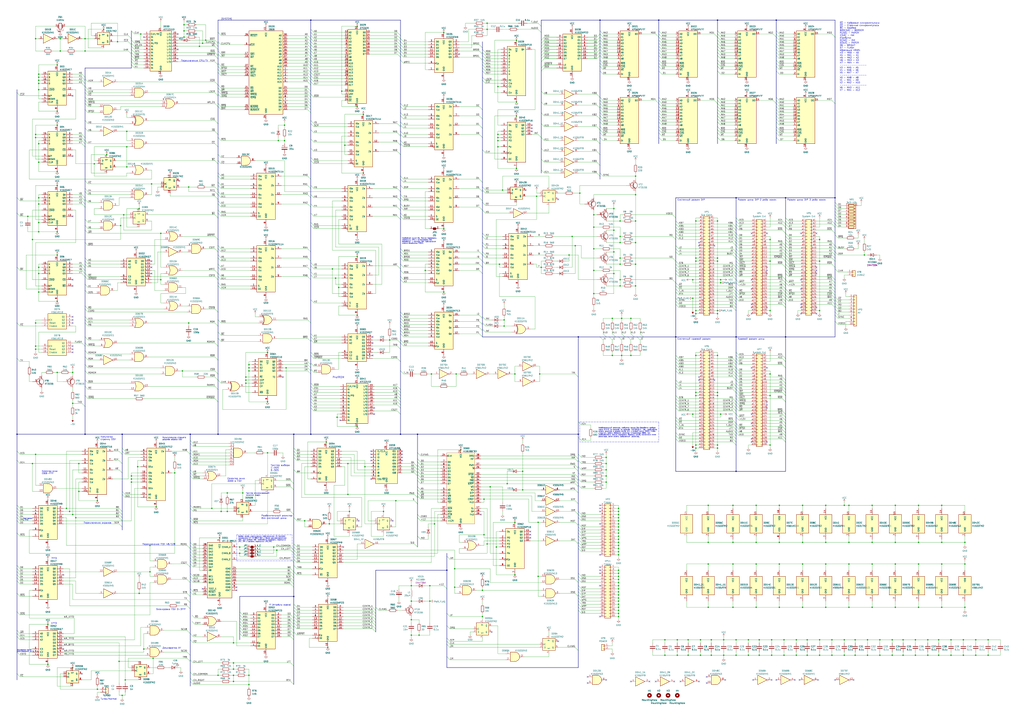
<source format=kicad_sch>
(kicad_sch (version 20211123) (generator eeschema)
  (paper "A1")
  (title_block (title "Scorpion ZS 256 Turbo+") (date "2022-07-09") (rev "1.4") (comment 1 "Основано на схеме от Romych v16.2.4"))
  (lib_symbols
    (symbol "4xxx:4069" (pin_names (offset 1.016))
      (property "Reference" "U" (at 0 1.27 0))
      (property "Value" "4069" (at 0 -1.27 0))
      (symbol "4069_1_0"
        (pin input line (at -7.62 0 0) (length 3.81) (name "~") (number "1"))
        (pin output inverted (at 7.62 0 180) (length 3.81) (name "~") (number "2"))
      )
      (symbol "4069_2_0"
        (pin input line (at -7.62 0 0) (length 3.81) (name "~") (number "3"))
        (pin output inverted (at 7.62 0 180) (length 3.81) (name "~") (number "4"))
      )
      (symbol "4069_3_0"
        (pin input line (at -7.62 0 0) (length 3.81) (name "~") (number "5"))
        (pin output inverted (at 7.62 0 180) (length 3.81) (name "~") (number "6"))
      )
      (symbol "4069_4_0"
        (pin output inverted (at 7.62 0 180) (length 3.81) (name "~") (number "8"))
        (pin input line (at -7.62 0 0) (length 3.81) (name "~") (number "9"))
      )
      (symbol "4069_5_0"
        (pin output inverted (at 7.62 0 180) (length 3.81) (name "~") (number "10"))
        (pin input line (at -7.62 0 0) (length 3.81) (name "~") (number "11"))
      )
      (symbol "4069_6_0"
        (pin output inverted (at 7.62 0 180) (length 3.81) (name "~") (number "12"))
        (pin input line (at -7.62 0 0) (length 3.81) (name "~") (number "13"))
      )
      (symbol "4069_7_0"
        (pin power_in line (at 0 12.7 270) (length 5.08) (name "VDD") (number "14"))
        (pin power_in line (at 0 -12.7 90) (length 5.08) (name "VSS") (number "7"))
      )
    )
    (symbol "4xxx:4520" (pin_names (offset 1.016))
      (property "Reference" "U" (at -7.62 8.89 0))
      (property "Value" "4520" (at -7.62 -8.89 0))
      (symbol "4520_1_0"
        (pin input clock (at -12.7 0 0) (length 5.08) (name "CK") (number "1"))
        (pin input line (at -12.7 -5.08 0) (length 5.08) (name "Enable") (number "2"))
        (pin output line (at 12.7 2.54 180) (length 5.08) (name "Q1") (number "3"))
        (pin output line (at 12.7 0 180) (length 5.08) (name "Q2") (number "4"))
        (pin output line (at 12.7 -2.54 180) (length 5.08) (name "Q3") (number "5"))
        (pin output line (at 12.7 -5.08 180) (length 5.08) (name "Q4") (number "6"))
        (pin input line (at -12.7 -2.54 0) (length 5.08) (name "Reset") (number "7"))
      )
      (symbol "4520_2_0"
        (pin input line (at -12.7 -5.08 0) (length 5.08) (name "Enable") (number "10"))
        (pin output line (at 12.7 2.54 180) (length 5.08) (name "Q1") (number "11"))
        (pin output line (at 12.7 0 180) (length 5.08) (name "Q2") (number "12"))
        (pin output line (at 12.7 -2.54 180) (length 5.08) (name "Q3") (number "13"))
        (pin output line (at 12.7 -5.08 180) (length 5.08) (name "Q4") (number "14"))
        (pin input line (at -12.7 -2.54 0) (length 5.08) (name "Reset") (number "15"))
        (pin input clock (at -12.7 0 0) (length 5.08) (name "CK") (number "9"))
      )
      (symbol "4520_3_0"
        (pin power_in line (at 0 12.7 270) (length 5.08) (name "VDD") (number "16"))
        (pin power_in line (at 0 -12.7 90) (length 5.08) (name "VSS") (number "8"))
      )
    )
    (symbol "74xx:74LS00" (pin_names (offset 1.016))
      (property "Reference" "U" (at 0 1.27 0))
      (property "Value" "74LS00" (at 0 -1.27 0))
      (symbol "74LS00_1_1"
        (pin input line (at -7.62 2.54 0) (length 3.81) (name "~") (number "1"))
        (pin input line (at -7.62 -2.54 0) (length 3.81) (name "~") (number "2"))
        (pin output inverted (at 7.62 0 180) (length 3.81) (name "~") (number "3"))
      )
      (symbol "74LS00_1_2"
        (pin input inverted (at -7.62 2.54 0) (length 4.318) (name "~") (number "1"))
        (pin input inverted (at -7.62 -2.54 0) (length 4.318) (name "~") (number "2"))
        (pin output line (at 7.62 0 180) (length 3.81) (name "~") (number "3"))
      )
      (symbol "74LS00_2_1"
        (pin input line (at -7.62 2.54 0) (length 3.81) (name "~") (number "4"))
        (pin input line (at -7.62 -2.54 0) (length 3.81) (name "~") (number "5"))
        (pin output inverted (at 7.62 0 180) (length 3.81) (name "~") (number "6"))
      )
      (symbol "74LS00_2_2"
        (pin input inverted (at -7.62 2.54 0) (length 4.318) (name "~") (number "4"))
        (pin input inverted (at -7.62 -2.54 0) (length 4.318) (name "~") (number "5"))
        (pin output line (at 7.62 0 180) (length 3.81) (name "~") (number "6"))
      )
      (symbol "74LS00_3_1"
        (pin input line (at -7.62 -2.54 0) (length 3.81) (name "~") (number "10"))
        (pin output inverted (at 7.62 0 180) (length 3.81) (name "~") (number "8"))
        (pin input line (at -7.62 2.54 0) (length 3.81) (name "~") (number "9"))
      )
      (symbol "74LS00_3_2"
        (pin input inverted (at -7.62 -2.54 0) (length 4.318) (name "~") (number "10"))
        (pin output line (at 7.62 0 180) (length 3.81) (name "~") (number "8"))
        (pin input inverted (at -7.62 2.54 0) (length 4.318) (name "~") (number "9"))
      )
      (symbol "74LS00_4_1"
        (pin output inverted (at 7.62 0 180) (length 3.81) (name "~") (number "11"))
        (pin input line (at -7.62 2.54 0) (length 3.81) (name "~") (number "12"))
        (pin input line (at -7.62 -2.54 0) (length 3.81) (name "~") (number "13"))
      )
      (symbol "74LS00_4_2"
        (pin output line (at 7.62 0 180) (length 3.81) (name "~") (number "11"))
        (pin input inverted (at -7.62 2.54 0) (length 4.318) (name "~") (number "12"))
        (pin input inverted (at -7.62 -2.54 0) (length 4.318) (name "~") (number "13"))
      )
      (symbol "74LS00_5_0"
        (pin power_in line (at 0 12.7 270) (length 5.08) (name "VCC") (number "14"))
        (pin power_in line (at 0 -12.7 90) (length 5.08) (name "GND") (number "7"))
      )
    )
    (symbol "74xx:74LS02" (pin_names (offset 1.016))
      (property "Reference" "U" (at 0 1.27 0))
      (property "Value" "74LS02" (at 0 -1.27 0))
      (symbol "74LS02_1_1"
        (pin output inverted (at 7.62 0 180) (length 3.81) (name "~") (number "1"))
        (pin input line (at -7.62 2.54 0) (length 4.318) (name "~") (number "2"))
        (pin input line (at -7.62 -2.54 0) (length 4.318) (name "~") (number "3"))
      )
      (symbol "74LS02_1_2"
        (pin output line (at 7.62 0 180) (length 3.81) (name "~") (number "1"))
        (pin input inverted (at -7.62 2.54 0) (length 3.81) (name "~") (number "2"))
        (pin input inverted (at -7.62 -2.54 0) (length 3.81) (name "~") (number "3"))
      )
      (symbol "74LS02_2_1"
        (pin output inverted (at 7.62 0 180) (length 3.81) (name "~") (number "4"))
        (pin input line (at -7.62 2.54 0) (length 4.318) (name "~") (number "5"))
        (pin input line (at -7.62 -2.54 0) (length 4.318) (name "~") (number "6"))
      )
      (symbol "74LS02_2_2"
        (pin output line (at 7.62 0 180) (length 3.81) (name "~") (number "4"))
        (pin input inverted (at -7.62 2.54 0) (length 3.81) (name "~") (number "5"))
        (pin input inverted (at -7.62 -2.54 0) (length 3.81) (name "~") (number "6"))
      )
      (symbol "74LS02_3_1"
        (pin output inverted (at 7.62 0 180) (length 3.81) (name "~") (number "10"))
        (pin input line (at -7.62 2.54 0) (length 4.318) (name "~") (number "8"))
        (pin input line (at -7.62 -2.54 0) (length 4.318) (name "~") (number "9"))
      )
      (symbol "74LS02_3_2"
        (pin output line (at 7.62 0 180) (length 3.81) (name "~") (number "10"))
        (pin input inverted (at -7.62 2.54 0) (length 3.81) (name "~") (number "8"))
        (pin input inverted (at -7.62 -2.54 0) (length 3.81) (name "~") (number "9"))
      )
      (symbol "74LS02_4_1"
        (pin input line (at -7.62 2.54 0) (length 4.318) (name "~") (number "11"))
        (pin input line (at -7.62 -2.54 0) (length 4.318) (name "~") (number "12"))
        (pin output inverted (at 7.62 0 180) (length 3.81) (name "~") (number "13"))
      )
      (symbol "74LS02_4_2"
        (pin input inverted (at -7.62 2.54 0) (length 3.81) (name "~") (number "11"))
        (pin input inverted (at -7.62 -2.54 0) (length 3.81) (name "~") (number "12"))
        (pin output line (at 7.62 0 180) (length 3.81) (name "~") (number "13"))
      )
      (symbol "74LS02_5_0"
        (pin power_in line (at 0 12.7 270) (length 5.08) (name "VCC") (number "14"))
        (pin power_in line (at 0 -12.7 90) (length 5.08) (name "GND") (number "7"))
      )
    )
    (symbol "74xx:74LS04"
      (property "Reference" "U" (at 0 1.27 0))
      (property "Value" "74LS04" (at 0 -1.27 0))
      (symbol "74LS04_1_0"
        (pin input line (at -7.62 0 0) (length 3.81) (name "~") (number "1"))
        (pin output inverted (at 7.62 0 180) (length 3.81) (name "~") (number "2"))
      )
      (symbol "74LS04_2_0"
        (pin input line (at -7.62 0 0) (length 3.81) (name "~") (number "3"))
        (pin output inverted (at 7.62 0 180) (length 3.81) (name "~") (number "4"))
      )
      (symbol "74LS04_3_0"
        (pin input line (at -7.62 0 0) (length 3.81) (name "~") (number "5"))
        (pin output inverted (at 7.62 0 180) (length 3.81) (name "~") (number "6"))
      )
      (symbol "74LS04_4_0"
        (pin output inverted (at 7.62 0 180) (length 3.81) (name "~") (number "8"))
        (pin input line (at -7.62 0 0) (length 3.81) (name "~") (number "9"))
      )
      (symbol "74LS04_5_0"
        (pin output inverted (at 7.62 0 180) (length 3.81) (name "~") (number "10"))
        (pin input line (at -7.62 0 0) (length 3.81) (name "~") (number "11"))
      )
      (symbol "74LS04_6_0"
        (pin output inverted (at 7.62 0 180) (length 3.81) (name "~") (number "12"))
        (pin input line (at -7.62 0 0) (length 3.81) (name "~") (number "13"))
      )
      (symbol "74LS04_7_0"
        (pin power_in line (at 0 12.7 270) (length 5.08) (name "VCC") (number "14"))
        (pin power_in line (at 0 -12.7 90) (length 5.08) (name "GND") (number "7"))
      )
    )
    (symbol "74xx:74LS06" (pin_names (offset 1.016))
      (property "Reference" "U" (at 0 1.27 0))
      (property "Value" "74LS06" (at 0 -1.27 0))
      (symbol "74LS06_1_0"
        (pin input line (at -7.62 0 0) (length 3.81) (name "~") (number "1"))
        (pin open_collector inverted (at 7.62 0 180) (length 3.81) (name "~") (number "2"))
      )
      (symbol "74LS06_2_0"
        (pin input line (at -7.62 0 0) (length 3.81) (name "~") (number "3"))
        (pin open_collector inverted (at 7.62 0 180) (length 3.81) (name "~") (number "4"))
      )
      (symbol "74LS06_3_0"
        (pin input line (at -7.62 0 0) (length 3.81) (name "~") (number "5"))
        (pin open_collector inverted (at 7.62 0 180) (length 3.81) (name "~") (number "6"))
      )
      (symbol "74LS06_4_0"
        (pin open_collector inverted (at 7.62 0 180) (length 3.81) (name "~") (number "8"))
        (pin input line (at -7.62 0 0) (length 3.81) (name "~") (number "9"))
      )
      (symbol "74LS06_5_0"
        (pin open_collector inverted (at 7.62 0 180) (length 3.81) (name "~") (number "10"))
        (pin input line (at -7.62 0 0) (length 3.81) (name "~") (number "11"))
      )
      (symbol "74LS06_6_0"
        (pin open_collector inverted (at 7.62 0 180) (length 3.81) (name "~") (number "12"))
        (pin input line (at -7.62 0 0) (length 3.81) (name "~") (number "13"))
      )
      (symbol "74LS06_7_0"
        (pin power_in line (at 0 12.7 270) (length 5.08) (name "VCC") (number "14"))
        (pin power_in line (at 0 -12.7 90) (length 5.08) (name "GND") (number "7"))
      )
    )
    (symbol "74xx:74LS07" (pin_names (offset 1.016))
      (property "Reference" "U" (at 0 1.27 0))
      (property "Value" "74LS07" (at 0 -1.27 0))
      (symbol "74LS07_1_0"
        (pin input line (at -7.62 0 0) (length 3.81) (name "~") (number "1"))
        (pin open_collector line (at 7.62 0 180) (length 3.81) (name "~") (number "2"))
      )
      (symbol "74LS07_2_0"
        (pin input line (at -7.62 0 0) (length 3.81) (name "~") (number "3"))
        (pin open_collector line (at 7.62 0 180) (length 3.81) (name "~") (number "4"))
      )
      (symbol "74LS07_3_0"
        (pin input line (at -7.62 0 0) (length 3.81) (name "~") (number "5"))
        (pin open_collector line (at 7.62 0 180) (length 3.81) (name "~") (number "6"))
      )
      (symbol "74LS07_4_0"
        (pin open_collector line (at 7.62 0 180) (length 3.81) (name "~") (number "8"))
        (pin input line (at -7.62 0 0) (length 3.81) (name "~") (number "9"))
      )
      (symbol "74LS07_5_0"
        (pin open_collector line (at 7.62 0 180) (length 3.81) (name "~") (number "10"))
        (pin input line (at -7.62 0 0) (length 3.81) (name "~") (number "11"))
      )
      (symbol "74LS07_6_0"
        (pin open_collector line (at 7.62 0 180) (length 3.81) (name "~") (number "12"))
        (pin input line (at -7.62 0 0) (length 3.81) (name "~") (number "13"))
      )
      (symbol "74LS07_7_0"
        (pin power_in line (at 0 12.7 270) (length 5.08) (name "VCC") (number "14"))
        (pin power_in line (at 0 -12.7 90) (length 5.08) (name "GND") (number "7"))
      )
    )
    (symbol "74xx:74LS08" (pin_names (offset 1.016))
      (property "Reference" "U" (at 0 1.27 0))
      (property "Value" "74LS08" (at 0 -1.27 0))
      (symbol "74LS08_1_1"
        (pin input line (at -7.62 2.54 0) (length 3.81) (name "~") (number "1"))
        (pin input line (at -7.62 -2.54 0) (length 3.81) (name "~") (number "2"))
        (pin output line (at 7.62 0 180) (length 3.81) (name "~") (number "3"))
      )
      (symbol "74LS08_1_2"
        (pin input inverted (at -7.62 2.54 0) (length 4.318) (name "~") (number "1"))
        (pin input inverted (at -7.62 -2.54 0) (length 4.318) (name "~") (number "2"))
        (pin output inverted (at 7.62 0 180) (length 3.81) (name "~") (number "3"))
      )
      (symbol "74LS08_2_1"
        (pin input line (at -7.62 2.54 0) (length 3.81) (name "~") (number "4"))
        (pin input line (at -7.62 -2.54 0) (length 3.81) (name "~") (number "5"))
        (pin output line (at 7.62 0 180) (length 3.81) (name "~") (number "6"))
      )
      (symbol "74LS08_2_2"
        (pin input inverted (at -7.62 2.54 0) (length 4.318) (name "~") (number "4"))
        (pin input inverted (at -7.62 -2.54 0) (length 4.318) (name "~") (number "5"))
        (pin output inverted (at 7.62 0 180) (length 3.81) (name "~") (number "6"))
      )
      (symbol "74LS08_3_1"
        (pin input line (at -7.62 -2.54 0) (length 3.81) (name "~") (number "10"))
        (pin output line (at 7.62 0 180) (length 3.81) (name "~") (number "8"))
        (pin input line (at -7.62 2.54 0) (length 3.81) (name "~") (number "9"))
      )
      (symbol "74LS08_3_2"
        (pin input inverted (at -7.62 -2.54 0) (length 4.318) (name "~") (number "10"))
        (pin output inverted (at 7.62 0 180) (length 3.81) (name "~") (number "8"))
        (pin input inverted (at -7.62 2.54 0) (length 4.318) (name "~") (number "9"))
      )
      (symbol "74LS08_4_1"
        (pin output line (at 7.62 0 180) (length 3.81) (name "~") (number "11"))
        (pin input line (at -7.62 2.54 0) (length 3.81) (name "~") (number "12"))
        (pin input line (at -7.62 -2.54 0) (length 3.81) (name "~") (number "13"))
      )
      (symbol "74LS08_4_2"
        (pin output inverted (at 7.62 0 180) (length 3.81) (name "~") (number "11"))
        (pin input inverted (at -7.62 2.54 0) (length 4.318) (name "~") (number "12"))
        (pin input inverted (at -7.62 -2.54 0) (length 4.318) (name "~") (number "13"))
      )
      (symbol "74LS08_5_0"
        (pin power_in line (at 0 12.7 270) (length 5.08) (name "VCC") (number "14"))
        (pin power_in line (at 0 -12.7 90) (length 5.08) (name "GND") (number "7"))
      )
    )
    (symbol "74xx:74LS10" (pin_names (offset 1.016))
      (property "Reference" "U" (at 0 1.27 0))
      (property "Value" "74LS10" (at 0 -1.27 0))
      (symbol "74LS10_1_1"
        (pin input line (at -7.62 2.54 0) (length 3.81) (name "~") (number "1"))
        (pin output inverted (at 7.62 0 180) (length 3.81) (name "~") (number "12"))
        (pin input line (at -7.62 -2.54 0) (length 3.81) (name "~") (number "13"))
        (pin input line (at -7.62 0 0) (length 3.81) (name "~") (number "2"))
      )
      (symbol "74LS10_1_2"
        (pin input inverted (at -7.62 2.54 0) (length 4.318) (name "~") (number "1"))
        (pin output line (at 7.62 0 180) (length 3.81) (name "~") (number "12"))
        (pin input inverted (at -7.62 -2.54 0) (length 4.318) (name "~") (number "13"))
        (pin input inverted (at -7.62 0 0) (length 4.953) (name "~") (number "2"))
      )
      (symbol "74LS10_2_1"
        (pin input line (at -7.62 2.54 0) (length 3.81) (name "~") (number "3"))
        (pin input line (at -7.62 0 0) (length 3.81) (name "~") (number "4"))
        (pin input line (at -7.62 -2.54 0) (length 3.81) (name "~") (number "5"))
        (pin output inverted (at 7.62 0 180) (length 3.81) (name "~") (number "6"))
      )
      (symbol "74LS10_2_2"
        (pin input inverted (at -7.62 2.54 0) (length 4.318) (name "~") (number "3"))
        (pin input inverted (at -7.62 0 0) (length 4.953) (name "~") (number "4"))
        (pin input inverted (at -7.62 -2.54 0) (length 4.318) (name "~") (number "5"))
        (pin output line (at 7.62 0 180) (length 3.81) (name "~") (number "6"))
      )
      (symbol "74LS10_3_1"
        (pin input line (at -7.62 0 0) (length 3.81) (name "~") (number "10"))
        (pin input line (at -7.62 -2.54 0) (length 3.81) (name "~") (number "11"))
        (pin output inverted (at 7.62 0 180) (length 3.81) (name "~") (number "8"))
        (pin input line (at -7.62 2.54 0) (length 3.81) (name "~") (number "9"))
      )
      (symbol "74LS10_3_2"
        (pin input inverted (at -7.62 0 0) (length 4.953) (name "~") (number "10"))
        (pin input inverted (at -7.62 -2.54 0) (length 4.318) (name "~") (number "11"))
        (pin output line (at 7.62 0 180) (length 3.81) (name "~") (number "8"))
        (pin input inverted (at -7.62 2.54 0) (length 4.318) (name "~") (number "9"))
      )
      (symbol "74LS10_4_0"
        (pin power_in line (at 0 12.7 270) (length 5.08) (name "VCC") (number "14"))
        (pin power_in line (at 0 -12.7 90) (length 5.08) (name "GND") (number "7"))
      )
    )
    (symbol "74xx:74LS138" (pin_names (offset 1.016))
      (property "Reference" "U" (at -7.62 11.43 0))
      (property "Value" "74LS138" (at -7.62 -13.97 0))
      (symbol "74LS138_1_0"
        (pin input line (at -12.7 7.62 0) (length 5.08) (name "A0") (number "1"))
        (pin output output_low (at 12.7 -5.08 180) (length 5.08) (name "O5") (number "10"))
        (pin output output_low (at 12.7 -2.54 180) (length 5.08) (name "O4") (number "11"))
        (pin output output_low (at 12.7 0 180) (length 5.08) (name "O3") (number "12"))
        (pin output output_low (at 12.7 2.54 180) (length 5.08) (name "O2") (number "13"))
        (pin output output_low (at 12.7 5.08 180) (length 5.08) (name "O1") (number "14"))
        (pin output output_low (at 12.7 7.62 180) (length 5.08) (name "O0") (number "15"))
        (pin power_in line (at 0 15.24 270) (length 5.08) (name "VCC") (number "16"))
        (pin input line (at -12.7 5.08 0) (length 5.08) (name "A1") (number "2"))
        (pin input line (at -12.7 2.54 0) (length 5.08) (name "A2") (number "3"))
        (pin input input_low (at -12.7 -10.16 0) (length 5.08) (name "E1") (number "4"))
        (pin input input_low (at -12.7 -7.62 0) (length 5.08) (name "E2") (number "5"))
        (pin input line (at -12.7 -5.08 0) (length 5.08) (name "E3") (number "6"))
        (pin output output_low (at 12.7 -10.16 180) (length 5.08) (name "O7") (number "7"))
        (pin power_in line (at 0 -17.78 90) (length 5.08) (name "GND") (number "8"))
        (pin output output_low (at 12.7 -7.62 180) (length 5.08) (name "O6") (number "9"))
      )
    )
    (symbol "74xx:74LS157" (pin_names (offset 1.016))
      (property "Reference" "U" (at -7.62 19.05 0))
      (property "Value" "74LS157" (at -7.62 -21.59 0))
      (symbol "74LS157_1_0"
        (pin input line (at -12.7 -15.24 0) (length 5.08) (name "S") (number "1"))
        (pin input line (at -12.7 -2.54 0) (length 5.08) (name "I1c") (number "10"))
        (pin input line (at -12.7 0 0) (length 5.08) (name "I0c") (number "11"))
        (pin output line (at 12.7 -7.62 180) (length 5.08) (name "Zd") (number "12"))
        (pin input line (at -12.7 -10.16 0) (length 5.08) (name "I1d") (number "13"))
        (pin input line (at -12.7 -7.62 0) (length 5.08) (name "I0d") (number "14"))
        (pin input inverted (at -12.7 -17.78 0) (length 5.08) (name "E") (number "15"))
        (pin power_in line (at 0 22.86 270) (length 5.08) (name "VCC") (number "16"))
        (pin input line (at -12.7 15.24 0) (length 5.08) (name "I0a") (number "2"))
        (pin input line (at -12.7 12.7 0) (length 5.08) (name "I1a") (number "3"))
        (pin output line (at 12.7 15.24 180) (length 5.08) (name "Za") (number "4"))
        (pin input line (at -12.7 7.62 0) (length 5.08) (name "I0b") (number "5"))
        (pin input line (at -12.7 5.08 0) (length 5.08) (name "I1b") (number "6"))
        (pin output line (at 12.7 7.62 180) (length 5.08) (name "Zb") (number "7"))
        (pin power_in line (at 0 -25.4 90) (length 5.08) (name "GND") (number "8"))
        (pin output line (at 12.7 0 180) (length 5.08) (name "Zc") (number "9"))
      )
    )
    (symbol "74xx:74LS161" (pin_names (offset 1.016))
      (property "Reference" "U" (at -7.62 16.51 0))
      (property "Value" "74LS161" (at -7.62 -16.51 0))
      (symbol "74LS161_1_0"
        (pin input line (at -12.7 -12.7 0) (length 5.08) (name "~{MR}") (number "1"))
        (pin input line (at -12.7 -5.08 0) (length 5.08) (name "CET") (number "10"))
        (pin output line (at 12.7 5.08 180) (length 5.08) (name "Q3") (number "11"))
        (pin output line (at 12.7 7.62 180) (length 5.08) (name "Q2") (number "12"))
        (pin output line (at 12.7 10.16 180) (length 5.08) (name "Q1") (number "13"))
        (pin output line (at 12.7 12.7 180) (length 5.08) (name "Q0") (number "14"))
        (pin output line (at 12.7 0 180) (length 5.08) (name "TC") (number "15"))
        (pin power_in line (at 0 20.32 270) (length 5.08) (name "VCC") (number "16"))
        (pin input line (at -12.7 -7.62 0) (length 5.08) (name "CP") (number "2"))
        (pin input line (at -12.7 12.7 0) (length 5.08) (name "D0") (number "3"))
        (pin input line (at -12.7 10.16 0) (length 5.08) (name "D1") (number "4"))
        (pin input line (at -12.7 7.62 0) (length 5.08) (name "D2") (number "5"))
        (pin input line (at -12.7 5.08 0) (length 5.08) (name "D3") (number "6"))
        (pin input line (at -12.7 -2.54 0) (length 5.08) (name "CEP") (number "7"))
        (pin power_in line (at 0 -20.32 90) (length 5.08) (name "GND") (number "8"))
        (pin input line (at -12.7 0 0) (length 5.08) (name "~{PE}") (number "9"))
      )
    )
    (symbol "74xx:74LS166" (pin_names (offset 1.016))
      (property "Reference" "U" (at -7.62 21.59 0))
      (property "Value" "74LS166" (at -7.62 -21.59 0))
      (symbol "74LS166_1_0"
        (pin input line (at -12.7 17.78 0) (length 5.08) (name "Ds") (number "1"))
        (pin input line (at -12.7 5.08 0) (length 5.08) (name "E") (number "10"))
        (pin input line (at -12.7 2.54 0) (length 5.08) (name "F") (number "11"))
        (pin input line (at -12.7 0 0) (length 5.08) (name "G") (number "12"))
        (pin output line (at 12.7 17.78 180) (length 5.08) (name "Qh") (number "13"))
        (pin input line (at -12.7 -2.54 0) (length 5.08) (name "H") (number "14"))
        (pin input inverted (at -12.7 -7.62 0) (length 5.08) (name "PE") (number "15"))
        (pin power_in line (at 0 25.4 270) (length 5.08) (name "VCC") (number "16"))
        (pin input line (at -12.7 15.24 0) (length 5.08) (name "A") (number "2"))
        (pin input line (at -12.7 12.7 0) (length 5.08) (name "B") (number "3"))
        (pin input line (at -12.7 10.16 0) (length 5.08) (name "C") (number "4"))
        (pin input line (at -12.7 7.62 0) (length 5.08) (name "D") (number "5"))
        (pin input inverted (at -12.7 -12.7 0) (length 5.08) (name "CE") (number "6"))
        (pin input line (at -12.7 -10.16 0) (length 5.08) (name "Clk") (number "7"))
        (pin power_in line (at 0 -25.4 90) (length 5.08) (name "GND") (number "8"))
        (pin input inverted (at -12.7 -17.78 0) (length 5.08) (name "Clr") (number "9"))
      )
    )
    (symbol "74xx:74LS174" (pin_names (offset 1.016))
      (property "Reference" "U" (at -7.62 13.97 0))
      (property "Value" "74LS174" (at -7.62 -16.51 0))
      (symbol "74LS174_1_0"
        (pin input line (at -12.7 -12.7 0) (length 5.08) (name "~{Mr}") (number "1"))
        (pin output line (at 12.7 2.54 180) (length 5.08) (name "Q3") (number "10"))
        (pin input line (at -12.7 2.54 0) (length 5.08) (name "D3") (number "11"))
        (pin output line (at 12.7 0 180) (length 5.08) (name "Q4") (number "12"))
        (pin input line (at -12.7 0 0) (length 5.08) (name "D4") (number "13"))
        (pin input line (at -12.7 -2.54 0) (length 5.08) (name "D5") (number "14"))
        (pin output line (at 12.7 -2.54 180) (length 5.08) (name "Q5") (number "15"))
        (pin power_in line (at 0 17.78 270) (length 5.08) (name "VCC") (number "16"))
        (pin output line (at 12.7 10.16 180) (length 5.08) (name "Q0") (number "2"))
        (pin input line (at -12.7 10.16 0) (length 5.08) (name "D0") (number "3"))
        (pin input line (at -12.7 7.62 0) (length 5.08) (name "D1") (number "4"))
        (pin output line (at 12.7 7.62 180) (length 5.08) (name "Q1") (number "5"))
        (pin input line (at -12.7 5.08 0) (length 5.08) (name "D2") (number "6"))
        (pin output line (at 12.7 5.08 180) (length 5.08) (name "Q2") (number "7"))
        (pin power_in line (at 0 -20.32 90) (length 5.08) (name "GND") (number "8"))
        (pin input clock (at -12.7 -7.62 0) (length 5.08) (name "Cp") (number "9"))
      )
    )
    (symbol "74xx:74LS193"
      (property "Reference" "U" (at -7.62 13.97 0))
      (property "Value" "74LS193" (at 5.08 13.97 0))
      (symbol "74LS193_1_0"
        (pin input line (at -12.7 7.62 0) (length 5.08) (name "B") (number "1"))
        (pin input line (at -12.7 5.08 0) (length 5.08) (name "C") (number "10"))
        (pin input line (at -12.7 -2.54 0) (length 5.08) (name "~{LOAD}") (number "11"))
        (pin output line (at 12.7 -2.54 180) (length 5.08) (name "~{CO}") (number "12"))
        (pin output line (at 12.7 -7.62 180) (length 5.08) (name "~{BO}") (number "13"))
        (pin input line (at -12.7 -12.7 0) (length 5.08) (name "CLR") (number "14"))
        (pin input line (at -12.7 10.16 0) (length 5.08) (name "A") (number "15"))
        (pin power_in line (at 0 17.78 270) (length 5.08) (name "VCC") (number "16"))
        (pin output line (at 12.7 7.62 180) (length 5.08) (name "QB") (number "2"))
        (pin output line (at 12.7 10.16 180) (length 5.08) (name "QA") (number "3"))
        (pin input clock (at -12.7 -10.16 0) (length 5.08) (name "DOWN") (number "4"))
        (pin input clock (at -12.7 -7.62 0) (length 5.08) (name "UP") (number "5"))
        (pin output line (at 12.7 5.08 180) (length 5.08) (name "QC") (number "6"))
        (pin output line (at 12.7 2.54 180) (length 5.08) (name "QD") (number "7"))
        (pin power_in line (at 0 -20.32 90) (length 5.08) (name "GND") (number "8"))
        (pin input line (at -12.7 2.54 0) (length 5.08) (name "D") (number "9"))
      )
    )
    (symbol "74xx:74LS253" (pin_names (offset 1.016))
      (property "Reference" "U" (at -7.62 21.59 0))
      (property "Value" "74LS253" (at -7.62 -24.13 0))
      (symbol "74LS253_1_0"
        (pin input inverted (at -12.7 5.08 0) (length 5.08) (name "OEa") (number "1"))
        (pin input line (at -12.7 0 0) (length 5.08) (name "I0b") (number "10"))
        (pin input line (at -12.7 -2.54 0) (length 5.08) (name "I1b") (number "11"))
        (pin input line (at -12.7 -5.08 0) (length 5.08) (name "I2b") (number "12"))
        (pin input line (at -12.7 -7.62 0) (length 5.08) (name "I3b") (number "13"))
        (pin input line (at -12.7 -17.78 0) (length 5.08) (name "A0") (number "14"))
        (pin input inverted (at -12.7 -12.7 0) (length 5.08) (name "OEb") (number "15"))
        (pin power_in line (at 0 25.4 270) (length 5.08) (name "VCC") (number "16"))
        (pin input line (at -12.7 -20.32 0) (length 5.08) (name "A1") (number "2"))
        (pin input line (at -12.7 10.16 0) (length 5.08) (name "I3a") (number "3"))
        (pin input line (at -12.7 12.7 0) (length 5.08) (name "I2a") (number "4"))
        (pin input line (at -12.7 15.24 0) (length 5.08) (name "I1a") (number "5"))
        (pin input line (at -12.7 17.78 0) (length 5.08) (name "I0a") (number "6"))
        (pin tri_state line (at 12.7 17.78 180) (length 5.08) (name "Za") (number "7"))
        (pin power_in line (at 0 -27.94 90) (length 5.08) (name "GND") (number "8"))
        (pin tri_state line (at 12.7 0 180) (length 5.08) (name "Zb") (number "9"))
      )
    )
    (symbol "74xx:74LS257" (pin_names (offset 1.016))
      (property "Reference" "U" (at -7.62 19.05 0))
      (property "Value" "74LS257" (at -7.62 -21.59 0))
      (symbol "74LS257_1_0"
        (pin input line (at -12.7 -15.24 0) (length 5.08) (name "S") (number "1"))
        (pin input line (at -12.7 -10.16 0) (length 5.08) (name "I1d") (number "10"))
        (pin input line (at -12.7 -7.62 0) (length 5.08) (name "I0d") (number "11"))
        (pin tri_state line (at 12.7 0 180) (length 5.08) (name "Zc") (number "12"))
        (pin input line (at -12.7 -2.54 0) (length 5.08) (name "I1c") (number "13"))
        (pin input line (at -12.7 0 0) (length 5.08) (name "I0c") (number "14"))
        (pin input inverted (at -12.7 -17.78 0) (length 5.08) (name "OE") (number "15"))
        (pin power_in line (at 0 22.86 270) (length 5.08) (name "VCC") (number "16"))
        (pin input line (at -12.7 15.24 0) (length 5.08) (name "I0a") (number "2"))
        (pin input line (at -12.7 12.7 0) (length 5.08) (name "I1a") (number "3"))
        (pin tri_state line (at 12.7 15.24 180) (length 5.08) (name "Za") (number "4"))
        (pin input line (at -12.7 7.62 0) (length 5.08) (name "I0b") (number "5"))
        (pin input line (at -12.7 5.08 0) (length 5.08) (name "I1b") (number "6"))
        (pin tri_state line (at 12.7 7.62 180) (length 5.08) (name "Zb") (number "7"))
        (pin power_in line (at 0 -25.4 90) (length 5.08) (name "GND") (number "8"))
        (pin tri_state line (at 12.7 -7.62 180) (length 5.08) (name "Zd") (number "9"))
      )
    )
    (symbol "74xx:74LS27" (pin_names (offset 1.016))
      (property "Reference" "U" (at 0 1.27 0))
      (property "Value" "74LS27" (at 0 -1.27 0))
      (symbol "74LS27_1_1"
        (pin input line (at -7.62 2.54 0) (length 4.318) (name "~") (number "1"))
        (pin output inverted (at 7.62 0 180) (length 3.81) (name "~") (number "12"))
        (pin input line (at -7.62 -2.54 0) (length 4.318) (name "~") (number "13"))
        (pin input line (at -7.62 0 0) (length 4.953) (name "~") (number "2"))
      )
      (symbol "74LS27_1_2"
        (pin input inverted (at -7.62 2.54 0) (length 3.81) (name "~") (number "1"))
        (pin output line (at 7.62 0 180) (length 3.81) (name "~") (number "12"))
        (pin input inverted (at -7.62 -2.54 0) (length 3.81) (name "~") (number "13"))
        (pin input inverted (at -7.62 0 0) (length 3.81) (name "~") (number "2"))
      )
      (symbol "74LS27_2_1"
        (pin input line (at -7.62 2.54 0) (length 4.318) (name "~") (number "3"))
        (pin input line (at -7.62 0 0) (length 4.953) (name "~") (number "4"))
        (pin input line (at -7.62 -2.54 0) (length 4.318) (name "~") (number "5"))
        (pin output inverted (at 7.62 0 180) (length 3.81) (name "~") (number "6"))
      )
      (symbol "74LS27_2_2"
        (pin input inverted (at -7.62 2.54 0) (length 3.81) (name "~") (number "3"))
        (pin input inverted (at -7.62 0 0) (length 3.81) (name "~") (number "4"))
        (pin input inverted (at -7.62 -2.54 0) (length 3.81) (name "~") (number "5"))
        (pin output line (at 7.62 0 180) (length 3.81) (name "~") (number "6"))
      )
      (symbol "74LS27_3_1"
        (pin input line (at -7.62 0 0) (length 4.953) (name "~") (number "10"))
        (pin input line (at -7.62 -2.54 0) (length 4.318) (name "~") (number "11"))
        (pin output inverted (at 7.62 0 180) (length 3.81) (name "~") (number "8"))
        (pin input line (at -7.62 2.54 0) (length 4.318) (name "~") (number "9"))
      )
      (symbol "74LS27_3_2"
        (pin input inverted (at -7.62 0 0) (length 3.81) (name "~") (number "10"))
        (pin input inverted (at -7.62 -2.54 0) (length 3.81) (name "~") (number "11"))
        (pin output line (at 7.62 0 180) (length 3.81) (name "~") (number "8"))
        (pin input inverted (at -7.62 2.54 0) (length 3.81) (name "~") (number "9"))
      )
      (symbol "74LS27_4_0"
        (pin power_in line (at 0 12.7 270) (length 5.08) (name "VCC") (number "14"))
        (pin power_in line (at 0 -12.7 90) (length 5.08) (name "GND") (number "7"))
      )
    )
    (symbol "74xx:74LS295" (pin_names (offset 1.016))
      (property "Reference" "U" (at -7.62 16.51 0))
      (property "Value" "74LS295" (at -7.62 -19.05 0))
      (symbol "74LS295_1_0"
        (pin input line (at -12.7 12.7 0) (length 5.08) (name "Ds") (number "1"))
        (pin output line (at 12.7 5.08 180) (length 5.08) (name "Q3") (number "10"))
        (pin output line (at 12.7 7.62 180) (length 5.08) (name "Q2") (number "11"))
        (pin output line (at 12.7 10.16 180) (length 5.08) (name "Q1") (number "12"))
        (pin output line (at 12.7 12.7 180) (length 5.08) (name "Q0") (number "13"))
        (pin power_in line (at 0 20.32 270) (length 5.08) (name "VCC") (number "14"))
        (pin input line (at -12.7 7.62 0) (length 5.08) (name "P0") (number "2"))
        (pin input line (at -12.7 5.08 0) (length 5.08) (name "P1") (number "3"))
        (pin input line (at -12.7 2.54 0) (length 5.08) (name "P2") (number "4"))
        (pin input line (at -12.7 0 0) (length 5.08) (name "P3") (number "5"))
        (pin input line (at -12.7 -5.08 0) (length 5.08) (name "Pe") (number "6"))
        (pin power_in line (at 0 -22.86 90) (length 5.08) (name "GND") (number "7"))
        (pin input line (at -12.7 -15.24 0) (length 5.08) (name "OE") (number "8"))
        (pin input inverted_clock (at -12.7 -10.16 0) (length 5.08) (name "Cp") (number "9"))
      )
    )
    (symbol "74xx:74LS298" (pin_names (offset 1.016))
      (property "Reference" "U" (at -7.62 16.51 0))
      (property "Value" "74LS298" (at -7.62 -16.51 0))
      (symbol "74LS298_1_0"
        (pin input line (at -12.7 5.08 0) (length 5.08) (name "I1b") (number "1"))
        (pin input line (at -12.7 -10.16 0) (length 5.08) (name "S") (number "10"))
        (pin input inverted_clock (at -12.7 -12.7 0) (length 5.08) (name "Cp") (number "11"))
        (pin output line (at 12.7 -2.54 180) (length 5.08) (name "Qd") (number "12"))
        (pin output line (at 12.7 2.54 180) (length 5.08) (name "Qc") (number "13"))
        (pin output line (at 12.7 7.62 180) (length 5.08) (name "Qb") (number "14"))
        (pin output line (at 12.7 12.7 180) (length 5.08) (name "Qa") (number "15"))
        (pin power_in line (at 0 20.32 270) (length 5.08) (name "VCC") (number "16"))
        (pin input line (at -12.7 10.16 0) (length 5.08) (name "I1a") (number "2"))
        (pin input line (at -12.7 12.7 0) (length 5.08) (name "I0a") (number "3"))
        (pin input line (at -12.7 7.62 0) (length 5.08) (name "I0b") (number "4"))
        (pin input line (at -12.7 0 0) (length 5.08) (name "I1c") (number "5"))
        (pin input line (at -12.7 -5.08 0) (length 5.08) (name "I1d") (number "6"))
        (pin input line (at -12.7 -2.54 0) (length 5.08) (name "I0d") (number "7"))
        (pin power_in line (at 0 -20.32 90) (length 5.08) (name "GND") (number "8"))
        (pin input line (at -12.7 2.54 0) (length 5.08) (name "I0c") (number "9"))
      )
    )
    (symbol "74xx:74LS30" (pin_names (offset 1.016))
      (property "Reference" "U" (at 0 1.27 0))
      (property "Value" "74LS30" (at 0 -1.27 0))
      (symbol "74LS30_1_1"
        (pin input line (at -7.62 7.62 0) (length 3.81) (name "~") (number "1"))
        (pin input line (at -7.62 -7.62 0) (length 3.81) (name "~") (number "11"))
        (pin input line (at -7.62 -10.16 0) (length 3.81) (name "~") (number "12"))
        (pin input line (at -7.62 5.08 0) (length 3.81) (name "~") (number "2"))
        (pin input line (at -7.62 2.54 0) (length 3.81) (name "~") (number "3"))
        (pin input line (at -7.62 0 0) (length 3.81) (name "~") (number "4"))
        (pin input line (at -7.62 -2.54 0) (length 3.81) (name "~") (number "5"))
        (pin input line (at -7.62 -5.08 0) (length 3.81) (name "~") (number "6"))
        (pin output inverted (at 7.62 0 180) (length 3.81) (name "~") (number "8"))
      )
      (symbol "74LS30_1_2"
        (pin input inverted (at -7.62 7.62 0) (length 3.81) (name "~") (number "1"))
        (pin input inverted (at -7.62 -7.62 0) (length 3.81) (name "~") (number "11"))
        (pin input inverted (at -7.62 -10.16 0) (length 3.81) (name "~") (number "12"))
        (pin input inverted (at -7.62 5.08 0) (length 3.81) (name "~") (number "2"))
        (pin input inverted (at -7.62 2.54 0) (length 4.5466) (name "~") (number "3"))
        (pin input inverted (at -7.62 0 0) (length 5.08) (name "~") (number "4"))
        (pin input inverted (at -7.62 -2.54 0) (length 4.5466) (name "~") (number "5"))
        (pin input inverted (at -7.62 -5.08 0) (length 3.81) (name "~") (number "6"))
        (pin output line (at 7.62 0 180) (length 3.81) (name "~") (number "8"))
      )
      (symbol "74LS30_2_0"
        (pin power_in line (at 0 12.7 270) (length 5.08) (name "VCC") (number "14"))
        (pin power_in line (at 0 -12.7 90) (length 5.08) (name "GND") (number "7"))
      )
    )
    (symbol "74xx:74LS32" (pin_names (offset 1.016))
      (property "Reference" "U" (at 0 1.27 0))
      (property "Value" "74LS32" (at 0 -1.27 0))
      (symbol "74LS32_1_1"
        (pin input line (at -7.62 2.54 0) (length 4.318) (name "~") (number "1"))
        (pin input line (at -7.62 -2.54 0) (length 4.318) (name "~") (number "2"))
        (pin output line (at 7.62 0 180) (length 3.81) (name "~") (number "3"))
      )
      (symbol "74LS32_1_2"
        (pin input inverted (at -7.62 2.54 0) (length 3.81) (name "~") (number "1"))
        (pin input inverted (at -7.62 -2.54 0) (length 3.81) (name "~") (number "2"))
        (pin output inverted (at 7.62 0 180) (length 3.81) (name "~") (number "3"))
      )
      (symbol "74LS32_2_1"
        (pin input line (at -7.62 2.54 0) (length 4.318) (name "~") (number "4"))
        (pin input line (at -7.62 -2.54 0) (length 4.318) (name "~") (number "5"))
        (pin output line (at 7.62 0 180) (length 3.81) (name "~") (number "6"))
      )
      (symbol "74LS32_2_2"
        (pin input inverted (at -7.62 2.54 0) (length 3.81) (name "~") (number "4"))
        (pin input inverted (at -7.62 -2.54 0) (length 3.81) (name "~") (number "5"))
        (pin output inverted (at 7.62 0 180) (length 3.81) (name "~") (number "6"))
      )
      (symbol "74LS32_3_1"
        (pin input line (at -7.62 -2.54 0) (length 4.318) (name "~") (number "10"))
        (pin output line (at 7.62 0 180) (length 3.81) (name "~") (number "8"))
        (pin input line (at -7.62 2.54 0) (length 4.318) (name "~") (number "9"))
      )
      (symbol "74LS32_3_2"
        (pin input inverted (at -7.62 -2.54 0) (length 3.81) (name "~") (number "10"))
        (pin output inverted (at 7.62 0 180) (length 3.81) (name "~") (number "8"))
        (pin input inverted (at -7.62 2.54 0) (length 3.81) (name "~") (number "9"))
      )
      (symbol "74LS32_4_1"
        (pin output line (at 7.62 0 180) (length 3.81) (name "~") (number "11"))
        (pin input line (at -7.62 2.54 0) (length 4.318) (name "~") (number "12"))
        (pin input line (at -7.62 -2.54 0) (length 4.318) (name "~") (number "13"))
      )
      (symbol "74LS32_4_2"
        (pin output inverted (at 7.62 0 180) (length 3.81) (name "~") (number "11"))
        (pin input inverted (at -7.62 2.54 0) (length 3.81) (name "~") (number "12"))
        (pin input inverted (at -7.62 -2.54 0) (length 3.81) (name "~") (number "13"))
      )
      (symbol "74LS32_5_0"
        (pin power_in line (at 0 12.7 270) (length 5.08) (name "VCC") (number "14"))
        (pin power_in line (at 0 -12.7 90) (length 5.08) (name "GND") (number "7"))
      )
    )
    (symbol "74xx:74LS373"
      (property "Reference" "U" (at -7.62 16.51 0))
      (property "Value" "74LS373" (at -7.62 -16.51 0))
      (symbol "74LS373_1_0"
        (pin input inverted (at -12.7 -12.7 0) (length 5.08) (name "OE") (number "1"))
        (pin power_in line (at 0 -20.32 90) (length 5.08) (name "GND") (number "10"))
        (pin input line (at -12.7 -10.16 0) (length 5.08) (name "LE") (number "11"))
        (pin tri_state line (at 12.7 2.54 180) (length 5.08) (name "O4") (number "12"))
        (pin input line (at -12.7 2.54 0) (length 5.08) (name "D4") (number "13"))
        (pin input line (at -12.7 0 0) (length 5.08) (name "D5") (number "14"))
        (pin tri_state line (at 12.7 0 180) (length 5.08) (name "O5") (number "15"))
        (pin tri_state line (at 12.7 -2.54 180) (length 5.08) (name "O6") (number "16"))
        (pin input line (at -12.7 -2.54 0) (length 5.08) (name "D6") (number "17"))
        (pin input line (at -12.7 -5.08 0) (length 5.08) (name "D7") (number "18"))
        (pin tri_state line (at 12.7 -5.08 180) (length 5.08) (name "O7") (number "19"))
        (pin tri_state line (at 12.7 12.7 180) (length 5.08) (name "O0") (number "2"))
        (pin power_in line (at 0 20.32 270) (length 5.08) (name "VCC") (number "20"))
        (pin input line (at -12.7 12.7 0) (length 5.08) (name "D0") (number "3"))
        (pin input line (at -12.7 10.16 0) (length 5.08) (name "D1") (number "4"))
        (pin tri_state line (at 12.7 10.16 180) (length 5.08) (name "O1") (number "5"))
        (pin tri_state line (at 12.7 7.62 180) (length 5.08) (name "O2") (number "6"))
        (pin input line (at -12.7 7.62 0) (length 5.08) (name "D2") (number "7"))
        (pin input line (at -12.7 5.08 0) (length 5.08) (name "D3") (number "8"))
        (pin tri_state line (at 12.7 5.08 180) (length 5.08) (name "O3") (number "9"))
      )
    )
    (symbol "74xx:74LS374"
      (property "Reference" "U" (at -7.62 16.51 0))
      (property "Value" "74LS374" (at -7.62 -16.51 0))
      (symbol "74LS374_1_0"
        (pin input inverted (at -12.7 -12.7 0) (length 5.08) (name "OE") (number "1"))
        (pin power_in line (at 0 -20.32 90) (length 5.08) (name "GND") (number "10"))
        (pin input clock (at -12.7 -10.16 0) (length 5.08) (name "Cp") (number "11"))
        (pin tri_state line (at 12.7 2.54 180) (length 5.08) (name "O4") (number "12"))
        (pin input line (at -12.7 2.54 0) (length 5.08) (name "D4") (number "13"))
        (pin input line (at -12.7 0 0) (length 5.08) (name "D5") (number "14"))
        (pin tri_state line (at 12.7 0 180) (length 5.08) (name "O5") (number "15"))
        (pin tri_state line (at 12.7 -2.54 180) (length 5.08) (name "O6") (number "16"))
        (pin input line (at -12.7 -2.54 0) (length 5.08) (name "D6") (number "17"))
        (pin input line (at -12.7 -5.08 0) (length 5.08) (name "D7") (number "18"))
        (pin tri_state line (at 12.7 -5.08 180) (length 5.08) (name "O7") (number "19"))
        (pin tri_state line (at 12.7 12.7 180) (length 5.08) (name "O0") (number "2"))
        (pin power_in line (at 0 20.32 270) (length 5.08) (name "VCC") (number "20"))
        (pin input line (at -12.7 12.7 0) (length 5.08) (name "D0") (number "3"))
        (pin input line (at -12.7 10.16 0) (length 5.08) (name "D1") (number "4"))
        (pin tri_state line (at 12.7 10.16 180) (length 5.08) (name "O1") (number "5"))
        (pin tri_state line (at 12.7 7.62 180) (length 5.08) (name "O2") (number "6"))
        (pin input line (at -12.7 7.62 0) (length 5.08) (name "D2") (number "7"))
        (pin input line (at -12.7 5.08 0) (length 5.08) (name "D3") (number "8"))
        (pin tri_state line (at 12.7 5.08 180) (length 5.08) (name "O3") (number "9"))
      )
    )
    (symbol "74xx:74LS38" (pin_names (offset 1.016))
      (property "Reference" "U" (at 0 1.27 0))
      (property "Value" "74LS38" (at 0 -1.27 0))
      (symbol "74LS38_1_1"
        (pin input line (at -7.62 2.54 0) (length 3.81) (name "~") (number "1"))
        (pin input line (at -7.62 -2.54 0) (length 3.81) (name "~") (number "2"))
        (pin open_collector inverted (at 7.62 0 180) (length 3.81) (name "~") (number "3"))
      )
      (symbol "74LS38_1_2"
        (pin input inverted (at -7.62 2.54 0) (length 4.318) (name "~") (number "1"))
        (pin input inverted (at -7.62 -2.54 0) (length 4.318) (name "~") (number "2"))
        (pin open_collector line (at 7.62 0 180) (length 3.81) (name "~") (number "3"))
      )
      (symbol "74LS38_2_1"
        (pin input line (at -7.62 2.54 0) (length 3.81) (name "~") (number "4"))
        (pin input line (at -7.62 -2.54 0) (length 3.81) (name "~") (number "5"))
        (pin open_collector inverted (at 7.62 0 180) (length 3.81) (name "~") (number "6"))
      )
      (symbol "74LS38_2_2"
        (pin input inverted (at -7.62 2.54 0) (length 4.318) (name "~") (number "4"))
        (pin input inverted (at -7.62 -2.54 0) (length 4.318) (name "~") (number "5"))
        (pin open_collector line (at 7.62 0 180) (length 3.81) (name "~") (number "6"))
      )
      (symbol "74LS38_3_1"
        (pin input line (at -7.62 -2.54 0) (length 3.81) (name "~") (number "10"))
        (pin open_collector inverted (at 7.62 0 180) (length 3.81) (name "~") (number "8"))
        (pin input line (at -7.62 2.54 0) (length 3.81) (name "~") (number "9"))
      )
      (symbol "74LS38_3_2"
        (pin input inverted (at -7.62 -2.54 0) (length 4.318) (name "~") (number "10"))
        (pin open_collector line (at 7.62 0 180) (length 3.81) (name "~") (number "8"))
        (pin input inverted (at -7.62 2.54 0) (length 4.318) (name "~") (number "9"))
      )
      (symbol "74LS38_4_1"
        (pin open_collector inverted (at 7.62 0 180) (length 3.81) (name "~") (number "11"))
        (pin input line (at -7.62 2.54 0) (length 3.81) (name "~") (number "12"))
        (pin input line (at -7.62 -2.54 0) (length 3.81) (name "~") (number "13"))
      )
      (symbol "74LS38_4_2"
        (pin open_collector line (at 7.62 0 180) (length 3.81) (name "~") (number "11"))
        (pin input inverted (at -7.62 2.54 0) (length 4.318) (name "~") (number "12"))
        (pin input inverted (at -7.62 -2.54 0) (length 4.318) (name "~") (number "13"))
      )
      (symbol "74LS38_5_0"
        (pin power_in line (at 0 12.7 270) (length 5.08) (name "VCC") (number "14"))
        (pin power_in line (at 0 -12.7 90) (length 5.08) (name "GND") (number "7"))
      )
    )
    (symbol "74xx:74LS74" (pin_names (offset 1.016))
      (property "Reference" "U" (at -7.62 8.89 0))
      (property "Value" "74LS74" (at -7.62 -8.89 0))
      (symbol "74LS74_1_0"
        (pin input line (at 0 -7.62 90) (length 2.54) (name "~{R}") (number "1"))
        (pin input line (at -7.62 2.54 0) (length 2.54) (name "D") (number "2"))
        (pin input clock (at -7.62 0 0) (length 2.54) (name "C") (number "3"))
        (pin input line (at 0 7.62 270) (length 2.54) (name "~{S}") (number "4"))
        (pin output line (at 7.62 2.54 180) (length 2.54) (name "Q") (number "5"))
        (pin output line (at 7.62 -2.54 180) (length 2.54) (name "~{Q}") (number "6"))
      )
      (symbol "74LS74_2_0"
        (pin input line (at 0 7.62 270) (length 2.54) (name "~{S}") (number "10"))
        (pin input clock (at -7.62 0 0) (length 2.54) (name "C") (number "11"))
        (pin input line (at -7.62 2.54 0) (length 2.54) (name "D") (number "12"))
        (pin input line (at 0 -7.62 90) (length 2.54) (name "~{R}") (number "13"))
        (pin output line (at 7.62 -2.54 180) (length 2.54) (name "~{Q}") (number "8"))
        (pin output line (at 7.62 2.54 180) (length 2.54) (name "Q") (number "9"))
      )
      (symbol "74LS74_3_0"
        (pin power_in line (at 0 10.16 270) (length 2.54) (name "VCC") (number "14"))
        (pin power_in line (at 0 -10.16 90) (length 2.54) (name "GND") (number "7"))
      )
    )
    (symbol "74xx:74LS86" (pin_names (offset 1.016))
      (property "Reference" "U" (at 0 1.27 0))
      (property "Value" "74LS86" (at 0 -1.27 0))
      (symbol "74LS86_1_0"
        (pin input line (at -7.62 2.54 0) (length 4.445) (name "~") (number "1"))
        (pin input line (at -7.62 -2.54 0) (length 4.445) (name "~") (number "2"))
        (pin output line (at 7.62 0 180) (length 3.81) (name "~") (number "3"))
      )
      (symbol "74LS86_2_0"
        (pin input line (at -7.62 2.54 0) (length 4.445) (name "~") (number "4"))
        (pin input line (at -7.62 -2.54 0) (length 4.445) (name "~") (number "5"))
        (pin output line (at 7.62 0 180) (length 3.81) (name "~") (number "6"))
      )
      (symbol "74LS86_3_0"
        (pin input line (at -7.62 -2.54 0) (length 4.445) (name "~") (number "10"))
        (pin output line (at 7.62 0 180) (length 3.81) (name "~") (number "8"))
        (pin input line (at -7.62 2.54 0) (length 4.445) (name "~") (number "9"))
      )
      (symbol "74LS86_4_0"
        (pin output line (at 7.62 0 180) (length 3.81) (name "~") (number "11"))
        (pin input line (at -7.62 2.54 0) (length 4.445) (name "~") (number "12"))
        (pin input line (at -7.62 -2.54 0) (length 4.445) (name "~") (number "13"))
      )
      (symbol "74LS86_5_0"
        (pin power_in line (at 0 12.7 270) (length 5.08) (name "VCC") (number "14"))
        (pin power_in line (at 0 -12.7 90) (length 5.08) (name "GND") (number "7"))
      )
    )
    (symbol "CPU:Z80CPU" (pin_names (offset 1.016))
      (property "Reference" "U" (at -13.97 35.56 0))
      (property "Value" "Z80CPU" (at 6.35 35.56 0))
      (symbol "Z80CPU_1_1"
        (pin output line (at 17.78 2.54 180) (length 3.81) (name "A11") (number "1"))
        (pin bidirectional line (at 17.78 -27.94 180) (length 3.81) (name "D6") (number "10"))
        (pin power_in line (at 0 38.1 270) (length 3.81) (name "VCC") (number "11"))
        (pin bidirectional line (at 17.78 -17.78 180) (length 3.81) (name "D2") (number "12"))
        (pin bidirectional line (at 17.78 -30.48 180) (length 3.81) (name "D7") (number "13"))
        (pin bidirectional line (at 17.78 -12.7 180) (length 3.81) (name "D0") (number "14"))
        (pin bidirectional line (at 17.78 -15.24 180) (length 3.81) (name "D1") (number "15"))
        (pin input line (at -17.78 12.7 0) (length 3.81) (name "~{INT}") (number "16"))
        (pin input line (at -17.78 15.24 0) (length 3.81) (name "~{NMI}") (number "17"))
        (pin output line (at -17.78 -2.54 0) (length 3.81) (name "~{HALT}") (number "18"))
        (pin output line (at -17.78 -17.78 0) (length 3.81) (name "~{MREQ}") (number "19"))
        (pin output line (at 17.78 0 180) (length 3.81) (name "A12") (number "2"))
        (pin output line (at -17.78 -20.32 0) (length 3.81) (name "~{IORQ}") (number "20"))
        (pin output line (at -17.78 -12.7 0) (length 3.81) (name "~{RD}") (number "21"))
        (pin output line (at -17.78 -15.24 0) (length 3.81) (name "~{WR}") (number "22"))
        (pin output line (at -17.78 -30.48 0) (length 3.81) (name "~{BUSACK}") (number "23"))
        (pin input line (at -17.78 0 0) (length 3.81) (name "~{WAIT}") (number "24"))
        (pin input line (at -17.78 -27.94 0) (length 3.81) (name "~{BUSRQ}") (number "25"))
        (pin input line (at -17.78 30.48 0) (length 3.81) (name "~{RESET}") (number "26"))
        (pin output line (at -17.78 5.08 0) (length 3.81) (name "~{M1}") (number "27"))
        (pin output line (at -17.78 2.54 0) (length 3.81) (name "~{RFSH}") (number "28"))
        (pin power_in line (at 0 -38.1 90) (length 3.81) (name "GND") (number "29"))
        (pin output line (at 17.78 -2.54 180) (length 3.81) (name "A13") (number "3"))
        (pin output line (at 17.78 30.48 180) (length 3.81) (name "A0") (number "30"))
        (pin output line (at 17.78 27.94 180) (length 3.81) (name "A1") (number "31"))
        (pin output line (at 17.78 25.4 180) (length 3.81) (name "A2") (number "32"))
        (pin output line (at 17.78 22.86 180) (length 3.81) (name "A3") (number "33"))
        (pin output line (at 17.78 20.32 180) (length 3.81) (name "A4") (number "34"))
        (pin output line (at 17.78 17.78 180) (length 3.81) (name "A5") (number "35"))
        (pin output line (at 17.78 15.24 180) (length 3.81) (name "A6") (number "36"))
        (pin output line (at 17.78 12.7 180) (length 3.81) (name "A7") (number "37"))
        (pin output line (at 17.78 10.16 180) (length 3.81) (name "A8") (number "38"))
        (pin output line (at 17.78 7.62 180) (length 3.81) (name "A9") (number "39"))
        (pin output line (at 17.78 -5.08 180) (length 3.81) (name "A14") (number "4"))
        (pin output line (at 17.78 5.08 180) (length 3.81) (name "A10") (number "40"))
        (pin output line (at 17.78 -7.62 180) (length 3.81) (name "A15") (number "5"))
        (pin input clock (at -17.78 22.86 0) (length 3.81) (name "~{CLK}") (number "6"))
        (pin bidirectional line (at 17.78 -22.86 180) (length 3.81) (name "D4") (number "7"))
        (pin bidirectional line (at 17.78 -20.32 180) (length 3.81) (name "D3") (number "8"))
        (pin bidirectional line (at 17.78 -25.4 180) (length 3.81) (name "D5") (number "9"))
      )
    )
    (symbol "Connector_Generic:Conn_01x02" (pin_names (offset 1.016) hide)
      (property "Reference" "J" (at 0 2.54 0))
      (property "Value" "Conn_01x02" (at 0 -5.08 0))
      (symbol "Conn_01x02_1_1"
        (pin passive line (at -5.08 0 0) (length 3.81) (name "Pin_1") (number "1"))
        (pin passive line (at -5.08 -2.54 0) (length 3.81) (name "Pin_2") (number "2"))
      )
    )
    (symbol "Connector_Generic:Conn_01x10" (pin_names (offset 1.016) hide)
      (property "Reference" "J" (at 0 12.7 0))
      (property "Value" "Conn_01x10" (at 0 -15.24 0))
      (symbol "Conn_01x10_1_1"
        (pin passive line (at -5.08 10.16 0) (length 3.81) (name "Pin_1") (number "1"))
        (pin passive line (at -5.08 -12.7 0) (length 3.81) (name "Pin_10") (number "10"))
        (pin passive line (at -5.08 7.62 0) (length 3.81) (name "Pin_2") (number "2"))
        (pin passive line (at -5.08 5.08 0) (length 3.81) (name "Pin_3") (number "3"))
        (pin passive line (at -5.08 2.54 0) (length 3.81) (name "Pin_4") (number "4"))
        (pin passive line (at -5.08 0 0) (length 3.81) (name "Pin_5") (number "5"))
        (pin passive line (at -5.08 -2.54 0) (length 3.81) (name "Pin_6") (number "6"))
        (pin passive line (at -5.08 -5.08 0) (length 3.81) (name "Pin_7") (number "7"))
        (pin passive line (at -5.08 -7.62 0) (length 3.81) (name "Pin_8") (number "8"))
        (pin passive line (at -5.08 -10.16 0) (length 3.81) (name "Pin_9") (number "9"))
      )
    )
    (symbol "Connector_Generic:Conn_02x17_Odd_Even" (pin_names (offset 1.016) hide)
      (property "Reference" "J" (at 1.27 22.86 0))
      (property "Value" "Conn_02x17_Odd_Even" (at 1.27 -22.86 0))
      (symbol "Conn_02x17_Odd_Even_1_1"
        (pin passive line (at -5.08 20.32 0) (length 3.81) (name "Pin_1") (number "1"))
        (pin passive line (at 7.62 10.16 180) (length 3.81) (name "Pin_10") (number "10"))
        (pin passive line (at -5.08 7.62 0) (length 3.81) (name "Pin_11") (number "11"))
        (pin passive line (at 7.62 7.62 180) (length 3.81) (name "Pin_12") (number "12"))
        (pin passive line (at -5.08 5.08 0) (length 3.81) (name "Pin_13") (number "13"))
        (pin passive line (at 7.62 5.08 180) (length 3.81) (name "Pin_14") (number "14"))
        (pin passive line (at -5.08 2.54 0) (length 3.81) (name "Pin_15") (number "15"))
        (pin passive line (at 7.62 2.54 180) (length 3.81) (name "Pin_16") (number "16"))
        (pin passive line (at -5.08 0 0) (length 3.81) (name "Pin_17") (number "17"))
        (pin passive line (at 7.62 0 180) (length 3.81) (name "Pin_18") (number "18"))
        (pin passive line (at -5.08 -2.54 0) (length 3.81) (name "Pin_19") (number "19"))
        (pin passive line (at 7.62 20.32 180) (length 3.81) (name "Pin_2") (number "2"))
        (pin passive line (at 7.62 -2.54 180) (length 3.81) (name "Pin_20") (number "20"))
        (pin passive line (at -5.08 -5.08 0) (length 3.81) (name "Pin_21") (number "21"))
        (pin passive line (at 7.62 -5.08 180) (length 3.81) (name "Pin_22") (number "22"))
        (pin passive line (at -5.08 -7.62 0) (length 3.81) (name "Pin_23") (number "23"))
        (pin passive line (at 7.62 -7.62 180) (length 3.81) (name "Pin_24") (number "24"))
        (pin passive line (at -5.08 -10.16 0) (length 3.81) (name "Pin_25") (number "25"))
        (pin passive line (at 7.62 -10.16 180) (length 3.81) (name "Pin_26") (number "26"))
        (pin passive line (at -5.08 -12.7 0) (length 3.81) (name "Pin_27") (number "27"))
        (pin passive line (at 7.62 -12.7 180) (length 3.81) (name "Pin_28") (number "28"))
        (pin passive line (at -5.08 -15.24 0) (length 3.81) (name "Pin_29") (number "29"))
        (pin passive line (at -5.08 17.78 0) (length 3.81) (name "Pin_3") (number "3"))
        (pin passive line (at 7.62 -15.24 180) (length 3.81) (name "Pin_30") (number "30"))
        (pin passive line (at -5.08 -17.78 0) (length 3.81) (name "Pin_31") (number "31"))
        (pin passive line (at 7.62 -17.78 180) (length 3.81) (name "Pin_32") (number "32"))
        (pin passive line (at -5.08 -20.32 0) (length 3.81) (name "Pin_33") (number "33"))
        (pin passive line (at 7.62 -20.32 180) (length 3.81) (name "Pin_34") (number "34"))
        (pin passive line (at 7.62 17.78 180) (length 3.81) (name "Pin_4") (number "4"))
        (pin passive line (at -5.08 15.24 0) (length 3.81) (name "Pin_5") (number "5"))
        (pin passive line (at 7.62 15.24 180) (length 3.81) (name "Pin_6") (number "6"))
        (pin passive line (at -5.08 12.7 0) (length 3.81) (name "Pin_7") (number "7"))
        (pin passive line (at 7.62 12.7 180) (length 3.81) (name "Pin_8") (number "8"))
        (pin passive line (at -5.08 10.16 0) (length 3.81) (name "Pin_9") (number "9"))
      )
    )
    (symbol "Connector_Generic:Conn_02x30_Row_Letter_First" (pin_names (offset 1.016) hide)
      (property "Reference" "J" (at 1.27 38.1 0))
      (property "Value" "Conn_02x30_Row_Letter_First" (at 1.27 -40.64 0))
      (symbol "Conn_02x30_Row_Letter_First_1_1"
        (pin passive line (at -5.08 35.56 0) (length 3.81) (name "Pin_a1") (number "a1"))
        (pin passive line (at -5.08 12.7 0) (length 3.81) (name "Pin_a10") (number "a10"))
        (pin passive line (at -5.08 10.16 0) (length 3.81) (name "Pin_a11") (number "a11"))
        (pin passive line (at -5.08 7.62 0) (length 3.81) (name "Pin_a12") (number "a12"))
        (pin passive line (at -5.08 5.08 0) (length 3.81) (name "Pin_a13") (number "a13"))
        (pin passive line (at -5.08 2.54 0) (length 3.81) (name "Pin_a14") (number "a14"))
        (pin passive line (at -5.08 0 0) (length 3.81) (name "Pin_a15") (number "a15"))
        (pin passive line (at -5.08 -2.54 0) (length 3.81) (name "Pin_a16") (number "a16"))
        (pin passive line (at -5.08 -5.08 0) (length 3.81) (name "Pin_a17") (number "a17"))
        (pin passive line (at -5.08 -7.62 0) (length 3.81) (name "Pin_a18") (number "a18"))
        (pin passive line (at -5.08 -10.16 0) (length 3.81) (name "Pin_a19") (number "a19"))
        (pin passive line (at -5.08 33.02 0) (length 3.81) (name "Pin_a2") (number "a2"))
        (pin passive line (at -5.08 -12.7 0) (length 3.81) (name "Pin_a20") (number "a20"))
        (pin passive line (at -5.08 -15.24 0) (length 3.81) (name "Pin_a21") (number "a21"))
        (pin passive line (at -5.08 -17.78 0) (length 3.81) (name "Pin_a22") (number "a22"))
        (pin passive line (at -5.08 -20.32 0) (length 3.81) (name "Pin_a23") (number "a23"))
        (pin passive line (at -5.08 -22.86 0) (length 3.81) (name "Pin_a24") (number "a24"))
        (pin passive line (at -5.08 -25.4 0) (length 3.81) (name "Pin_a25") (number "a25"))
        (pin passive line (at -5.08 -27.94 0) (length 3.81) (name "Pin_a26") (number "a26"))
        (pin passive line (at -5.08 -30.48 0) (length 3.81) (name "Pin_a27") (number "a27"))
        (pin passive line (at -5.08 -33.02 0) (length 3.81) (name "Pin_a28") (number "a28"))
        (pin passive line (at -5.08 -35.56 0) (length 3.81) (name "Pin_a29") (number "a29"))
        (pin passive line (at -5.08 30.48 0) (length 3.81) (name "Pin_a3") (number "a3"))
        (pin passive line (at -5.08 -38.1 0) (length 3.81) (name "Pin_a30") (number "a30"))
        (pin passive line (at -5.08 27.94 0) (length 3.81) (name "Pin_a4") (number "a4"))
        (pin passive line (at -5.08 25.4 0) (length 3.81) (name "Pin_a5") (number "a5"))
        (pin passive line (at -5.08 22.86 0) (length 3.81) (name "Pin_a6") (number "a6"))
        (pin passive line (at -5.08 20.32 0) (length 3.81) (name "Pin_a7") (number "a7"))
        (pin passive line (at -5.08 17.78 0) (length 3.81) (name "Pin_a8") (number "a8"))
        (pin passive line (at -5.08 15.24 0) (length 3.81) (name "Pin_a9") (number "a9"))
        (pin passive line (at 7.62 35.56 180) (length 3.81) (name "Pin_b1") (number "b1"))
        (pin passive line (at 7.62 12.7 180) (length 3.81) (name "Pin_b10") (number "b10"))
        (pin passive line (at 7.62 10.16 180) (length 3.81) (name "Pin_b11") (number "b11"))
        (pin passive line (at 7.62 7.62 180) (length 3.81) (name "Pin_b12") (number "b12"))
        (pin passive line (at 7.62 5.08 180) (length 3.81) (name "Pin_b13") (number "b13"))
        (pin passive line (at 7.62 2.54 180) (length 3.81) (name "Pin_b14") (number "b14"))
        (pin passive line (at 7.62 0 180) (length 3.81) (name "Pin_b15") (number "b15"))
        (pin passive line (at 7.62 -2.54 180) (length 3.81) (name "Pin_b16") (number "b16"))
        (pin passive line (at 7.62 -5.08 180) (length 3.81) (name "Pin_b17") (number "b17"))
        (pin passive line (at 7.62 -7.62 180) (length 3.81) (name "Pin_b18") (number "b18"))
        (pin passive line (at 7.62 -10.16 180) (length 3.81) (name "Pin_b19") (number "b19"))
        (pin passive line (at 7.62 33.02 180) (length 3.81) (name "Pin_b2") (number "b2"))
        (pin passive line (at 7.62 -12.7 180) (length 3.81) (name "Pin_b20") (number "b20"))
        (pin passive line (at 7.62 -15.24 180) (length 3.81) (name "Pin_b21") (number "b21"))
        (pin passive line (at 7.62 -17.78 180) (length 3.81) (name "Pin_b22") (number "b22"))
        (pin passive line (at 7.62 -20.32 180) (length 3.81) (name "Pin_b23") (number "b23"))
        (pin passive line (at 7.62 -22.86 180) (length 3.81) (name "Pin_b24") (number "b24"))
        (pin passive line (at 7.62 -25.4 180) (length 3.81) (name "Pin_b25") (number "b25"))
        (pin passive line (at 7.62 -27.94 180) (length 3.81) (name "Pin_b26") (number "b26"))
        (pin passive line (at 7.62 -30.48 180) (length 3.81) (name "Pin_b27") (number "b27"))
        (pin passive line (at 7.62 -33.02 180) (length 3.81) (name "Pin_b28") (number "b28"))
        (pin passive line (at 7.62 -35.56 180) (length 3.81) (name "Pin_b29") (number "b29"))
        (pin passive line (at 7.62 30.48 180) (length 3.81) (name "Pin_b3") (number "b3"))
        (pin passive line (at 7.62 -38.1 180) (length 3.81) (name "Pin_b30") (number "b30"))
        (pin passive line (at 7.62 27.94 180) (length 3.81) (name "Pin_b4") (number "b4"))
        (pin passive line (at 7.62 25.4 180) (length 3.81) (name "Pin_b5") (number "b5"))
        (pin passive line (at 7.62 22.86 180) (length 3.81) (name "Pin_b6") (number "b6"))
        (pin passive line (at 7.62 20.32 180) (length 3.81) (name "Pin_b7") (number "b7"))
        (pin passive line (at 7.62 17.78 180) (length 3.81) (name "Pin_b8") (number "b8"))
        (pin passive line (at 7.62 15.24 180) (length 3.81) (name "Pin_b9") (number "b9"))
      )
    )
    (symbol "Connector_Generic:Conn_02x31_Row_Letter_First" (pin_names (offset 1.016) hide)
      (property "Reference" "J" (at 1.27 40.64 0))
      (property "Value" "Conn_02x31_Row_Letter_First" (at 1.27 -40.64 0))
      (symbol "Conn_02x31_Row_Letter_First_1_1"
        (pin passive line (at -5.08 38.1 0) (length 3.81) (name "Pin_a1") (number "a1"))
        (pin passive line (at -5.08 15.24 0) (length 3.81) (name "Pin_a10") (number "a10"))
        (pin passive line (at -5.08 12.7 0) (length 3.81) (name "Pin_a11") (number "a11"))
        (pin passive line (at -5.08 10.16 0) (length 3.81) (name "Pin_a12") (number "a12"))
        (pin passive line (at -5.08 7.62 0) (length 3.81) (name "Pin_a13") (number "a13"))
        (pin passive line (at -5.08 5.08 0) (length 3.81) (name "Pin_a14") (number "a14"))
        (pin passive line (at -5.08 2.54 0) (length 3.81) (name "Pin_a15") (number "a15"))
        (pin passive line (at -5.08 0 0) (length 3.81) (name "Pin_a16") (number "a16"))
        (pin passive line (at -5.08 -2.54 0) (length 3.81) (name "Pin_a17") (number "a17"))
        (pin passive line (at -5.08 -5.08 0) (length 3.81) (name "Pin_a18") (number "a18"))
        (pin passive line (at -5.08 -7.62 0) (length 3.81) (name "Pin_a19") (number "a19"))
        (pin passive line (at -5.08 35.56 0) (length 3.81) (name "Pin_a2") (number "a2"))
        (pin passive line (at -5.08 -10.16 0) (length 3.81) (name "Pin_a20") (number "a20"))
        (pin passive line (at -5.08 -12.7 0) (length 3.81) (name "Pin_a21") (number "a21"))
        (pin passive line (at -5.08 -15.24 0) (length 3.81) (name "Pin_a22") (number "a22"))
        (pin passive line (at -5.08 -17.78 0) (length 3.81) (name "Pin_a23") (number "a23"))
        (pin passive line (at -5.08 -20.32 0) (length 3.81) (name "Pin_a24") (number "a24"))
        (pin passive line (at -5.08 -22.86 0) (length 3.81) (name "Pin_a25") (number "a25"))
        (pin passive line (at -5.08 -25.4 0) (length 3.81) (name "Pin_a26") (number "a26"))
        (pin passive line (at -5.08 -27.94 0) (length 3.81) (name "Pin_a27") (number "a27"))
        (pin passive line (at -5.08 -30.48 0) (length 3.81) (name "Pin_a28") (number "a28"))
        (pin passive line (at -5.08 -33.02 0) (length 3.81) (name "Pin_a29") (number "a29"))
        (pin passive line (at -5.08 33.02 0) (length 3.81) (name "Pin_a3") (number "a3"))
        (pin passive line (at -5.08 -35.56 0) (length 3.81) (name "Pin_a30") (number "a30"))
        (pin passive line (at -5.08 -38.1 0) (length 3.81) (name "Pin_a31") (number "a31"))
        (pin passive line (at -5.08 30.48 0) (length 3.81) (name "Pin_a4") (number "a4"))
        (pin passive line (at -5.08 27.94 0) (length 3.81) (name "Pin_a5") (number "a5"))
        (pin passive line (at -5.08 25.4 0) (length 3.81) (name "Pin_a6") (number "a6"))
        (pin passive line (at -5.08 22.86 0) (length 3.81) (name "Pin_a7") (number "a7"))
        (pin passive line (at -5.08 20.32 0) (length 3.81) (name "Pin_a8") (number "a8"))
        (pin passive line (at -5.08 17.78 0) (length 3.81) (name "Pin_a9") (number "a9"))
        (pin passive line (at 7.62 38.1 180) (length 3.81) (name "Pin_b1") (number "b1"))
        (pin passive line (at 7.62 15.24 180) (length 3.81) (name "Pin_b10") (number "b10"))
        (pin passive line (at 7.62 12.7 180) (length 3.81) (name "Pin_b11") (number "b11"))
        (pin passive line (at 7.62 10.16 180) (length 3.81) (name "Pin_b12") (number "b12"))
        (pin passive line (at 7.62 7.62 180) (length 3.81) (name "Pin_b13") (number "b13"))
        (pin passive line (at 7.62 5.08 180) (length 3.81) (name "Pin_b14") (number "b14"))
        (pin passive line (at 7.62 2.54 180) (length 3.81) (name "Pin_b15") (number "b15"))
        (pin passive line (at 7.62 0 180) (length 3.81) (name "Pin_b16") (number "b16"))
        (pin passive line (at 7.62 -2.54 180) (length 3.81) (name "Pin_b17") (number "b17"))
        (pin passive line (at 7.62 -5.08 180) (length 3.81) (name "Pin_b18") (number "b18"))
        (pin passive line (at 7.62 -7.62 180) (length 3.81) (name "Pin_b19") (number "b19"))
        (pin passive line (at 7.62 35.56 180) (length 3.81) (name "Pin_b2") (number "b2"))
        (pin passive line (at 7.62 -10.16 180) (length 3.81) (name "Pin_b20") (number "b20"))
        (pin passive line (at 7.62 -12.7 180) (length 3.81) (name "Pin_b21") (number "b21"))
        (pin passive line (at 7.62 -15.24 180) (length 3.81) (name "Pin_b22") (number "b22"))
        (pin passive line (at 7.62 -17.78 180) (length 3.81) (name "Pin_b23") (number "b23"))
        (pin passive line (at 7.62 -20.32 180) (length 3.81) (name "Pin_b24") (number "b24"))
        (pin passive line (at 7.62 -22.86 180) (length 3.81) (name "Pin_b25") (number "b25"))
        (pin passive line (at 7.62 -25.4 180) (length 3.81) (name "Pin_b26") (number "b26"))
        (pin passive line (at 7.62 -27.94 180) (length 3.81) (name "Pin_b27") (number "b27"))
        (pin passive line (at 7.62 -30.48 180) (length 3.81) (name "Pin_b28") (number "b28"))
        (pin passive line (at 7.62 -33.02 180) (length 3.81) (name "Pin_b29") (number "b29"))
        (pin passive line (at 7.62 33.02 180) (length 3.81) (name "Pin_b3") (number "b3"))
        (pin passive line (at 7.62 -35.56 180) (length 3.81) (name "Pin_b30") (number "b30"))
        (pin passive line (at 7.62 -38.1 180) (length 3.81) (name "Pin_b31") (number "b31"))
        (pin passive line (at 7.62 30.48 180) (length 3.81) (name "Pin_b4") (number "b4"))
        (pin passive line (at 7.62 27.94 180) (length 3.81) (name "Pin_b5") (number "b5"))
        (pin passive line (at 7.62 25.4 180) (length 3.81) (name "Pin_b6") (number "b6"))
        (pin passive line (at 7.62 22.86 180) (length 3.81) (name "Pin_b7") (number "b7"))
        (pin passive line (at 7.62 20.32 180) (length 3.81) (name "Pin_b8") (number "b8"))
        (pin passive line (at 7.62 17.78 180) (length 3.81) (name "Pin_b9") (number "b9"))
      )
    )
    (symbol "Connector_Generic:Conn_02x32_Row_Letter_First" (pin_names (offset 1.016) hide)
      (property "Reference" "J" (at 1.27 40.64 0))
      (property "Value" "Conn_02x32_Row_Letter_First" (at 1.27 -43.18 0))
      (symbol "Conn_02x32_Row_Letter_First_1_1"
        (pin passive line (at -5.08 38.1 0) (length 3.81) (name "Pin_a1") (number "a1"))
        (pin passive line (at -5.08 15.24 0) (length 3.81) (name "Pin_a10") (number "a10"))
        (pin passive line (at -5.08 12.7 0) (length 3.81) (name "Pin_a11") (number "a11"))
        (pin passive line (at -5.08 10.16 0) (length 3.81) (name "Pin_a12") (number "a12"))
        (pin passive line (at -5.08 7.62 0) (length 3.81) (name "Pin_a13") (number "a13"))
        (pin passive line (at -5.08 5.08 0) (length 3.81) (name "Pin_a14") (number "a14"))
        (pin passive line (at -5.08 2.54 0) (length 3.81) (name "Pin_a15") (number "a15"))
        (pin passive line (at -5.08 0 0) (length 3.81) (name "Pin_a16") (number "a16"))
        (pin passive line (at -5.08 -2.54 0) (length 3.81) (name "Pin_a17") (number "a17"))
        (pin passive line (at -5.08 -5.08 0) (length 3.81) (name "Pin_a18") (number "a18"))
        (pin passive line (at -5.08 -7.62 0) (length 3.81) (name "Pin_a19") (number "a19"))
        (pin passive line (at -5.08 35.56 0) (length 3.81) (name "Pin_a2") (number "a2"))
        (pin passive line (at -5.08 -10.16 0) (length 3.81) (name "Pin_a20") (number "a20"))
        (pin passive line (at -5.08 -12.7 0) (length 3.81) (name "Pin_a21") (number "a21"))
        (pin passive line (at -5.08 -15.24 0) (length 3.81) (name "Pin_a22") (number "a22"))
        (pin passive line (at -5.08 -17.78 0) (length 3.81) (name "Pin_a23") (number "a23"))
        (pin passive line (at -5.08 -20.32 0) (length 3.81) (name "Pin_a24") (number "a24"))
        (pin passive line (at -5.08 -22.86 0) (length 3.81) (name "Pin_a25") (number "a25"))
        (pin passive line (at -5.08 -25.4 0) (length 3.81) (name "Pin_a26") (number "a26"))
        (pin passive line (at -5.08 -27.94 0) (length 3.81) (name "Pin_a27") (number "a27"))
        (pin passive line (at -5.08 -30.48 0) (length 3.81) (name "Pin_a28") (number "a28"))
        (pin passive line (at -5.08 -33.02 0) (length 3.81) (name "Pin_a29") (number "a29"))
        (pin passive line (at -5.08 33.02 0) (length 3.81) (name "Pin_a3") (number "a3"))
        (pin passive line (at -5.08 -35.56 0) (length 3.81) (name "Pin_a30") (number "a30"))
        (pin passive line (at -5.08 -38.1 0) (length 3.81) (name "Pin_a31") (number "a31"))
        (pin passive line (at -5.08 -40.64 0) (length 3.81) (name "Pin_a32") (number "a32"))
        (pin passive line (at -5.08 30.48 0) (length 3.81) (name "Pin_a4") (number "a4"))
        (pin passive line (at -5.08 27.94 0) (length 3.81) (name "Pin_a5") (number "a5"))
        (pin passive line (at -5.08 25.4 0) (length 3.81) (name "Pin_a6") (number "a6"))
        (pin passive line (at -5.08 22.86 0) (length 3.81) (name "Pin_a7") (number "a7"))
        (pin passive line (at -5.08 20.32 0) (length 3.81) (name "Pin_a8") (number "a8"))
        (pin passive line (at -5.08 17.78 0) (length 3.81) (name "Pin_a9") (number "a9"))
        (pin passive line (at 7.62 38.1 180) (length 3.81) (name "Pin_b1") (number "b1"))
        (pin passive line (at 7.62 15.24 180) (length 3.81) (name "Pin_b10") (number "b10"))
        (pin passive line (at 7.62 12.7 180) (length 3.81) (name "Pin_b11") (number "b11"))
        (pin passive line (at 7.62 10.16 180) (length 3.81) (name "Pin_b12") (number "b12"))
        (pin passive line (at 7.62 7.62 180) (length 3.81) (name "Pin_b13") (number "b13"))
        (pin passive line (at 7.62 5.08 180) (length 3.81) (name "Pin_b14") (number "b14"))
        (pin passive line (at 7.62 2.54 180) (length 3.81) (name "Pin_b15") (number "b15"))
        (pin passive line (at 7.62 0 180) (length 3.81) (name "Pin_b16") (number "b16"))
        (pin passive line (at 7.62 -2.54 180) (length 3.81) (name "Pin_b17") (number "b17"))
        (pin passive line (at 7.62 -5.08 180) (length 3.81) (name "Pin_b18") (number "b18"))
        (pin passive line (at 7.62 -7.62 180) (length 3.81) (name "Pin_b19") (number "b19"))
        (pin passive line (at 7.62 35.56 180) (length 3.81) (name "Pin_b2") (number "b2"))
        (pin passive line (at 7.62 -10.16 180) (length 3.81) (name "Pin_b20") (number "b20"))
        (pin passive line (at 7.62 -12.7 180) (length 3.81) (name "Pin_b21") (number "b21"))
        (pin passive line (at 7.62 -15.24 180) (length 3.81) (name "Pin_b22") (number "b22"))
        (pin passive line (at 7.62 -17.78 180) (length 3.81) (name "Pin_b23") (number "b23"))
        (pin passive line (at 7.62 -20.32 180) (length 3.81) (name "Pin_b24") (number "b24"))
        (pin passive line (at 7.62 -22.86 180) (length 3.81) (name "Pin_b25") (number "b25"))
        (pin passive line (at 7.62 -25.4 180) (length 3.81) (name "Pin_b26") (number "b26"))
        (pin passive line (at 7.62 -27.94 180) (length 3.81) (name "Pin_b27") (number "b27"))
        (pin passive line (at 7.62 -30.48 180) (length 3.81) (name "Pin_b28") (number "b28"))
        (pin passive line (at 7.62 -33.02 180) (length 3.81) (name "Pin_b29") (number "b29"))
        (pin passive line (at 7.62 33.02 180) (length 3.81) (name "Pin_b3") (number "b3"))
        (pin passive line (at 7.62 -35.56 180) (length 3.81) (name "Pin_b30") (number "b30"))
        (pin passive line (at 7.62 -38.1 180) (length 3.81) (name "Pin_b31") (number "b31"))
        (pin passive line (at 7.62 -40.64 180) (length 3.81) (name "Pin_b32") (number "b32"))
        (pin passive line (at 7.62 30.48 180) (length 3.81) (name "Pin_b4") (number "b4"))
        (pin passive line (at 7.62 27.94 180) (length 3.81) (name "Pin_b5") (number "b5"))
        (pin passive line (at 7.62 25.4 180) (length 3.81) (name "Pin_b6") (number "b6"))
        (pin passive line (at 7.62 22.86 180) (length 3.81) (name "Pin_b7") (number "b7"))
        (pin passive line (at 7.62 20.32 180) (length 3.81) (name "Pin_b8") (number "b8"))
        (pin passive line (at 7.62 17.78 180) (length 3.81) (name "Pin_b9") (number "b9"))
      )
    )
    (symbol "Device:C" (pin_numbers hide) (pin_names (offset 0.254))
      (property "Reference" "C" (at 0.635 2.54 0))
      (property "Value" "C" (at 0.635 -2.54 0))
      (symbol "C_1_1"
        (pin passive line (at 0 3.81 270) (length 2.794) (name "~") (number "1"))
        (pin passive line (at 0 -3.81 90) (length 2.794) (name "~") (number "2"))
      )
    )
    (symbol "Device:C_Polarized" (pin_numbers hide) (pin_names (offset 0.254))
      (property "Reference" "C" (at 0.635 2.54 0))
      (property "Value" "C_Polarized" (at 0.635 -2.54 0))
      (symbol "C_Polarized_1_1"
        (pin passive line (at 0 3.81 270) (length 2.794) (name "~") (number "1"))
        (pin passive line (at 0 -3.81 90) (length 2.794) (name "~") (number "2"))
      )
    )
    (symbol "Device:Crystal_GND3" (pin_names (offset 1.016) hide)
      (property "Reference" "Y" (at 0 5.715 0))
      (property "Value" "Crystal_GND3" (at 0 3.81 0))
      (symbol "Crystal_GND3_1_1"
        (pin passive line (at -3.81 0 0) (length 1.27) (name "1") (number "1"))
        (pin passive line (at 3.81 0 180) (length 1.27) (name "2") (number "2"))
        (pin passive line (at 0 -5.08 90) (length 1.27) (name "3") (number "3"))
      )
    )
    (symbol "Device:L" (pin_numbers hide) (pin_names (offset 1.016) hide)
      (property "Reference" "L" (at -1.27 0 90))
      (property "Value" "L" (at 1.905 0 90))
      (symbol "L_1_1"
        (pin passive line (at 0 3.81 270) (length 1.27) (name "1") (number "1"))
        (pin passive line (at 0 -3.81 90) (length 1.27) (name "2") (number "2"))
      )
    )
    (symbol "Device:LED" (pin_numbers hide) (pin_names (offset 1.016) hide)
      (property "Reference" "D" (at 0 2.54 0))
      (property "Value" "LED" (at 0 -2.54 0))
      (symbol "LED_1_1"
        (pin passive line (at -3.81 0 0) (length 2.54) (name "K") (number "1"))
        (pin passive line (at 3.81 0 180) (length 2.54) (name "A") (number "2"))
      )
    )
    (symbol "Device:Q_NPN_ECB" (pin_names (offset 0) hide)
      (property "Reference" "Q" (at 5.08 1.27 0))
      (property "Value" "Q_NPN_ECB" (at 5.08 -1.27 0))
      (symbol "Q_NPN_ECB_1_1"
        (pin passive line (at 2.54 -5.08 90) (length 2.54) (name "E") (number "1"))
        (pin passive line (at 2.54 5.08 270) (length 2.54) (name "C") (number "2"))
        (pin passive line (at -5.08 0 0) (length 5.715) (name "B") (number "3"))
      )
    )
    (symbol "Device:Q_PNP_ECB" (pin_names (offset 0) hide)
      (property "Reference" "Q" (at 5.08 1.27 0))
      (property "Value" "Q_PNP_ECB" (at 5.08 -1.27 0))
      (symbol "Q_PNP_ECB_1_1"
        (pin passive line (at 2.54 -5.08 90) (length 2.54) (name "E") (number "1"))
        (pin passive line (at 2.54 5.08 270) (length 2.54) (name "C") (number "2"))
        (pin input line (at -5.08 0 0) (length 5.715) (name "B") (number "3"))
      )
    )
    (symbol "Device:R" (pin_numbers hide) (pin_names (offset 0))
      (property "Reference" "R" (at 2.032 0 90))
      (property "Value" "R" (at 0 0 90))
      (symbol "R_1_1"
        (pin passive line (at 0 3.81 270) (length 1.27) (name "~") (number "1"))
        (pin passive line (at 0 -3.81 90) (length 1.27) (name "~") (number "2"))
      )
    )
    (symbol "Device:R_Network08" (pin_names (offset 0) hide)
      (property "Reference" "RN" (at -12.7 0 90))
      (property "Value" "R_Network08" (at 10.16 0 90))
      (symbol "R_Network08_1_1"
        (pin passive line (at -10.16 5.08 270) (length 2.54) (name "common") (number "1"))
        (pin passive line (at -10.16 -5.08 90) (length 1.27) (name "R1") (number "2"))
        (pin passive line (at -7.62 -5.08 90) (length 1.27) (name "R2") (number "3"))
        (pin passive line (at -5.08 -5.08 90) (length 1.27) (name "R3") (number "4"))
        (pin passive line (at -2.54 -5.08 90) (length 1.27) (name "R4") (number "5"))
        (pin passive line (at 0 -5.08 90) (length 1.27) (name "R5") (number "6"))
        (pin passive line (at 2.54 -5.08 90) (length 1.27) (name "R6") (number "7"))
        (pin passive line (at 5.08 -5.08 90) (length 1.27) (name "R7") (number "8"))
        (pin passive line (at 7.62 -5.08 90) (length 1.27) (name "R8") (number "9"))
      )
    )
    (symbol "Diode:1N4148" (pin_numbers hide) (pin_names (offset 1.016) hide)
      (property "Reference" "D" (at 0 2.54 0))
      (property "Value" "1N4148" (at 0 -2.54 0))
      (symbol "1N4148_1_1"
        (pin passive line (at -3.81 0 0) (length 2.54) (name "K") (number "1"))
        (pin passive line (at 3.81 0 180) (length 2.54) (name "A") (number "2"))
      )
    )
    (symbol "Diode:1N47xxA" (pin_numbers hide) (pin_names hide)
      (property "Reference" "D" (at 0 2.54 0))
      (property "Value" "1N47xxA" (at 0 -2.54 0))
      (symbol "1N47xxA_1_1"
        (pin passive line (at -3.81 0 0) (length 2.54) (name "K") (number "1"))
        (pin passive line (at 3.81 0 180) (length 2.54) (name "A") (number "2"))
      )
    )
    (symbol "Jumper:SolderJumper_2_Bridged" (pin_names (offset 0) hide)
      (property "Reference" "JP" (at 0 2.032 0))
      (property "Value" "SolderJumper_2_Bridged" (at 0 -2.54 0))
      (symbol "SolderJumper_2_Bridged_1_1"
        (pin passive line (at -3.81 0 0) (length 2.54) (name "A") (number "1"))
        (pin passive line (at 3.81 0 180) (length 2.54) (name "B") (number "2"))
      )
    )
    (symbol "Jumper:SolderJumper_2_Open" (pin_names (offset 0) hide)
      (property "Reference" "JP" (at 0 2.032 0))
      (property "Value" "SolderJumper_2_Open" (at 0 -2.54 0))
      (symbol "SolderJumper_2_Open_1_1"
        (pin passive line (at -3.81 0 0) (length 2.54) (name "A") (number "1"))
        (pin passive line (at 3.81 0 180) (length 2.54) (name "B") (number "2"))
      )
    )
    (symbol "Logic_Programmable:GAL16V8" (pin_names (offset 1.016))
      (property "Reference" "U" (at -8.89 16.51 0))
      (property "Value" "GAL16V8" (at 1.27 16.51 0))
      (symbol "GAL16V8_0_0"
        (pin power_in line (at 0 -17.78 90) (length 3.81) (name "GND") (number "10"))
        (pin power_in line (at 0 17.78 270) (length 3.81) (name "VCC") (number "20"))
      )
      (symbol "GAL16V8_1_1"
        (pin input line (at -12.7 12.7 0) (length 3.81) (name "I1/CLK") (number "1"))
        (pin input line (at -12.7 -10.16 0) (length 3.81) (name "I10/~{OE}") (number "11"))
        (pin tri_state line (at 12.7 -5.08 180) (length 3.81) (name "IO8") (number "12"))
        (pin tri_state line (at 12.7 -2.54 180) (length 3.81) (name "IO7") (number "13"))
        (pin tri_state line (at 12.7 0 180) (length 3.81) (name "IO6") (number "14"))
        (pin tri_state line (at 12.7 2.54 180) (length 3.81) (name "IO5") (number "15"))
        (pin tri_state line (at 12.7 5.08 180) (length 3.81) (name "IO4") (number "16"))
        (pin tri_state line (at 12.7 7.62 180) (length 3.81) (name "I03") (number "17"))
        (pin tri_state line (at 12.7 10.16 180) (length 3.81) (name "IO2") (number "18"))
        (pin tri_state line (at 12.7 12.7 180) (length 3.81) (name "IO1") (number "19"))
        (pin input line (at -12.7 10.16 0) (length 3.81) (name "I2") (number "2"))
        (pin input line (at -12.7 7.62 0) (length 3.81) (name "I3") (number "3"))
        (pin input line (at -12.7 5.08 0) (length 3.81) (name "I4") (number "4"))
        (pin input line (at -12.7 2.54 0) (length 3.81) (name "I5") (number "5"))
        (pin input line (at -12.7 0 0) (length 3.81) (name "I6") (number "6"))
        (pin input line (at -12.7 -2.54 0) (length 3.81) (name "I7") (number "7"))
        (pin input line (at -12.7 -5.08 0) (length 3.81) (name "I8") (number "8"))
        (pin input line (at -12.7 -7.62 0) (length 3.81) (name "I9") (number "9"))
      )
    )
    (symbol "Mechanical:MountingHole" (pin_names (offset 1.016))
      (property "Reference" "H" (at 0 5.08 0))
      (property "Value" "MountingHole" (at 0 3.175 0))
    )
    (symbol "Memory_EPROM:27C020"
      (property "Reference" "U" (at -7.62 31.75 0))
      (property "Value" "27C020" (at 2.54 -31.75 0))
      (symbol "27C020_1_1"
        (pin input line (at -10.16 -22.86 0) (length 2.54) (name "VPP") (number "1"))
        (pin input line (at -10.16 22.86 0) (length 2.54) (name "A2") (number "10"))
        (pin input line (at -10.16 25.4 0) (length 2.54) (name "A1") (number "11"))
        (pin input line (at -10.16 27.94 0) (length 2.54) (name "A0") (number "12"))
        (pin tri_state line (at 10.16 27.94 180) (length 2.54) (name "D0") (number "13"))
        (pin tri_state line (at 10.16 25.4 180) (length 2.54) (name "D1") (number "14"))
        (pin tri_state line (at 10.16 22.86 180) (length 2.54) (name "D2") (number "15"))
        (pin power_in line (at 0 -33.02 90) (length 2.54) (name "GND") (number "16"))
        (pin tri_state line (at 10.16 20.32 180) (length 2.54) (name "D3") (number "17"))
        (pin tri_state line (at 10.16 17.78 180) (length 2.54) (name "D4") (number "18"))
        (pin tri_state line (at 10.16 15.24 180) (length 2.54) (name "D5") (number "19"))
        (pin input line (at -10.16 -12.7 0) (length 2.54) (name "A16") (number "2"))
        (pin tri_state line (at 10.16 12.7 180) (length 2.54) (name "D6") (number "20"))
        (pin tri_state line (at 10.16 10.16 180) (length 2.54) (name "D7") (number "21"))
        (pin input line (at -10.16 -25.4 0) (length 2.54) (name "~{CE}") (number "22"))
        (pin input line (at -10.16 2.54 0) (length 2.54) (name "A10") (number "23"))
        (pin input line (at -10.16 -27.94 0) (length 2.54) (name "~{OE}") (number "24"))
        (pin input line (at -10.16 0 0) (length 2.54) (name "A11") (number "25"))
        (pin input line (at -10.16 5.08 0) (length 2.54) (name "A9") (number "26"))
        (pin input line (at -10.16 7.62 0) (length 2.54) (name "A8") (number "27"))
        (pin input line (at -10.16 -5.08 0) (length 2.54) (name "A13") (number "28"))
        (pin input line (at -10.16 -7.62 0) (length 2.54) (name "A14") (number "29"))
        (pin input line (at -10.16 -10.16 0) (length 2.54) (name "A15") (number "3"))
        (pin input line (at -10.16 -15.24 0) (length 2.54) (name "A17") (number "30"))
        (pin input line (at -10.16 -20.32 0) (length 2.54) (name "~{PGM}") (number "31"))
        (pin power_in line (at 0 33.02 270) (length 2.54) (name "VCC") (number "32"))
        (pin input line (at -10.16 -2.54 0) (length 2.54) (name "A12") (number "4"))
        (pin input line (at -10.16 10.16 0) (length 2.54) (name "A7") (number "5"))
        (pin input line (at -10.16 12.7 0) (length 2.54) (name "A6") (number "6"))
        (pin input line (at -10.16 15.24 0) (length 2.54) (name "A5") (number "7"))
        (pin input line (at -10.16 17.78 0) (length 2.54) (name "A4") (number "8"))
        (pin input line (at -10.16 20.32 0) (length 2.54) (name "A3") (number "9"))
      )
    )
    (symbol "Scorpion:41256"
      (property "Reference" "U" (at 2.54 22.86 0))
      (property "Value" "41256" (at 2.54 20.32 0))
      (symbol "41256_1_1"
        (pin input line (at -10.16 -3.81 0) (length 2.54) (name "A8") (number "1"))
        (pin input line (at -10.16 3.81 0) (length 2.54) (name "A5") (number "10"))
        (pin input line (at -10.16 6.35 0) (length 2.54) (name "A4") (number "11"))
        (pin input line (at -10.16 8.89 0) (length 2.54) (name "A3") (number "12"))
        (pin input line (at -10.16 1.27 0) (length 2.54) (name "A6") (number "13"))
        (pin output line (at 10.16 16.51 180) (length 2.54) (name "DO") (number "14"))
        (pin input line (at -10.16 -10.16 0) (length 2.54) (name "~{CAS}") (number "15"))
        (pin power_in line (at 0 -21.59 90) (length 2.54) (name "GND") (number "16"))
        (pin input line (at -10.16 -16.51 0) (length 2.54) (name "DI") (number "2"))
        (pin input line (at -10.16 -12.7 0) (length 2.54) (name "~{WE}") (number "3"))
        (pin input line (at -10.16 -7.62 0) (length 2.54) (name "~{RAS}") (number "4"))
        (pin input line (at -10.16 16.51 0) (length 2.54) (name "A0") (number "5"))
        (pin input line (at -10.16 11.43 0) (length 2.54) (name "A2") (number "6"))
        (pin input line (at -10.16 13.97 0) (length 2.54) (name "A1") (number "7"))
        (pin power_in line (at 0 21.59 270) (length 2.54) (name "VCC") (number "8"))
        (pin input line (at -10.16 -1.27 0) (length 2.54) (name "A7") (number "9"))
      )
    )
    (symbol "Scorpion:ATF22V10"
      (property "Reference" "DD30" (at 1.27 20.32 0))
      (property "Value" "ATF22V10" (at 1.27 17.78 0))
      (symbol "ATF22V10_1_0"
        (pin input line (at -13.97 13.97 0) (length 5.08) (name "CLK/IN") (number "1"))
        (pin input line (at -13.97 -8.89 0) (length 5.08) (name "IN") (number "10"))
        (pin input line (at -13.97 -11.43 0) (length 5.08) (name "IN") (number "11"))
        (pin power_in line (at 0 -19.05 90) (length 2.54) (name "GND") (number "12"))
        (pin input line (at -13.97 -13.97 0) (length 5.08) (name "IN") (number "13"))
        (pin bidirectional line (at 13.97 -8.89 180) (length 5.08) (name "I/O") (number "14"))
        (pin bidirectional line (at 13.97 -6.35 180) (length 5.08) (name "I/O") (number "15"))
        (pin bidirectional line (at 13.97 -3.81 180) (length 5.08) (name "I/O") (number "16"))
        (pin bidirectional line (at 13.97 -1.27 180) (length 5.08) (name "I/O") (number "17"))
        (pin bidirectional line (at 13.97 1.27 180) (length 5.08) (name "I/O") (number "18"))
        (pin bidirectional line (at 13.97 3.81 180) (length 5.08) (name "I/O") (number "19"))
        (pin input line (at -13.97 11.43 0) (length 5.08) (name "IN") (number "2"))
        (pin bidirectional line (at 13.97 6.35 180) (length 5.08) (name "I/O") (number "20"))
        (pin bidirectional line (at 13.97 8.89 180) (length 5.08) (name "I/O") (number "21"))
        (pin bidirectional line (at 13.97 11.43 180) (length 5.08) (name "I/O") (number "22"))
        (pin bidirectional line (at 13.97 13.97 180) (length 5.08) (name "I/O") (number "23"))
        (pin power_in line (at 0 19.05 270) (length 2.54) (name "VCC") (number "24"))
        (pin input line (at -13.97 8.89 0) (length 5.08) (name "IN") (number "3"))
        (pin input line (at -13.97 6.35 0) (length 5.08) (name "IN/PD") (number "4"))
        (pin input line (at -13.97 3.81 0) (length 5.08) (name "IN") (number "5"))
        (pin input line (at -13.97 1.27 0) (length 5.08) (name "IN") (number "6"))
        (pin input line (at -13.97 -1.27 0) (length 5.08) (name "IN") (number "7"))
        (pin input line (at -13.97 -3.81 0) (length 5.08) (name "IN") (number "8"))
        (pin input line (at -13.97 -6.35 0) (length 5.08) (name "IN") (number "9"))
      )
    )
    (symbol "Scorpion:AY-3-8912" (pin_names (offset 1.016))
      (property "Reference" "DD?" (at 2.0194 26.5598 0))
      (property "Value" "AY-3-8912" (at 2.0194 24.0229 0))
      (symbol "AY-3-8912_0_0"
        (pin bidirectional line (at -13.97 17.78 0) (length 3.81) (name "DA1") (number "27"))
      )
      (symbol "AY-3-8912_1_1"
        (pin output line (at 13.97 8.89 180) (length 3.81) (name "CHAN_C") (number "1"))
        (pin bidirectional line (at 13.97 -8.89 180) (length 3.81) (name "IOA4") (number "10"))
        (pin bidirectional line (at 13.97 -6.35 180) (length 3.81) (name "IOA3") (number "11"))
        (pin bidirectional line (at 13.97 -3.81 180) (length 3.81) (name "IOA2") (number "12"))
        (pin bidirectional line (at 13.97 -1.27 180) (length 3.81) (name "IOA1") (number "13"))
        (pin bidirectional line (at 13.97 1.27 180) (length 3.81) (name "IOA0") (number "14"))
        (pin input line (at -13.97 -20.32 0) (length 3.81) (name "CLOCK") (number "15"))
        (pin input line (at -13.97 -17.78 0) (length 3.81) (name "~{RESET}") (number "16"))
        (pin input line (at -13.97 0 0) (length 3.81) (name "A8") (number "17"))
        (pin input line (at -13.97 -10.16 0) (length 3.81) (name "BDIR") (number "18"))
        (pin input line (at -13.97 -7.62 0) (length 3.81) (name "BC2") (number "19"))
        (pin bidirectional line (at -13.97 -15.24 0) (length 3.81) (name "TEST_1") (number "2"))
        (pin input line (at -13.97 -5.08 0) (length 3.81) (name "BC1") (number "20"))
        (pin bidirectional line (at -13.97 2.54 0) (length 3.81) (name "DA7") (number "21"))
        (pin bidirectional line (at -13.97 5.08 0) (length 3.81) (name "DA6") (number "22"))
        (pin bidirectional line (at -13.97 7.62 0) (length 3.81) (name "DA5") (number "23"))
        (pin bidirectional line (at -13.97 10.16 0) (length 3.81) (name "DA4") (number "24"))
        (pin bidirectional line (at -13.97 12.7 0) (length 3.81) (name "DA3") (number "25"))
        (pin bidirectional line (at -13.97 15.24 0) (length 3.81) (name "DA2") (number "26"))
        (pin bidirectional line (at -13.97 20.32 0) (length 3.81) (name "DA0") (number "28"))
        (pin power_in line (at 0 26.67 270) (length 3.81) (name "VCC") (number "3"))
        (pin output line (at 13.97 13.97 180) (length 3.81) (name "CHAN_B") (number "4"))
        (pin output line (at 13.97 19.05 180) (length 3.81) (name "CHAN_A") (number "5"))
        (pin power_in line (at 0 -26.67 90) (length 3.81) (name "GND") (number "6"))
        (pin bidirectional line (at 13.97 -16.51 180) (length 3.81) (name "IOA7") (number "7"))
        (pin bidirectional line (at 13.97 -13.97 180) (length 3.81) (name "IOA6") (number "8"))
        (pin bidirectional line (at 13.97 -11.43 180) (length 3.81) (name "IOA5") (number "9"))
      )
    )
    (symbol "Scorpion:К1818ВГ93"
      (property "Reference" "DD60" (at 2.54 33.02 0))
      (property "Value" "К1818ВГ93" (at 2.54 30.48 0))
      (symbol "К1818ВГ93_0_0"
        (pin no_connect line (at -13.97 24.13 0) (length 2.54) hide (name "NC") (number "1"))
        (pin no_connect line (at -13.97 -13.97 0) (length 2.54) hide (name "RG") (number "25"))
      )
      (symbol "К1818ВГ93_1_0"
        (pin bidirectional line (at -16.51 13.97 0) (length 5.08) (name "D3") (number "10"))
        (pin bidirectional line (at -16.51 11.43 0) (length 5.08) (name "D4") (number "11"))
        (pin bidirectional line (at -16.51 8.89 0) (length 5.08) (name "D5") (number "12"))
        (pin bidirectional line (at -16.51 6.35 0) (length 5.08) (name "D6") (number "13"))
        (pin bidirectional line (at -16.51 3.81 0) (length 5.08) (name "D7") (number "14"))
        (pin output line (at 16.51 -3.81 180) (length 5.08) (name "STP") (number "15"))
        (pin output line (at 16.51 -6.35 180) (length 5.08) (name "DIR") (number "16"))
        (pin output line (at 16.51 -16.51 180) (length 5.08) (name "SL") (number "17"))
        (pin output line (at 16.51 -19.05 180) (length 5.08) (name "SR") (number "18"))
        (pin input line (at -16.51 -21.59 0) (length 5.08) (name "~{CLR}") (number "19"))
        (pin input line (at -16.51 -6.35 0) (length 5.08) (name "~{WR}") (number "2"))
        (pin power_in line (at 0 -31.75 90) (length 2.54) (name "GND") (number "20"))
        (pin power_in line (at 0 31.75 270) (length 2.54) (name "VCC") (number "21"))
        (pin input line (at -16.51 -11.43 0) (length 5.08) (name "~{TST}") (number "22"))
        (pin input line (at -16.51 -19.05 0) (length 5.08) (name "RDY") (number "23"))
        (pin input clock (at -16.51 26.67 0) (length 5.08) (name "CLK") (number "24"))
        (pin input clock (at 16.51 16.51 180) (length 5.08) (name "S") (number "26"))
        (pin input line (at 16.51 19.05 180) (length 5.08) (name "RWD") (number "27"))
        (pin output line (at 16.51 -11.43 180) (length 5.08) (name "HLD") (number "28"))
        (pin output line (at 16.51 -21.59 180) (length 5.08) (name "T43") (number "29"))
        (pin input line (at -16.51 -24.13 0) (length 5.08) (name "~{CS}") (number "3"))
        (pin output line (at 16.51 -1.27 180) (length 5.08) (name "WG") (number "30"))
        (pin output line (at 16.51 1.27 180) (length 5.08) (name "WD") (number "31"))
        (pin input line (at 16.51 -8.89 180) (length 5.08) (name "CRDY") (number "32"))
        (pin bidirectional line (at 16.51 11.43 180) (length 5.08) (name "~{VFOE}") (number "33"))
        (pin input line (at 16.51 6.35 180) (length 5.08) (name "~{TR0}") (number "34"))
        (pin input line (at 16.51 8.89 180) (length 5.08) (name "~{ND}") (number "35"))
        (pin input line (at 16.51 3.81 180) (length 5.08) (name "~{WRPT}") (number "36"))
        (pin input line (at -16.51 -16.51 0) (length 5.08) (name "~{DEN}") (number "37"))
        (pin output line (at 16.51 26.67 180) (length 5.08) (name "DRQ") (number "38"))
        (pin output line (at 16.51 24.13 180) (length 5.08) (name "INT") (number "39"))
        (pin input line (at -16.51 -8.89 0) (length 5.08) (name "~{RD}") (number "4"))
        (pin power_in line (at -16.51 -26.67 0) (length 5.08) (name "+12V") (number "40"))
        (pin input line (at -16.51 -1.27 0) (length 5.08) (name "A0") (number "5"))
        (pin input line (at -16.51 -3.81 0) (length 5.08) (name "A1") (number "6"))
        (pin bidirectional line (at -16.51 21.59 0) (length 5.08) (name "D0") (number "7"))
        (pin bidirectional line (at -16.51 19.05 0) (length 5.08) (name "D1") (number "8"))
        (pin bidirectional line (at -16.51 16.51 0) (length 5.08) (name "D2") (number "9"))
      )
    )
    (symbol "power:-5V" (power) (pin_names (offset 0))
      (property "Value" "-5V" (at 0 3.81 0))
      (symbol "-5V_0_0"
        (pin power_in line (at 0 0 90) (length 0) hide (name "-5V") (number "1"))
      )
    )
    (symbol "power:GND" (power) (pin_names (offset 0))
      (property "Value" "GND" (at 0 -3.81 0))
      (symbol "GND_1_1"
        (pin power_in line (at 0 0 270) (length 0) hide (name "GND") (number "1"))
      )
    )
    (symbol "power:PWR_FLAG" (power) (pin_numbers hide) (pin_names (offset 0) hide)
      (property "Value" "PWR_FLAG" (at 0 3.81 0))
      (symbol "PWR_FLAG_0_0"
        (pin power_out line (at 0 0 90) (length 0) (name "pwr") (number "1"))
      )
    )
    (symbol "power:VCC" (power) (pin_names (offset 0))
      (property "Value" "VCC" (at 0 3.81 0))
      (symbol "VCC_1_1"
        (pin power_in line (at 0 0 90) (length 0) hide (name "VCC") (number "1"))
      )
    )
  )
  (bus_alias "SYSTEM" (members "A[0..17]" "D[0..7]" "MD[0..7]" "~{KC}" "CSRD" "ROM" "TX" "TXD" "~{MREQ}" "FLASH" "~{RD}" "~{RDR}" "RB" "ROM1" "14M" "RAMM1" "ARF" "~{M1}" "~{RAM}" "~{CSR}" "~{BK}" "~{H2}" "~{BC}" "RAS" "~{RAS}" "~{CSKB}" "MG" "SCR" "B[0..3]" "H[0..7]" "TRB" "SC20" "SC18" "STB" "H1M" "CSFF" "CSFD" "MA[0..8]" "~{CAS}" "~{WE}" "KB[0..7]" "KL[0..4]" "J[0..4]" "T_OUT" "T_IN" "V[0..7]" "VIDEO" "~{WRBFR}" "SYNC" "INF" "LSCR" "CLK" "~{CLK}" "RO" "GO" "BO" "INT" "~{INT}" "~{H6}" "~{RFSH}" "WRFE" "~{HALT}" "~{BAK}" "CLKCPU" "~{WAIT}" "WR_EN" "~{IORQ}" "INT1" "BUSY" "TIN" "DSR" "~{H1M}" "~{WRPRT}" "~{BRQ}" "CENTR_[0..7]" "+12V" "INR" "8M" "4M" "2M" "1M" "BRD[0..2]" "~{BRD}" "~{IORQGE}" "CS1" "~{WR}" "CS27" "CS93" "BR" "INV" "IO" "TR0" "WRP" "IND" "MOT" "DS[0..1]" "WPG" "SID" "S" "DIR" "DAT" "Q[1..4]" "CLKWG" "RWD" "~{NMI}" "DOS" "~{DOS}" "AUDIO" "RDT" "RTH" "LFT" "~{RES}" "TM9" "+12" "STP" "DRQ" "VF" "P[0..2]" "I[0..2]" "A0'" "A14'" "A15'" "~{CC}" "Y" "RDMEM" "CH_RIGHT" "CH_LEFT" "CH_COMMON"))
  (junction (at 497.84 391.16))
  (junction (at 589.28 257.81))
  (junction (at 712.47 525.78))
  (junction (at 502.92 292.1))
  (junction (at 781.05 525.78))
  (junction (at 219.71 289.56))
  (junction (at 508 433.07))
  (junction (at 69.85 31.75))
  (junction (at 422.91 307.34))
  (junction (at 31.75 162.56))
  (junction (at 554.99 276.86))
  (junction (at 693.42 415.29))
  (junction (at 487.68 186.69))
  (junction (at 487.68 222.25))
  (junction (at 581.66 445.77))
  (junction (at 497.84 381))
  (junction (at 241.3 356.87))
  (junction (at 773.43 463.55))
  (junction (at 568.96 229.87))
  (junction (at 397.51 410.21))
  (junction (at 374.65 307.34))
  (junction (at 571.5 212.09))
  (junction (at 31.75 73.66))
  (junction (at 163.83 38.1))
  (junction (at 107.95 393.7))
  (junction (at 508 478.79))
  (junction (at 632.46 325.12))
  (junction (at 400.05 24.13))
  (junction (at 201.93 312.42))
  (junction (at 643.89 538.48))
  (junction (at 571.5 255.27))
  (junction (at 568.96 340.36))
  (junction (at 293.37 87.63))
  (junction (at 662.94 538.48))
  (junction (at 227.33 452.12))
  (junction (at 378.46 369.57))
  (junction (at 614.68 525.78))
  (junction (at 792.48 463.55))
  (junction (at 640.08 415.29))
  (junction (at 754.38 415.29))
  (junction (at 735.33 415.29))
  (junction (at 186.69 405.13))
  (junction (at 741.68 525.78))
  (junction (at 492.76 16.51))
  (junction (at 59.69 548.64))
  (junction (at 46.99 209.55))
  (junction (at 29.21 265.43))
  (junction (at 581.66 463.55))
  (junction (at 204.47 562.61))
  (junction (at 509.27 234.95))
  (junction (at 504.19 224.79))
  (junction (at 702.31 538.48))
  (junction (at 754.38 445.77))
  (junction (at 508 435.61))
  (junction (at 521.97 144.78))
  (junction (at 275.59 228.6))
  (junction (at 591.82 229.87))
  (junction (at 589.28 292.1))
  (junction (at 509.27 194.31))
  (junction (at 565.15 538.48))
  (junction (at 571.5 365.76))
  (junction (at 683.26 538.48))
  (junction (at 571.5 292.1))
  (junction (at 373.38 482.6))
  (junction (at 337.82 509.27))
  (junction (at 39.37 546.1))
  (junction (at 100.33 571.5))
  (junction (at 99.06 185.42))
  (junction (at 589.28 255.27))
  (junction (at 325.12 411.48))
  (junction (at 166.37 35.56))
  (junction (at 521.97 234.95))
  (junction (at 151.13 20.32))
  (junction (at 337.82 494.03))
  (junction (at 476.25 158.75))
  (junction (at 204.47 302.26))
  (junction (at 31.75 190.5))
  (junction (at 773.43 415.29))
  (junction (at 792.48 445.77))
  (junction (at 497.84 386.08))
  (junction (at 604.52 162.56))
  (junction (at 219.71 372.11))
  (junction (at 113.03 383.54))
  (junction (at 342.9 356.87))
  (junction (at 154.94 153.67))
  (junction (at 101.6 176.53))
  (junction (at 196.85 454.66))
  (junction (at 196.85 449.58))
  (junction (at 46.99 102.87))
  (junction (at 504.19 171.45))
  (junction (at 181.61 420.37))
  (junction (at 80.01 411.48))
  (junction (at 31.75 133.35))
  (junction (at 408.94 120.65))
  (junction (at 201.93 314.96))
  (junction (at 487.68 241.3))
  (junction (at 645.16 162.56))
  (junction (at 107.95 391.16))
  (junction (at 673.1 255.27))
  (junction (at 623.57 538.48))
  (junction (at 31.75 118.11))
  (junction (at 320.04 279.4))
  (junction (at 429.26 387.35))
  (junction (at 571.5 214.63))
  (junction (at 104.14 120.65))
  (junction (at 46.99 247.65))
  (junction (at 255.27 356.87))
  (junction (at 565.15 525.78))
  (junction (at 621.03 415.29))
  (junction (at 472.44 201.93))
  (junction (at 104.14 107.95))
  (junction (at 591.82 232.41))
  (junction (at 199.39 405.13))
  (junction (at 186.69 420.37))
  (junction (at 697.23 463.55))
  (junction (at 508 491.49))
  (junction (at 97.79 543.56))
  (junction (at 179.07 554.99))
  (junction (at 581.66 415.29))
  (junction (at 123.19 469.9))
  (junction (at 621.03 463.55))
  (junction (at 31.75 60.96))
  (junction (at 337.82 481.33))
  (junction (at 546.1 525.78))
  (junction (at 255.27 16.51))
  (junction (at 408.94 110.49))
  (junction (at 508 494.03))
  (junction (at 509.27 199.39))
  (junction (at 659.13 499.11))
  (junction (at 364.49 187.96))
  (junction (at 702.31 525.78))
  (junction (at 508 468.63))
  (junction (at 510.54 292.1))
  (junction (at 640.08 445.77))
  (junction (at 508 420.37))
  (junction (at 632.46 214.63))
  (junction (at 604.52 276.86))
  (junction (at 224.79 449.58))
  (junction (at 508 440.69))
  (junction (at 353.06 494.03))
  (junction (at 57.15 420.37))
  (junction (at 414.02 262.89))
  (junction (at 497.84 375.92))
  (junction (at 604.52 387.35))
  (junction (at 31.75 68.58))
  (junction (at 31.75 240.03))
  (junction (at 811.53 538.48))
  (junction (at 233.68 115.57))
  (junction (at 571.5 257.81))
  (junction (at 293.37 21.59))
  (junction (at 589.28 212.09))
  (junction (at 191.77 544.83))
  (junction (at 637.54 16.51))
  (junction (at 508 483.87))
  (junction (at 508 425.45))
  (junction (at 541.02 16.51))
  (junction (at 722.63 525.78))
  (junction (at 400.05 447.04))
  (junction (at 424.18 83.82))
  (junction (at 100.33 356.87))
  (junction (at 575.31 538.48))
  (junction (at 621.03 499.11))
  (junction (at 299.72 383.54))
  (junction (at 508 476.25))
  (junction (at 424.18 33.02))
  (junction (at 267.97 363.22))
  (junction (at 508 504.19))
  (junction (at 49.53 31.75))
  (junction (at 115.57 27.94))
  (junction (at 673.1 525.78))
  (junction (at 353.06 481.33))
  (junction (at 508 450.85))
  (junction (at 508 488.95))
  (junction (at 673.1 196.85))
  (junction (at 408.94 115.57))
  (junction (at 751.84 525.78))
  (junction (at 228.6 115.57))
  (junction (at 367.03 468.63))
  (junction (at 762 538.48))
  (junction (at 422.91 472.44))
  (junction (at 678.18 463.55))
  (junction (at 508 453.39))
  (junction (at 770.89 538.48))
  (junction (at 13.97 356.87))
  (junction (at 441.96 429.26))
  (junction (at 191.77 554.99))
  (junction (at 508 501.65))
  (junction (at 589.28 181.61))
  (junction (at 204.47 299.72))
  (junction (at 662.94 525.78))
  (junction (at 504.19 207.01))
  (junction (at 429.26 402.59))
  (junction (at 69.85 41.91))
  (junction (at 508 417.83))
  (junction (at 508 455.93))
  (junction (at 337.82 521.97))
  (junction (at 521.97 217.17))
  (junction (at 601.98 415.29))
  (junction (at 124.46 151.13))
  (junction (at 571.5 325.12))
  (junction (at 298.45 93.98))
  (junction (at 654.05 538.48))
  (junction (at 396.24 485.14))
  (junction (at 107.95 396.24))
  (junction (at 469.9 194.31))
  (junction (at 149.86 304.8))
  (junction (at 179.07 356.87))
  (junction (at 293.37 259.08))
  (junction (at 697.23 415.29))
  (junction (at 204.47 554.99))
  (junction (at 364.49 240.03))
  (junction (at 632.46 255.27))
  (junction (at 773.43 445.77))
  (junction (at 556.26 525.78))
  (junction (at 270.51 430.53))
  (junction (at 584.2 525.78))
  (junction (at 792.48 499.11))
  (junction (at 191.77 549.91))
  (junction (at 716.28 415.29))
  (junction (at 508 448.31))
  (junction (at 732.79 538.48))
  (junction (at 474.98 276.86))
  (junction (at 22.86 177.8))
  (junction (at 735.33 499.11))
  (junction (at 467.36 209.55))
  (junction (at 508 499.11))
  (junction (at 791.21 525.78))
  (junction (at 685.8 162.56))
  (junction (at 54.61 417.83))
  (junction (at 364.49 26.67))
  (junction (at 722.63 538.48))
  (junction (at 508 430.53))
  (junction (at 508 473.71))
  (junction (at 801.37 538.48))
  (junction (at 400.05 19.05))
  (junction (at 601.98 445.77))
  (junction (at 571.5 181.61))
  (junction (at 556.26 538.48))
  (junction (at 414.02 267.97))
  (junction (at 26.67 196.85))
  (junction (at 632.46 365.76))
  (junction (at 633.73 525.78))
  (junction (at 693.42 525.78))
  (junction (at 497.84 396.24))
  (junction (at 128.27 416.56))
  (junction (at 508 427.99))
  (junction (at 591.82 340.36))
  (junction (at 521.97 199.39))
  (junction (at 132.08 191.77))
  (junction (at 201.93 309.88))
  (junction (at 424.18 138.43))
  (junction (at 521.97 181.61))
  (junction (at 508 496.57))
  (junction (at 504.19 189.23))
  (junction (at 31.75 63.5))
  (junction (at 204.47 304.8))
  (junction (at 39.37 513.08))
  (junction (at 59.69 422.91))
  (junction (at 422.91 429.26))
  (junction (at 402.59 400.05))
  (junction (at 589.28 368.3))
  (junction (at 444.5 219.71))
  (junction (at 69.85 356.87))
  (junction (at 269.24 532.13))
  (junction (at 546.1 538.48))
  (junction (at 601.98 463.55))
  (junction (at 594.36 525.78))
  (junction (at 754.38 499.11))
  (junction (at 732.79 525.78))
  (junction (at 29.21 31.75))
  (junction (at 678.18 499.11))
  (junction (at 191.77 528.32))
  (junction (at 64.77 403.86))
  (junction (at 509.27 217.17))
  (junction (at 151.13 30.48))
  (junction (at 46.99 306.07))
  (junction (at 143.51 388.62))
  (junction (at 151.13 25.4))
  (junction (at 31.75 219.71))
  (junction (at 781.05 538.48))
  (junction (at 114.3 487.68))
  (junction (at 96.52 34.29))
  (junction (at 589.28 322.58))
  (junction (at 640.08 499.11))
  (junction (at 276.86 342.9))
  (junction (at 645.16 276.86))
  (junction (at 410.21 217.17))
  (junction (at 412.75 156.21))
  (junction (at 77.47 134.62))
  (junction (at 46.99 140.97))
  (junction (at 287.02 420.37))
  (junction (at 123.19 448.31))
  (junction (at 508 445.77))
  (junction (at 589.28 325.12))
  (junction (at 709.93 209.55))
  (junction (at 59.69 331.47))
  (junction (at 102.87 558.8))
  (junction (at 349.25 222.25))
  (junction (at 407.67 449.58))
  (junction (at 29.21 287.02))
  (junction (at 49.53 41.91))
  (junction (at 283.21 119.38))
  (junction (at 632.46 196.85))
  (junction (at 518.16 292.1))
  (junction (at 811.53 525.78))
  (junction (at 64.77 381))
  (junction (at 219.71 330.2))
  (junction (at 508 506.73))
  (junction (at 571.5 322.58))
  (junction (at 29.21 110.49))
  (junction (at 754.38 463.55))
  (junction (at 801.37 525.78))
  (junction (at 250.19 427.99))
  (junction (at 762 525.78))
  (junction (at 509.27 212.09))
  (junction (at 673.1 538.48))
  (junction (at 621.03 445.77))
  (junction (at 396.24 506.73))
  (junction (at 735.33 445.77))
  (junction (at 716.28 445.77))
  (junction (at 191.77 560.07))
  (junction (at 344.17 521.97))
  (junction (at 59.69 306.07))
  (junction (at 293.37 210.82))
  (junction (at 46.99 190.5))
  (junction (at 156.21 356.87))
  (junction (at 293.37 350.52))
  (junction (at 508 471.17))
  (junction (at 29.21 113.03))
  (junction (at 373.38 467.36))
  (junction (at 440.69 161.29))
  (junction (at 575.31 525.78))
  (junction (at 673.1 214.63))
  (junction (at 770.89 525.78))
  (junction (at 234.95 302.26))
  (junction (at 441.96 473.71))
  (junction (at 132.08 229.87))
  (junction (at 408.94 113.03))
  (junction (at 26.67 381))
  (junction (at 623.57 525.78))
  (junction (at 154.94 265.43))
  (junction (at 508 481.33))
  (junction (at 604.52 525.78))
  (junction (at 683.26 525.78))
  (junction (at 584.2 538.48))
  (junction (at 741.68 538.48))
  (junction (at 510.54 261.62))
  (junction (at 678.18 415.29))
  (junction (at 716.28 463.55))
  (junction (at 509.27 181.61))
  (junction (at 173.99 417.83))
  (junction (at 589.28 16.51))
  (junction (at 568.96 245.11))
  (junction (at 659.13 415.29))
  (junction (at 791.21 538.48))
  (junction (at 594.36 538.48))
  (junction (at 659.13 445.77))
  (junction (at 521.97 160.02))
  (junction (at 62.23 425.45))
  (junction (at 328.93 356.87))
  (junction (at 633.73 538.48))
  (junction (at 180.34 441.96))
  (junction (at 508 486.41))
  (junction (at 114.3 171.45))
  (junction (at 581.66 499.11))
  (junction (at 751.84 538.48))
  (junction (at 697.23 499.11))
  (junction (at 693.42 538.48))
  (junction (at 508 438.15))
  (junction (at 285.75 406.4))
  (junction (at 508 422.91))
  (junction (at 508 443.23))
  (junction (at 31.75 167.64))
  (junction (at 604.52 538.48))
  (junction (at 298.45 142.24))
  (junction (at 416.56 397.51))
  (junction (at 601.98 499.11))
  (junction (at 354.33 307.34))
  (junction (at 356.87 430.53))
  (junction (at 80.01 566.42))
  (junction (at 46.99 152.4))
  (junction (at 614.68 538.48))
  (junction (at 424.18 95.25))
  (junction (at 509.27 229.87))
  (junction (at 278.13 236.22))
  (junction (at 31.75 224.79))
  (junction (at 654.05 525.78))
  (junction (at 487.68 176.53))
  (junction (at 640.08 463.55))
  (junction (at 87.63 127))
  (junction (at 659.13 463.55))
  (junction (at 273.05 220.98))
  (junction (at 735.33 463.55))
  (junction (at 125.73 541.02))
  (junction (at 518.16 261.62))
  (junction (at 31.75 66.04))
  (junction (at 773.43 499.11))
  (junction (at 29.21 373.38))
  (junction (at 678.18 445.77))
  (junction (at 589.28 214.63))
  (junction (at 168.91 33.02))
  (junction (at 280.67 74.93))
  (junction (at 697.23 445.77))
  (junction (at 85.09 24.13))
  (junction (at 716.28 499.11))
  (junction (at 632.46 307.34))
  (junction (at 314.96 420.37))
  (junction (at 474.98 356.87))
  (junction (at 29.21 284.48))
  (junction (at 502.92 261.62))
  (junction (at 589.28 365.76))
  (junction (at 46.99 53.34))
  (junction (at 643.89 525.78))
  (junction (at 31.75 182.88))
  (junction (at 233.68 102.87))
  (junction (at 712.47 538.48))
  (junction (at 408.94 71.12))
  (junction (at 118.11 533.4))
  (junction (at 443.23 307.34))
  (junction (at 487.68 204.47))
  (junction (at 397.51 439.42))
  (junction (at 46.99 91.44))
  (junction (at 571.5 368.3))
  (junction (at 285.75 381))
  (junction (at 104.14 137.16))
  (junction (at 241.3 490.22))
  (no_connect (at 307.34 335.28))
  (no_connect (at 307.34 340.36))
  (no_connect (at 492.76 455.93))
  (no_connect (at 574.04 312.42))
  (no_connect (at 281.94 449.58))
  (no_connect (at 279.4 345.44))
  (no_connect (at 124.46 214.63))
  (no_connect (at 482.6 556.26))
  (no_connect (at 59.69 265.43))
  (no_connect (at 685.8 558.8))
  (no_connect (at 304.8 375.92))
  (no_connect (at 232.41 309.88))
  (no_connect (at 304.8 373.38))
  (no_connect (at 67.31 553.72))
  (no_connect (at 377.19 44.45))
  (no_connect (at 306.07 292.1))
  (no_connect (at 492.76 420.37))
  (no_connect (at 394.97 422.91))
  (no_connect (at 657.86 250.19))
  (no_connect (at 629.92 224.79))
  (no_connect (at 431.8 156.21))
  (no_connect (at 330.2 375.92))
  (no_connect (at 629.92 363.22))
  (no_connect (at 52.07 533.4))
  (no_connect (at 294.64 427.99))
  (no_connect (at 304.8 393.7))
  (no_connect (at 435.61 436.88))
  (no_connect (at 435.61 439.42))
  (no_connect (at 458.47 163.83))
  (no_connect (at 617.22 237.49))
  (no_connect (at 146.05 40.64))
  (no_connect (at 146.05 48.26))
  (no_connect (at 306.07 281.94))
  (no_connect (at 492.76 430.53))
  (no_connect (at 492.76 471.17))
  (no_connect (at 617.22 363.22))
  (no_connect (at 580.39 556.26))
  (no_connect (at 629.92 302.26))
  (no_connect (at 657.86 191.77))
  (no_connect (at 617.22 302.26))
  (no_connect (at 59.69 287.02))
  (no_connect (at 322.58 427.99))
  (no_connect (at 637.54 558.8))
  (no_connect (at 652.78 558.8))
  (no_connect (at 671.83 558.8))
  (no_connect (at 656.59 558.8))
  (no_connect (at 633.73 558.8))
  (no_connect (at 618.49 558.8))
  (no_connect (at 670.56 219.71))
  (no_connect (at 586.74 312.42))
  (no_connect (at 574.04 309.88))
  (no_connect (at 538.48 560.07))
  (no_connect (at 518.16 560.07))
  (no_connect (at 574.04 560.07))
  (no_connect (at 533.4 560.07))
  (no_connect (at 553.72 560.07))
  (no_connect (at 558.8 560.07))
  (no_connect (at 59.69 78.74))
  (no_connect (at 629.92 222.25))
  (no_connect (at 52.07 472.44))
  (no_connect (at 306.07 276.86))
  (no_connect (at 617.22 360.68))
  (no_connect (at 580.39 561.34))
  (no_connect (at 701.04 558.8))
  (no_connect (at 304.8 370.84))
  (no_connect (at 403.86 519.43))
  (no_connect (at 629.92 252.73))
  (no_connect (at 124.46 224.79))
  (no_connect (at 492.76 415.29))
  (no_connect (at 657.86 252.73))
  (no_connect (at 194.31 482.6))
  (no_connect (at 194.31 485.14))
  (no_connect (at 166.37 483.87))
  (no_connect (at 435.61 441.96))
  (no_connect (at 436.88 107.95))
  (no_connect (at 59.69 128.27))
  (no_connect (at 617.22 229.87))
  (no_connect (at 617.22 250.19))
  (no_connect (at 330.2 370.84))
  (no_connect (at 492.76 506.73))
  (no_connect (at 617.22 191.77))
  (no_connect (at 629.92 219.71))
  (no_connect (at 147.32 148.59))
  (no_connect (at 629.92 330.2))
  (no_connect (at 670.56 191.77))
  (no_connect (at 629.92 332.74))
  (no_connect (at 59.69 260.35))
  (no_connect (at 124.46 219.71))
  (no_connect (at 617.22 257.81))
  (no_connect (at 629.92 257.81))
  (no_connect (at 657.86 257.81))
  (no_connect (at 670.56 257.81))
  (no_connect (at 497.84 558.8))
  (no_connect (at 482.6 561.34))
  (no_connect (at 670.56 222.25))
  (no_connect (at 670.56 224.79))
  (no_connect (at 617.22 252.73))
  (no_connect (at 657.86 229.87))
  (no_connect (at 629.92 335.28))
  (no_connect (at 330.2 378.46))
  (no_connect (at 617.22 347.98))
  (no_connect (at 574.04 199.39))
  (no_connect (at 492.76 417.83))
  (no_connect (at 436.88 102.87))
  (no_connect (at 458.47 527.05))
  (no_connect (at 330.2 373.38))
  (no_connect (at 492.76 481.33))
  (no_connect (at 146.05 27.94))
  (no_connect (at 304.8 378.46))
  (no_connect (at 595.63 558.8))
  (no_connect (at 574.04 201.93))
  (no_connect (at 118.11 30.48))
  (no_connect (at 629.92 191.77))
  (no_connect (at 306.07 287.02))
  (no_connect (at 59.69 289.56))
  (no_connect (at 617.22 340.36))
  (no_connect (at 436.88 105.41))
  (no_connect (at 657.86 237.49))
  (no_connect (at 59.69 262.89))
  (no_connect (at 586.74 201.93))
  (no_connect (at 59.69 229.87))
  (no_connect (at 59.69 234.95))
  (no_connect (at 492.76 468.63))
  (no_connect (at 492.76 466.09))
  (no_connect (at 59.69 177.8))
  (no_connect (at 59.69 284.48))
  (no_connect (at 670.56 252.73))
  (bus_entry (at 589.28 40.64) (size 2.54 2.54))
  (bus_entry (at 474.98 496.57) (size 2.54 2.54))
  (bus_entry (at 107.95 25.4) (size 2.54 2.54))
  (bus_entry (at 492.76 106.68) (size 2.54 2.54))
  (bus_entry (at 69.85 276.86) (size 2.54 2.54))
  (bus_entry (at 176.53 254) (size 2.54 2.54))
  (bus_entry (at 604.52 217.17) (size 2.54 2.54))
  (bus_entry (at 541.02 45.72) (size 2.54 2.54))
  (bus_entry (at 100.33 368.3) (size 2.54 2.54))
  (bus_entry (at 100.33 370.84) (size 2.54 2.54))
  (bus_entry (at 255.27 64.77) (size 2.54 2.54))
  (bus_entry (at 472.44 307.34) (size 2.54 2.54))
  (bus_entry (at 255.27 24.13) (size 2.54 2.54))
  (bus_entry (at 176.53 176.53) (size 2.54 2.54))
  (bus_entry (at 69.85 76.2) (size 2.54 2.54))
  (bus_entry (at 69.85 71.12) (size 2.54 2.54))
  (bus_entry (at 589.28 85.09) (size 2.54 2.54))
  (bus_entry (at 601.98 299.72) (size 2.54 2.54))
  (bus_entry (at 637.54 58.42) (size 2.54 2.54))
  (bus_entry (at 474.98 346.71) (size 2.54 2.54))
  (bus_entry (at 474.98 359.41) (size 2.54 2.54))
  (bus_entry (at 396.24 172.72) (size 2.54 2.54))
  (bus_entry (at 642.62 242.57) (size 2.54 2.54))
  (bus_entry (at 645.16 237.49) (size 2.54 2.54))
  (bus_entry (at 176.53 293.37) (size 2.54 2.54))
  (bus_entry (at 604.52 335.28) (size 2.54 2.54))
  (bus_entry (at 474.98 488.95) (size 2.54 2.54))
  (bus_entry (at 683.26 237.49) (size 2.54 2.54))
  (bus_entry (at 69.85 293.37) (size 2.54 2.54))
  (bus_entry (at 541.02 35.56) (size 2.54 2.54))
  (bus_entry (at 642.62 360.68) (size 2.54 2.54))
  (bus_entry (at 67.31 331.47) (size 2.54 2.54))
  (bus_entry (at 642.62 353.06) (size 2.54 2.54))
  (bus_entry (at 179.07 167.64) (size 2.54 2.54))
  (bus_entry (at 637.54 109.22) (size 2.54 2.54))
  (bus_entry (at 107.95 33.02) (size 2.54 2.54))
  (bus_entry (at 107.95 53.34) (size 2.54 2.54))
  (bus_entry (at 107.95 50.8) (size 2.54 2.54))
  (bus_entry (at 107.95 43.18) (size 2.54 2.54))
  (bus_entry (at 107.95 45.72) (size 2.54 2.54))
  (bus_entry (at 107.95 48.26) (size 2.54 2.54))
  (bus_entry (at 107.95 35.56) (size 2.54 2.54))
  (bus_entry (at 107.95 40.64) (size 2.54 2.54))
  (bus_entry (at 107.95 38.1) (size 2.54 2.54))
  (bus_entry (at 683.26 245.11) (size 2.54 2.54))
  (bus_entry (at 176.53 265.43) (size 2.54 2.54))
  (bus_entry (at 255.27 26.67) (size 2.54 2.54))
  (bus_entry (at 635 27.94) (size 2.54 2.54))
  (bus_entry (at 100.33 403.86) (size 2.54 2.54))
  (bus_entry (at 100.33 406.4) (size 2.54 2.54))
  (bus_entry (at 645.16 240.03) (size 2.54 2.54))
  (bus_entry (at 589.28 38.1) (size 2.54 2.54))
  (bus_entry (at 589.28 25.4) (size 2.54 2.54))
  (bus_entry (at 492.76 95.25) (size 2.54 2.54))
  (bus_entry (at 179.07 113.03) (size 2.54 2.54))
  (bus_entry (at 367.03 514.35) (size 2.54 2.54))
  (bus_entry (at 645.16 222.25) (size 2.54 2.54))
  (bus_entry (at 176.53 118.11) (size 2.54 2.54))
  (bus_entry (at 444.5 38.1) (size 2.54 -2.54))
  (bus_entry (at 328.93 304.8) (size 2.54 2.54))
  (bus_entry (at 645.16 194.31) (size 2.54 2.54))
  (bus_entry (at 637.54 100.33) (size 2.54 2.54))
  (bus_entry (at 396.24 207.01) (size 2.54 2.54))
  (bus_entry (at 635 82.55) (size 2.54 2.54))
  (bus_entry (at 586.74 27.94) (size 2.54 2.54))
  (bus_entry (at 604.52 242.57) (size 2.54 2.54))
  (bus_entry (at 589.28 109.22) (size 2.54 2.54))
  (bus_entry (at 604.52 327.66) (size 2.54 2.54))
  (bus_entry (at 642.62 199.39) (size 2.54 2.54))
  (bus_entry (at 255.27 289.56) (size 2.54 2.54))
  (bus_entry (at 255.27 292.1) (size 2.54 2.54))
  (bus_entry (at 255.27 274.32) (size 2.54 2.54))
  (bus_entry (at 255.27 276.86) (size 2.54 2.54))
  (bus_entry (at 255.27 279.4) (size 2.54 2.54))
  (bus_entry (at 179.07 232.41) (size 2.54 2.54))
  (bus_entry (at 179.07 234.95) (size 2.54 2.54))
  (bus_entry (at 179.07 227.33) (size 2.54 2.54))
  (bus_entry (at 179.07 224.79) (size 2.54 2.54))
  (bus_entry (at 179.07 219.71) (size 2.54 2.54))
  (bus_entry (at 179.07 209.55) (size 2.54 2.54))
  (bus_entry (at 179.07 201.93) (size 2.54 2.54))
  (bus_entry (at 179.07 144.78) (size 2.54 2.54))
  (bus_entry (at 179.07 142.24) (size 2.54 2.54))
  (bus_entry (at 179.07 152.4) (size 2.54 2.54))
  (bus_entry (at 179.07 149.86) (size 2.54 2.54))
  (bus_entry (at 179.07 165.1) (size 2.54 2.54))
  (bus_entry (at 179.07 160.02) (size 2.54 2.54))
  (bus_entry (at 179.07 157.48) (size 2.54 2.54))
  (bus_entry (at 179.07 175.26) (size 2.54 2.54))
  (bus_entry (at 179.07 217.17) (size 2.54 2.54))
  (bus_entry (at 179.07 204.47) (size 2.54 2.54))
  (bus_entry (at 252.73 160.02) (size 2.54 2.54))
  (bus_entry (at 252.73 152.4) (size 2.54 2.54))
  (bus_entry (at 252.73 167.64) (size 2.54 2.54))
  (bus_entry (at 252.73 227.33) (size 2.54 2.54))
  (bus_entry (at 252.73 204.47) (size 2.54 2.54))
  (bus_entry (at 252.73 212.09) (size 2.54 2.54))
  (bus_entry (at 252.73 219.71) (size 2.54 2.54))
  (bus_entry (at 252.73 144.78) (size 2.54 2.54))
  (bus_entry (at 645.16 204.47) (size 2.54 2.54))
  (bus_entry (at 637.54 92.71) (size 2.54 2.54))
  (bus_entry (at 255.27 298.45) (size 2.54 2.54))
  (bus_entry (at 255.27 303.53) (size 2.54 2.54))
  (bus_entry (at 153.67 518.16) (size 2.54 2.54))
  (bus_entry (at 153.67 535.94) (size 2.54 2.54))
  (bus_entry (at 683.26 209.55) (size 2.54 2.54))
  (bus_entry (at 490.22 30.48) (size 2.54 -2.54))
  (bus_entry (at 645.16 232.41) (size 2.54 2.54))
  (bus_entry (at 604.52 196.85) (size 2.54 2.54))
  (bus_entry (at 176.53 161.29) (size 2.54 2.54))
  (bus_entry (at 176.53 153.67) (size 2.54 2.54))
  (bus_entry (at 176.53 157.48) (size 2.54 2.54))
  (bus_entry (at 176.53 107.95) (size 2.54 2.54))
  (bus_entry (at 69.85 115.57) (size 2.54 2.54))
  (bus_entry (at 683.26 242.57) (size 2.54 2.54))
  (bus_entry (at 601.98 317.5) (size 2.54 2.54))
  (bus_entry (at 541.02 43.18) (size 2.54 2.54))
  (bus_entry (at 683.26 247.65) (size 2.54 2.54))
  (bus_entry (at 637.54 113.03) (size 2.54 2.54))
  (bus_entry (at 490.22 35.56) (size 2.54 -2.54))
  (bus_entry (at 604.52 229.87) (size 2.54 2.54))
  (bus_entry (at 645.16 245.11) (size 2.54 2.54))
  (bus_entry (at 604.52 292.1) (size 2.54 2.54))
  (bus_entry (at 642.62 327.66) (size 2.54 2.54))
  (bus_entry (at 683.26 184.15) (size 2.54 2.54))
  (bus_entry (at 604.52 224.79) (size 2.54 2.54))
  (bus_entry (at 179.07 262.89) (size 2.54 2.54))
  (bus_entry (at 252.73 262.89) (size 2.54 2.54))
  (bus_entry (at 13.97 502.92) (size 2.54 2.54))
  (bus_entry (at 492.76 82.55) (size 2.54 2.54))
  (bus_entry (at 601.98 330.2) (size 2.54 2.54))
  (bus_entry (at 474.98 481.33) (size 2.54 2.54))
  (bus_entry (at 601.98 345.44) (size 2.54 2.54))
  (bus_entry (at 604.52 204.47) (size 2.54 2.54))
  (bus_entry (at 541.02 95.25) (size 2.54 2.54))
  (bus_entry (at 601.98 309.88) (size 2.54 2.54))
  (bus_entry (at 685.8 193.04) (size 2.54 2.54))
  (bus_entry (at 685.8 254) (size 2.54 2.54))
  (bus_entry (at 685.8 251.46) (size 2.54 2.54))
  (bus_entry (at 685.8 248.92) (size 2.54 2.54))
  (bus_entry (at 685.8 243.84) (size 2.54 2.54))
  (bus_entry (at 685.8 246.38) (size 2.54 2.54))
  (bus_entry (at 685.8 256.54) (size 2.54 2.54))
  (bus_entry (at 685.8 259.08) (size 2.54 2.54))
  (bus_entry (at 685.8 264.16) (size 2.54 2.54))
  (bus_entry (at 683.26 201.93) (size 2.54 2.54))
  (bus_entry (at 604.52 304.8) (size 2.54 2.54))
  (bus_entry (at 601.98 347.98) (size 2.54 2.54))
  (bus_entry (at 69.85 85.09) (size 2.54 2.54))
  (bus_entry (at 69.85 90.17) (size 2.54 2.54))
  (bus_entry (at 541.02 30.48) (size 2.54 2.54))
  (bus_entry (at 642.62 358.14) (size 2.54 2.54))
  (bus_entry (at 642.62 201.93) (size 2.54 2.54))
  (bus_entry (at 490.22 40.64) (size 2.54 -2.54))
  (bus_entry (at 589.28 104.14) (size 2.54 2.54))
  (bus_entry (at 238.76 420.37) (size 2.54 2.54))
  (bus_entry (at 645.16 217.17) (size 2.54 2.54))
  (bus_entry (at 179.07 54.61) (size 2.54 2.54))
  (bus_entry (at 179.07 52.07) (size 2.54 2.54))
  (bus_entry (at 589.28 82.55) (size 2.54 2.54))
  (bus_entry (at 472.44 444.5) (size 2.54 2.54))
  (bus_entry (at 252.73 44.45) (size 2.54 2.54))
  (bus_entry (at 252.73 41.91) (size 2.54 2.54))
  (bus_entry (at 252.73 39.37) (size 2.54 2.54))
  (bus_entry (at 252.73 46.99) (size 2.54 2.54))
  (bus_entry (at 252.73 31.75) (size 2.54 2.54))
  (bus_entry (at 252.73 29.21) (size 2.54 2.54))
  (bus_entry (at 252.73 34.29) (size 2.54 2.54))
  (bus_entry (at 252.73 36.83) (size 2.54 2.54))
  (bus_entry (at 252.73 49.53) (size 2.54 2.54))
  (bus_entry (at 252.73 52.07) (size 2.54 2.54))
  (bus_entry (at 604.52 222.25) (size 2.54 2.54))
  (bus_entry (at 683.26 204.47) (size 2.54 2.54))
  (bus_entry (at 604.52 340.36) (size 2.54 2.54))
  (bus_entry (at 340.36 406.4) (size 2.54 2.54))
  (bus_entry (at 255.27 54.61) (size 2.54 2.54))
  (bus_entry (at 441.96 19.05) (size 2.54 2.54))
  (bus_entry (at 541.02 109.22) (size 2.54 2.54))
  (bus_entry (at 474.98 486.41) (size 2.54 2.54))
  (bus_entry (at 500.38 276.86) (size 2.54 2.54))
  (bus_entry (at 541.02 106.68) (size 2.54 2.54))
  (bus_entry (at 645.16 201.93) (size 2.54 2.54))
  (bus_entry (at 637.54 97.79) (size 2.54 2.54))
  (bus_entry (at 67.31 281.94) (size 2.54 2.54))
  (bus_entry (at 492.76 100.33) (size 2.54 2.54))
  (bus_entry (at 255.27 44.45) (size 2.54 2.54))
  (bus_entry (at 492.76 85.09) (size 2.54 2.54))
  (bus_entry (at 13.97 162.56) (size 2.54 2.54))
  (bus_entry (at 241.3 386.08) (size 2.54 2.54))
  (bus_entry (at 604.52 207.01) (size 2.54 2.54))
  (bus_entry (at 69.85 189.23) (size 2.54 2.54))
  (bus_entry (at 176.53 227.33) (size 2.54 2.54))
  (bus_entry (at 601.98 363.22) (size 2.54 2.54))
  (bus_entry (at 645.16 179.07) (size 2.54 2.54))
  (bus_entry (at 492.76 142.24) (size 2.54 2.54))
  (bus_entry (at 156.21 427.99) (size 2.54 2.54))
  (bus_entry (at 642.62 229.87) (size 2.54 2.54))
  (bus_entry (at 156.21 520.7) (size 2.54 2.54))
  (bus_entry (at 156.21 525.78) (size 2.54 2.54))
  (bus_entry (at 645.16 214.63) (size 2.54 2.54))
  (bus_entry (at 642.62 250.19) (size 2.54 2.54))
  (bus_entry (at 255.27 52.07) (size 2.54 2.54))
  (bus_entry (at 637.54 52.07) (size 2.54 2.54))
  (bus_entry (at 645.16 207.01) (size 2.54 2.54))
  (bus_entry (at 645.16 229.87) (size 2.54 2.54))
  (bus_entry (at 642.62 189.23) (size 2.54 2.54))
  (bus_entry (at 642.62 184.15) (size 2.54 2.54))
  (bus_entry (at 642.62 181.61) (size 2.54 2.54))
  (bus_entry (at 238.76 544.83) (size 2.54 2.54))
  (bus_entry (at 238.76 560.07) (size 2.54 2.54))
  (bus_entry (at 69.85 105.41) (size 2.54 2.54))
  (bus_entry (at 176.53 33.02) (size 2.54 2.54))
  (bus_entry (at 238.76 505.46) (size 2.54 2.54))
  (bus_entry (at 238.76 508) (size 2.54 2.54))
  (bus_entry (at 238.76 520.7) (size 2.54 2.54))
  (bus_entry (at 238.76 523.24) (size 2.54 2.54))
  (bus_entry (at 238.76 515.62) (size 2.54 2.54))
  (bus_entry (at 238.76 518.16) (size 2.54 2.54))
  (bus_entry (at 238.76 510.54) (size 2.54 2.54))
  (bus_entry (at 238.76 513.08) (size 2.54 2.54))
  (bus_entry (at 196.85 518.16) (size 2.54 2.54))
  (bus_entry (at 196.85 520.7) (size 2.54 2.54))
  (bus_entry (at 196.85 502.92) (size 2.54 2.54))
  (bus_entry (at 196.85 505.46) (size 2.54 2.54))
  (bus_entry (at 196.85 508) (size 2.54 2.54))
  (bus_entry (at 196.85 510.54) (size 2.54 2.54))
  (bus_entry (at 196.85 513.08) (size 2.54 2.54))
  (bus_entry (at 196.85 515.62) (size 2.54 2.54))
  (bus_entry (at 604.52 179.07) (size 2.54 2.54))
  (bus_entry (at 604.52 186.69) (size 2.54 2.54))
  (bus_entry (at 604.52 184.15) (size 2.54 2.54))
  (bus_entry (at 604.52 181.61) (size 2.54 2.54))
  (bus_entry (at 637.54 38.1) (size 2.54 2.54))
  (bus_entry (at 364.49 481.33) (size 2.54 2.54))
  (bus_entry (at 642.62 317.5) (size 2.54 2.54))
  (bus_entry (at 589.28 97.79) (size 2.54 2.54))
  (bus_entry (at 176.53 204.47) (size 2.54 2.54))
  (bus_entry (at 156.21 379.73) (size 2.54 2.54))
  (bus_entry (at 156.21 377.19) (size 2.54 2.54))
  (bus_entry (at 156.21 369.57) (size 2.54 2.54))
  (bus_entry (at 156.21 364.49) (size 2.54 2.54))
  (bus_entry (at 156.21 361.95) (size 2.54 2.54))
  (bus_entry (at 156.21 372.11) (size 2.54 2.54))
  (bus_entry (at 156.21 374.65) (size 2.54 2.54))
  (bus_entry (at 474.98 425.45) (size 2.54 2.54))
  (bus_entry (at 474.98 430.53) (size 2.54 2.54))
  (bus_entry (at 474.98 433.07) (size 2.54 2.54))
  (bus_entry (at 474.98 435.61) (size 2.54 2.54))
  (bus_entry (at 474.98 438.15) (size 2.54 2.54))
  (bus_entry (at 474.98 445.77) (size 2.54 2.54))
  (bus_entry (at 474.98 448.31) (size 2.54 2.54))
  (bus_entry (at 474.98 450.85) (size 2.54 2.54))
  (bus_entry (at 474.98 440.69) (size 2.54 2.54))
  (bus_entry (at 474.98 443.23) (size 2.54 2.54))
  (bus_entry (at 604.52 355.6) (size 2.54 2.54))
  (bus_entry (at 589.28 92.71) (size 2.54 2.54))
  (bus_entry (at 541.02 58.42) (size 2.54 2.54))
  (bus_entry (at 541.02 52.07) (size 2.54 2.54))
  (bus_entry (at 340.36 386.08) (size 2.54 2.54))
  (bus_entry (at 340.36 383.54) (size 2.54 2.54))
  (bus_entry (at 340.36 388.62) (size 2.54 2.54))
  (bus_entry (at 340.36 381) (size 2.54 2.54))
  (bus_entry (at 637.54 40.64) (size 2.54 2.54))
  (bus_entry (at 683.26 199.39) (size 2.54 2.54))
  (bus_entry (at 255.27 59.69) (size 2.54 2.54))
  (bus_entry (at 541.02 49.53) (size 2.54 2.54))
  (bus_entry (at 683.26 232.41) (size 2.54 2.54))
  (bus_entry (at 604.52 297.18) (size 2.54 2.54))
  (bus_entry (at 637.54 54.61) (size 2.54 2.54))
  (bus_entry (at 67.31 217.17) (size 2.54 2.54))
  (bus_entry (at 67.31 222.25) (size 2.54 2.54))
  (bus_entry (at 67.31 224.79) (size 2.54 2.54))
  (bus_entry (at 67.31 219.71) (size 2.54 2.54))
  (bus_entry (at 523.24 276.86) (size 2.54 2.54))
  (bus_entry (at 589.28 58.42) (size 2.54 2.54))
  (bus_entry (at 69.85 312.42) (size 2.54 2.54))
  (bus_entry (at 69.85 317.5) (size 2.54 2.54))
  (bus_entry (at 637.54 95.25) (size 2.54 2.54))
  (bus_entry (at 604.52 342.9) (size 2.54 2.54))
  (bus_entry (at 683.26 207.01) (size 2.54 2.54))
  (bus_entry (at 604.52 332.74) (size 2.54 2.54))
  (bus_entry (at 642.62 309.88) (size 2.54 2.54))
  (bus_entry (at 604.52 240.03) (size 2.54 2.54))
  (bus_entry (at 396.24 123.19) (size 2.54 2.54))
  (bus_entry (at 637.54 33.02) (size 2.54 2.54))
  (bus_entry (at 604.52 312.42) (size 2.54 2.54))
  (bus_entry (at 589.28 33.02) (size 2.54 2.54))
  (bus_entry (at 637.54 90.17) (size 2.54 2.54))
  (bus_entry (at 153.67 463.55) (size 2.54 2.54))
  (bus_entry (at 604.52 214.63) (size 2.54 2.54))
  (bus_entry (at 604.52 237.49) (size 2.54 2.54))
  (bus_entry (at 642.62 294.64) (size 2.54 2.54))
  (bus_entry (at 179.07 132.08) (size 2.54 2.54))
  (bus_entry (at 179.07 278.13) (size 2.54 2.54))
  (bus_entry (at 179.07 273.05) (size 2.54 2.54))
  (bus_entry (at 252.73 278.13) (size 2.54 2.54))
  (bus_entry (at 444.5 50.8) (size 2.54 -2.54))
  (bus_entry (at 637.54 35.56) (size 2.54 2.54))
  (bus_entry (at 393.7 36.83) (size 2.54 2.54))
  (bus_entry (at 393.7 46.99) (size 2.54 2.54))
  (bus_entry (at 393.7 41.91) (size 2.54 2.54))
  (bus_entry (at 13.97 417.83) (size 2.54 2.54))
  (bus_entry (at 13.97 415.29) (size 2.54 2.54))
  (bus_entry (at 13.97 420.37) (size 2.54 2.54))
  (bus_entry (at 13.97 422.91) (size 2.54 2.54))
  (bus_entry (at 13.97 425.45) (size 2.54 2.54))
  (bus_entry (at 13.97 438.15) (size 2.54 2.54))
  (bus_entry (at 13.97 427.99) (size 2.54 2.54))
  (bus_entry (at 69.85 288.29) (size 2.54 2.54))
  (bus_entry (at 326.39 26.67) (size 2.54 2.54))
  (bus_entry (at 326.39 31.75) (size 2.54 2.54))
  (bus_entry (at 326.39 36.83) (size 2.54 2.54))
  (bus_entry (at 326.39 34.29) (size 2.54 2.54))
  (bus_entry (at 326.39 29.21) (size 2.54 2.54))
  (bus_entry (at 326.39 39.37) (size 2.54 2.54))
  (bus_entry (at 326.39 41.91) (size 2.54 2.54))
  (bus_entry (at 326.39 44.45) (size 2.54 2.54))
  (bus_entry (at 255.27 223.52) (size 2.54 2.54))
  (bus_entry (at 255.27 226.06) (size 2.54 2.54))
  (bus_entry (at 255.27 215.9) (size 2.54 2.54))
  (bus_entry (at 255.27 218.44) (size 2.54 2.54))
  (bus_entry (at 326.39 218.44) (size 2.54 2.54))
  (bus_entry (at 255.27 246.38) (size 2.54 2.54))
  (bus_entry (at 604.52 320.04) (size 2.54 2.54))
  (bus_entry (at 642.62 342.9) (size 2.54 2.54))
  (bus_entry (at 444.5 48.26) (size 2.54 -2.54))
  (bus_entry (at 637.54 85.09) (size 2.54 2.54))
  (bus_entry (at 308.61 499.11) (size 2.54 2.54))
  (bus_entry (at 69.85 163.83) (size 2.54 2.54))
  (bus_entry (at 69.85 254) (size 2.54 2.54))
  (bus_entry (at 601.98 355.6) (size 2.54 2.54))
  (bus_entry (at 238.76 467.36) (size 2.54 2.54))
  (bus_entry (at 238.76 469.9) (size 2.54 2.54))
  (bus_entry (at 238.76 474.98) (size 2.54 2.54))
  (bus_entry (at 238.76 472.44) (size 2.54 2.54))
  (bus_entry (at 238.76 480.06) (size 2.54 2.54))
  (bus_entry (at 238.76 477.52) (size 2.54 2.54))
  (bus_entry (at 13.97 265.43) (size 2.54 2.54))
  (bus_entry (at 176.53 309.88) (size 2.54 2.54))
  (bus_entry (at 683.26 227.33) (size 2.54 2.54))
  (bus_entry (at 396.24 214.63) (size 2.54 2.54))
  (bus_entry (at 604.52 330.2) (size 2.54 2.54))
  (bus_entry (at 538.48 82.55) (size 2.54 2.54))
  (bus_entry (at 238.76 449.58) (size 2.54 2.54))
  (bus_entry (at 492.76 104.14) (size 2.54 2.54))
  (bus_entry (at 13.97 294.64) (size 2.54 2.54))
  (bus_entry (at 604.52 309.88) (size 2.54 2.54))
  (bus_entry (at 508 276.86) (size 2.54 2.54))
  (bus_entry (at 541.02 40.64) (size 2.54 2.54))
  (bus_entry (at 541.02 97.79) (size 2.54 2.54))
  (bus_entry (at 342.9 405.13) (size 2.54 2.54))
  (bus_entry (at 342.9 400.05) (size 2.54 2.54))
  (bus_entry (at 342.9 407.67) (size 2.54 2.54))
  (bus_entry (at 342.9 402.59) (size 2.54 2.54))
  (bus_entry (at 342.9 379.73) (size 2.54 2.54))
  (bus_entry (at 342.9 382.27) (size 2.54 2.54))
  (bus_entry (at 342.9 384.81) (size 2.54 2.54))
  (bus_entry (at 342.9 392.43) (size 2.54 2.54))
  (bus_entry (at 342.9 389.89) (size 2.54 2.54))
  (bus_entry (at 342.9 387.35) (size 2.54 2.54))
  (bus_entry (at 342.9 394.97) (size 2.54 2.54))
  (bus_entry (at 342.9 372.11) (size 2.54 2.54))
  (bus_entry (at 342.9 377.19) (size 2.54 2.54))
  (bus_entry (at 342.9 425.45) (size 2.54 2.54))
  (bus_entry (at 342.9 422.91) (size 2.54 2.54))
  (bus_entry (at 589.28 95.25) (size 2.54 2.54))
  (bus_entry (at 601.98 332.74) (size 2.54 2.54))
  (bus_entry (at 637.54 82.55) (size 2.54 2.54))
  (bus_entry (at 492.76 54.61) (size 2.54 2.54))
  (bus_entry (at 492.76 49.53) (size 2.54 2.54))
  (bus_entry (at 492.76 52.07) (size 2.54 2.54))
  (bus_entry (at 492.76 45.72) (size 2.54 2.54))
  (bus_entry (at 492.76 25.4) (size 2.54 2.54))
  (bus_entry (at 492.76 27.94) (size 2.54 2.54))
  (bus_entry (at 492.76 30.48) (size 2.54 2.54))
  (bus_entry (at 492.76 35.56) (size 2.54 2.54))
  (bus_entry (at 492.76 38.1) (size 2.54 2.54))
  (bus_entry (at 492.76 33.02) (size 2.54 2.54))
  (bus_entry (at 492.76 40.64) (size 2.54 2.54))
  (bus_entry (at 492.76 43.18) (size 2.54 2.54))
  (bus_entry (at 492.76 58.42) (size 2.54 2.54))
  (bus_entry (at 441.96 24.13) (size 2.54 2.54))
  (bus_entry (at 554.99 222.25) (size 2.54 2.54))
  (bus_entry (at 554.99 224.79) (size 2.54 2.54))
  (bus_entry (at 554.99 207.01) (size 2.54 2.54))
  (bus_entry (at 554.99 219.71) (size 2.54 2.54))
  (bus_entry (at 554.99 217.17) (size 2.54 2.54))
  (bus_entry (at 554.99 214.63) (size 2.54 2.54))
  (bus_entry (at 554.99 201.93) (size 2.54 2.54))
  (bus_entry (at 554.99 204.47) (size 2.54 2.54))
  (bus_entry (at 554.99 189.23) (size 2.54 2.54))
  (bus_entry (at 554.99 191.77) (size 2.54 2.54))
  (bus_entry (at 554.99 194.31) (size 2.54 2.54))
  (bus_entry (at 554.99 181.61) (size 2.54 2.54))
  (bus_entry (at 554.99 184.15) (size 2.54 2.54))
  (bus_entry (at 554.99 186.69) (size 2.54 2.54))
  (bus_entry (at 601.98 186.69) (size 2.54 2.54))
  (bus_entry (at 601.98 184.15) (size 2.54 2.54))
  (bus_entry (at 601.98 204.47) (size 2.54 2.54))
  (bus_entry (at 685.8 207.01) (size 2.54 2.54))
  (bus_entry (at 601.98 234.95) (size 2.54 2.54))
  (bus_entry (at 601.98 237.49) (size 2.54 2.54))
  (bus_entry (at 601.98 196.85) (size 2.54 2.54))
  (bus_entry (at 601.98 199.39) (size 2.54 2.54))
  (bus_entry (at 601.98 194.31) (size 2.54 2.54))
  (bus_entry (at 601.98 189.23) (size 2.54 2.54))
  (bus_entry (at 601.98 191.77) (size 2.54 2.54))
  (bus_entry (at 554.99 247.65) (size 2.54 2.54))
  (bus_entry (at 554.99 245.11) (size 2.54 2.54))
  (bus_entry (at 554.99 250.19) (size 2.54 2.54))
  (bus_entry (at 554.99 237.49) (size 2.54 2.54))
  (bus_entry (at 554.99 240.03) (size 2.54 2.54))
  (bus_entry (at 554.99 234.95) (size 2.54 2.54))
  (bus_entry (at 554.99 232.41) (size 2.54 2.54))
  (bus_entry (at 601.98 224.79) (size 2.54 2.54))
  (bus_entry (at 601.98 227.33) (size 2.54 2.54))
  (bus_entry (at 601.98 242.57) (size 2.54 2.54))
  (bus_entry (at 601.98 240.03) (size 2.54 2.54))
  (bus_entry (at 601.98 245.11) (size 2.54 2.54))
  (bus_entry (at 601.98 247.65) (size 2.54 2.54))
  (bus_entry (at 601.98 252.73) (size 2.54 2.54))
  (bus_entry (at 601.98 250.19) (size 2.54 2.54))
  (bus_entry (at 601.98 209.55) (size 2.54 2.54))
  (bus_entry (at 601.98 207.01) (size 2.54 2.54))
  (bus_entry (at 601.98 222.25) (size 2.54 2.54))
  (bus_entry (at 601.98 217.17) (size 2.54 2.54))
  (bus_entry (at 601.98 219.71) (size 2.54 2.54))
  (bus_entry (at 589.28 27.94) (size 2.54 2.54))
  (bus_entry (at 444.5 58.42) (size 2.54 -2.54))
  (bus_entry (at 105.41 29.21) (size 2.54 2.54))
  (bus_entry (at 474.98 471.17) (size 2.54 2.54))
  (bus_entry (at 604.52 219.71) (size 2.54 2.54))
  (bus_entry (at 472.44 487.68) (size 2.54 2.54))
  (bus_entry (at 472.44 476.25) (size 2.54 2.54))
  (bus_entry (at 541.02 25.4) (size 2.54 2.54))
  (bus_entry (at 645.16 186.69) (size 2.54 2.54))
  (bus_entry (at 645.16 219.71) (size 2.54 2.54))
  (bus_entry (at 541.02 87.63) (size 2.54 2.54))
  (bus_entry (at 255.27 185.42) (size 2.54 2.54))
  (bus_entry (at 13.97 370.84) (size 2.54 2.54))
  (bus_entry (at 367.03 457.2) (size 2.54 2.54))
  (bus_entry (at 241.3 425.45) (size 2.54 2.54))
  (bus_entry (at 238.76 459.74) (size 2.54 2.54))
  (bus_entry (at 69.85 233.68) (size 2.54 2.54))
  (bus_entry (at 69.85 238.76) (size 2.54 2.54))
  (bus_entry (at 604.52 209.55) (size 2.54 2.54))
  (bus_entry (at 601.98 360.68) (size 2.54 2.54))
  (bus_entry (at 604.52 325.12) (size 2.54 2.54))
  (bus_entry (at 685.8 201.93) (size 2.54 2.54))
  (bus_entry (at 97.79 422.91) (size 2.54 2.54))
  (bus_entry (at 97.79 420.37) (size 2.54 2.54))
  (bus_entry (at 97.79 417.83) (size 2.54 2.54))
  (bus_entry (at 238.76 452.12) (size 2.54 2.54))
  (bus_entry (at 538.48 27.94) (size 2.54 2.54))
  (bus_entry (at 241.3 501.65) (size 2.54 2.54))
  (bus_entry (at 306.07 504.19) (size 2.54 2.54))
  (bus_entry (at 306.07 499.11) (size 2.54 2.54))
  (bus_entry (at 306.07 501.65) (size 2.54 2.54))
  (bus_entry (at 306.07 509.27) (size 2.54 2.54))
  (bus_entry (at 306.07 506.73) (size 2.54 2.54))
  (bus_entry (at 306.07 514.35) (size 2.54 2.54))
  (bus_entry (at 306.07 511.81) (size 2.54 2.54))
  (bus_entry (at 306.07 516.89) (size 2.54 2.54))
  (bus_entry (at 241.3 519.43) (size 2.54 2.54))
  (bus_entry (at 241.3 514.35) (size 2.54 2.54))
  (bus_entry (at 241.3 499.11) (size 2.54 2.54))
  (bus_entry (at 241.3 496.57) (size 2.54 2.54))
  (bus_entry (at 241.3 511.81) (size 2.54 2.54))
  (bus_entry (at 241.3 509.27) (size 2.54 2.54))
  (bus_entry (at 241.3 506.73) (size 2.54 2.54))
  (bus_entry (at 241.3 504.19) (size 2.54 2.54))
  (bus_entry (at 601.98 294.64) (size 2.54 2.54))
  (bus_entry (at 176.53 132.08) (size 2.54 2.54))
  (bus_entry (at 153.67 492.76) (size 2.54 2.54))
  (bus_entry (at 589.28 100.33) (size 2.54 2.54))
  (bus_entry (at 490.22 33.02) (size 2.54 -2.54))
  (bus_entry (at 589.28 35.56) (size 2.54 2.54))
  (bus_entry (at 156.21 461.01) (size 2.54 2.54))
  (bus_entry (at 156.21 458.47) (size 2.54 2.54))
  (bus_entry (at 156.21 455.93) (size 2.54 2.54))
  (bus_entry (at 156.21 463.55) (size 2.54 2.54))
  (bus_entry (at 156.21 445.77) (size 2.54 2.54))
  (bus_entry (at 156.21 450.85) (size 2.54 2.54))
  (bus_entry (at 156.21 453.39) (size 2.54 2.54))
  (bus_entry (at 156.21 448.31) (size 2.54 2.54))
  (bus_entry (at 156.21 476.25) (size 2.54 2.54))
  (bus_entry (at 156.21 473.71) (size 2.54 2.54))
  (bus_entry (at 156.21 483.87) (size 2.54 2.54))
  (bus_entry (at 156.21 486.41) (size 2.54 2.54))
  (bus_entry (at 156.21 471.17) (size 2.54 2.54))
  (bus_entry (at 252.73 62.23) (size 2.54 2.54))
  (bus_entry (at 252.73 87.63) (size 2.54 2.54))
  (bus_entry (at 252.73 85.09) (size 2.54 2.54))
  (bus_entry (at 252.73 90.17) (size 2.54 2.54))
  (bus_entry (at 252.73 80.01) (size 2.54 2.54))
  (bus_entry (at 252.73 77.47) (size 2.54 2.54))
  (bus_entry (at 252.73 72.39) (size 2.54 2.54))
  (bus_entry (at 252.73 64.77) (size 2.54 2.54))
  (bus_entry (at 252.73 67.31) (size 2.54 2.54))
  (bus_entry (at 252.73 82.55) (size 2.54 2.54))
  (bus_entry (at 252.73 59.69) (size 2.54 2.54))
  (bus_entry (at 252.73 57.15) (size 2.54 2.54))
  (bus_entry (at 252.73 54.61) (size 2.54 2.54))
  (bus_entry (at 252.73 74.93) (size 2.54 2.54))
  (bus_entry (at 396.24 209.55) (size 2.54 2.54))
  (bus_entry (at 153.67 541.02) (size 2.54 2.54))
  (bus_entry (at 255.27 41.91) (size 2.54 2.54))
  (bus_entry (at 97.79 370.84) (size 2.54 2.54))
  (bus_entry (at 97.79 378.46) (size 2.54 2.54))
  (bus_entry (at 97.79 386.08) (size 2.54 2.54))
  (bus_entry (at 492.76 113.03) (size 2.54 2.54))
  (bus_entry (at 642.62 337.82) (size 2.54 2.54))
  (bus_entry (at 340.36 411.48) (size 2.54 2.54))
  (bus_entry (at 637.54 27.94) (size 2.54 2.54))
  (bus_entry (at 67.31 162.56) (size 2.54 2.54))
  (bus_entry (at 67.31 160.02) (size 2.54 2.54))
  (bus_entry (at 67.31 167.64) (size 2.54 2.54))
  (bus_entry (at 67.31 165.1) (size 2.54 2.54))
  (bus_entry (at 541.02 92.71) (size 2.54 2.54))
  (bus_entry (at 604.52 294.64) (size 2.54 2.54))
  (bus_entry (at 176.53 38.1) (size 2.54 2.54))
  (bus_entry (at 176.53 35.56) (size 2.54 2.54))
  (bus_entry (at 176.53 50.8) (size 2.54 2.54))
  (bus_entry (at 176.53 45.72) (size 2.54 2.54))
  (bus_entry (at 176.53 43.18) (size 2.54 2.54))
  (bus_entry (at 604.52 232.41) (size 2.54 2.54))
  (bus_entry (at 474.98 420.37) (size 2.54 2.54))
  (bus_entry (at 474.98 422.91) (size 2.54 2.54))
  (bus_entry (at 642.62 299.72) (size 2.54 2.54))
  (bus_entry (at 474.98 473.71) (size 2.54 2.54))
  (bus_entry (at 176.53 281.94) (size 2.54 2.54))
  (bus_entry (at 474.98 494.03) (size 2.54 2.54))
  (bus_entry (at 444.5 43.18) (size 2.54 -2.54))
  (bus_entry (at 176.53 194.31) (size 2.54 2.54))
  (bus_entry (at 179.07 127) (size 2.54 2.54))
  (bus_entry (at 515.62 276.86) (size 2.54 2.54))
  (bus_entry (at 554.99 304.8) (size 2.54 2.54))
  (bus_entry (at 554.99 312.42) (size 2.54 2.54))
  (bus_entry (at 554.99 314.96) (size 2.54 2.54))
  (bus_entry (at 554.99 317.5) (size 2.54 2.54))
  (bus_entry (at 554.99 294.64) (size 2.54 2.54))
  (bus_entry (at 554.99 292.1) (size 2.54 2.54))
  (bus_entry (at 554.99 297.18) (size 2.54 2.54))
  (bus_entry (at 554.99 299.72) (size 2.54 2.54))
  (bus_entry (at 554.99 302.26) (size 2.54 2.54))
  (bus_entry (at 554.99 360.68) (size 2.54 2.54))
  (bus_entry (at 554.99 350.52) (size 2.54 2.54))
  (bus_entry (at 554.99 355.6) (size 2.54 2.54))
  (bus_entry (at 554.99 358.14) (size 2.54 2.54))
  (bus_entry (at 554.99 330.2) (size 2.54 2.54))
  (bus_entry (at 554.99 325.12) (size 2.54 2.54))
  (bus_entry (at 554.99 327.66) (size 2.54 2.54))
  (bus_entry (at 554.99 332.74) (size 2.54 2.54))
  (bus_entry (at 554.99 335.28) (size 2.54 2.54))
  (bus_entry (at 554.99 342.9) (size 2.54 2.54))
  (bus_entry (at 554.99 345.44) (size 2.54 2.54))
  (bus_entry (at 554.99 347.98) (size 2.54 2.54))
  (bus_entry (at 367.03 524.51) (size 2.54 2.54))
  (bus_entry (at 474.98 501.65) (size 2.54 2.54))
  (bus_entry (at 589.28 113.03) (size 2.54 2.54))
  (bus_entry (at 179.07 26.67) (size 2.54 2.54))
  (bus_entry (at 179.07 34.29) (size 2.54 2.54))
  (bus_entry (at 179.07 44.45) (size 2.54 2.54))
  (bus_entry (at 179.07 41.91) (size 2.54 2.54))
  (bus_entry (at 13.97 76.2) (size 2.54 2.54))
  (bus_entry (at 586.74 82.55) (size 2.54 2.54))
  (bus_entry (at 396.24 40.64) (size 2.54 2.54))
  (bus_entry (at 396.24 45.72) (size 2.54 2.54))
  (bus_entry (at 396.24 43.18) (size 2.54 2.54))
  (bus_entry (at 396.24 55.88) (size 2.54 2.54))
  (bus_entry (at 396.24 53.34) (size 2.54 2.54))
  (bus_entry (at 396.24 58.42) (size 2.54 2.54))
  (bus_entry (at 396.24 63.5) (size 2.54 2.54))
  (bus_entry (at 396.24 66.04) (size 2.54 2.54))
  (bus_entry (at 396.24 50.8) (size 2.54 2.54))
  (bus_entry (at 396.24 48.26) (size 2.54 2.54))
  (bus_entry (at 367.03 539.75) (size 2.54 2.54))
  (bus_entry (at 601.98 320.04) (size 2.54 2.54))
  (bus_entry (at 589.28 52.07) (size 2.54 2.54))
  (bus_entry (at 179.07 172.72) (size 2.54 2.54))
  (bus_entry (at 685.8 220.98) (size 2.54 2.54))
  (bus_entry (at 176.53 76.2) (size 2.54 2.54))
  (bus_entry (at 601.98 337.82) (size 2.54 2.54))
  (bus_entry (at 642.62 314.96) (size 2.54 2.54))
  (bus_entry (at 589.28 106.68) (size 2.54 2.54))
  (bus_entry (at 645.16 242.57) (size 2.54 2.54))
  (bus_entry (at 645.16 224.79) (size 2.54 2.54))
  (bus_entry (at 67.31 110.49) (size 2.54 2.54))
  (bus_entry (at 67.31 60.96) (size 2.54 2.54))
  (bus_entry (at 67.31 66.04) (size 2.54 2.54))
  (bus_entry (at 67.31 68.58) (size 2.54 2.54))
  (bus_entry (at 67.31 63.5) (size 2.54 2.54))
  (bus_entry (at 67.31 113.03) (size 2.54 2.54))
  (bus_entry (at 67.31 115.57) (size 2.54 2.54))
  (bus_entry (at 67.31 118.11) (size 2.54 2.54))
  (bus_entry (at 589.28 49.53) (size 2.54 2.54))
  (bus_entry (at 552.45 176.53) (size 2.54 2.54))
  (bus_entry (at 552.45 194.31) (size 2.54 2.54))
  (bus_entry (at 552.45 229.87) (size 2.54 2.54))
  (bus_entry (at 552.45 212.09) (size 2.54 2.54))
  (bus_entry (at 645.16 209.55) (size 2.54 2.54))
  (bus_entry (at 328.93 118.11) (size 2.54 2.54))
  (bus_entry (at 328.93 115.57) (size 2.54 2.54))
  (bus_entry (at 153.67 448.31) (size 2.54 2.54))
  (bus_entry (at 645.16 196.85) (size 2.54 2.54))
  (bus_entry (at 492.76 109.22) (size 2.54 2.54))
  (bus_entry (at 541.02 113.03) (size 2.54 2.54))
  (bus_entry (at 153.67 476.25) (size 2.54 2.54))
  (bus_entry (at 645.16 199.39) (size 2.54 2.54))
  (bus_entry (at 328.93 281.94) (size 2.54 2.54))
  (bus_entry (at 328.93 261.62) (size 2.54 2.54))
  (bus_entry (at 328.93 264.16) (size 2.54 2.54))
  (bus_entry (at 328.93 259.08) (size 2.54 2.54))
  (bus_entry (at 328.93 269.24) (size 2.54 2.54))
  (bus_entry (at 328.93 266.7) (size 2.54 2.54))
  (bus_entry (at 328.93 274.32) (size 2.54 2.54))
  (bus_entry (at 328.93 279.4) (size 2.54 2.54))
  (bus_entry (at 328.93 271.78) (size 2.54 2.54))
  (bus_entry (at 328.93 256.54) (size 2.54 2.54))
  (bus_entry (at 393.7 259.08) (size 2.54 2.54))
  (bus_entry (at 393.7 264.16) (size 2.54 2.54))
  (bus_entry (at 393.7 274.32) (size 2.54 2.54))
  (bus_entry (at 393.7 269.24) (size 2.54 2.54))
  (bus_entry (at 396.24 260.35) (size 2.54 2.54))
  (bus_entry (at 179.07 85.09) (size 2.54 2.54))
  (bus_entry (at 179.07 87.63) (size 2.54 2.54))
  (bus_entry (at 179.07 69.85) (size 2.54 2.54))
  (bus_entry (at 179.07 72.39) (size 2.54 2.54))
  (bus_entry (at 179.07 74.93) (size 2.54 2.54))
  (bus_entry (at 179.07 57.15) (size 2.54 2.54))
  (bus_entry (at 179.07 59.69) (size 2.54 2.54))
  (bus_entry (at 179.07 77.47) (size 2.54 2.54))
  (bus_entry (at 642.62 234.95) (size 2.54 2.54))
  (bus_entry (at 601.98 307.34) (size 2.54 2.54))
  (bus_entry (at 642.62 355.6) (size 2.54 2.54))
  (bus_entry (at 490.22 45.72) (size 2.54 -2.54))
  (bus_entry (at 255.27 49.53) (size 2.54 2.54))
  (bus_entry (at 601.98 335.28) (size 2.54 2.54))
  (bus_entry (at 642.62 212.09) (size 2.54 2.54))
  (bus_entry (at 490.22 48.26) (size 2.54 -2.54))
  (bus_entry (at 69.85 199.39) (size 2.54 2.54))
  (bus_entry (at 490.22 77.47) (size 2.54 2.54))
  (bus_entry (at 589.28 43.18) (size 2.54 2.54))
  (bus_entry (at 604.52 317.5) (size 2.54 2.54))
  (bus_entry (at 589.28 87.63) (size 2.54 2.54))
  (bus_entry (at 683.26 217.17) (size 2.54 2.54))
  (bus_entry (at 642.62 232.41) (size 2.54 2.54))
  (bus_entry (at 474.98 393.7) (size 2.54 2.54))
  (bus_entry (at 474.98 383.54) (size 2.54 2.54))
  (bus_entry (at 474.98 388.62) (size 2.54 2.54))
  (bus_entry (at 474.98 378.46) (size 2.54 2.54))
  (bus_entry (at 474.98 373.38) (size 2.54 2.54))
  (bus_entry (at 474.98 398.78) (size 2.54 2.54))
  (bus_entry (at 255.27 335.28) (size 2.54 2.54))
  (bus_entry (at 255.27 332.74) (size 2.54 2.54))
  (bus_entry (at 255.27 330.2) (size 2.54 2.54))
  (bus_entry (at 255.27 327.66) (size 2.54 2.54))
  (bus_entry (at 326.39 317.5) (size 2.54 2.54))
  (bus_entry (at 326.39 325.12) (size 2.54 2.54))
  (bus_entry (at 326.39 330.2) (size 2.54 2.54))
  (bus_entry (at 326.39 327.66) (size 2.54 2.54))
  (bus_entry (at 326.39 320.04) (size 2.54 2.54))
  (bus_entry (at 326.39 322.58) (size 2.54 2.54))
  (bus_entry (at 326.39 337.82) (size 2.54 2.54))
  (bus_entry (at 326.39 332.74) (size 2.54 2.54))
  (bus_entry (at 255.27 325.12) (size 2.54 2.54))
  (bus_entry (at 255.27 322.58) (size 2.54 2.54))
  (bus_entry (at 255.27 320.04) (size 2.54 2.54))
  (bus_entry (at 255.27 317.5) (size 2.54 2.54))
  (bus_entry (at 255.27 314.96) (size 2.54 2.54))
  (bus_entry (at 541.02 104.14) (size 2.54 2.54))
  (bus_entry (at 396.24 270.51) (size 2.54 2.54))
  (bus_entry (at 604.52 302.26) (size 2.54 2.54))
  (bus_entry (at 97.79 430.53) (size 2.54 2.54))
  (bus_entry (at 255.27 46.99) (size 2.54 2.54))
  (bus_entry (at 396.24 156.21) (size 2.54 2.54))
  (bus_entry (at 396.24 166.37) (size 2.54 2.54))
  (bus_entry (at 396.24 153.67) (size 2.54 2.54))
  (bus_entry (at 642.62 245.11) (size 2.54 2.54))
  (bus_entry (at 601.98 350.52) (size 2.54 2.54))
  (bus_entry (at 444.5 40.64) (size 2.54 -2.54))
  (bus_entry (at 241.3 447.04) (size 2.54 2.54))
  (bus_entry (at 241.3 449.58) (size 2.54 2.54))
  (bus_entry (at 241.3 452.12) (size 2.54 2.54))
  (bus_entry (at 241.3 454.66) (size 2.54 2.54))
  (bus_entry (at 241.3 457.2) (size 2.54 2.54))
  (bus_entry (at 642.62 320.04) (size 2.54 2.54))
  (bus_entry (at 637.54 25.4) (size 2.54 2.54))
  (bus_entry (at 176.53 327.66) (size 2.54 2.54))
  (bus_entry (at 541.02 85.09) (size 2.54 2.54))
  (bus_entry (at 541.02 54.61) (size 2.54 2.54))
  (bus_entry (at 393.7 95.25) (size 2.54 2.54))
  (bus_entry (at 393.7 102.87) (size 2.54 2.54))
  (bus_entry (at 393.7 87.63) (size 2.54 2.54))
  (bus_entry (at 393.7 110.49) (size 2.54 2.54))
  (bus_entry (at 393.7 147.32) (size 2.54 2.54))
  (bus_entry (at 393.7 154.94) (size 2.54 2.54))
  (bus_entry (at 393.7 170.18) (size 2.54 2.54))
  (bus_entry (at 393.7 162.56) (size 2.54 2.54))
  (bus_entry (at 328.93 147.32) (size 2.54 2.54))
  (bus_entry (at 328.93 144.78) (size 2.54 2.54))
  (bus_entry (at 328.93 110.49) (size 2.54 2.54))
  (bus_entry (at 328.93 107.95) (size 2.54 2.54))
  (bus_entry (at 328.93 100.33) (size 2.54 2.54))
  (bus_entry (at 328.93 102.87) (size 2.54 2.54))
  (bus_entry (at 328.93 95.25) (size 2.54 2.54))
  (bus_entry (at 328.93 92.71) (size 2.54 2.54))
  (bus_entry (at 328.93 85.09) (size 2.54 2.54))
  (bus_entry (at 328.93 87.63) (size 2.54 2.54))
  (bus_entry (at 328.93 162.56) (size 2.54 2.54))
  (bus_entry (at 328.93 160.02) (size 2.54 2.54))
  (bus_entry (at 328.93 152.4) (size 2.54 2.54))
  (bus_entry (at 328.93 170.18) (size 2.54 2.54))
  (bus_entry (at 328.93 167.64) (size 2.54 2.54))
  (bus_entry (at 328.93 177.8) (size 2.54 2.54))
  (bus_entry (at 328.93 175.26) (size 2.54 2.54))
  (bus_entry (at 255.27 36.83) (size 2.54 2.54))
  (bus_entry (at 474.98 476.25) (size 2.54 2.54))
  (bus_entry (at 645.16 181.61) (size 2.54 2.54))
  (bus_entry (at 396.24 265.43) (size 2.54 2.54))
  (bus_entry (at 492.76 87.63) (size 2.54 2.54))
  (bus_entry (at 13.97 175.26) (size 2.54 2.54))
  (bus_entry (at 69.85 325.12) (size 2.54 2.54))
  (bus_entry (at 69.85 227.33) (size 2.54 2.54))
  (bus_entry (at 69.85 224.79) (size 2.54 2.54))
  (bus_entry (at 255.27 57.15) (size 2.54 2.54))
  (bus_entry (at 490.22 43.18) (size 2.54 -2.54))
  (bus_entry (at 642.62 345.44) (size 2.54 2.54))
  (bus_entry (at 642.62 207.01) (size 2.54 2.54))
  (bus_entry (at 255.27 132.08) (size 2.54 2.54))
  (bus_entry (at 645.16 191.77) (size 2.54 2.54))
  (bus_entry (at 642.62 237.49) (size 2.54 2.54))
  (bus_entry (at 604.52 307.34) (size 2.54 2.54))
  (bus_entry (at 255.27 99.06) (size 2.54 2.54))
  (bus_entry (at 255.27 101.6) (size 2.54 2.54))
  (bus_entry (at 255.27 121.92) (size 2.54 2.54))
  (bus_entry (at 255.27 114.3) (size 2.54 2.54))
  (bus_entry (at 255.27 106.68) (size 2.54 2.54))
  (bus_entry (at 326.39 124.46) (size 2.54 2.54))
  (bus_entry (at 326.39 109.22) (size 2.54 2.54))
  (bus_entry (at 326.39 116.84) (size 2.54 2.54))
  (bus_entry (at 326.39 101.6) (size 2.54 2.54))
  (bus_entry (at 255.27 175.26) (size 2.54 2.54))
  (bus_entry (at 255.27 182.88) (size 2.54 2.54))
  (bus_entry (at 255.27 152.4) (size 2.54 2.54))
  (bus_entry (at 255.27 160.02) (size 2.54 2.54))
  (bus_entry (at 255.27 129.54) (size 2.54 2.54))
  (bus_entry (at 255.27 167.64) (size 2.54 2.54))
  (bus_entry (at 326.39 162.56) (size 2.54 2.54))
  (bus_entry (at 326.39 154.94) (size 2.54 2.54))
  (bus_entry (at 326.39 170.18) (size 2.54 2.54))
  (bus_entry (at 326.39 177.8) (size 2.54 2.54))
  (bus_entry (at 642.62 227.33) (size 2.54 2.54))
  (bus_entry (at 474.98 499.11) (size 2.54 2.54))
  (bus_entry (at 683.26 234.95) (size 2.54 2.54))
  (bus_entry (at 396.24 201.93) (size 2.54 2.54))
  (bus_entry (at 637.54 45.72) (size 2.54 2.54))
  (bus_entry (at 604.52 212.09) (size 2.54 2.54))
  (bus_entry (at 69.85 148.59) (size 2.54 2.54))
  (bus_entry (at 69.85 154.94) (size 2.54 2.54))
  (bus_entry (at 69.85 157.48) (size 2.54 2.54))
  (bus_entry (at 683.26 212.09) (size 2.54 2.54))
  (bus_entry (at 492.76 276.86) (size 2.54 2.54))
  (bus_entry (at 69.85 214.63) (size 2.54 2.54))
  (bus_entry (at 69.85 217.17) (size 2.54 2.54))
  (bus_entry (at 69.85 212.09) (size 2.54 2.54))
  (bus_entry (at 444.5 45.72) (size 2.54 -2.54))
  (bus_entry (at 589.28 90.17) (size 2.54 2.54))
  (bus_entry (at 153.67 497.84) (size 2.54 2.54))
  (bus_entry (at 525.78 274.32) (size 2.54 2.54))
  (bus_entry (at 510.54 274.32) (size 2.54 2.54))
  (bus_entry (at 518.16 274.32) (size 2.54 2.54))
  (bus_entry (at 495.3 274.32) (size 2.54 2.54))
  (bus_entry (at 502.92 274.32) (size 2.54 2.54))
  (bus_entry (at 396.24 191.77) (size 2.54 2.54))
  (bus_entry (at 396.24 194.31) (size 2.54 2.54))
  (bus_entry (at 176.53 99.06) (size 2.54 2.54))
  (bus_entry (at 13.97 472.44) (size 2.54 2.54))
  (bus_entry (at 13.97 474.98) (size 2.54 2.54))
  (bus_entry (at 13.97 477.52) (size 2.54 2.54))
  (bus_entry (at 13.97 487.68) (size 2.54 2.54))
  (bus_entry (at 604.52 245.11) (size 2.54 2.54))
  (bus_entry (at 589.28 80.01) (size 2.54 2.54))
  (bus_entry (at 157.48 505.46) (size 2.54 2.54))
  (bus_entry (at 157.48 510.54) (size 2.54 2.54))
  (bus_entry (at 474.98 483.87) (size 2.54 2.54))
  (bus_entry (at 97.79 425.45) (size 2.54 2.54))
  (bus_entry (at 683.26 27.94) (size 2.54 2.54))
  (bus_entry (at 153.67 487.68) (size 2.54 2.54))
  (bus_entry (at 255.27 67.31) (size 2.54 2.54))
  (bus_entry (at 604.52 350.52) (size 2.54 2.54))
  (bus_entry (at 683.26 250.19) (size 2.54 2.54))
  (bus_entry (at 444.5 139.7) (size 2.54 2.54))
  (bus_entry (at 490.22 142.24) (size 2.54 2.54))
  (bus_entry (at 444.5 92.71) (size 2.54 2.54))
  (bus_entry (at 444.5 121.92) (size 2.54 2.54))
  (bus_entry (at 444.5 130.81) (size 2.54 2.54))
  (bus_entry (at 444.5 101.6) (size 2.54 2.54))
  (bus_entry (at 444.5 113.03) (size 2.54 2.54))
  (bus_entry (at 444.5 74.93) (size 2.54 2.54))
  (bus_entry (at 444.5 83.82) (size 2.54 2.54))
  (bus_entry (at 490.22 86.36) (size 2.54 2.54))
  (bus_entry (at 490.22 95.25) (size 2.54 2.54))
  (bus_entry (at 490.22 104.14) (size 2.54 2.54))
  (bus_entry (at 490.22 115.57) (size 2.54 2.54))
  (bus_entry (at 490.22 124.46) (size 2.54 2.54))
  (bus_entry (at 490.22 133.35) (size 2.54 2.54))
  (bus_entry (at 156.21 542.29) (size 2.54 2.54))
  (bus_entry (at 156.21 557.53) (size 2.54 2.54))
  (bus_entry (at 156.21 552.45) (size 2.54 2.54))
  (bus_entry (at 156.21 560.07) (size 2.54 2.54))
  (bus_entry (at 255.27 77.47) (size 2.54 2.54))
  (bus_entry (at 255.27 34.29) (size 2.54 2.54))
  (bus_entry (at 541.02 100.33) (size 2.54 2.54))
  (bus_entry (at 444.5 35.56) (size 2.54 -2.54))
  (bus_entry (at 492.76 80.01) (size 2.54 2.54))
  (bus_entry (at 156.21 425.45) (size 2.54 2.54))
  (bus_entry (at 156.21 417.83) (size 2.54 2.54))
  (bus_entry (at 156.21 415.29) (size 2.54 2.54))
  (bus_entry (at 683.26 82.55) (size 2.54 2.54))
  (bus_entry (at 69.85 99.06) (size 2.54 2.54))
  (bus_entry (at 252.73 299.72) (size 2.54 2.54))
  (bus_entry (at 252.73 302.26) (size 2.54 2.54))
  (bus_entry (at 252.73 297.18) (size 2.54 2.54))
  (bus_entry (at 252.73 304.8) (size 2.54 2.54))
  (bus_entry (at 601.98 302.26) (size 2.54 2.54))
  (bus_entry (at 69.85 73.66) (size 2.54 2.54))
  (bus_entry (at 69.85 265.43) (size 2.54 2.54))
  (bus_entry (at 69.85 262.89) (size 2.54 2.54))
  (bus_entry (at 69.85 260.35) (size 2.54 2.54))
  (bus_entry (at 645.16 184.15) (size 2.54 2.54))
  (bus_entry (at 179.07 212.09) (size 2.54 2.54))
  (bus_entry (at 604.52 322.58) (size 2.54 2.54))
  (bus_entry (at 255.27 31.75) (size 2.54 2.54))
  (bus_entry (at 255.27 62.23) (size 2.54 2.54))
  (bus_entry (at 179.07 312.42) (size 2.54 2.54))
  (bus_entry (at 367.03 529.59) (size 2.54 2.54))
  (bus_entry (at 367.03 527.05) (size 2.54 2.54))
  (bus_entry (at 472.44 532.13) (size 2.54 2.54))
  (bus_entry (at 601.98 353.06) (size 2.54 2.54))
  (bus_entry (at 541.02 82.55) (size 2.54 2.54))
  (bus_entry (at 637.54 43.18) (size 2.54 2.54))
  (bus_entry (at 241.3 469.9) (size 2.54 2.54))
  (bus_entry (at 241.3 459.74) (size 2.54 2.54))
  (bus_entry (at 241.3 464.82) (size 2.54 2.54))
  (bus_entry (at 683.26 240.03) (size 2.54 2.54))
  (bus_entry (at 604.52 191.77) (size 2.54 2.54))
  (bus_entry (at 13.97 553.72) (size 2.54 2.54))
  (bus_entry (at 604.52 353.06) (size 2.54 2.54))
  (bus_entry (at 601.98 327.66) (size 2.54 2.54))
  (bus_entry (at 642.62 217.17) (size 2.54 2.54))
  (bus_entry (at 156.21 386.08) (size 2.54 2.54))
  (bus_entry (at 156.21 388.62) (size 2.54 2.54))
  (bus_entry (at 156.21 391.16) (size 2.54 2.54))
  (bus_entry (at 642.62 347.98) (size 2.54 2.54))
  (bus_entry (at 642.62 312.42) (size 2.54 2.54))
  (bus_entry (at 69.85 281.94) (size 2.54 2.54))
  (bus_entry (at 396.24 199.39) (size 2.54 2.54))
  (bus_entry (at 255.27 29.21) (size 2.54 2.54))
  (bus_entry (at 541.02 27.94) (size 2.54 2.54))
  (bus_entry (at 326.39 284.48) (size 2.54 2.54))
  (bus_entry (at 326.39 294.64) (size 2.54 2.54))
  (bus_entry (at 326.39 279.4) (size 2.54 2.54))
  (bus_entry (at 683.26 229.87) (size 2.54 2.54))
  (bus_entry (at 601.98 297.18) (size 2.54 2.54))
  (bus_entry (at 13.97 464.82) (size 2.54 2.54))
  (bus_entry (at 13.97 467.36) (size 2.54 2.54))
  (bus_entry (at 13.97 469.9) (size 2.54 2.54))
  (bus_entry (at 474.98 491.49) (size 2.54 2.54))
  (bus_entry (at 541.02 33.02) (size 2.54 2.54))
  (bus_entry (at 642.62 204.47) (size 2.54 2.54))
  (bus_entry (at 601.98 358.14) (size 2.54 2.54))
  (bus_entry (at 589.28 45.72) (size 2.54 2.54))
  (bus_entry (at 492.76 90.17) (size 2.54 2.54))
  (bus_entry (at 642.62 350.52) (size 2.54 2.54))
  (bus_entry (at 342.9 440.69) (size 2.54 2.54))
  (bus_entry (at 444.5 55.88) (size 2.54 -2.54))
  (bus_entry (at 490.22 38.1) (size 2.54 -2.54))
  (bus_entry (at 589.28 30.48) (size 2.54 2.54))
  (bus_entry (at 441.96 110.49) (size 2.54 2.54))
  (bus_entry (at 642.62 322.58) (size 2.54 2.54))
  (bus_entry (at 13.97 518.16) (size 2.54 2.54))
  (bus_entry (at 13.97 535.94) (size 2.54 2.54))
  (bus_entry (at 13.97 520.7) (size 2.54 2.54))
  (bus_entry (at 13.97 523.24) (size 2.54 2.54))
  (bus_entry (at 176.53 222.25) (size 2.54 2.54))
  (bus_entry (at 176.53 304.8) (size 2.54 2.54))
  (bus_entry (at 492.76 92.71) (size 2.54 2.54))
  (bus_entry (at 69.85 251.46) (size 2.54 2.54))
  (bus_entry (at 105.41 34.29) (size 2.54 2.54))
  (bus_entry (at 238.76 400.05) (size 2.54 2.54))
  (bus_entry (at 238.76 394.97) (size 2.54 2.54))
  (bus_entry (at 642.62 209.55) (size 2.54 2.54))
  (bus_entry (at 604.52 347.98) (size 2.54 2.54))
  (bus_entry (at 683.26 181.61) (size 2.54 2.54))
  (bus_entry (at 604.52 289.56) (size 2.54 2.54))
  (bus_entry (at 637.54 87.63) (size 2.54 2.54))
  (bus_entry (at 604.52 201.93) (size 2.54 2.54))
  (bus_entry (at 340.36 447.04) (size 2.54 2.54))
  (bus_entry (at 637.54 104.14) (size 2.54 2.54))
  (bus_entry (at 541.02 80.01) (size 2.54 2.54))
  (bus_entry (at 69.85 304.8) (size 2.54 2.54))
  (bus_entry (at 69.85 299.72) (size 2.54 2.54))
  (bus_entry (at 176.53 317.5) (size 2.54 2.54))
  (bus_entry (at 492.76 97.79) (size 2.54 2.54))
  (bus_entry (at 13.97 378.46) (size 2.54 2.54))
  (bus_entry (at 176.53 67.31) (size 2.54 2.54))
  (bus_entry (at 69.85 64.77) (size 2.54 2.54))
  (bus_entry (at 683.26 189.23) (size 2.54 2.54))
  (bus_entry (at 328.93 204.47) (size 2.54 2.54))
  (bus_entry (at 328.93 207.01) (size 2.54 2.54))
  (bus_entry (at 328.93 209.55) (size 2.54 2.54))
  (bus_entry (at 328.93 212.09) (size 2.54 2.54))
  (bus_entry (at 328.93 217.17) (size 2.54 2.54))
  (bus_entry (at 328.93 222.25) (size 2.54 2.54))
  (bus_entry (at 328.93 229.87) (size 2.54 2.54))
  (bus_entry (at 328.93 227.33) (size 2.54 2.54))
  (bus_entry (at 393.7 212.09) (size 2.54 2.54))
  (bus_entry (at 393.7 207.01) (size 2.54 2.54))
  (bus_entry (at 393.7 222.25) (size 2.54 2.54))
  (bus_entry (at 393.7 217.17) (size 2.54 2.54))
  (bus_entry (at 255.27 39.37) (size 2.54 2.54))
  (bus_entry (at 637.54 106.68) (size 2.54 2.54))
  (bus_entry (at 153.67 370.84) (size 2.54 2.54))
  (bus_entry (at 604.52 194.31) (size 2.54 2.54))
  (bus_entry (at 541.02 38.1) (size 2.54 2.54))
  (bus_entry (at 444.5 33.02) (size 2.54 -2.54))
  (bus_entry (at 472.44 411.48) (size 2.54 2.54))
  (bus_entry (at 472.44 420.37) (size 2.54 2.54))
  (bus_entry (at 472.44 429.26) (size 2.54 2.54))
  (bus_entry (at 645.16 212.09) (size 2.54 2.54))
  (bus_entry (at 589.28 54.61) (size 2.54 2.54))
  (bus_entry (at 601.98 314.96) (size 2.54 2.54))
  (bus_entry (at 105.41 41.91) (size 2.54 2.54))
  (bus_entry (at 241.3 375.92) (size 2.54 2.54))
  (bus_entry (at 241.3 373.38) (size 2.54 2.54))
  (bus_entry (at 241.3 370.84) (size 2.54 2.54))
  (bus_entry (at 241.3 368.3) (size 2.54 2.54))
  (bus_entry (at 69.85 185.42) (size 2.54 2.54))
  (bus_entry (at 69.85 180.34) (size 2.54 2.54))
  (bus_entry (at 637.54 49.53) (size 2.54 2.54))
  (bus_entry (at 642.62 340.36) (size 2.54 2.54))
  (bus_entry (at 637.54 80.01) (size 2.54 2.54))
  (bus_entry (at 367.03 504.19) (size 2.54 2.54))
  (bus_entry (at 601.98 304.8) (size 2.54 2.54))
  (bus_entry (at 328.93 31.75) (size 2.54 2.54))
  (bus_entry (at 328.93 34.29) (size 2.54 2.54))
  (bus_entry (at 328.93 36.83) (size 2.54 2.54))
  (bus_entry (at 328.93 39.37) (size 2.54 2.54))
  (bus_entry (at 328.93 41.91) (size 2.54 2.54))
  (bus_entry (at 328.93 44.45) (size 2.54 2.54))
  (bus_entry (at 328.93 49.53) (size 2.54 2.54))
  (bus_entry (at 13.97 219.71) (size 2.54 2.54))
  (bus_entry (at 604.52 314.96) (size 2.54 2.54))
  (bus_entry (at 604.52 199.39) (size 2.54 2.54))
  (bus_entry (at 642.62 240.03) (size 2.54 2.54))
  (bus_entry (at 685.8 171.45) (size 2.54 2.54))
  (bus_entry (at 685.8 168.91) (size 2.54 2.54))
  (bus_entry (at 685.8 166.37) (size 2.54 2.54))
  (bus_entry (at 685.8 173.99) (size 2.54 2.54))
  (bus_entry (at 685.8 181.61) (size 2.54 2.54))
  (bus_entry (at 685.8 184.15) (size 2.54 2.54))
  (bus_entry (at 685.8 176.53) (size 2.54 2.54))
  (bus_entry (at 685.8 179.07) (size 2.54 2.54))
  (bus_entry (at 541.02 90.17) (size 2.54 2.54))
  (bus_entry (at 637.54 30.48) (size 2.54 2.54))
  (bus_entry (at 69.85 80.01) (size 2.54 2.54))
  (bus_entry (at 69.85 82.55) (size 2.54 2.54))
  (bus_entry (at 176.53 85.09) (size 2.54 2.54))
  (bus_entry (at 472.44 394.97) (size 2.54 2.54))
  (bus_entry (at 472.44 392.43) (size 2.54 2.54))
  (bus_entry (at 472.44 389.89) (size 2.54 2.54))
  (bus_entry (at 472.44 382.27) (size 2.54 2.54))
  (bus_entry (at 472.44 384.81) (size 2.54 2.54))
  (bus_entry (at 472.44 374.65) (size 2.54 2.54))
  (bus_entry (at 472.44 377.19) (size 2.54 2.54))
  (bus_entry (at 472.44 397.51) (size 2.54 2.54))
  (bus_entry (at 472.44 402.59) (size 2.54 2.54))
  (bus_entry (at 642.62 247.65) (size 2.54 2.54))
  (bus_entry (at 642.62 292.1) (size 2.54 2.54))
  (wire (pts (xy 257.81 132.08) (xy 285.75 132.08)))
  (wire (pts (xy 508 496.57) (xy 508 499.11)))
  (wire (pts (xy 24.13 513.08) (xy 39.37 513.08)))
  (wire (pts (xy 64.77 396.24) (xy 67.31 396.24)))
  (wire (pts (xy 54.61 41.91) (xy 49.53 41.91)))
  (wire (pts (xy 508 433.07) (xy 508 435.61)))
  (wire (pts (xy 72.39 73.66) (xy 106.68 73.66)))
  (wire (pts (xy 306.07 279.4) (xy 309.88 279.4)))
  (wire (pts (xy 228.6 115.57) (xy 233.68 115.57)))
  (bus (pts (xy 255.27 69.85) (xy 255.27 74.93)))
  (wire (pts (xy 80.01 132.08) (xy 77.47 132.08)))
  (wire (pts (xy 288.29 391.16) (xy 304.8 391.16)))
  (bus (pts (xy 604.52 240.03) (xy 604.52 242.57)))
  (wire (pts (xy 439.42 270.51) (xy 439.42 243.84)))
  (wire (pts (xy 670.56 181.61) (xy 683.26 181.61)))
  (wire (pts (xy 505.46 468.63) (xy 508 468.63)))
  (bus (pts (xy 179.07 204.47) (xy 179.07 207.01)))
  (wire (pts (xy 586.74 365.76) (xy 589.28 365.76)))
  (wire (pts (xy 199.39 402.59) (xy 199.39 405.13)))
  (wire (pts (xy 629.92 350.52) (xy 642.62 350.52)))
  (wire (pts (xy 629.92 204.47) (xy 642.62 204.47)))
  (wire (pts (xy 231.14 160.02) (xy 252.73 160.02)))
  (wire (pts (xy 104.14 96.52) (xy 104.14 93.98)))
  (bus (pts (xy 255.27 218.44) (xy 255.27 222.25)))
  (bus (pts (xy 685.8 191.77) (xy 685.8 193.04)))
  (wire (pts (xy 474.98 104.14) (xy 490.22 104.14)))
  (wire (pts (xy 62.23 425.45) (xy 97.79 425.45)))
  (wire (pts (xy 273.05 220.98) (xy 273.05 241.3)))
  (bus (pts (xy 342.9 408.94) (xy 342.9 414.02)))
  (wire (pts (xy 361.95 387.35) (xy 345.44 387.35)))
  (wire (pts (xy 629.92 312.42) (xy 642.62 312.42)))
  (wire (pts (xy 535.94 525.78) (xy 546.1 525.78)))
  (wire (pts (xy 571.5 292.1) (xy 574.04 292.1)))
  (bus (pts (xy 554.99 204.47) (xy 554.99 207.01)))
  (wire (pts (xy 621.03 463.55) (xy 640.08 463.55)))
  (wire (pts (xy 508 453.39) (xy 508 455.93)))
  (wire (pts (xy 640.08 48.26) (xy 651.51 48.26)))
  (wire (pts (xy 601.98 309.88) (xy 586.74 309.88)))
  (wire (pts (xy 373.38 452.12) (xy 373.38 467.36)))
  (wire (pts (xy 678.18 445.77) (xy 697.23 445.77)))
  (wire (pts (xy 74.93 127) (xy 87.63 127)))
  (wire (pts (xy 716.28 415.29) (xy 716.28 417.83)))
  (wire (pts (xy 201.93 309.88) (xy 207.01 309.88)))
  (bus (pts (xy 328.93 118.11) (xy 328.93 119.38)))
  (wire (pts (xy 149.86 222.25) (xy 176.53 222.25)))
  (wire (pts (xy 26.67 425.45) (xy 16.51 425.45)))
  (wire (pts (xy 59.69 341.63) (xy 59.69 344.17)))
  (wire (pts (xy 205.74 510.54) (xy 199.39 510.54)))
  (wire (pts (xy 22.86 177.8) (xy 34.29 177.8)))
  (wire (pts (xy 781.05 528.32) (xy 781.05 525.78)))
  (wire (pts (xy 59.69 118.11) (xy 67.31 118.11)))
  (wire (pts (xy 511.81 212.09) (xy 509.27 212.09)))
  (wire (pts (xy 207.01 415.29) (xy 209.55 415.29)))
  (bus (pts (xy 685.8 234.95) (xy 685.8 237.49)))
  (wire (pts (xy 16.51 556.26) (xy 52.07 556.26)))
  (bus (pts (xy 604.52 294.64) (xy 604.52 297.18)))
  (wire (pts (xy 377.19 162.56) (xy 393.7 162.56)))
  (wire (pts (xy 601.98 307.34) (xy 586.74 307.34)))
  (wire (pts (xy 52.07 525.78) (xy 110.49 525.78)))
  (wire (pts (xy 601.98 314.96) (xy 586.74 314.96)))
  (wire (pts (xy 181.61 129.54) (xy 194.31 129.54)))
  (wire (pts (xy 181.61 177.8) (xy 205.74 177.8)))
  (wire (pts (xy 181.61 175.26) (xy 205.74 175.26)))
  (wire (pts (xy 563.88 468.63) (xy 563.88 463.55)))
  (wire (pts (xy 34.29 237.49) (xy 21.59 237.49)))
  (wire (pts (xy 574.04 189.23) (xy 557.53 189.23)))
  (wire (pts (xy 571.5 255.27) (xy 571.5 257.81)))
  (wire (pts (xy 492.76 499.11) (xy 477.52 499.11)))
  (bus (pts (xy 541.02 45.72) (xy 541.02 49.53)))
  (bus (pts (xy 241.3 452.12) (xy 241.3 454.66)))
  (wire (pts (xy 72.39 290.83) (xy 106.68 290.83)))
  (wire (pts (xy 354.33 307.34) (xy 354.33 317.5)))
  (bus (pts (xy 69.85 224.79) (xy 69.85 222.25)))
  (wire (pts (xy 521.97 199.39) (xy 521.97 217.17)))
  (bus (pts (xy 396.24 123.19) (xy 396.24 149.86)))
  (wire (pts (xy 351.79 430.53) (xy 356.87 430.53)))
  (bus (pts (xy 685.8 245.11) (xy 685.8 246.38)))
  (wire (pts (xy 633.73 525.78) (xy 623.57 525.78)))
  (wire (pts (xy 49.53 41.91) (xy 49.53 31.75)))
  (bus (pts (xy 69.85 71.12) (xy 69.85 73.66)))
  (wire (pts (xy 509.27 217.17) (xy 511.81 217.17)))
  (wire (pts (xy 320.04 279.4) (xy 326.39 279.4)))
  (wire (pts (xy 694.69 173.99) (xy 688.34 173.99)))
  (wire (pts (xy 101.6 176.53) (xy 106.68 176.53)))
  (wire (pts (xy 118.11 327.66) (xy 176.53 327.66)))
  (wire (pts (xy 52.07 417.83) (xy 54.61 417.83)))
  (bus (pts (xy 444.5 38.1) (xy 444.5 40.64)))
  (wire (pts (xy 81.28 487.68) (xy 62.23 487.68)))
  (wire (pts (xy 72.39 118.11) (xy 106.68 118.11)))
  (wire (pts (xy 227.33 457.2) (xy 227.33 452.12)))
  (wire (pts (xy 283.21 82.55) (xy 280.67 82.55)))
  (bus (pts (xy 328.93 31.75) (xy 328.93 34.29)))
  (bus (pts (xy 645.16 214.63) (xy 645.16 217.17)))
  (wire (pts (xy 398.78 158.75) (xy 416.56 158.75)))
  (wire (pts (xy 504.19 224.79) (xy 504.19 207.01)))
  (bus (pts (xy 255.27 101.6) (xy 255.27 106.68)))
  (wire (pts (xy 107.95 393.7) (xy 115.57 393.7)))
  (wire (pts (xy 256.54 462.28) (xy 243.84 462.28)))
  (wire (pts (xy 678.18 443.23) (xy 678.18 445.77)))
  (wire (pts (xy 29.21 21.59) (xy 29.21 31.75)))
  (wire (pts (xy 311.15 447.04) (xy 340.36 447.04)))
  (wire (pts (xy 425.45 313.69) (xy 422.91 313.69)))
  (bus (pts (xy 100.33 388.62) (xy 100.33 403.86)))
  (wire (pts (xy 657.86 204.47) (xy 647.7 204.47)))
  (bus (pts (xy 255.27 99.06) (xy 255.27 101.6)))
  (bus (pts (xy 554.99 222.25) (xy 554.99 219.71)))
  (bus (pts (xy 179.07 132.08) (xy 179.07 134.62)))
  (wire (pts (xy 688.34 204.47) (xy 694.69 204.47)))
  (bus (pts (xy 69.85 163.83) (xy 69.85 162.56)))
  (wire (pts (xy 574.04 335.28) (xy 557.53 335.28)))
  (wire (pts (xy 96.52 34.29) (xy 105.41 34.29)))
  (wire (pts (xy 283.21 119.38) (xy 283.21 93.98)))
  (wire (pts (xy 158.75 466.09) (xy 166.37 466.09)))
  (bus (pts (xy 241.3 477.52) (xy 241.3 480.06)))
  (wire (pts (xy 568.96 232.41) (xy 574.04 232.41)))
  (wire (pts (xy 74.93 19.05) (xy 96.52 19.05)))
  (wire (pts (xy 683.26 525.78) (xy 683.26 528.32)))
  (wire (pts (xy 571.5 212.09) (xy 574.04 212.09)))
  (wire (pts (xy 497.84 381) (xy 497.84 386.08)))
  (wire (pts (xy 280.67 172.72) (xy 275.59 172.72)))
  (wire (pts (xy 52.07 553.72) (xy 49.53 553.72)))
  (wire (pts (xy 694.69 264.16) (xy 694.69 269.24)))
  (wire (pts (xy 694.69 186.69) (xy 688.34 186.69)))
  (wire (pts (xy 306.07 504.19) (xy 281.94 504.19)))
  (wire (pts (xy 574.04 179.07) (xy 571.5 179.07)))
  (bus (pts (xy 100.33 425.45) (xy 100.33 427.99)))
  (wire (pts (xy 518.16 289.56) (xy 518.16 292.1)))
  (wire (pts (xy 584.2 525.78) (xy 584.2 528.32)))
  (wire (pts (xy 331.47 36.83) (xy 351.79 36.83)))
  (bus (pts (xy 179.07 262.89) (xy 179.07 267.97)))
  (wire (pts (xy 361.95 420.37) (xy 356.87 420.37)))
  (wire (pts (xy 629.92 194.31) (xy 632.46 194.31)))
  (bus (pts (xy 342.9 400.05) (xy 342.9 402.59)))
  (wire (pts (xy 811.53 538.48) (xy 821.69 538.48)))
  (bus (pts (xy 604.52 340.36) (xy 604.52 342.9)))
  (wire (pts (xy 232.41 302.26) (xy 234.95 302.26)))
  (wire (pts (xy 408.94 71.12) (xy 411.48 71.12)))
  (wire (pts (xy 149.86 236.22) (xy 152.4 236.22)))
  (wire (pts (xy 369.57 542.29) (xy 415.29 542.29)))
  (wire (pts (xy 31.75 224.79) (xy 34.29 224.79)))
  (bus (pts (xy 13.97 175.26) (xy 13.97 219.71)))
  (wire (pts (xy 683.26 538.48) (xy 693.42 538.48)))
  (wire (pts (xy 304.8 420.37) (xy 304.8 440.69)))
  (bus (pts (xy 604.52 276.86) (xy 645.16 276.86)))
  (wire (pts (xy 236.22 31.75) (xy 252.73 31.75)))
  (wire (pts (xy 377.19 264.16) (xy 393.7 264.16)))
  (bus (pts (xy 396.24 58.42) (xy 396.24 63.5)))
  (wire (pts (xy 302.26 411.48) (xy 302.26 427.99)))
  (wire (pts (xy 132.08 248.92) (xy 134.62 248.92)))
  (bus (pts (xy 156.21 425.45) (xy 156.21 427.99)))
  (bus (pts (xy 604.52 335.28) (xy 604.52 337.82)))
  (wire (pts (xy 154.94 153.67) (xy 154.94 157.48)))
  (wire (pts (xy 402.59 400.05) (xy 394.97 400.05)))
  (wire (pts (xy 255.27 378.46) (xy 243.84 378.46)))
  (bus (pts (xy 554.99 297.18) (xy 554.99 294.64)))
  (bus (pts (xy 100.33 370.84) (xy 100.33 368.3)))
  (wire (pts (xy 435.61 444.5) (xy 444.5 444.5)))
  (wire (pts (xy 412.75 24.13) (xy 417.83 24.13)))
  (wire (pts (xy 52.07 523.24) (xy 102.87 523.24)))
  (bus (pts (xy 367.03 529.59) (xy 367.03 539.75)))
  (wire (pts (xy 369.57 516.89) (xy 388.62 516.89)))
  (wire (pts (xy 683.26 525.78) (xy 673.1 525.78)))
  (wire (pts (xy 697.23 499.11) (xy 716.28 499.11)))
  (bus (pts (xy 541.02 40.64) (xy 541.02 43.18)))
  (wire (pts (xy 505.46 466.09) (xy 508 466.09)))
  (wire (pts (xy 574.04 194.31) (xy 557.53 194.31)))
  (wire (pts (xy 43.18 41.91) (xy 49.53 41.91)))
  (wire (pts (xy 398.78 217.17) (xy 410.21 217.17)))
  (wire (pts (xy 617.22 181.61) (xy 607.06 181.61)))
  (bus (pts (xy 444.5 16.51) (xy 444.5 21.59)))
  (bus (pts (xy 367.03 539.75) (xy 367.03 548.64)))
  (wire (pts (xy 574.04 250.19) (xy 557.53 250.19)))
  (wire (pts (xy 546.1 535.94) (xy 546.1 538.48)))
  (wire (pts (xy 556.26 525.78) (xy 565.15 525.78)))
  (bus (pts (xy 69.85 276.86) (xy 69.85 281.94)))
  (wire (pts (xy 227.33 278.13) (xy 252.73 278.13)))
  (wire (pts (xy 497.84 207.01) (xy 504.19 207.01)))
  (wire (pts (xy 751.84 528.32) (xy 751.84 525.78)))
  (wire (pts (xy 396.24 524.51) (xy 396.24 527.05)))
  (bus (pts (xy 255.27 317.5) (xy 255.27 320.04)))
  (wire (pts (xy 476.25 167.64) (xy 480.06 167.64)))
  (wire (pts (xy 189.23 554.99) (xy 191.77 554.99)))
  (wire (pts (xy 508 481.33) (xy 508 483.87)))
  (wire (pts (xy 495.3 97.79) (xy 506.73 97.79)))
  (bus (pts (xy 100.33 368.3) (xy 100.33 356.87)))
  (bus (pts (xy 685.8 16.51) (xy 685.8 30.48)))
  (wire (pts (xy 508 504.19) (xy 508 506.73)))
  (wire (pts (xy 207.01 314.96) (xy 201.93 314.96)))
  (wire (pts (xy 34.29 133.35) (xy 31.75 133.35)))
  (wire (pts (xy 617.22 189.23) (xy 607.06 189.23)))
  (bus (pts (xy 179.07 219.71) (xy 179.07 217.17)))
  (wire (pts (xy 234.95 336.55) (xy 182.88 336.55)))
  (wire (pts (xy 657.86 186.69) (xy 647.7 186.69)))
  (wire (pts (xy 29.21 180.34) (xy 29.21 152.4)))
  (wire (pts (xy 495.3 35.56) (xy 506.73 35.56)))
  (wire (pts (xy 377.19 274.32) (xy 393.7 274.32)))
  (wire (pts (xy 280.67 383.54) (xy 283.21 383.54)))
  (bus (pts (xy 156.21 450.85) (xy 156.21 453.39)))
  (bus (pts (xy 241.3 504.19) (xy 241.3 506.73)))
  (wire (pts (xy 134.62 535.94) (xy 153.67 535.94)))
  (wire (pts (xy 412.75 420.37) (xy 412.75 422.91)))
  (bus (pts (xy 179.07 330.2) (xy 179.07 356.87)))
  (wire (pts (xy 349.25 157.48) (xy 349.25 187.96)))
  (wire (pts (xy 257.81 218.44) (xy 280.67 218.44)))
  (wire (pts (xy 722.63 525.78) (xy 722.63 528.32)))
  (wire (pts (xy 147.32 153.67) (xy 154.94 153.67)))
  (wire (pts (xy 702.31 535.94) (xy 702.31 538.48)))
  (wire (pts (xy 325.12 411.48) (xy 302.26 411.48)))
  (bus (pts (xy 179.07 52.07) (xy 179.07 53.34)))
  (bus (pts (xy 492.76 49.53) (xy 492.76 52.07)))
  (wire (pts (xy 158.75 388.62) (xy 166.37 388.62)))
  (wire (pts (xy 510.54 261.62) (xy 510.54 264.16)))
  (wire (pts (xy 574.04 217.17) (xy 557.53 217.17)))
  (bus (pts (xy 328.93 170.18) (xy 328.93 167.64)))
  (wire (pts (xy 307.34 330.2) (xy 326.39 330.2)))
  (wire (pts (xy 31.75 66.04) (xy 34.29 66.04)))
  (wire (pts (xy 586.74 360.68) (xy 601.98 360.68)))
  (bus (pts (xy 396.24 214.63) (xy 396.24 219.71)))
  (bus (pts (xy 156.21 471.17) (xy 156.21 473.71)))
  (bus (pts (xy 328.93 165.1) (xy 328.93 167.64)))
  (bus (pts (xy 492.76 30.48) (xy 492.76 33.02)))
  (wire (pts (xy 617.22 242.57) (xy 607.06 242.57)))
  (wire (pts (xy 657.86 181.61) (xy 647.7 181.61)))
  (bus (pts (xy 107.95 38.1) (xy 107.95 40.64)))
  (wire (pts (xy 459.74 124.46) (xy 447.04 124.46)))
  (wire (pts (xy 210.82 457.2) (xy 227.33 457.2)))
  (wire (pts (xy 54.61 370.84) (xy 54.61 417.83)))
  (bus (pts (xy 342.9 356.87) (xy 342.9 372.11)))
  (wire (pts (xy 614.68 535.94) (xy 614.68 538.48)))
  (wire (pts (xy 722.63 535.94) (xy 722.63 538.48)))
  (bus (pts (xy 589.28 43.18) (xy 589.28 45.72)))
  (wire (pts (xy 168.91 20.32) (xy 168.91 33.02)))
  (wire (pts (xy 476.25 152.4) (xy 514.35 152.4)))
  (wire (pts (xy 205.74 508) (xy 199.39 508)))
  (wire (pts (xy 279.4 327.66) (xy 257.81 327.66)))
  (wire (pts (xy 487.68 176.53) (xy 490.22 176.53)))
  (wire (pts (xy 589.28 181.61) (xy 589.28 179.07)))
  (wire (pts (xy 135.89 548.64) (xy 138.43 548.64)))
  (wire (pts (xy 121.92 118.11) (xy 176.53 118.11)))
  (bus (pts (xy 255.27 106.68) (xy 255.27 114.3)))
  (wire (pts (xy 158.75 562.61) (xy 204.47 562.61)))
  (wire (pts (xy 110.49 401.32) (xy 110.49 525.78)))
  (wire (pts (xy 574.04 307.34) (xy 557.53 307.34)))
  (wire (pts (xy 694.69 176.53) (xy 688.34 176.53)))
  (wire (pts (xy 96.52 185.42) (xy 99.06 185.42)))
  (wire (pts (xy 398.78 58.42) (xy 411.48 58.42)))
  (wire (pts (xy 408.94 537.21) (xy 415.29 537.21)))
  (wire (pts (xy 361.95 392.43) (xy 345.44 392.43)))
  (wire (pts (xy 673.1 528.32) (xy 673.1 525.78)))
  (bus (pts (xy 685.8 173.99) (xy 685.8 176.53)))
  (wire (pts (xy 158.75 458.47) (xy 166.37 458.47)))
  (bus (pts (xy 255.27 87.63) (xy 255.27 90.17)))
  (wire (pts (xy 411.48 262.89) (xy 414.02 262.89)))
  (wire (pts (xy 72.39 187.96) (xy 81.28 187.96)))
  (bus (pts (xy 637.54 35.56) (xy 637.54 38.1)))
  (wire (pts (xy 464.82 214.63) (xy 467.36 214.63)))
  (bus (pts (xy 241.3 368.3) (xy 241.3 370.84)))
  (wire (pts (xy 181.61 87.63) (xy 200.66 87.63)))
  (wire (pts (xy 408.94 514.35) (xy 403.86 514.35)))
  (wire (pts (xy 106.68 179.07) (xy 99.06 179.07)))
  (bus (pts (xy 604.52 276.86) (xy 604.52 289.56)))
  (wire (pts (xy 617.22 330.2) (xy 607.06 330.2)))
  (wire (pts (xy 586.74 212.09) (xy 589.28 212.09)))
  (wire (pts (xy 521.97 217.17) (xy 521.97 234.95)))
  (bus (pts (xy 474.98 501.65) (xy 474.98 534.67)))
  (wire (pts (xy 331.47 154.94) (xy 351.79 154.94)))
  (wire (pts (xy 670.56 186.69) (xy 673.1 186.69)))
  (wire (pts (xy 29.21 130.81) (xy 29.21 113.03)))
  (wire (pts (xy 589.28 292.1) (xy 589.28 322.58)))
  (wire (pts (xy 505.46 445.77) (xy 508 445.77)))
  (wire (pts (xy 438.15 201.93) (xy 447.04 201.93)))
  (bus (pts (xy 589.28 38.1) (xy 589.28 40.64)))
  (bus (pts (xy 474.98 425.45) (xy 474.98 430.53)))
  (wire (pts (xy 227.33 394.97) (xy 238.76 394.97)))
  (wire (pts (xy 702.31 525.78) (xy 693.42 525.78)))
  (bus (pts (xy 255.27 92.71) (xy 255.27 99.06)))
  (wire (pts (xy 494.03 186.69) (xy 487.68 186.69)))
  (wire (pts (xy 163.83 30.48) (xy 163.83 38.1)))
  (wire (pts (xy 601.98 184.15) (xy 586.74 184.15)))
  (wire (pts (xy 351.79 217.17) (xy 349.25 217.17)))
  (wire (pts (xy 337.82 481.33) (xy 337.82 483.87)))
  (wire (pts (xy 543.56 92.71) (xy 554.99 92.71)))
  (wire (pts (xy 617.22 232.41) (xy 607.06 232.41)))
  (wire (pts (xy 444.5 420.37) (xy 436.88 420.37)))
  (bus (pts (xy 69.85 64.77) (xy 69.85 66.04)))
  (bus (pts (xy 342.9 405.13) (xy 342.9 407.67)))
  (wire (pts (xy 278.13 251.46) (xy 278.13 259.08)))
  (bus (pts (xy 474.98 486.41) (xy 474.98 488.95)))
  (wire (pts (xy 591.82 57.15) (xy 603.25 57.15)))
  (wire (pts (xy 59.69 328.93) (xy 59.69 331.47)))
  (wire (pts (xy 72.39 151.13) (xy 124.46 151.13)))
  (wire (pts (xy 232.41 304.8) (xy 252.73 304.8)))
  (bus (pts (xy 179.07 320.04) (xy 179.07 330.2)))
  (wire (pts (xy 623.57 525.78) (xy 623.57 528.32)))
  (wire (pts (xy 518.16 261.62) (xy 525.78 261.62)))
  (wire (pts (xy 123.19 469.9) (xy 123.19 466.09)))
  (wire (pts (xy 29.21 265.43) (xy 29.21 284.48)))
  (wire (pts (xy 659.13 463.55) (xy 659.13 468.63)))
  (wire (pts (xy 574.04 353.06) (xy 557.53 353.06)))
  (bus (pts (xy 589.28 82.55) (xy 589.28 85.09)))
  (wire (pts (xy 257.81 104.14) (xy 285.75 104.14)))
  (wire (pts (xy 224.79 454.66) (xy 224.79 449.58)))
  (wire (pts (xy 402.59 400.05) (xy 402.59 454.66)))
  (wire (pts (xy 77.47 144.78) (xy 77.47 134.62)))
  (bus (pts (xy 179.07 232.41) (xy 179.07 234.95)))
  (wire (pts (xy 505.46 425.45) (xy 508 425.45)))
  (wire (pts (xy 252.73 393.7) (xy 252.73 363.22)))
  (wire (pts (xy 62.23 199.39) (xy 29.21 199.39)))
  (wire (pts (xy 191.77 528.32) (xy 205.74 528.32)))
  (wire (pts (xy 325.12 411.48) (xy 340.36 411.48)))
  (wire (pts (xy 256.54 504.19) (xy 243.84 504.19)))
  (wire (pts (xy 411.48 76.2) (xy 406.4 76.2)))
  (bus (pts (xy 685.8 247.65) (xy 685.8 248.92)))
  (bus (pts (xy 541.02 80.01) (xy 541.02 82.55)))
  (wire (pts (xy 500.38 530.86) (xy 502.92 530.86)))
  (wire (pts (xy 278.13 236.22) (xy 278.13 243.84)))
  (wire (pts (xy 477.52 391.16) (xy 487.68 391.16)))
  (wire (pts (xy 307.34 317.5) (xy 326.39 317.5)))
  (wire (pts (xy 396.24 506.73) (xy 396.24 509.27)))
  (wire (pts (xy 149.86 194.31) (xy 176.53 194.31)))
  (wire (pts (xy 601.98 252.73) (xy 586.74 252.73)))
  (bus (pts (xy 241.3 511.81) (xy 241.3 510.54)))
  (wire (pts (xy 657.86 222.25) (xy 647.7 222.25)))
  (wire (pts (xy 105.41 375.92) (xy 115.57 375.92)))
  (bus (pts (xy 156.21 415.29) (xy 156.21 417.83)))
  (wire (pts (xy 781.05 538.48) (xy 781.05 535.94)))
  (wire (pts (xy 396.24 485.14) (xy 444.5 485.14)))
  (wire (pts (xy 16.51 480.06) (xy 26.67 480.06)))
  (wire (pts (xy 205.74 523.24) (xy 199.39 523.24)))
  (wire (pts (xy 591.82 33.02) (xy 603.25 33.02)))
  (wire (pts (xy 657.86 207.01) (xy 647.7 207.01)))
  (bus (pts (xy 107.95 43.18) (xy 107.95 44.45)))
  (wire (pts (xy 398.78 50.8) (xy 411.48 50.8)))
  (wire (pts (xy 617.22 214.63) (xy 607.06 214.63)))
  (wire (pts (xy 508 501.65) (xy 508 504.19)))
  (wire (pts (xy 181.61 115.57) (xy 228.6 115.57)))
  (wire (pts (xy 270.51 417.83) (xy 270.51 420.37)))
  (wire (pts (xy 495.3 381) (xy 497.84 381)))
  (wire (pts (xy 482.6 48.26) (xy 490.22 48.26)) (stroke (width 0.254)))
  (wire (pts (xy 181.61 280.67) (xy 212.09 280.67)))
  (bus (pts (xy 69.85 227.33) (xy 69.85 224.79)))
  (bus (pts (xy 342.9 391.16) (xy 342.9 392.43)))
  (wire (pts (xy 508 448.31) (xy 508 450.85)))
  (wire (pts (xy 16.51 490.22) (xy 26.67 490.22)))
  (bus (pts (xy 604.52 214.63) (xy 604.52 217.17)))
  (wire (pts (xy 369.57 532.13) (xy 443.23 532.13)))
  (wire (pts (xy 331.47 165.1) (xy 351.79 165.1)))
  (bus (pts (xy 604.52 181.61) (xy 604.52 184.15)))
  (bus (pts (xy 156.21 466.09) (xy 156.21 471.17)))
  (wire (pts (xy 74.93 558.8) (xy 67.31 558.8)))
  (bus (pts (xy 396.24 113.03) (xy 396.24 123.19)))
  (bus (pts (xy 474.98 440.69) (xy 474.98 443.23)))
  (wire (pts (xy 735.33 463.55) (xy 754.38 463.55)))
  (wire (pts (xy 331.47 207.01) (xy 351.79 207.01)))
  (bus (pts (xy 444.5 50.8) (xy 444.5 55.88)))
  (wire (pts (xy 412.75 400.05) (xy 402.59 400.05)))
  (wire (pts (xy 436.88 420.37) (xy 436.88 407.67)))
  (wire (pts (xy 716.28 445.77) (xy 735.33 445.77)))
  (wire (pts (xy 670.56 229.87) (xy 683.26 229.87)))
  (bus (pts (xy 645.16 186.69) (xy 645.16 191.77)))
  (wire (pts (xy 394.97 389.89) (xy 472.44 389.89)))
  (wire (pts (xy 102.87 568.96) (xy 102.87 571.5)))
  (wire (pts (xy 306.07 509.27) (xy 281.94 509.27)))
  (wire (pts (xy 64.77 403.86) (xy 64.77 411.48)))
  (wire (pts (xy 754.38 415.29) (xy 754.38 417.83)))
  (bus (pts (xy 367.03 457.2) (xy 367.03 468.63)))
  (wire (pts (xy 662.94 525.78) (xy 654.05 525.78)))
  (wire (pts (xy 276.86 342.9) (xy 275.59 342.9)))
  (wire (pts (xy 704.85 193.04) (xy 704.85 195.58)))
  (wire (pts (xy 450.85 521.97) (xy 450.85 519.43)))
  (wire (pts (xy 659.13 494.03) (xy 659.13 499.11)))
  (bus (pts (xy 541.02 106.68) (xy 541.02 109.22)))
  (wire (pts (xy 482.6 45.72) (xy 490.22 45.72)) (stroke (width 0.254)))
  (wire (pts (xy 389.89 29.21) (xy 387.35 29.21)))
  (wire (pts (xy 505.46 453.39) (xy 508 453.39)))
  (wire (pts (xy 617.22 201.93) (xy 607.06 201.93)))
  (bus (pts (xy 328.93 160.02) (xy 328.93 162.56)))
  (bus (pts (xy 156.21 361.95) (xy 156.21 364.49)))
  (wire (pts (xy 505.46 440.69) (xy 508 440.69)))
  (bus (pts (xy 241.3 356.87) (xy 255.27 356.87)))
  (wire (pts (xy 344.17 519.43) (xy 344.17 521.97)))
  (wire (pts (xy 412.75 412.75) (xy 412.75 400.05)))
  (wire (pts (xy 351.79 52.07) (xy 331.47 52.07)))
  (wire (pts (xy 469.9 194.31) (xy 490.22 194.31)))
  (bus (pts (xy 179.07 160.02) (xy 179.07 163.83)))
  (wire (pts (xy 571.5 322.58) (xy 571.5 325.12)))
  (wire (pts (xy 586.74 347.98) (xy 601.98 347.98)))
  (bus (pts (xy 255.27 332.74) (xy 255.27 335.28)))
  (wire (pts (xy 59.69 386.08) (xy 59.69 422.91)))
  (wire (pts (xy 485.14 359.41) (xy 485.14 361.95)))
  (wire (pts (xy 119.38 533.4) (xy 118.11 533.4)))
  (wire (pts (xy 670.56 234.95) (xy 683.26 234.95)))
  (wire (pts (xy 735.33 440.69) (xy 735.33 445.77)))
  (wire (pts (xy 349.25 481.33) (xy 353.06 481.33)))
  (bus (pts (xy 604.52 222.25) (xy 604.52 224.79)))
  (bus (pts (xy 589.28 95.25) (xy 589.28 97.79)))
  (wire (pts (xy 308.61 205.74) (xy 308.61 241.3)))
  (bus (pts (xy 196.85 513.08) (xy 196.85 515.62)))
  (bus (pts (xy 685.8 246.38) (xy 685.8 247.65)))
  (bus (pts (xy 69.85 281.94) (xy 69.85 284.48)))
  (bus (pts (xy 589.28 106.68) (xy 589.28 109.22)))
  (wire (pts (xy 331.47 120.65) (xy 351.79 120.65)))
  (bus (pts (xy 69.85 262.89) (xy 69.85 265.43)))
  (wire (pts (xy 643.89 535.94) (xy 643.89 538.48)))
  (wire (pts (xy 337.82 511.81) (xy 337.82 509.27)))
  (wire (pts (xy 792.48 494.03) (xy 792.48 499.11)))
  (bus (pts (xy 396.24 55.88) (xy 396.24 58.42)))
  (wire (pts (xy 581.66 415.29) (xy 581.66 420.37)))
  (wire (pts (xy 118.11 48.26) (xy 110.49 48.26)))
  (wire (pts (xy 191.77 549.91) (xy 194.31 549.91)))
  (wire (pts (xy 331.47 44.45) (xy 351.79 44.45)))
  (wire (pts (xy 521.97 160.02) (xy 521.97 181.61)))
  (wire (pts (xy 149.86 207.01) (xy 153.67 207.01)))
  (wire (pts (xy 716.28 494.03) (xy 716.28 499.11)))
  (wire (pts (xy 443.23 307.34) (xy 443.23 313.69)))
  (wire (pts (xy 173.99 417.83) (xy 191.77 417.83)))
  (bus (pts (xy 328.93 209.55) (xy 328.93 212.09)))
  (bus (pts (xy 492.76 38.1) (xy 492.76 40.64)))
  (wire (pts (xy 330.2 388.62) (xy 340.36 388.62)))
  (bus (pts (xy 255.27 298.45) (xy 255.27 299.72)))
  (bus (pts (xy 589.28 27.94) (xy 589.28 30.48)))
  (bus (pts (xy 179.07 179.07) (xy 179.07 196.85)))
  (bus (pts (xy 474.98 496.57) (xy 474.98 499.11)))
  (wire (pts (xy 487.68 186.69) (xy 487.68 176.53)))
  (bus (pts (xy 328.93 102.87) (xy 328.93 104.14)))
  (wire (pts (xy 617.22 325.12) (xy 607.06 325.12)))
  (bus (pts (xy 179.07 229.87) (xy 179.07 232.41)))
  (wire (pts (xy 34.29 217.17) (xy 31.75 217.17)))
  (wire (pts (xy 121.92 76.2) (xy 176.53 76.2)))
  (bus (pts (xy 444.5 35.56) (xy 444.5 38.1)))
  (wire (pts (xy 556.26 538.48) (xy 565.15 538.48)))
  (wire (pts (xy 204.47 304.8) (xy 207.01 304.8)))
  (bus (pts (xy 179.07 41.91) (xy 179.07 44.45)))
  (wire (pts (xy 629.92 237.49) (xy 642.62 237.49)))
  (wire (pts (xy 617.22 255.27) (xy 614.68 255.27)))
  (bus (pts (xy 107.95 40.64) (xy 107.95 43.18)))
  (wire (pts (xy 398.78 212.09) (xy 412.75 212.09)))
  (wire (pts (xy 31.75 68.58) (xy 34.29 68.58)))
  (wire (pts (xy 574.04 229.87) (xy 568.96 229.87)))
  (wire (pts (xy 495.3 43.18) (xy 506.73 43.18)))
  (wire (pts (xy 307.34 320.04) (xy 326.39 320.04)))
  (wire (pts (xy 416.56 387.35) (xy 416.56 397.51)))
  (wire (pts (xy 158.75 453.39) (xy 166.37 453.39)))
  (bus (pts (xy 179.07 113.03) (xy 179.07 120.65)))
  (wire (pts (xy 586.74 234.95) (xy 601.98 234.95)))
  (bus (pts (xy 328.93 261.62) (xy 328.93 264.16)))
  (wire (pts (xy 280.67 142.24) (xy 298.45 142.24)))
  (wire (pts (xy 16.51 381) (xy 26.67 381)))
  (wire (pts (xy 181.61 160.02) (xy 205.74 160.02)))
  (wire (pts (xy 72.39 265.43) (xy 106.68 265.43)))
  (wire (pts (xy 492.76 478.79) (xy 477.52 478.79)))
  (wire (pts (xy 457.2 38.1) (xy 447.04 38.1)) (stroke (width 0.254)))
  (bus (pts (xy 179.07 38.1) (xy 179.07 40.64)))
  (bus (pts (xy 69.85 113.03) (xy 69.85 115.57)))
  (wire (pts (xy 791.21 538.48) (xy 801.37 538.48)))
  (wire (pts (xy 574.04 219.71) (xy 557.53 219.71)))
  (bus (pts (xy 396.24 199.39) (xy 396.24 201.93)))
  (wire (pts (xy 447.04 45.72) (xy 457.2 45.72)) (stroke (width 0.254)))
  (bus (pts (xy 444.5 113.03) (xy 444.5 121.92)))
  (wire (pts (xy 181.61 59.69) (xy 200.66 59.69)))
  (wire (pts (xy 143.51 388.62) (xy 140.97 388.62)))
  (wire (pts (xy 543.56 95.25) (xy 554.99 95.25)))
  (wire (pts (xy 273.05 205.74) (xy 308.61 205.74)))
  (wire (pts (xy 210.82 449.58) (xy 224.79 449.58)))
  (wire (pts (xy 586.74 320.04) (xy 601.98 320.04)))
  (wire (pts (xy 107.95 396.24) (xy 115.57 396.24)))
  (wire (pts (xy 31.75 182.88) (xy 31.75 190.5)))
  (bus (pts (xy 69.85 120.65) (xy 69.85 148.59)))
  (bus (pts (xy 637.54 52.07) (xy 637.54 54.61)))
  (bus (pts (xy 69.85 148.59) (xy 69.85 154.94)))
  (wire (pts (xy 377.19 212.09) (xy 393.7 212.09)))
  (bus (pts (xy 179.07 53.34) (xy 179.07 54.61)))
  (wire (pts (xy 571.5 257.81) (xy 574.04 257.81)))
  (wire (pts (xy 306.07 218.44) (xy 326.39 218.44)))
  (wire (pts (xy 227.33 262.89) (xy 252.73 262.89)))
  (bus (pts (xy 255.27 307.34) (xy 255.27 314.96)))
  (wire (pts (xy 408.94 138.43) (xy 424.18 138.43)))
  (wire (pts (xy 102.87 558.8) (xy 102.87 561.34)))
  (bus (pts (xy 179.07 78.74) (xy 179.07 85.09)))
  (bus (pts (xy 255.27 170.18) (xy 255.27 167.64)))
  (wire (pts (xy 307.34 322.58) (xy 326.39 322.58)))
  (wire (pts (xy 143.51 375.92) (xy 143.51 378.46)))
  (bus (pts (xy 474.98 379.73) (xy 474.98 383.54)))
  (bus (pts (xy 604.52 184.15) (xy 604.52 186.69)))
  (wire (pts (xy 400.05 417.83) (xy 400.05 447.04)))
  (wire (pts (xy 104.14 137.16) (xy 106.68 137.16)))
  (wire (pts (xy 69.85 31.75) (xy 77.47 31.75)))
  (bus (pts (xy 241.3 525.78) (xy 241.3 547.37)))
  (wire (pts (xy 22.86 177.8) (xy 22.86 180.34)))
  (wire (pts (xy 504.19 189.23) (xy 497.84 189.23)))
  (wire (pts (xy 59.69 165.1) (xy 67.31 165.1)))
  (bus (pts (xy 444.5 74.93) (xy 444.5 83.82)))
  (wire (pts (xy 59.69 172.72) (xy 62.23 172.72)))
  (wire (pts (xy 205.74 515.62) (xy 199.39 515.62)))
  (bus (pts (xy 179.07 157.48) (xy 179.07 156.21)))
  (wire (pts (xy 640.08 100.33) (xy 651.51 100.33)))
  (wire (pts (xy 181.61 162.56) (xy 205.74 162.56)))
  (wire (pts (xy 306.07 289.56) (xy 309.88 289.56)))
  (wire (pts (xy 115.57 515.62) (xy 119.38 515.62)))
  (wire (pts (xy 581.66 415.29) (xy 601.98 415.29)))
  (wire (pts (xy 429.26 361.95) (xy 429.26 364.49)))
  (wire (pts (xy 181.61 549.91) (xy 179.07 549.91)))
  (wire (pts (xy 397.51 439.42) (xy 397.51 420.37)))
  (wire (pts (xy 575.31 538.48) (xy 584.2 538.48)))
  (wire (pts (xy 378.46 369.57) (xy 359.41 369.57)))
  (wire (pts (xy 495.3 90.17) (xy 506.73 90.17)))
  (wire (pts (xy 151.13 20.32) (xy 151.13 25.4)))
  (wire (pts (xy 67.31 378.46) (xy 57.15 378.46)))
  (bus (pts (xy 637.54 49.53) (xy 637.54 52.07)))
  (wire (pts (xy 591.82 82.55) (xy 603.25 82.55)))
  (wire (pts (xy 322.58 433.07) (xy 325.12 433.07)))
  (wire (pts (xy 509.27 186.69) (xy 509.27 194.31)))
  (wire (pts (xy 314.96 440.69) (xy 314.96 438.15)))
  (bus (pts (xy 396.24 166.37) (xy 396.24 172.72)))
  (bus (pts (xy 492.76 135.89) (xy 492.76 142.24)))
  (wire (pts (xy 59.69 162.56) (xy 67.31 162.56)))
  (wire (pts (xy 26.67 196.85) (xy 99.06 196.85)))
  (bus (pts (xy 156.21 417.83) (xy 156.21 425.45)))
  (bus (pts (xy 241.3 506.73) (xy 241.3 508)))
  (wire (pts (xy 132.08 224.79) (xy 134.62 224.79)))
  (bus (pts (xy 645.16 322.58) (xy 645.16 325.12)))
  (wire (pts (xy 231.14 508) (xy 238.76 508)))
  (bus (pts (xy 474.98 438.15) (xy 474.98 440.69)))
  (wire (pts (xy 492.76 443.23) (xy 477.52 443.23)))
  (wire (pts (xy 704.85 168.91) (xy 707.39 168.91)))
  (bus (pts (xy 255.27 280.67) (xy 255.27 279.4)))
  (wire (pts (xy 589.28 365.76) (xy 589.28 368.3)))
  (wire (pts (xy 640.08 43.18) (xy 651.51 43.18)))
  (bus (pts (xy 589.28 80.01) (xy 589.28 82.55)))
  (wire (pts (xy 632.46 307.34) (xy 632.46 325.12)))
  (wire (pts (xy 119.38 520.7) (xy 118.11 520.7)))
  (wire (pts (xy 115.57 401.32) (xy 110.49 401.32)))
  (wire (pts (xy 377.19 259.08) (xy 393.7 259.08)))
  (bus (pts (xy 554.99 350.52) (xy 554.99 347.98)))
  (wire (pts (xy 96.52 232.41) (xy 96.52 238.76)))
  (wire (pts (xy 255.27 393.7) (xy 252.73 393.7)))
  (wire (pts (xy 181.61 36.83) (xy 200.66 36.83)))
  (bus (pts (xy 637.54 27.94) (xy 637.54 30.48)))
  (bus (pts (xy 604.52 237.49) (xy 604.52 240.03)))
  (bus (pts (xy 554.99 314.96) (xy 554.99 312.42)))
  (wire (pts (xy 495.3 95.25) (xy 506.73 95.25)))
  (wire (pts (xy 586.74 289.56) (xy 589.28 289.56)))
  (wire (pts (xy 168.91 153.67) (xy 176.53 153.67)))
  (wire (pts (xy 495.3 289.56) (xy 495.3 292.1)))
  (wire (pts (xy 29.21 373.38) (xy 67.31 373.38)))
  (wire (pts (xy 429.26 372.11) (xy 429.26 387.35)))
  (wire (pts (xy 24.13 123.19) (xy 24.13 147.32)))
  (wire (pts (xy 29.21 110.49) (xy 34.29 110.49)))
  (bus (pts (xy 492.76 90.17) (xy 492.76 92.71)))
  (bus (pts (xy 156.21 379.73) (xy 156.21 386.08)))
  (bus (pts (xy 492.76 58.42) (xy 492.76 80.01)))
  (bus (pts (xy 645.16 191.77) (xy 645.16 194.31)))
  (wire (pts (xy 52.07 477.52) (xy 62.23 477.52)))
  (wire (pts (xy 189.23 549.91) (xy 191.77 549.91)))
  (bus (pts (xy 241.3 472.44) (xy 241.3 474.98)))
  (wire (pts (xy 96.52 232.41) (xy 99.06 232.41)))
  (wire (pts (xy 601.98 186.69) (xy 586.74 186.69)))
  (wire (pts (xy 518.16 279.4) (xy 518.16 281.94)))
  (wire (pts (xy 114.3 487.68) (xy 153.67 487.68)))
  (wire (pts (xy 629.92 309.88) (xy 642.62 309.88)))
  (wire (pts (xy 49.53 553.72) (xy 49.53 566.42)))
  (wire (pts (xy 505.46 473.71) (xy 508 473.71)))
  (wire (pts (xy 72.39 24.13) (xy 85.09 24.13)))
  (bus (pts (xy 179.07 144.78) (xy 179.07 149.86)))
  (wire (pts (xy 640.08 92.71) (xy 651.51 92.71)))
  (wire (pts (xy 654.05 535.94) (xy 654.05 538.48)))
  (bus (pts (xy 444.5 130.81) (xy 444.5 139.7)))
  (bus (pts (xy 342.9 425.45) (xy 342.9 440.69)))
  (wire (pts (xy 485.14 351.79) (xy 485.14 349.25)))
  (wire (pts (xy 92.71 34.29) (xy 96.52 34.29)))
  (wire (pts (xy 535.94 535.94) (xy 535.94 538.48)))
  (wire (pts (xy 773.43 443.23) (xy 773.43 445.77)))
  (bus (pts (xy 604.52 347.98) (xy 604.52 350.52)))
  (wire (pts (xy 495.3 30.48) (xy 506.73 30.48)))
  (wire (pts (xy 574.04 242.57) (xy 557.53 242.57)))
  (wire (pts (xy 614.68 525.78) (xy 604.52 525.78)))
  (wire (pts (xy 474.98 142.24) (xy 490.22 142.24)))
  (wire (pts (xy 285.75 127) (xy 283.21 127)))
  (bus (pts (xy 645.16 360.68) (xy 645.16 363.22)))
  (wire (pts (xy 574.04 363.22) (xy 557.53 363.22)))
  (wire (pts (xy 129.54 232.41) (xy 129.54 207.01)))
  (wire (pts (xy 369.57 506.73) (xy 396.24 506.73)))
  (bus (pts (xy 308.61 504.19) (xy 308.61 506.73)))
  (wire (pts (xy 792.48 415.29) (xy 792.48 420.37)))
  (wire (pts (xy 233.68 157.48) (xy 233.68 132.08)))
  (wire (pts (xy 231.14 144.78) (xy 252.73 144.78)))
  (bus (pts (xy 515.62 276.86) (xy 520.7 276.86)))
  (wire (pts (xy 293.37 386.08) (xy 304.8 386.08)))
  (wire (pts (xy 586.74 237.49) (xy 601.98 237.49)))
  (wire (pts (xy 633.73 538.48) (xy 643.89 538.48)))
  (bus (pts (xy 645.16 212.09) (xy 645.16 214.63)))
  (wire (pts (xy 459.74 95.25) (xy 447.04 95.25)))
  (wire (pts (xy 276.86 420.37) (xy 287.02 420.37)))
  (wire (pts (xy 26.67 128.27) (xy 34.29 128.27)))
  (wire (pts (xy 331.47 180.34) (xy 351.79 180.34)))
  (wire (pts (xy 671.83 82.55) (xy 683.26 82.55)))
  (wire (pts (xy 508 435.61) (xy 508 438.15)))
  (wire (pts (xy 617.22 209.55) (xy 607.06 209.55)))
  (wire (pts (xy 673.1 525.78) (xy 662.94 525.78)))
  (wire (pts (xy 508 455.93) (xy 508 458.47)))
  (wire (pts (xy 16.51 505.46) (xy 123.19 505.46)))
  (bus (pts (xy 179.07 48.26) (xy 179.07 52.07)))
  (bus (pts (xy 541.02 52.07) (xy 541.02 54.61)))
  (wire (pts (xy 670.56 189.23) (xy 683.26 189.23)))
  (bus (pts (xy 685.8 254) (xy 685.8 256.54)))
  (bus (pts (xy 396.24 207.01) (xy 396.24 209.55)))
  (bus (pts (xy 69.85 180.34) (xy 69.85 185.42)))
  (bus (pts (xy 328.93 46.99) (xy 328.93 49.53)))
  (wire (pts (xy 670.56 204.47) (xy 683.26 204.47)))
  (bus (pts (xy 554.99 189.23) (xy 554.99 191.77)))
  (wire (pts (xy 231.14 520.7) (xy 238.76 520.7)))
  (wire (pts (xy 257.81 52.07) (xy 283.21 52.07)))
  (wire (pts (xy 535.94 528.32) (xy 535.94 525.78)))
  (wire (pts (xy 54.61 448.31) (xy 123.19 448.31)))
  (wire (pts (xy 617.22 204.47) (xy 607.06 204.47)))
  (wire (pts (xy 410.21 217.17) (xy 412.75 217.17)))
  (wire (pts (xy 31.75 190.5) (xy 46.99 190.5)))
  (wire (pts (xy 697.23 243.84) (xy 694.69 243.84)))
  (wire (pts (xy 397.51 441.96) (xy 397.51 439.42)))
  (bus (pts (xy 156.21 391.16) (xy 156.21 415.29)))
  (wire (pts (xy 502.92 261.62) (xy 502.92 264.16)))
  (wire (pts (xy 402.59 467.36) (xy 373.38 467.36)))
  (wire (pts (xy 640.08 445.77) (xy 659.13 445.77)))
  (wire (pts (xy 132.08 191.77) (xy 134.62 191.77)))
  (wire (pts (xy 591.82 85.09) (xy 603.25 85.09)))
  (bus (pts (xy 492.76 109.22) (xy 492.76 113.03)))
  (wire (pts (xy 433.07 175.26) (xy 450.85 175.26)))
  (wire (pts (xy 591.82 54.61) (xy 603.25 54.61)))
  (bus (pts (xy 255.27 356.87) (xy 328.93 356.87)))
  (wire (pts (xy 574.04 247.65) (xy 557.53 247.65)))
  (wire (pts (xy 617.22 245.11) (xy 607.06 245.11)))
  (wire (pts (xy 586.74 209.55) (xy 601.98 209.55)))
  (wire (pts (xy 196.85 454.66) (xy 203.2 454.66)))
  (bus (pts (xy 107.95 48.26) (xy 107.95 50.8)))
  (wire (pts (xy 397.51 410.21) (xy 434.34 410.21)))
  (wire (pts (xy 331.47 214.63) (xy 351.79 214.63)))
  (wire (pts (xy 505.46 448.31) (xy 508 448.31)))
  (wire (pts (xy 285.75 406.4) (xy 250.19 406.4)))
  (wire (pts (xy 494.03 204.47) (xy 487.68 204.47)))
  (bus (pts (xy 637.54 109.22) (xy 637.54 113.03)))
  (wire (pts (xy 505.46 504.19) (xy 508 504.19)))
  (wire (pts (xy 505.46 494.03) (xy 508 494.03)))
  (bus (pts (xy 645.16 276.86) (xy 685.8 276.86)))
  (bus (pts (xy 685.8 242.57) (xy 685.8 243.84)))
  (wire (pts (xy 158.75 427.99) (xy 199.39 427.99)))
  (wire (pts (xy 46.99 313.69) (xy 46.99 306.07)))
  (wire (pts (xy 543.56 87.63) (xy 554.99 87.63)))
  (wire (pts (xy 697.23 261.62) (xy 688.34 261.62)))
  (wire (pts (xy 189.23 544.83) (xy 191.77 544.83)))
  (wire (pts (xy 106.68 96.52) (xy 104.14 96.52)))
  (wire (pts (xy 149.86 309.88) (xy 149.86 304.8)))
  (wire (pts (xy 311.15 109.22) (xy 326.39 109.22)))
  (bus (pts (xy 474.98 534.67) (xy 474.98 548.64)))
  (wire (pts (xy 623.57 538.48) (xy 633.73 538.48)))
  (wire (pts (xy 673.1 255.27) (xy 673.1 257.81)))
  (wire (pts (xy 632.46 289.56) (xy 632.46 297.18)))
  (bus (pts (xy 69.85 251.46) (xy 69.85 254)))
  (wire (pts (xy 384.81 307.34) (xy 387.35 307.34)))
  (wire (pts (xy 361.95 407.67) (xy 345.44 407.67)))
  (wire (pts (xy 410.21 436.88) (xy 407.67 436.88)))
  (wire (pts (xy 754.38 443.23) (xy 754.38 445.77)))
  (wire (pts (xy 505.46 506.73) (xy 508 506.73)))
  (bus (pts (xy 604.52 358.14) (xy 604.52 360.68)))
  (wire (pts (xy 543.56 106.68) (xy 554.99 106.68)))
  (wire (pts (xy 398.78 53.34) (xy 411.48 53.34)))
  (bus (pts (xy 589.28 49.53) (xy 589.28 52.07)))
  (wire (pts (xy 146.05 38.1) (xy 163.83 38.1)))
  (wire (pts (xy 791.21 538.48) (xy 791.21 535.94)))
  (bus (pts (xy 645.16 209.55) (xy 645.16 212.09)))
  (wire (pts (xy 349.25 26.67) (xy 364.49 26.67)))
  (wire (pts (xy 72.39 87.63) (xy 81.28 87.63)))
  (wire (pts (xy 231.14 227.33) (xy 252.73 227.33)))
  (wire (pts (xy 123.19 469.9) (xy 123.19 473.71)))
  (wire (pts (xy 497.84 217.17) (xy 509.27 217.17)))
  (wire (pts (xy 581.66 445.77) (xy 601.98 445.77)))
  (bus (pts (xy 637.54 16.51) (xy 685.8 16.51)))
  (bus (pts (xy 13.97 219.71) (xy 13.97 265.43)))
  (wire (pts (xy 125.73 541.02) (xy 153.67 541.02)))
  (wire (pts (xy 101.6 176.53) (xy 101.6 189.23)))
  (wire (pts (xy 236.22 41.91) (xy 252.73 41.91)))
  (bus (pts (xy 255.27 152.4) (xy 255.27 154.94)))
  (bus (pts (xy 645.16 184.15) (xy 645.16 186.69)))
  (wire (pts (xy 591.82 40.64) (xy 603.25 40.64)))
  (bus (pts (xy 637.54 43.18) (xy 637.54 45.72)))
  (wire (pts (xy 410.21 464.82) (xy 405.13 464.82)))
  (bus (pts (xy 492.76 40.64) (xy 492.76 43.18)))
  (bus (pts (xy 100.33 427.99) (xy 100.33 433.07)))
  (wire (pts (xy 257.81 162.56) (xy 280.67 162.56)))
  (wire (pts (xy 640.08 33.02) (xy 651.51 33.02)))
  (bus (pts (xy 179.07 172.72) (xy 179.07 167.64)))
  (wire (pts (xy 508 427.99) (xy 508 430.53)))
  (bus (pts (xy 179.07 278.13) (xy 179.07 284.48)))
  (wire (pts (xy 586.74 227.33) (xy 601.98 227.33)))
  (wire (pts (xy 792.48 461.01) (xy 792.48 463.55)))
  (wire (pts (xy 518.16 292.1) (xy 525.78 292.1)))
  (wire (pts (xy 297.18 433.07) (xy 297.18 408.94)))
  (wire (pts (xy 125.73 461.01) (xy 123.19 461.01)))
  (wire (pts (xy 16.51 440.69) (xy 26.67 440.69)))
  (wire (pts (xy 96.52 295.91) (xy 106.68 295.91)))
  (bus (pts (xy 196.85 490.22) (xy 196.85 502.92)))
  (wire (pts (xy 543.56 30.48) (xy 554.99 30.48)))
  (wire (pts (xy 495.3 271.78) (xy 495.3 274.32)))
  (bus (pts (xy 100.33 388.62) (xy 100.33 381)))
  (wire (pts (xy 306.07 162.56) (xy 326.39 162.56)))
  (wire (pts (xy 398.78 267.97) (xy 403.86 267.97)))
  (wire (pts (xy 359.41 422.91) (xy 359.41 454.66)))
  (wire (pts (xy 505.46 501.65) (xy 508 501.65)))
  (wire (pts (xy 31.75 53.34) (xy 46.99 53.34)))
  (bus (pts (xy 179.07 57.15) (xy 179.07 59.69)))
  (wire (pts (xy 436.88 110.49) (xy 441.96 110.49)))
  (wire (pts (xy 204.47 562.61) (xy 204.47 565.15)))
  (bus (pts (xy 444.5 83.82) (xy 444.5 92.71)))
  (wire (pts (xy 161.29 25.4) (xy 166.37 25.4)))
  (bus (pts (xy 589.28 54.61) (xy 589.28 58.42)))
  (wire (pts (xy 257.81 226.06) (xy 280.67 226.06)))
  (wire (pts (xy 361.95 384.81) (xy 345.44 384.81)))
  (wire (pts (xy 320.04 276.86) (xy 320.04 279.4)))
  (wire (pts (xy 227.33 400.05) (xy 238.76 400.05)))
  (wire (pts (xy 543.56 60.96) (xy 554.99 60.96)))
  (wire (pts (xy 410.21 217.17) (xy 410.21 219.71)))
  (wire (pts (xy 640.08 443.23) (xy 640.08 445.77)))
  (wire (pts (xy 601.98 304.8) (xy 586.74 304.8)))
  (wire (pts (xy 754.38 463.55) (xy 754.38 468.63)))
  (wire (pts (xy 24.13 533.4) (xy 24.13 513.08)))
  (wire (pts (xy 52.07 530.86) (xy 115.57 530.86)))
  (bus (pts (xy 367.03 454.66) (xy 367.03 457.2)))
  (wire (pts (xy 617.22 234.95) (xy 607.06 234.95)))
  (wire (pts (xy 505.46 417.83) (xy 508 417.83)))
  (wire (pts (xy 124.46 217.17) (xy 127 217.17)))
  (wire (pts (xy 414.02 260.35) (xy 414.02 262.89)))
  (wire (pts (xy 236.22 77.47) (xy 252.73 77.47)))
  (bus (pts (xy 342.9 377.19) (xy 342.9 379.73)))
  (wire (pts (xy 256.54 499.11) (xy 243.84 499.11)))
  (bus (pts (xy 179.07 127) (xy 179.07 132.08)))
  (bus (pts (xy 328.93 29.21) (xy 328.93 31.75)))
  (bus (pts (xy 554.99 358.14) (xy 554.99 355.6)))
  (wire (pts (xy 209.55 394.97) (xy 212.09 394.97)))
  (wire (pts (xy 123.19 553.72) (xy 125.73 553.72)))
  (bus (pts (xy 179.07 204.47) (xy 179.07 201.93)))
  (wire (pts (xy 447.04 30.48) (xy 457.2 30.48)) (stroke (width 0.254)))
  (wire (pts (xy 62.23 123.19) (xy 62.23 134.62)))
  (wire (pts (xy 408.94 113.03) (xy 411.48 113.03)))
  (wire (pts (xy 571.5 181.61) (xy 571.5 179.07)))
  (wire (pts (xy 236.22 82.55) (xy 252.73 82.55)))
  (wire (pts (xy 444.5 219.71) (xy 444.5 224.79)))
  (wire (pts (xy 156.21 33.02) (xy 168.91 33.02)))
  (bus (pts (xy 255.27 16.51) (xy 255.27 24.13)))
  (wire (pts (xy 408.94 107.95) (xy 408.94 110.49)))
  (wire (pts (xy 236.22 49.53) (xy 252.73 49.53)))
  (wire (pts (xy 574.04 245.11) (xy 568.96 245.11)))
  (wire (pts (xy 181.61 74.93) (xy 200.66 74.93)))
  (wire (pts (xy 657.86 227.33) (xy 647.7 227.33)))
  (wire (pts (xy 24.13 308.61) (xy 24.13 313.69)))
  (wire (pts (xy 574.04 320.04) (xy 557.53 320.04)))
  (bus (pts (xy 604.52 320.04) (xy 604.52 322.58)))
  (wire (pts (xy 629.92 320.04) (xy 642.62 320.04)))
  (wire (pts (xy 257.81 26.67) (xy 283.21 26.67)))
  (wire (pts (xy 504.19 241.3) (xy 499.11 241.3)))
  (wire (pts (xy 96.52 487.68) (xy 114.3 487.68)))
  (wire (pts (xy 629.92 214.63) (xy 632.46 214.63)))
  (bus (pts (xy 328.93 115.57) (xy 328.93 118.11)))
  (bus (pts (xy 604.52 189.23) (xy 604.52 191.77)))
  (wire (pts (xy 492.76 448.31) (xy 477.52 448.31)))
  (wire (pts (xy 621.03 440.69) (xy 621.03 445.77)))
  (wire (pts (xy 702.31 525.78) (xy 702.31 528.32)))
  (bus (pts (xy 156.21 386.08) (xy 156.21 388.62)))
  (wire (pts (xy 313.69 200.66) (xy 313.69 233.68)))
  (bus (pts (xy 444.5 55.88) (xy 444.5 58.42)))
  (bus (pts (xy 69.85 356.87) (xy 100.33 356.87)))
  (wire (pts (xy 31.75 167.64) (xy 31.75 182.88)))
  (wire (pts (xy 29.21 110.49) (xy 29.21 102.87)))
  (wire (pts (xy 327.66 483.87) (xy 327.66 481.33)))
  (wire (pts (xy 640.08 106.68) (xy 651.51 106.68)))
  (wire (pts (xy 320.04 266.7) (xy 320.04 269.24)))
  (bus (pts (xy 179.07 142.24) (xy 179.07 144.78)))
  (bus (pts (xy 444.5 48.26) (xy 444.5 50.8)))
  (wire (pts (xy 72.39 241.3) (xy 78.74 241.3)))
  (wire (pts (xy 574.04 184.15) (xy 557.53 184.15)))
  (wire (pts (xy 80.01 568.96) (xy 80.01 571.5)))
  (wire (pts (xy 369.57 529.59) (xy 443.23 529.59)))
  (bus (pts (xy 69.85 76.2) (xy 69.85 80.01)))
  (bus (pts (xy 396.24 43.18) (xy 396.24 44.45)))
  (bus (pts (xy 69.85 299.72) (xy 69.85 293.37)))
  (polyline (pts (xy 194.31 461.01) (xy 240.03 461.01)))
  (wire (pts (xy 406.4 130.81) (xy 406.4 95.25)))
  (wire (pts (xy 121.92 176.53) (xy 176.53 176.53)))
  (wire (pts (xy 617.22 312.42) (xy 607.06 312.42)))
  (wire (pts (xy 571.5 292.1) (xy 571.5 289.56)))
  (wire (pts (xy 124.46 139.7) (xy 121.92 139.7)))
  (wire (pts (xy 505.46 433.07) (xy 508 433.07)))
  (bus (pts (xy 604.52 229.87) (xy 604.52 232.41)))
  (wire (pts (xy 693.42 525.78) (xy 683.26 525.78)))
  (bus (pts (xy 100.33 381) (xy 100.33 373.38)))
  (wire (pts (xy 331.47 212.09) (xy 351.79 212.09)))
  (bus (pts (xy 604.52 224.79) (xy 604.52 227.33)))
  (bus (pts (xy 685.8 209.55) (xy 685.8 207.01)))
  (wire (pts (xy 574.04 332.74) (xy 557.53 332.74)))
  (wire (pts (xy 279.4 320.04) (xy 257.81 320.04)))
  (wire (pts (xy 26.67 381) (xy 64.77 381)))
  (bus (pts (xy 541.02 35.56) (xy 541.02 38.1)))
  (wire (pts (xy 709.93 196.85) (xy 709.93 199.39)))
  (wire (pts (xy 31.75 240.03) (xy 34.29 240.03)))
  (bus (pts (xy 367.03 548.64) (xy 474.98 548.64)))
  (wire (pts (xy 495.3 38.1) (xy 506.73 38.1)))
  (wire (pts (xy 123.19 466.09) (xy 125.73 466.09)))
  (wire (pts (xy 158.75 455.93) (xy 166.37 455.93)))
  (wire (pts (xy 21.59 237.49) (xy 21.59 209.55)))
  (bus (pts (xy 100.33 406.4) (xy 100.33 420.37)))
  (wire (pts (xy 586.74 250.19) (xy 601.98 250.19)))
  (wire (pts (xy 716.28 463.55) (xy 716.28 468.63)))
  (wire (pts (xy 72.39 182.88) (xy 81.28 182.88)))
  (wire (pts (xy 510.54 271.78) (xy 510.54 274.32)))
  (wire (pts (xy 72.39 157.48) (xy 106.68 157.48)))
  (wire (pts (xy 181.61 234.95) (xy 205.74 234.95)))
  (wire (pts (xy 377.19 269.24) (xy 393.7 269.24)))
  (bus (pts (xy 554.99 162.56) (xy 604.52 162.56)))
  (bus (pts (xy 541.02 109.22) (xy 541.02 113.03)))
  (bus (pts (xy 554.99 330.2) (xy 554.99 327.66)))
  (wire (pts (xy 571.5 255.27) (xy 574.04 255.27)))
  (wire (pts (xy 257.81 134.62) (xy 285.75 134.62)))
  (wire (pts (xy 773.43 468.63) (xy 773.43 463.55)))
  (bus (pts (xy 342.9 440.69) (xy 342.9 449.58)))
  (wire (pts (xy 359.41 369.57) (xy 359.41 412.75)))
  (wire (pts (xy 543.56 45.72) (xy 554.99 45.72)))
  (wire (pts (xy 72.39 107.95) (xy 81.28 107.95)))
  (bus (pts (xy 255.27 44.45) (xy 255.27 46.99)))
  (wire (pts (xy 518.16 261.62) (xy 518.16 264.16)))
  (wire (pts (xy 502.92 292.1) (xy 510.54 292.1)))
  (wire (pts (xy 482.6 40.64) (xy 490.22 40.64)) (stroke (width 0.254)))
  (bus (pts (xy 241.3 496.57) (xy 241.3 499.11)))
  (bus (pts (xy 241.3 501.65) (xy 241.3 504.19)))
  (bus (pts (xy 255.27 207.01) (xy 255.27 214.63)))
  (wire (pts (xy 629.92 314.96) (xy 642.62 314.96)))
  (wire (pts (xy 487.68 241.3) (xy 491.49 241.3)))
  (bus (pts (xy 645.16 199.39) (xy 645.16 201.93)))
  (bus (pts (xy 241.3 402.59) (xy 241.3 422.91)))
  (wire (pts (xy 102.87 571.5) (xy 100.33 571.5)))
  (wire (pts (xy 34.29 130.81) (xy 29.21 130.81)))
  (bus (pts (xy 474.98 431.8) (xy 474.98 433.07)))
  (bus (pts (xy 645.16 240.03) (xy 645.16 242.57)))
  (wire (pts (xy 24.13 508) (xy 24.13 485.14)))
  (wire (pts (xy 331.47 118.11) (xy 351.79 118.11)))
  (wire (pts (xy 617.22 186.69) (xy 607.06 186.69)))
  (bus (pts (xy 13.97 467.36) (xy 13.97 469.9)))
  (wire (pts (xy 629.92 242.57) (xy 642.62 242.57)))
  (bus (pts (xy 685.8 184.15) (xy 685.8 181.61)))
  (bus (pts (xy 396.24 34.29) (xy 396.24 39.37)))
  (wire (pts (xy 408.94 120.65) (xy 408.94 138.43)))
  (wire (pts (xy 394.97 394.97) (xy 472.44 394.97)))
  (wire (pts (xy 629.92 181.61) (xy 642.62 181.61)))
  (wire (pts (xy 477.52 488.95) (xy 492.76 488.95)))
  (wire (pts (xy 151.13 30.48) (xy 153.67 30.48)))
  (wire (pts (xy 257.81 59.69) (xy 283.21 59.69)))
  (bus (pts (xy 645.16 317.5) (xy 645.16 320.04)))
  (wire (pts (xy 256.54 506.73) (xy 243.84 506.73)))
  (wire (pts (xy 72.39 191.77) (xy 132.08 191.77)))
  (wire (pts (xy 59.69 123.19) (xy 62.23 123.19)))
  (bus (pts (xy 156.21 369.57) (xy 156.21 372.11)))
  (wire (pts (xy 255.27 370.84) (xy 243.84 370.84)))
  (bus (pts (xy 523.24 276.86) (xy 528.32 276.86)))
  (wire (pts (xy 575.31 525.78) (xy 584.2 525.78)))
  (wire (pts (xy 279.4 335.28) (xy 257.81 335.28)))
  (bus (pts (xy 328.93 212.09) (xy 328.93 217.17)))
  (wire (pts (xy 591.82 100.33) (xy 603.25 100.33)))
  (bus (pts (xy 179.07 149.86) (xy 179.07 152.4)))
  (wire (pts (xy 99.06 179.07) (xy 99.06 185.42)))
  (wire (pts (xy 330.2 383.54) (xy 340.36 383.54)))
  (wire (pts (xy 397.51 448.31) (xy 397.51 444.5)))
  (wire (pts (xy 354.33 307.34) (xy 356.87 307.34)))
  (wire (pts (xy 662.94 538.48) (xy 673.1 538.48)))
  (wire (pts (xy 575.31 525.78) (xy 575.31 528.32)))
  (bus (pts (xy 255.27 59.69) (xy 255.27 62.23)))
  (wire (pts (xy 194.31 454.66) (xy 196.85 454.66)))
  (bus (pts (xy 196.85 510.54) (xy 196.85 513.08)))
  (wire (pts (xy 257.81 67.31) (xy 283.21 67.31)))
  (wire (pts (xy 594.36 538.48) (xy 594.36 541.02)))
  (wire (pts (xy 792.48 463.55) (xy 792.48 468.63)))
  (bus (pts (xy 637.54 45.72) (xy 637.54 49.53)))
  (wire (pts (xy 563.88 440.69) (xy 563.88 445.77)))
  (wire (pts (xy 95.25 137.16) (xy 104.14 137.16)))
  (polyline (pts (xy 194.31 439.42) (xy 240.03 439.42)))
  (bus (pts (xy 255.27 330.2) (xy 255.27 332.74)))
  (wire (pts (xy 72.39 254) (xy 134.62 254)))
  (wire (pts (xy 407.67 449.58) (xy 410.21 449.58)))
  (wire (pts (xy 331.47 170.18) (xy 351.79 170.18)))
  (wire (pts (xy 543.56 102.87) (xy 554.99 102.87)))
  (wire (pts (xy 629.92 292.1) (xy 642.62 292.1)))
  (bus (pts (xy 179.07 113.03) (xy 179.07 110.49)))
  (wire (pts (xy 640.08 109.22) (xy 651.51 109.22)))
  (wire (pts (xy 349.25 222.25) (xy 349.25 240.03)))
  (wire (pts (xy 574.04 358.14) (xy 557.53 358.14)))
  (wire (pts (xy 472.44 201.93) (xy 477.52 201.93)))
  (bus (pts (xy 179.07 85.09) (xy 179.07 87.63)))
  (bus (pts (xy 685.8 30.48) (xy 685.8 85.09)))
  (bus (pts (xy 492.76 104.14) (xy 492.76 106.68)))
  (wire (pts (xy 574.04 204.47) (xy 557.53 204.47)))
  (bus (pts (xy 367.03 483.87) (xy 367.03 504.19)))
  (wire (pts (xy 510.54 259.08) (xy 510.54 261.62)))
  (bus (pts (xy 328.93 332.74) (xy 328.93 335.28)))
  (wire (pts (xy 477.52 361.95) (xy 485.14 361.95)))
  (wire (pts (xy 31.75 73.66) (xy 34.29 73.66)))
  (bus (pts (xy 645.16 363.22) (xy 645.16 387.35)))
  (wire (pts (xy 505.46 486.41) (xy 508 486.41)))
  (wire (pts (xy 735.33 415.29) (xy 735.33 420.37)))
  (wire (pts (xy 398.78 60.96) (xy 411.48 60.96)))
  (wire (pts (xy 741.68 538.48) (xy 751.84 538.48)))
  (wire (pts (xy 408.94 110.49) (xy 408.94 113.03)))
  (wire (pts (xy 80.01 566.42) (xy 82.55 566.42)))
  (bus (pts (xy 396.24 39.37) (xy 396.24 40.64)))
  (wire (pts (xy 508 450.85) (xy 508 453.39)))
  (wire (pts (xy 276.86 427.99) (xy 276.86 420.37)))
  (wire (pts (xy 351.79 57.15) (xy 349.25 57.15)))
  (bus (pts (xy 645.16 325.12) (xy 645.16 330.2)))
  (bus (pts (xy 328.93 271.78) (xy 328.93 274.32)))
  (wire (pts (xy 276.86 350.52) (xy 293.37 350.52)))
  (bus (pts (xy 69.85 55.88) (xy 69.85 63.5)))
  (wire (pts (xy 125.73 478.79) (xy 123.19 478.79)))
  (bus (pts (xy 69.85 233.68) (xy 69.85 238.76)))
  (wire (pts (xy 127 222.25) (xy 127 238.76)))
  (wire (pts (xy 821.69 528.32) (xy 821.69 525.78)))
  (wire (pts (xy 124.46 160.02) (xy 124.46 151.13)))
  (wire (pts (xy 623.57 525.78) (xy 614.68 525.78)))
  (wire (pts (xy 643.89 525.78) (xy 643.89 528.32)))
  (wire (pts (xy 306.07 177.8) (xy 326.39 177.8)))
  (wire (pts (xy 257.81 248.92) (xy 280.67 248.92)))
  (wire (pts (xy 173.99 417.83) (xy 173.99 397.51)))
  (wire (pts (xy 509.27 222.25) (xy 509.27 229.87)))
  (wire (pts (xy 331.47 90.17) (xy 351.79 90.17)))
  (wire (pts (xy 29.21 113.03) (xy 29.21 110.49)))
  (wire (pts (xy 129.54 153.67) (xy 129.54 156.21)))
  (wire (pts (xy 671.83 27.94) (xy 683.26 27.94)))
  (wire (pts (xy 181.61 57.15) (xy 200.66 57.15)))
  (wire (pts (xy 304.8 440.69) (xy 314.96 440.69)))
  (wire (pts (xy 72.39 219.71) (xy 99.06 219.71)))
  (wire (pts (xy 163.83 441.96) (xy 180.34 441.96)))
  (wire (pts (xy 154.94 157.48) (xy 176.53 157.48)))
  (wire (pts (xy 614.68 525.78) (xy 614.68 528.32)))
  (wire (pts (xy 709.93 209.55) (xy 712.47 209.55)))
  (bus (pts (xy 328.93 39.37) (xy 328.93 41.91)))
  (wire (pts (xy 474.98 86.36) (xy 490.22 86.36)))
  (wire (pts (xy 574.04 209.55) (xy 557.53 209.55)))
  (wire (pts (xy 683.26 535.94) (xy 683.26 538.48)))
  (wire (pts (xy 69.85 41.91) (xy 62.23 41.91)))
  (wire (pts (xy 377.19 454.66) (xy 400.05 454.66)))
  (bus (pts (xy 541.02 49.53) (xy 541.02 52.07)))
  (bus (pts (xy 554.99 196.85) (xy 554.99 201.93)))
  (wire (pts (xy 377.19 34.29) (xy 384.81 34.29)))
  (wire (pts (xy 257.81 57.15) (xy 283.21 57.15)))
  (wire (pts (xy 394.97 405.13) (xy 439.42 405.13)))
  (wire (pts (xy 673.1 214.63) (xy 673.1 255.27)))
  (bus (pts (xy 367.03 529.59) (xy 367.03 527.05)))
  (wire (pts (xy 146.05 33.02) (xy 148.59 33.02)))
  (bus (pts (xy 604.52 207.01) (xy 604.52 209.55)))
  (wire (pts (xy 161.29 30.48) (xy 163.83 30.48)))
  (bus (pts (xy 396.24 270.51) (xy 396.24 266.7)))
  (bus (pts (xy 645.16 247.65) (xy 645.16 250.19)))
  (wire (pts (xy 31.75 73.66) (xy 31.75 68.58)))
  (wire (pts (xy 751.84 538.48) (xy 751.84 535.94)))
  (bus (pts (xy 541.02 92.71) (xy 541.02 95.25)))
  (wire (pts (xy 495.3 52.07) (xy 506.73 52.07)))
  (wire (pts (xy 508 486.41) (xy 508 488.95)))
  (wire (pts (xy 26.67 535.94) (xy 24.13 535.94)))
  (wire (pts (xy 490.22 212.09) (xy 477.52 212.09)))
  (wire (pts (xy 337.82 494.03) (xy 337.82 496.57)))
  (wire (pts (xy 59.69 63.5) (xy 67.31 63.5)))
  (wire (pts (xy 185.42 320.04) (xy 182.88 320.04)))
  (wire (pts (xy 125.73 553.72) (xy 125.73 541.02)))
  (bus (pts (xy 156.21 490.22) (xy 156.21 495.3)))
  (bus (pts (xy 241.3 482.6) (xy 241.3 490.22)))
  (wire (pts (xy 629.92 299.72) (xy 642.62 299.72)))
  (bus (pts (xy 474.98 483.87) (xy 474.98 486.41)))
  (wire (pts (xy 191.77 549.91) (xy 191.77 544.83)))
  (wire (pts (xy 659.13 440.69) (xy 659.13 445.77)))
  (bus (pts (xy 255.27 57.15) (xy 255.27 59.69)))
  (wire (pts (xy 412.75 144.78) (xy 412.75 156.21)))
  (wire (pts (xy 670.56 227.33) (xy 683.26 227.33)))
  (wire (pts (xy 31.75 398.78) (xy 29.21 398.78)))
  (wire (pts (xy 353.06 481.33) (xy 364.49 481.33)))
  (wire (pts (xy 412.75 144.78) (xy 450.85 144.78)))
  (wire (pts (xy 331.47 41.91) (xy 351.79 41.91)))
  (wire (pts (xy 279.4 340.36) (xy 276.86 340.36)))
  (bus (pts (xy 342.9 372.11) (xy 342.9 377.19)))
  (wire (pts (xy 233.68 102.87) (xy 233.68 105.41)))
  (wire (pts (xy 209.55 260.35) (xy 212.09 260.35)))
  (wire (pts (xy 278.13 236.22) (xy 280.67 236.22)))
  (wire (pts (xy 62.23 273.05) (xy 31.75 273.05)))
  (wire (pts (xy 629.92 250.19) (xy 642.62 250.19)))
  (bus (pts (xy 645.16 297.18) (xy 645.16 302.26)))
  (wire (pts (xy 792.48 445.77) (xy 792.48 440.69)))
  (wire (pts (xy 72.39 256.54) (xy 153.67 256.54)))
  (wire (pts (xy 158.75 478.79) (xy 166.37 478.79)))
  (bus (pts (xy 255.27 121.92) (xy 255.27 129.54)))
  (wire (pts (xy 232.41 372.11) (xy 232.41 374.65)))
  (wire (pts (xy 386.08 519.43) (xy 388.62 519.43)))
  (bus (pts (xy 508 276.86) (xy 513.08 276.86)))
  (wire (pts (xy 601.98 463.55) (xy 621.03 463.55)))
  (wire (pts (xy 31.75 63.5) (xy 31.75 60.96)))
  (wire (pts (xy 278.13 289.56) (xy 280.67 289.56)))
  (wire (pts (xy 280.67 276.86) (xy 257.81 276.86)))
  (wire (pts (xy 257.81 187.96) (xy 280.67 187.96)))
  (bus (pts (xy 255.27 274.32) (xy 255.27 265.43)))
  (wire (pts (xy 62.23 474.98) (xy 52.07 474.98)))
  (wire (pts (xy 571.5 325.12) (xy 571.5 365.76)))
  (bus (pts (xy 604.52 227.33) (xy 604.52 229.87)))
  (wire (pts (xy 629.92 294.64) (xy 642.62 294.64)))
  (wire (pts (xy 279.4 325.12) (xy 257.81 325.12)))
  (wire (pts (xy 505.46 455.93) (xy 508 455.93)))
  (wire (pts (xy 166.37 25.4) (xy 166.37 35.56)))
  (wire (pts (xy 688.34 195.58) (xy 694.69 195.58)))
  (wire (pts (xy 601.98 494.03) (xy 601.98 499.11)))
  (wire (pts (xy 640.08 30.48) (xy 651.51 30.48)))
  (wire (pts (xy 447.04 35.56) (xy 457.2 35.56)) (stroke (width 0.254)))
  (wire (pts (xy 508 483.87) (xy 508 486.41)))
  (wire (pts (xy 495.3 87.63) (xy 506.73 87.63)))
  (bus (pts (xy 685.8 201.93) (xy 685.8 204.47)))
  (bus (pts (xy 13.97 370.84) (xy 13.97 378.46)))
  (wire (pts (xy 311.15 226.06) (xy 306.07 226.06)))
  (wire (pts (xy 574.04 327.66) (xy 557.53 327.66)))
  (wire (pts (xy 306.07 284.48) (xy 326.39 284.48)))
  (wire (pts (xy 52.07 520.7) (xy 60.96 520.7)))
  (bus (pts (xy 396.24 165.1) (xy 396.24 166.37)))
  (wire (pts (xy 181.61 227.33) (xy 205.74 227.33)))
  (bus (pts (xy 474.98 499.11) (xy 474.98 501.65)))
  (bus (pts (xy 328.93 287.02) (xy 328.93 297.18)))
  (bus (pts (xy 255.27 85.09) (xy 255.27 87.63)))
  (wire (pts (xy 697.23 463.55) (xy 716.28 463.55)))
  (wire (pts (xy 320.04 279.4) (xy 320.04 289.56)))
  (wire (pts (xy 353.06 494.03) (xy 353.06 511.81)))
  (wire (pts (xy 591.82 90.17) (xy 603.25 90.17)))
  (wire (pts (xy 629.92 353.06) (xy 642.62 353.06)))
  (bus (pts (xy 241.3 490.22) (xy 241.3 496.57)))
  (wire (pts (xy 72.39 201.93) (xy 153.67 201.93)))
  (wire (pts (xy 617.22 337.82) (xy 607.06 337.82)))
  (wire (pts (xy 640.08 45.72) (xy 651.51 45.72)))
  (wire (pts (xy 678.18 415.29) (xy 678.18 417.83)))
  (wire (pts (xy 97.79 571.5) (xy 100.33 571.5)))
  (wire (pts (xy 424.18 166.37) (xy 424.18 168.91)))
  (bus (pts (xy 255.27 162.56) (xy 255.27 160.02)))
  (bus (pts (xy 444.5 26.67) (xy 444.5 33.02)))
  (wire (pts (xy 487.68 160.02) (xy 487.68 162.56)))
  (wire (pts (xy 384.81 24.13) (xy 389.89 24.13)))
  (wire (pts (xy 477.52 491.49) (xy 492.76 491.49)))
  (bus (pts (xy 241.3 508) (xy 241.3 509.27)))
  (bus (pts (xy 645.16 162.56) (xy 645.16 179.07)))
  (wire (pts (xy 640.08 52.07) (xy 651.51 52.07)))
  (wire (pts (xy 495.3 33.02) (xy 506.73 33.02)))
  (wire (pts (xy 80.01 563.88) (xy 80.01 566.42)))
  (wire (pts (xy 158.75 560.07) (xy 181.61 560.07)))
  (wire (pts (xy 59.69 422.91) (xy 97.79 422.91)))
  (bus (pts (xy 69.85 66.04) (xy 69.85 68.58)))
  (wire (pts (xy 571.5 325.12) (xy 574.04 325.12)))
  (bus (pts (xy 13.97 502.92) (xy 13.97 518.16)))
  (bus (pts (xy 554.99 299.72) (xy 554.99 297.18)))
  (bus (pts (xy 328.93 34.29) (xy 328.93 36.83)))
  (wire (pts (xy 59.69 68.58) (xy 67.31 68.58)))
  (wire (pts (xy 181.61 46.99) (xy 200.66 46.99)))
  (wire (pts (xy 601.98 332.74) (xy 586.74 332.74)))
  (bus (pts (xy 604.52 307.34) (xy 604.52 309.88)))
  (wire (pts (xy 754.38 499.11) (xy 773.43 499.11)))
  (wire (pts (xy 621.03 494.03) (xy 621.03 499.11)))
  (wire (pts (xy 589.28 325.12) (xy 589.28 365.76)))
  (wire (pts (xy 407.67 449.58) (xy 407.67 472.44)))
  (bus (pts (xy 541.02 54.61) (xy 541.02 58.42)))
  (wire (pts (xy 331.47 39.37) (xy 351.79 39.37)))
  (wire (pts (xy 361.95 410.21) (xy 345.44 410.21)))
  (wire (pts (xy 670.56 214.63) (xy 673.1 214.63)))
  (wire (pts (xy 26.67 435.61) (xy 24.13 435.61)))
  (wire (pts (xy 327.66 491.49) (xy 327.66 494.03)))
  (wire (pts (xy 440.69 217.17) (xy 440.69 219.71)))
  (wire (pts (xy 104.14 144.78) (xy 77.47 144.78)))
  (bus (pts (xy 541.02 100.33) (xy 541.02 104.14)))
  (wire (pts (xy 694.69 179.07) (xy 688.34 179.07)))
  (bus (pts (xy 13.97 472.44) (xy 13.97 474.98)))
  (bus (pts (xy 241.3 452.12) (xy 241.3 449.58)))
  (wire (pts (xy 497.84 171.45) (xy 504.19 171.45)))
  (wire (pts (xy 337.82 519.43) (xy 337.82 521.97)))
  (wire (pts (xy 146.05 35.56) (xy 166.37 35.56)))
  (wire (pts (xy 629.92 360.68) (xy 642.62 360.68)))
  (wire (pts (xy 331.47 269.24) (xy 351.79 269.24)))
  (wire (pts (xy 67.31 388.62) (xy 64.77 388.62)))
  (wire (pts (xy 557.53 240.03) (xy 574.04 240.03)))
  (wire (pts (xy 586.74 245.11) (xy 601.98 245.11)))
  (wire (pts (xy 508 473.71) (xy 508 476.25)))
  (wire (pts (xy 495.3 85.09) (xy 506.73 85.09)))
  (polyline (pts (xy 541.02 346.71) (xy 541.02 363.22)))
  (wire (pts (xy 566.42 229.87) (xy 568.96 229.87)))
  (wire (pts (xy 617.22 184.15) (xy 607.06 184.15)))
  (wire (pts (xy 589.28 257.81) (xy 589.28 260.35)))
  (bus (pts (xy 528.32 276.86) (xy 554.99 276.86)))
  (bus (pts (xy 255.27 322.58) (xy 255.27 325.12)))
  (wire (pts (xy 236.22 36.83) (xy 252.73 36.83)))
  (wire (pts (xy 85.09 39.37) (xy 72.39 39.37)))
  (wire (pts (xy 773.43 499.11) (xy 792.48 499.11)))
  (bus (pts (xy 589.28 30.48) (xy 589.28 33.02)))
  (wire (pts (xy 31.75 133.35) (xy 31.75 140.97)))
  (wire (pts (xy 457.2 43.18) (xy 447.04 43.18)) (stroke (width 0.254)))
  (wire (pts (xy 279.4 332.74) (xy 257.81 332.74)))
  (wire (pts (xy 591.82 87.63) (xy 603.25 87.63)))
  (bus (pts (xy 328.93 162.56) (xy 328.93 165.1)))
  (wire (pts (xy 693.42 525.78) (xy 693.42 528.32)))
  (wire (pts (xy 16.51 177.8) (xy 22.86 177.8)))
  (wire (pts (xy 632.46 179.07) (xy 632.46 186.69)))
  (wire (pts (xy 52.07 467.36) (xy 57.15 467.36)))
  (wire (pts (xy 154.94 153.67) (xy 161.29 153.67)))
  (bus (pts (xy 685.8 240.03) (xy 685.8 242.57)))
  (wire (pts (xy 601.98 204.47) (xy 586.74 204.47)))
  (bus (pts (xy 604.52 196.85) (xy 604.52 199.39)))
  (wire (pts (xy 204.47 297.18) (xy 204.47 299.72)))
  (wire (pts (xy 59.69 306.07) (xy 59.69 308.61)))
  (wire (pts (xy 670.56 194.31) (xy 673.1 194.31)))
  (wire (pts (xy 617.22 322.58) (xy 607.06 322.58)))
  (wire (pts (xy 31.75 240.03) (xy 31.75 224.79)))
  (bus (pts (xy 541.02 25.4) (xy 541.02 27.94)))
  (wire (pts (xy 158.75 461.01) (xy 166.37 461.01)))
  (bus (pts (xy 328.93 304.8) (xy 328.93 320.04)))
  (wire (pts (xy 501.65 204.47) (xy 509.27 204.47)))
  (bus (pts (xy 492.76 95.25) (xy 492.76 92.71)))
  (wire (pts (xy 29.21 102.87) (xy 46.99 102.87)))
  (wire (pts (xy 673.1 194.31) (xy 673.1 196.85)))
  (wire (pts (xy 735.33 445.77) (xy 754.38 445.77)))
  (wire (pts (xy 377.19 102.87) (xy 393.7 102.87)))
  (wire (pts (xy 236.22 85.09) (xy 252.73 85.09)))
  (wire (pts (xy 439.42 405.13) (xy 439.42 411.48)))
  (wire (pts (xy 391.16 485.14) (xy 396.24 485.14)))
  (wire (pts (xy 280.67 373.38) (xy 290.83 373.38)))
  (wire (pts (xy 181.61 212.09) (xy 205.74 212.09)))
  (wire (pts (xy 31.75 219.71) (xy 34.29 219.71)))
  (wire (pts (xy 270.51 430.53) (xy 279.4 430.53)))
  (bus (pts (xy 604.52 250.19) (xy 604.52 252.73)))
  (bus (pts (xy 554.99 234.95) (xy 554.99 237.49)))
  (wire (pts (xy 72.39 85.09) (xy 132.08 85.09)))
  (wire (pts (xy 657.86 214.63) (xy 647.7 214.63)))
  (bus (pts (xy 474.98 494.03) (xy 474.98 496.57)))
  (bus (pts (xy 107.95 25.4) (xy 107.95 31.75)))
  (bus (pts (xy 645.16 219.71) (xy 645.16 222.25)))
  (wire (pts (xy 161.29 309.88) (xy 149.86 309.88)))
  (wire (pts (xy 59.69 110.49) (xy 67.31 110.49)))
  (bus (pts (xy 255.27 39.37) (xy 255.27 41.91)))
  (bus (pts (xy 554.99 179.07) (xy 554.99 181.61)))
  (wire (pts (xy 377.19 36.83) (xy 393.7 36.83)))
  (wire (pts (xy 601.98 297.18) (xy 586.74 297.18)))
  (wire (pts (xy 801.37 525.78) (xy 791.21 525.78)))
  (wire (pts (xy 311.15 203.2) (xy 311.15 226.06)))
  (bus (pts (xy 396.24 48.26) (xy 396.24 49.53)))
  (bus (pts (xy 645.16 353.06) (xy 645.16 355.6)))
  (bus (pts (xy 69.85 105.41) (xy 69.85 113.03)))
  (wire (pts (xy 502.92 528.32) (xy 502.92 530.86)))
  (bus (pts (xy 241.3 397.51) (xy 241.3 402.59)))
  (wire (pts (xy 591.82 30.48) (xy 603.25 30.48)))
  (bus (pts (xy 342.9 388.62) (xy 342.9 389.89)))
  (bus (pts (xy 554.99 292.1) (xy 554.99 276.86)))
  (wire (pts (xy 314.96 417.83) (xy 314.96 420.37)))
  (wire (pts (xy 16.51 267.97) (xy 34.29 267.97)))
  (bus (pts (xy 342.9 394.97) (xy 342.9 400.05)))
  (wire (pts (xy 194.31 472.44) (xy 238.76 472.44)))
  (wire (pts (xy 408.94 115.57) (xy 411.48 115.57)))
  (bus (pts (xy 179.07 54.61) (xy 179.07 57.15)))
  (wire (pts (xy 629.92 212.09) (xy 642.62 212.09)))
  (wire (pts (xy 72.39 314.96) (xy 106.68 314.96)))
  (wire (pts (xy 657.86 247.65) (xy 647.7 247.65)))
  (wire (pts (xy 236.22 74.93) (xy 252.73 74.93)))
  (wire (pts (xy 601.98 499.11) (xy 621.03 499.11)))
  (wire (pts (xy 574.04 340.36) (xy 568.96 340.36)))
  (bus (pts (xy 637.54 58.42) (xy 637.54 80.01)))
  (wire (pts (xy 770.89 525.78) (xy 770.89 528.32)))
  (bus (pts (xy 69.85 254) (xy 69.85 260.35)))
  (wire (pts (xy 29.21 265.43) (xy 34.29 265.43)))
  (wire (pts (xy 361.95 382.27) (xy 345.44 382.27)))
  (wire (pts (xy 59.69 217.17) (xy 67.31 217.17)))
  (bus (pts (xy 554.99 347.98) (xy 554.99 345.44)))
  (wire (pts (xy 629.92 340.36) (xy 642.62 340.36)))
  (bus (pts (xy 492.76 54.61) (xy 492.76 58.42)))
  (wire (pts (xy 279.4 330.2) (xy 257.81 330.2)))
  (wire (pts (xy 521.97 181.61) (xy 521.97 199.39)))
  (bus (pts (xy 604.52 245.11) (xy 604.52 247.65)))
  (wire (pts (xy 306.07 170.18) (xy 326.39 170.18)))
  (wire (pts (xy 205.74 520.7) (xy 199.39 520.7)))
  (bus (pts (xy 255.27 67.31) (xy 255.27 69.85)))
  (wire (pts (xy 16.51 525.78) (xy 26.67 525.78)))
  (bus (pts (xy 179.07 74.93) (xy 179.07 77.47)))
  (wire (pts (xy 146.05 497.84) (xy 153.67 497.84)))
  (wire (pts (xy 494.03 222.25) (xy 487.68 222.25)))
  (bus (pts (xy 492.76 144.78) (xy 492.76 142.24)))
  (wire (pts (xy 601.98 217.17) (xy 586.74 217.17)))
  (bus (pts (xy 328.93 320.04) (xy 328.93 322.58)))
  (wire (pts (xy 306.07 154.94) (xy 326.39 154.94)))
  (wire (pts (xy 331.47 105.41) (xy 351.79 105.41)))
  (wire (pts (xy 670.56 217.17) (xy 683.26 217.17)))
  (wire (pts (xy 482.6 38.1) (xy 490.22 38.1)) (stroke (width 0.254)))
  (wire (pts (xy 670.56 184.15) (xy 683.26 184.15)))
  (bus (pts (xy 589.28 87.63) (xy 589.28 90.17)))
  (bus (pts (xy 637.54 106.68) (xy 637.54 109.22)))
  (wire (pts (xy 349.25 187.96) (xy 353.06 187.96)))
  (wire (pts (xy 447.04 53.34) (xy 457.2 53.34)) (stroke (width 0.254)))
  (wire (pts (xy 26.67 430.53) (xy 16.51 430.53)))
  (bus (pts (xy 685.8 193.04) (xy 685.8 201.93)))
  (wire (pts (xy 102.87 370.84) (xy 115.57 370.84)))
  (bus (pts (xy 308.61 506.73) (xy 308.61 509.27)))
  (wire (pts (xy 16.51 78.74) (xy 34.29 78.74)))
  (wire (pts (xy 495.3 401.32) (xy 497.84 401.32)))
  (bus (pts (xy 241.3 518.16) (xy 241.3 515.62)))
  (wire (pts (xy 181.61 144.78) (xy 205.74 144.78)))
  (bus (pts (xy 179.07 212.09) (xy 179.07 217.17)))
  (wire (pts (xy 29.21 262.89) (xy 29.21 265.43)))
  (bus (pts (xy 69.85 288.29) (xy 69.85 293.37)))
  (wire (pts (xy 257.81 101.6) (xy 285.75 101.6)))
  (bus (pts (xy 541.02 82.55) (xy 541.02 85.09)))
  (wire (pts (xy 314.96 420.37) (xy 314.96 422.91)))
  (wire (pts (xy 617.22 327.66) (xy 607.06 327.66)))
  (wire (pts (xy 187.96 364.49) (xy 158.75 364.49)))
  (wire (pts (xy 617.22 345.44) (xy 607.06 345.44)))
  (wire (pts (xy 96.52 168.91) (xy 97.79 168.91)))
  (wire (pts (xy 519.43 212.09) (xy 552.45 212.09)))
  (bus (pts (xy 241.3 474.98) (xy 241.3 477.52)))
  (wire (pts (xy 59.69 219.71) (xy 67.31 219.71)))
  (wire (pts (xy 114.3 485.14) (xy 114.3 487.68)))
  (wire (pts (xy 360.68 187.96) (xy 364.49 187.96)))
  (wire (pts (xy 482.6 30.48) (xy 490.22 30.48)) (stroke (width 0.254)))
  (wire (pts (xy 200.66 317.5) (xy 207.01 317.5)))
  (wire (pts (xy 45.72 21.59) (xy 29.21 21.59)))
  (wire (pts (xy 181.61 29.21) (xy 200.66 29.21)))
  (bus (pts (xy 637.54 38.1) (xy 637.54 40.64)))
  (wire (pts (xy 670.56 245.11) (xy 683.26 245.11)))
  (wire (pts (xy 657.86 245.11) (xy 647.7 245.11)))
  (bus (pts (xy 604.52 342.9) (xy 604.52 347.98)))
  (bus (pts (xy 241.3 386.08) (xy 241.3 397.51)))
  (wire (pts (xy 275.59 233.68) (xy 280.67 233.68)))
  (bus (pts (xy 255.27 335.28) (xy 255.27 356.87)))
  (bus (pts (xy 308.61 514.35) (xy 308.61 516.89)))
  (wire (pts (xy 621.03 415.29) (xy 640.08 415.29)))
  (wire (pts (xy 331.47 232.41) (xy 351.79 232.41)))
  (bus (pts (xy 685.8 85.09) (xy 685.8 162.56)))
  (wire (pts (xy 311.15 101.6) (xy 326.39 101.6)))
  (wire (pts (xy 659.13 499.11) (xy 678.18 499.11)))
  (wire (pts (xy 477.52 440.69) (xy 492.76 440.69)))
  (wire (pts (xy 16.51 477.52) (xy 26.67 477.52)))
  (wire (pts (xy 474.98 229.87) (xy 490.22 229.87)))
  (wire (pts (xy 411.48 267.97) (xy 414.02 267.97)))
  (bus (pts (xy 328.93 297.18) (xy 328.93 304.8)))
  (wire (pts (xy 330.2 386.08) (xy 340.36 386.08)))
  (wire (pts (xy 21.59 209.55) (xy 46.99 209.55)))
  (wire (pts (xy 443.23 158.75) (xy 440.69 158.75)))
  (bus (pts (xy 492.76 25.4) (xy 492.76 27.94)))
  (bus (pts (xy 474.98 392.43) (xy 474.98 393.7)))
  (wire (pts (xy 115.57 530.86) (xy 115.57 515.62)))
  (wire (pts (xy 187.96 382.27) (xy 158.75 382.27)))
  (bus (pts (xy 645.16 294.64) (xy 645.16 297.18)))
  (bus (pts (xy 255.27 114.3) (xy 255.27 121.92)))
  (wire (pts (xy 287.02 417.83) (xy 287.02 420.37)))
  (bus (pts (xy 645.16 217.17) (xy 645.16 219.71)))
  (wire (pts (xy 285.75 381) (xy 285.75 406.4)))
  (bus (pts (xy 492.76 104.14) (xy 492.76 100.33)))
  (wire (pts (xy 46.99 306.07) (xy 49.53 306.07)))
  (bus (pts (xy 69.85 90.17) (xy 69.85 99.06)))
  (wire (pts (xy 604.52 525.78) (xy 594.36 525.78)))
  (bus (pts (xy 69.85 185.42) (xy 69.85 189.23)))
  (wire (pts (xy 571.5 365.76) (xy 571.5 368.3)))
  (wire (pts (xy 331.47 102.87) (xy 351.79 102.87)))
  (bus (pts (xy 645.16 237.49) (xy 645.16 240.03)))
  (wire (pts (xy 629.92 355.6) (xy 642.62 355.6)))
  (wire (pts (xy 505.46 471.17) (xy 508 471.17)))
  (bus (pts (xy 645.16 162.56) (xy 685.8 162.56)))
  (wire (pts (xy 16.51 222.25) (xy 34.29 222.25)))
  (wire (pts (xy 181.61 54.61) (xy 200.66 54.61)))
  (wire (pts (xy 497.84 224.79) (xy 504.19 224.79)))
  (bus (pts (xy 645.16 222.25) (xy 645.16 224.79)))
  (bus (pts (xy 604.52 255.27) (xy 604.52 276.86)))
  (wire (pts (xy 440.69 217.17) (xy 438.15 217.17)))
  (wire (pts (xy 589.28 181.61) (xy 589.28 212.09)))
  (wire (pts (xy 62.23 487.68) (xy 62.23 477.52)))
  (wire (pts (xy 22.86 190.5) (xy 31.75 190.5)))
  (bus (pts (xy 342.9 383.54) (xy 342.9 384.81)))
  (wire (pts (xy 398.78 45.72) (xy 411.48 45.72)))
  (wire (pts (xy 563.88 463.55) (xy 581.66 463.55)))
  (wire (pts (xy 586.74 257.81) (xy 589.28 257.81)))
  (wire (pts (xy 444.5 224.79) (xy 447.04 224.79)))
  (wire (pts (xy 443.23 300.99) (xy 443.23 307.34)))
  (bus (pts (xy 156.21 377.19) (xy 156.21 379.73)))
  (bus (pts (xy 179.07 312.42) (xy 179.07 320.04)))
  (bus (pts (xy 589.28 58.42) (xy 589.28 80.01)))
  (wire (pts (xy 199.39 425.45) (xy 199.39 427.99)))
  (wire (pts (xy 398.78 68.58) (xy 411.48 68.58)))
  (wire (pts (xy 132.08 17.78) (xy 132.08 22.86)))
  (wire (pts (xy 440.69 161.29) (xy 431.8 161.29)))
  (wire (pts (xy 505.46 438.15) (xy 508 438.15)))
  (wire (pts (xy 59.69 281.94) (xy 67.31 281.94)))
  (bus (pts (xy 308.61 501.65) (xy 308.61 504.19)))
  (wire (pts (xy 712.47 535.94) (xy 712.47 538.48)))
  (wire (pts (xy 59.69 60.96) (xy 67.31 60.96)))
  (wire (pts (xy 621.03 445.77) (xy 640.08 445.77)))
  (wire (pts (xy 307.34 327.66) (xy 326.39 327.66)))
  (wire (pts (xy 57.15 420.37) (xy 97.79 420.37)))
  (wire (pts (xy 280.67 375.92) (xy 288.29 375.92)))
  (wire (pts (xy 535.94 538.48) (xy 546.1 538.48)))
  (wire (pts (xy 394.97 392.43) (xy 472.44 392.43)))
  (wire (pts (xy 571.5 181.61) (xy 571.5 212.09)))
  (bus (pts (xy 255.27 214.63) (xy 255.27 215.9)))
  (wire (pts (xy 60.96 508) (xy 24.13 508)))
  (wire (pts (xy 735.33 415.29) (xy 754.38 415.29)))
  (wire (pts (xy 104.14 107.95) (xy 176.53 107.95)))
  (wire (pts (xy 543.56 48.26) (xy 554.99 48.26)))
  (wire (pts (xy 601.98 207.01) (xy 586.74 207.01)))
  (bus (pts (xy 156.21 455.93) (xy 156.21 458.47)))
  (wire (pts (xy 591.82 43.18) (xy 603.25 43.18)))
  (wire (pts (xy 454.66 219.71) (xy 457.2 219.71)))
  (bus (pts (xy 474.98 448.31) (xy 474.98 450.85)))
  (wire (pts (xy 104.14 137.16) (xy 104.14 120.65)))
  (bus (pts (xy 396.24 261.62) (xy 396.24 265.43)))
  (wire (pts (xy 623.57 27.94) (xy 635 27.94)))
  (wire (pts (xy 568.96 245.11) (xy 568.96 255.27)))
  (wire (pts (xy 589.28 255.27) (xy 589.28 257.81)))
  (bus (pts (xy 328.93 322.58) (xy 328.93 325.12)))
  (wire (pts (xy 59.69 160.02) (xy 67.31 160.02)))
  (wire (pts (xy 505.46 499.11) (xy 508 499.11)))
  (bus (pts (xy 474.98 420.37) (xy 474.98 422.91)))
  (bus (pts (xy 554.99 312.42) (xy 554.99 304.8)))
  (wire (pts (xy 508 494.03) (xy 508 496.57)))
  (bus (pts (xy 645.16 242.57) (xy 645.16 245.11)))
  (wire (pts (xy 77.47 134.62) (xy 80.01 134.62)))
  (wire (pts (xy 546.1 525.78) (xy 546.1 528.32)))
  (wire (pts (xy 640.08 494.03) (xy 640.08 499.11)))
  (wire (pts (xy 166.37 35.56) (xy 176.53 35.56)))
  (wire (pts (xy 124.46 232.41) (xy 129.54 232.41)))
  (wire (pts (xy 60.96 520.7) (xy 60.96 508)))
  (wire (pts (xy 34.29 81.28) (xy 31.75 81.28)))
  (wire (pts (xy 306.07 294.64) (xy 326.39 294.64)))
  (bus (pts (xy 241.3 356.87) (xy 241.3 368.3)))
  (bus (pts (xy 589.28 92.71) (xy 589.28 95.25)))
  (wire (pts (xy 492.76 501.65) (xy 477.52 501.65)))
  (wire (pts (xy 601.98 443.23) (xy 601.98 445.77)))
  (wire (pts (xy 422.91 307.34) (xy 422.91 313.69)))
  (wire (pts (xy 181.61 265.43) (xy 212.09 265.43)))
  (bus (pts (xy 13.97 420.37) (xy 13.97 422.91)))
  (wire (pts (xy 97.79 162.56) (xy 97.79 168.91)))
  (wire (pts (xy 581.66 494.03) (xy 581.66 499.11)))
  (bus (pts (xy 107.95 36.83) (xy 107.95 35.56)))
  (wire (pts (xy 601.98 219.71) (xy 586.74 219.71)))
  (wire (pts (xy 187.96 372.11) (xy 158.75 372.11)))
  (bus (pts (xy 367.03 524.51) (xy 367.03 527.05)))
  (wire (pts (xy 345.44 374.65) (xy 361.95 374.65)))
  (bus (pts (xy 328.93 335.28) (xy 328.93 340.36)))
  (wire (pts (xy 482.6 33.02) (xy 490.22 33.02)) (stroke (width 0.254)))
  (wire (pts (xy 591.82 229.87) (xy 594.36 229.87)))
  (wire (pts (xy 792.48 499.11) (xy 792.48 501.65)))
  (wire (pts (xy 124.46 147.32) (xy 124.46 139.7)))
  (wire (pts (xy 181.61 523.24) (xy 191.77 523.24)))
  (wire (pts (xy 518.16 271.78) (xy 518.16 274.32)))
  (wire (pts (xy 280.67 165.1) (xy 273.05 165.1)))
  (wire (pts (xy 236.22 52.07) (xy 252.73 52.07)))
  (bus (pts (xy 474.98 384.81) (xy 474.98 387.35)))
  (wire (pts (xy 617.22 299.72) (xy 607.06 299.72)))
  (wire (pts (xy 400.05 19.05) (xy 400.05 24.13)))
  (wire (pts (xy 591.82 97.79) (xy 603.25 97.79)))
  (wire (pts (xy 72.39 229.87) (xy 99.06 229.87)))
  (wire (pts (xy 640.08 463.55) (xy 659.13 463.55)))
  (bus (pts (xy 474.98 394.97) (xy 474.98 397.51)))
  (wire (pts (xy 586.74 181.61) (xy 589.28 181.61)))
  (bus (pts (xy 156.21 448.31) (xy 156.21 450.85)))
  (wire (pts (xy 617.22 309.88) (xy 607.06 309.88)))
  (wire (pts (xy 351.79 307.34) (xy 354.33 307.34)))
  (wire (pts (xy 629.92 365.76) (xy 632.46 365.76)))
  (wire (pts (xy 34.29 318.77) (xy 34.29 321.31)))
  (wire (pts (xy 571.5 368.3) (xy 574.04 368.3)))
  (wire (pts (xy 722.63 538.48) (xy 732.79 538.48)))
  (wire (pts (xy 123.19 448.31) (xy 153.67 448.31)))
  (bus (pts (xy 255.27 41.91) (xy 255.27 44.45)))
  (bus (pts (xy 13.97 76.2) (xy 13.97 162.56)))
  (wire (pts (xy 487.68 222.25) (xy 487.68 204.47)))
  (bus (pts (xy 328.93 41.91) (xy 328.93 44.45)))
  (wire (pts (xy 617.22 207.01) (xy 607.06 207.01)))
  (wire (pts (xy 697.23 415.29) (xy 697.23 420.37)))
  (bus (pts (xy 474.98 373.38) (xy 474.98 377.19)))
  (bus (pts (xy 179.07 278.13) (xy 179.07 273.05)))
  (bus (pts (xy 367.03 468.63) (xy 367.03 483.87)))
  (wire (pts (xy 707.39 166.37) (xy 707.39 168.91)))
  (wire (pts (xy 34.29 115.57) (xy 31.75 115.57)))
  (wire (pts (xy 495.3 144.78) (xy 521.97 144.78)))
  (wire (pts (xy 586.74 232.41) (xy 591.82 232.41)))
  (bus (pts (xy 541.02 90.17) (xy 541.02 92.71)))
  (bus (pts (xy 328.93 175.26) (xy 328.93 177.8)))
  (wire (pts (xy 640.08 38.1) (xy 651.51 38.1)))
  (wire (pts (xy 96.52 469.9) (xy 123.19 469.9)))
  (wire (pts (xy 543.56 54.61) (xy 554.99 54.61)))
  (wire (pts (xy 525.78 279.4) (xy 525.78 281.94)))
  (wire (pts (xy 754.38 445.77) (xy 773.43 445.77)))
  (bus (pts (xy 396.24 149.86) (xy 396.24 153.67)))
  (wire (pts (xy 331.47 229.87) (xy 351.79 229.87)))
  (wire (pts (xy 402.59 454.66) (xy 410.21 454.66)))
  (wire (pts (xy 280.67 180.34) (xy 278.13 180.34)))
  (wire (pts (xy 398.78 262.89) (xy 403.86 262.89)))
  (bus (pts (xy 396.24 276.86) (xy 474.98 276.86)))
  (wire (pts (xy 657.86 194.31) (xy 647.7 194.31)))
  (bus (pts (xy 541.02 16.51) (xy 589.28 16.51)))
  (wire (pts (xy 525.78 289.56) (xy 525.78 292.1)))
  (bus (pts (xy 255.27 304.8) (xy 255.27 307.34)))
  (wire (pts (xy 99.06 87.63) (xy 99.06 90.17)))
  (wire (pts (xy 543.56 97.79) (xy 554.99 97.79)))
  (wire (pts (xy 377.19 147.32) (xy 393.7 147.32)))
  (bus (pts (xy 241.3 459.74) (xy 241.3 462.28)))
  (wire (pts (xy 657.86 199.39) (xy 647.7 199.39)))
  (wire (pts (xy 697.23 254) (xy 688.34 254)))
  (wire (pts (xy 586.74 345.44) (xy 601.98 345.44)))
  (bus (pts (xy 69.85 334.01) (xy 69.85 356.87)))
  (wire (pts (xy 361.95 422.91) (xy 359.41 422.91)))
  (wire (pts (xy 565.15 535.94) (xy 565.15 538.48)))
  (wire (pts (xy 617.22 196.85) (xy 607.06 196.85)))
  (wire (pts (xy 495.3 106.68) (xy 506.73 106.68)))
  (wire (pts (xy 59.69 331.47) (xy 67.31 331.47)))
  (bus (pts (xy 179.07 77.47) (xy 179.07 78.74)))
  (wire (pts (xy 640.08 111.76) (xy 651.51 111.76)))
  (wire (pts (xy 501.65 222.25) (xy 509.27 222.25)))
  (polyline (pts (xy 541.02 363.22) (xy 476.25 363.22)))
  (wire (pts (xy 505.46 430.53) (xy 508 430.53)))
  (wire (pts (xy 72.39 82.55) (xy 132.08 82.55)))
  (wire (pts (xy 281.94 459.74) (xy 293.37 459.74)))
  (wire (pts (xy 303.53 34.29) (xy 326.39 34.29)))
  (wire (pts (xy 317.5 279.4) (xy 320.04 279.4)))
  (wire (pts (xy 419.1 387.35) (xy 416.56 387.35)))
  (wire (pts (xy 52.07 427.99) (xy 100.33 427.99)))
  (wire (pts (xy 563.88 420.37) (xy 563.88 415.29)))
  (bus (pts (xy 255.27 74.93) (xy 255.27 77.47)))
  (bus (pts (xy 13.97 438.15) (xy 13.97 464.82)))
  (wire (pts (xy 257.81 44.45) (xy 283.21 44.45)))
  (wire (pts (xy 26.67 97.79) (xy 26.67 128.27)))
  (bus (pts (xy 156.21 466.09) (xy 156.21 463.55)))
  (wire (pts (xy 495.3 375.92) (xy 497.84 375.92)))
  (wire (pts (xy 487.68 204.47) (xy 487.68 186.69)))
  (wire (pts (xy 290.83 388.62) (xy 304.8 388.62)))
  (bus (pts (xy 685.8 229.87) (xy 685.8 232.41)))
  (wire (pts (xy 24.13 485.14) (xy 26.67 485.14)))
  (wire (pts (xy 257.81 170.18) (xy 280.67 170.18)))
  (wire (pts (xy 204.47 299.72) (xy 204.47 302.26)))
  (wire (pts (xy 280.67 74.93) (xy 280.67 21.59)))
  (wire (pts (xy 474.98 133.35) (xy 490.22 133.35)))
  (wire (pts (xy 594.36 538.48) (xy 594.36 535.94)))
  (bus (pts (xy 255.27 170.18) (xy 255.27 175.26)))
  (wire (pts (xy 521.97 132.08) (xy 521.97 134.62)))
  (bus (pts (xy 685.8 250.19) (xy 685.8 251.46)))
  (wire (pts (xy 267.97 430.53) (xy 270.51 430.53)))
  (wire (pts (xy 158.75 463.55) (xy 166.37 463.55)))
  (wire (pts (xy 280.67 21.59) (xy 293.37 21.59)))
  (bus (pts (xy 604.52 317.5) (xy 604.52 320.04)))
  (wire (pts (xy 132.08 241.3) (xy 132.08 248.92)))
  (bus (pts (xy 328.93 85.09) (xy 328.93 87.63)))
  (wire (pts (xy 397.51 19.05) (xy 400.05 19.05)))
  (wire (pts (xy 574.04 299.72) (xy 557.53 299.72)))
  (bus (pts (xy 645.16 320.04) (xy 645.16 322.58)))
  (wire (pts (xy 186.69 415.29) (xy 186.69 420.37)))
  (wire (pts (xy 72.39 217.17) (xy 99.06 217.17)))
  (wire (pts (xy 46.99 401.32) (xy 67.31 401.32)))
  (bus (pts (xy 637.54 95.25) (xy 637.54 97.79)))
  (bus (pts (xy 255.27 29.21) (xy 255.27 31.75)))
  (wire (pts (xy 361.95 394.97) (xy 345.44 394.97)))
  (wire (pts (xy 158.75 420.37) (xy 181.61 420.37)))
  (wire (pts (xy 492.76 427.99) (xy 477.52 427.99)))
  (wire (pts (xy 72.39 227.33) (xy 99.06 227.33)))
  (wire (pts (xy 543.56 85.09) (xy 554.99 85.09)))
  (wire (pts (xy 204.47 302.26) (xy 207.01 302.26)))
  (wire (pts (xy 97.79 543.56) (xy 97.79 561.34)))
  (bus (pts (xy 69.85 199.39) (xy 69.85 212.09)))
  (wire (pts (xy 414.02 262.89) (xy 414.02 267.97)))
  (bus (pts (xy 328.93 325.12) (xy 328.93 327.66)))
  (wire (pts (xy 257.81 300.99) (xy 260.35 300.99)))
  (bus (pts (xy 637.54 113.03) (xy 637.54 118.11)))
  (wire (pts (xy 132.08 233.68) (xy 134.62 233.68)))
  (wire (pts (xy 670.56 242.57) (xy 683.26 242.57)))
  (bus (pts (xy 13.97 487.68) (xy 13.97 502.92)))
  (bus (pts (xy 69.85 115.57) (xy 69.85 118.11)))
  (wire (pts (xy 31.75 140.97) (xy 46.99 140.97)))
  (wire (pts (xy 632.46 196.85) (xy 632.46 214.63)))
  (wire (pts (xy 688.34 209.55) (xy 709.93 209.55)))
  (wire (pts (xy 354.33 417.83) (xy 354.33 462.28)))
  (bus (pts (xy 685.8 176.53) (xy 685.8 179.07)))
  (bus (pts (xy 645.16 276.86) (xy 645.16 294.64)))
  (wire (pts (xy 306.07 516.89) (xy 281.94 516.89)))
  (wire (pts (xy 349.25 157.48) (xy 351.79 157.48)))
  (bus (pts (xy 474.98 433.07) (xy 474.98 435.61)))
  (wire (pts (xy 762 535.94) (xy 762 538.48)))
  (bus (pts (xy 241.3 464.82) (xy 241.3 469.9)))
  (bus (pts (xy 179.07 219.71) (xy 179.07 224.79)))
  (bus (pts (xy 541.02 85.09) (xy 541.02 87.63)))
  (wire (pts (xy 617.22 199.39) (xy 607.06 199.39)))
  (wire (pts (xy 149.86 251.46) (xy 153.67 251.46)))
  (bus (pts (xy 444.5 139.7) (xy 444.5 142.24)))
  (bus (pts (xy 179.07 163.83) (xy 179.07 165.1)))
  (bus (pts (xy 589.28 109.22) (xy 589.28 113.03)))
  (wire (pts (xy 673.1 196.85) (xy 673.1 214.63)))
  (wire (pts (xy 52.07 422.91) (xy 59.69 422.91)))
  (bus (pts (xy 255.27 302.26) (xy 255.27 303.53)))
  (wire (pts (xy 124.46 229.87) (xy 132.08 229.87)))
  (wire (pts (xy 330.2 381) (xy 340.36 381)))
  (wire (pts (xy 657.86 219.71) (xy 647.7 219.71)))
  (wire (pts (xy 257.81 177.8) (xy 280.67 177.8)))
  (wire (pts (xy 62.23 425.45) (xy 62.23 474.98)))
  (bus (pts (xy 328.93 100.33) (xy 328.93 102.87)))
  (wire (pts (xy 623.57 535.94) (xy 623.57 538.48)))
  (bus (pts (xy 13.97 553.72) (xy 13.97 558.8)))
  (wire (pts (xy 801.37 538.48) (xy 811.53 538.48)))
  (wire (pts (xy 459.74 142.24) (xy 447.04 142.24)))
  (wire (pts (xy 82.55 568.96) (xy 80.01 568.96)))
  (wire (pts (xy 697.23 415.29) (xy 716.28 415.29)))
  (bus (pts (xy 69.85 154.94) (xy 69.85 157.48)))
  (wire (pts (xy 629.92 347.98) (xy 642.62 347.98)))
  (wire (pts (xy 113.03 383.54) (xy 113.03 416.56)))
  (bus (pts (xy 255.27 129.54) (xy 255.27 132.08)))
  (bus (pts (xy 179.07 134.62) (xy 179.07 142.24)))
  (wire (pts (xy 614.68 255.27) (xy 614.68 257.81)))
  (wire (pts (xy 127 196.85) (xy 127 217.17)))
  (bus (pts (xy 342.9 384.81) (xy 342.9 386.08)))
  (bus (pts (xy 328.93 264.16) (xy 328.93 266.7)))
  (wire (pts (xy 194.31 459.74) (xy 238.76 459.74)))
  (wire (pts (xy 601.98 189.23) (xy 586.74 189.23)))
  (bus (pts (xy 645.16 196.85) (xy 645.16 199.39)))
  (wire (pts (xy 770.89 535.94) (xy 770.89 538.48)))
  (wire (pts (xy 229.87 372.11) (xy 232.41 372.11)))
  (bus (pts (xy 328.93 152.4) (xy 328.93 157.48)))
  (wire (pts (xy 231.14 518.16) (xy 238.76 518.16)))
  (bus (pts (xy 328.93 227.33) (xy 328.93 222.25)))
  (wire (pts (xy 278.13 289.56) (xy 278.13 303.53)))
  (wire (pts (xy 74.93 29.21) (xy 77.47 29.21)))
  (wire (pts (xy 574.04 289.56) (xy 571.5 289.56)))
  (bus (pts (xy 685.8 256.54) (xy 685.8 259.08)))
  (bus (pts (xy 179.07 69.85) (xy 179.07 72.39)))
  (bus (pts (xy 554.99 335.28) (xy 554.99 332.74)))
  (wire (pts (xy 107.95 388.62) (xy 107.95 391.16)))
  (wire (pts (xy 243.84 427.99) (xy 250.19 427.99)))
  (wire (pts (xy 591.82 35.56) (xy 603.25 35.56)))
  (wire (pts (xy 406.4 33.02) (xy 424.18 33.02)))
  (wire (pts (xy 181.61 77.47) (xy 200.66 77.47)))
  (bus (pts (xy 328.93 110.49) (xy 328.93 111.76)))
  (wire (pts (xy 563.88 494.03) (xy 563.88 499.11)))
  (wire (pts (xy 474.98 124.46) (xy 490.22 124.46)))
  (wire (pts (xy 236.22 62.23) (xy 252.73 62.23)))
  (wire (pts (xy 31.75 273.05) (xy 31.75 289.56)))
  (wire (pts (xy 411.48 107.95) (xy 408.94 107.95)))
  (wire (pts (xy 440.69 313.69) (xy 443.23 313.69)))
  (wire (pts (xy 104.14 171.45) (xy 114.3 171.45)))
  (wire (pts (xy 454.66 224.79) (xy 457.2 224.79)))
  (wire (pts (xy 617.22 219.71) (xy 607.06 219.71)))
  (wire (pts (xy 574.04 207.01) (xy 557.53 207.01)))
  (wire (pts (xy 255.27 381) (xy 247.65 381)))
  (wire (pts (xy 495.3 48.26) (xy 506.73 48.26)))
  (bus (pts (xy 396.24 156.21) (xy 396.24 157.48)))
  (wire (pts (xy 511.81 176.53) (xy 509.27 176.53)))
  (bus (pts (xy 69.85 68.58) (xy 69.85 71.12)))
  (bus (pts (xy 255.27 185.42) (xy 255.27 207.01)))
  (bus (pts (xy 241.3 425.45) (xy 241.3 447.04)))
  (bus (pts (xy 156.21 373.38) (xy 156.21 374.65)))
  (wire (pts (xy 158.75 554.99) (xy 179.07 554.99)))
  (wire (pts (xy 497.84 375.92) (xy 497.84 381)))
  (wire (pts (xy 181.61 275.59) (xy 212.09 275.59)))
  (wire (pts (xy 257.81 124.46) (xy 285.75 124.46)))
  (wire (pts (xy 732.79 535.94) (xy 732.79 538.48)))
  (wire (pts (xy 147.32 304.8) (xy 149.86 304.8)))
  (bus (pts (xy 589.28 25.4) (xy 589.28 27.94)))
  (wire (pts (xy 439.42 90.17) (xy 408.94 90.17)))
  (bus (pts (xy 396.24 40.64) (xy 396.24 43.18)))
  (wire (pts (xy 327.66 481.33) (xy 337.82 481.33)))
  (bus (pts (xy 474.98 356.87) (xy 474.98 359.41)))
  (wire (pts (xy 113.03 378.46) (xy 113.03 383.54)))
  (wire (pts (xy 331.47 276.86) (xy 351.79 276.86)))
  (bus (pts (xy 100.33 373.38) (xy 100.33 370.84)))
  (wire (pts (xy 601.98 222.25) (xy 586.74 222.25)))
  (wire (pts (xy 280.67 281.94) (xy 257.81 281.94)))
  (bus (pts (xy 255.27 49.53) (xy 255.27 52.07)))
  (bus (pts (xy 179.07 209.55) (xy 179.07 212.09)))
  (wire (pts (xy 459.74 86.36) (xy 447.04 86.36)))
  (wire (pts (xy 629.92 317.5) (xy 642.62 317.5)))
  (bus (pts (xy 604.52 162.56) (xy 604.52 179.07)))
  (wire (pts (xy 426.72 387.35) (xy 429.26 387.35)))
  (wire (pts (xy 697.23 445.77) (xy 716.28 445.77)))
  (wire (pts (xy 492.76 445.77) (xy 477.52 445.77)))
  (wire (pts (xy 394.97 417.83) (xy 400.05 417.83)))
  (bus (pts (xy 444.5 40.64) (xy 444.5 43.18)))
  (wire (pts (xy 440.69 300.99) (xy 443.23 300.99)))
  (bus (pts (xy 474.98 356.87) (xy 474.98 346.71)))
  (bus (pts (xy 541.02 113.03) (xy 541.02 118.11)))
  (wire (pts (xy 115.57 388.62) (xy 107.95 388.62)))
  (bus (pts (xy 637.54 100.33) (xy 637.54 104.14)))
  (wire (pts (xy 207.01 297.18) (xy 204.47 297.18)))
  (wire (pts (xy 283.21 383.54) (xy 283.21 398.78)))
  (wire (pts (xy 614.68 538.48) (xy 623.57 538.48)))
  (wire (pts (xy 26.67 422.91) (xy 16.51 422.91)))
  (wire (pts (xy 257.81 80.01) (xy 283.21 80.01)))
  (wire (pts (xy 72.39 166.37) (xy 81.28 166.37)))
  (wire (pts (xy 482.6 43.18) (xy 490.22 43.18)) (stroke (width 0.254)))
  (wire (pts (xy 52.07 469.9) (xy 81.28 469.9)))
  (bus (pts (xy 255.27 82.55) (xy 255.27 85.09)))
  (wire (pts (xy 662.94 535.94) (xy 662.94 538.48)))
  (wire (pts (xy 629.92 240.03) (xy 642.62 240.03)))
  (wire (pts (xy 621.03 499.11) (xy 640.08 499.11)))
  (bus (pts (xy 13.97 73.66) (xy 13.97 76.2)))
  (wire (pts (xy 331.47 274.32) (xy 351.79 274.32)))
  (bus (pts (xy 13.97 415.29) (xy 13.97 417.83)))
  (wire (pts (xy 688.34 251.46) (xy 697.23 251.46)))
  (bus (pts (xy 396.24 201.93) (xy 396.24 207.01)))
  (wire (pts (xy 697.23 248.92) (xy 688.34 248.92)))
  (bus (pts (xy 179.07 160.02) (xy 179.07 157.48)))
  (wire (pts (xy 185.42 391.16) (xy 185.42 369.57)))
  (wire (pts (xy 72.39 92.71) (xy 81.28 92.71)))
  (wire (pts (xy 433.07 19.05) (xy 441.96 19.05)))
  (wire (pts (xy 508 478.79) (xy 508 481.33)))
  (bus (pts (xy 196.85 505.46) (xy 196.85 508)))
  (bus (pts (xy 645.16 181.61) (xy 645.16 184.15)))
  (wire (pts (xy 118.11 35.56) (xy 110.49 35.56)))
  (wire (pts (xy 31.75 68.58) (xy 31.75 66.04)))
  (wire (pts (xy 694.69 241.3) (xy 694.69 243.84)))
  (wire (pts (xy 233.68 100.33) (xy 233.68 102.87)))
  (wire (pts (xy 163.83 38.1) (xy 176.53 38.1)))
  (wire (pts (xy 629.92 307.34) (xy 632.46 307.34)))
  (wire (pts (xy 773.43 415.29) (xy 792.48 415.29)))
  (wire (pts (xy 374.65 317.5) (xy 374.65 307.34)))
  (bus (pts (xy 308.61 516.89) (xy 308.61 519.43)))
  (wire (pts (xy 273.05 220.98) (xy 280.67 220.98)))
  (bus (pts (xy 554.99 327.66) (xy 554.99 325.12)))
  (wire (pts (xy 254 532.13) (xy 269.24 532.13)))
  (wire (pts (xy 633.73 535.94) (xy 633.73 538.48)))
  (wire (pts (xy 377.19 439.42) (xy 377.19 445.77)))
  (wire (pts (xy 694.69 181.61) (xy 688.34 181.61)))
  (bus (pts (xy 69.85 82.55) (xy 69.85 85.09)))
  (wire (pts (xy 589.28 325.12) (xy 586.74 325.12)))
  (bus (pts (xy 308.61 499.11) (xy 308.61 501.65)))
  (wire (pts (xy 563.88 499.11) (xy 581.66 499.11)))
  (wire (pts (xy 397.51 24.13) (xy 400.05 24.13)))
  (wire (pts (xy 113.03 383.54) (xy 115.57 383.54)))
  (wire (pts (xy 107.95 548.64) (xy 105.41 548.64)))
  (wire (pts (xy 543.56 57.15) (xy 554.99 57.15)))
  (wire (pts (xy 77.47 132.08) (xy 77.47 120.65)))
  (wire (pts (xy 502.92 271.78) (xy 502.92 274.32)))
  (wire (pts (xy 571.5 212.09) (xy 571.5 214.63)))
  (bus (pts (xy 637.54 40.64) (xy 637.54 43.18)))
  (wire (pts (xy 307.34 325.12) (xy 326.39 325.12)))
  (wire (pts (xy 497.84 386.08) (xy 497.84 391.16)))
  (wire (pts (xy 770.89 538.48) (xy 781.05 538.48)))
  (wire (pts (xy 574.04 297.18) (xy 557.53 297.18)))
  (bus (pts (xy 505.46 276.86) (xy 508 276.86)))
  (bus (pts (xy 255.27 154.94) (xy 255.27 160.02)))
  (wire (pts (xy 712.47 538.48) (xy 722.63 538.48)))
  (bus (pts (xy 645.16 340.36) (xy 645.16 342.9)))
  (wire (pts (xy 477.52 349.25) (xy 485.14 349.25)))
  (wire (pts (xy 477.52 386.08) (xy 487.68 386.08)))
  (wire (pts (xy 31.75 133.35) (xy 31.75 118.11)))
  (wire (pts (xy 693.42 538.48) (xy 702.31 538.48)))
  (wire (pts (xy 410.21 243.84) (xy 410.21 224.79)))
  (bus (pts (xy 396.24 260.35) (xy 396.24 261.62)))
  (wire (pts (xy 306.07 511.81) (xy 281.94 511.81)))
  (wire (pts (xy 556.26 525.78) (xy 556.26 528.32)))
  (wire (pts (xy 501.65 186.69) (xy 509.27 186.69)))
  (wire (pts (xy 283.21 93.98) (xy 298.45 93.98)))
  (bus (pts (xy 604.52 247.65) (xy 604.52 250.19)))
  (wire (pts (xy 657.86 242.57) (xy 647.7 242.57)))
  (wire (pts (xy 118.11 535.94) (xy 118.11 533.4)))
  (wire (pts (xy 64.77 403.86) (xy 67.31 403.86)))
  (bus (pts (xy 241.3 520.7) (xy 241.3 523.24)))
  (bus (pts (xy 179.07 229.87) (xy 179.07 227.33)))
  (wire (pts (xy 196.85 449.58) (xy 203.2 449.58)))
  (bus (pts (xy 554.99 355.6) (xy 554.99 350.52)))
  (wire (pts (xy 657.86 240.03) (xy 647.7 240.03)))
  (wire (pts (xy 158.75 488.95) (xy 166.37 488.95)))
  (wire (pts (xy 181.61 407.67) (xy 181.61 405.13)))
  (wire (pts (xy 477.52 401.32) (xy 487.68 401.32)))
  (wire (pts (xy 16.51 472.44) (xy 26.67 472.44)))
  (wire (pts (xy 360.68 317.5) (xy 354.33 317.5)))
  (bus (pts (xy 156.21 525.78) (xy 156.21 538.48)))
  (wire (pts (xy 62.23 97.79) (xy 26.67 97.79)))
  (wire (pts (xy 447.04 214.63) (xy 444.5 214.63)))
  (wire (pts (xy 236.22 90.17) (xy 252.73 90.17)))
  (wire (pts (xy 349.25 217.17) (xy 349.25 222.25)))
  (wire (pts (xy 236.22 44.45) (xy 252.73 44.45)))
  (wire (pts (xy 314.96 420.37) (xy 304.8 420.37)))
  (wire (pts (xy 440.69 156.21) (xy 440.69 158.75)))
  (wire (pts (xy 31.75 289.56) (xy 34.29 289.56)))
  (wire (pts (xy 303.53 36.83) (xy 326.39 36.83)))
  (wire (pts (xy 477.52 375.92) (xy 487.68 375.92)))
  (wire (pts (xy 604.52 538.48) (xy 614.68 538.48)))
  (wire (pts (xy 228.6 102.87) (xy 233.68 102.87)))
  (wire (pts (xy 341.63 481.33) (xy 337.82 481.33)))
  (wire (pts (xy 59.69 73.66) (xy 62.23 73.66)))
  (bus (pts (xy 541.02 27.94) (xy 541.02 30.48)))
  (bus (pts (xy 196.85 520.7) (xy 196.85 525.78)))
  (wire (pts (xy 31.75 60.96) (xy 31.75 53.34)))
  (wire (pts (xy 586.74 240.03) (xy 601.98 240.03)))
  (wire (pts (xy 280.67 74.93) (xy 280.67 77.47)))
  (wire (pts (xy 353.06 481.33) (xy 353.06 494.03)))
  (bus (pts (xy 255.27 64.77) (xy 255.27 67.31)))
  (wire (pts (xy 420.37 307.34) (xy 422.91 307.34)))
  (bus (pts (xy 396.24 224.79) (xy 396.24 260.35)))
  (wire (pts (xy 467.36 214.63) (xy 467.36 209.55)))
  (wire (pts (xy 601.98 299.72) (xy 586.74 299.72)))
  (wire (pts (xy 256.54 514.35) (xy 243.84 514.35)))
  (wire (pts (xy 377.19 46.99) (xy 393.7 46.99)))
  (wire (pts (xy 344.17 521.97) (xy 353.06 521.97)))
  (bus (pts (xy 241.3 370.84) (xy 241.3 373.38)))
  (bus (pts (xy 255.27 229.87) (xy 255.27 226.06)))
  (bus (pts (xy 604.52 327.66) (xy 604.52 330.2)))
  (wire (pts (xy 231.14 212.09) (xy 252.73 212.09)))
  (wire (pts (xy 205.74 518.16) (xy 199.39 518.16)))
  (wire (pts (xy 716.28 463.55) (xy 735.33 463.55)))
  (wire (pts (xy 398.78 66.04) (xy 411.48 66.04)))
  (wire (pts (xy 629.92 186.69) (xy 632.46 186.69)))
  (bus (pts (xy 255.27 46.99) (xy 255.27 49.53)))
  (wire (pts (xy 497.84 391.16) (xy 497.84 396.24)))
  (wire (pts (xy 617.22 317.5) (xy 607.06 317.5)))
  (wire (pts (xy 46.99 91.44) (xy 31.75 91.44)))
  (wire (pts (xy 331.47 147.32) (xy 351.79 147.32)))
  (bus (pts (xy 604.52 322.58) (xy 604.52 325.12)))
  (wire (pts (xy 412.75 156.21) (xy 416.56 156.21)))
  (wire (pts (xy 161.29 20.32) (xy 168.91 20.32)))
  (bus (pts (xy 554.99 360.68) (xy 554.99 358.14)))
  (wire (pts (xy 617.22 227.33) (xy 607.06 227.33)))
  (wire (pts (xy 373.38 482.6) (xy 373.38 467.36)))
  (wire (pts (xy 139.7 161.29) (xy 139.7 158.75)))
  (wire (pts (xy 132.08 191.77) (xy 132.08 219.71)))
  (wire (pts (xy 123.19 461.01) (xy 123.19 448.31)))
  (bus (pts (xy 179.07 16.51) (xy 255.27 16.51)))
  (bus (pts (xy 241.3 422.91) (xy 241.3 425.45)))
  (wire (pts (xy 24.13 147.32) (xy 124.46 147.32)))
  (wire (pts (xy 510.54 292.1) (xy 510.54 294.64)))
  (wire (pts (xy 629.92 184.15) (xy 642.62 184.15)))
  (wire (pts (xy 181.61 72.39) (xy 200.66 72.39)))
  (wire (pts (xy 280.67 294.64) (xy 257.81 294.64)))
  (wire (pts (xy 450.85 537.21) (xy 450.85 539.75)))
  (wire (pts (xy 702.31 538.48) (xy 712.47 538.48)))
  (wire (pts (xy 589.28 322.58) (xy 589.28 325.12)))
  (wire (pts (xy 205.74 530.86) (xy 194.31 530.86)))
  (wire (pts (xy 697.23 494.03) (xy 697.23 499.11)))
  (wire (pts (xy 584.2 535.94) (xy 584.2 538.48)))
  (wire (pts (xy 574.04 304.8) (xy 557.53 304.8)))
  (wire (pts (xy 361.95 389.89) (xy 345.44 389.89)))
  (bus (pts (xy 255.27 223.52) (xy 255.27 226.06)))
  (wire (pts (xy 77.47 120.65) (xy 104.14 120.65)))
  (wire (pts (xy 629.92 209.55) (xy 642.62 209.55)))
  (wire (pts (xy 377.19 170.18) (xy 393.7 170.18)))
  (bus (pts (xy 604.52 312.42) (xy 604.52 314.96)))
  (wire (pts (xy 591.82 106.68) (xy 603.25 106.68)))
  (wire (pts (xy 508 471.17) (xy 508 473.71)))
  (wire (pts (xy 519.43 181.61) (xy 521.97 181.61)))
  (wire (pts (xy 617.22 217.17) (xy 607.06 217.17)))
  (wire (pts (xy 387.35 29.21) (xy 387.35 39.37)))
  (bus (pts (xy 492.76 16.51) (xy 492.76 25.4)))
  (wire (pts (xy 154.94 265.43) (xy 176.53 265.43)))
  (bus (pts (xy 241.3 519.43) (xy 241.3 520.7)))
  (bus (pts (xy 179.07 356.87) (xy 241.3 356.87)))
  (wire (pts (xy 26.67 196.85) (xy 26.67 229.87)))
  (wire (pts (xy 398.78 209.55) (xy 412.75 209.55)))
  (wire (pts (xy 236.22 59.69) (xy 252.73 59.69)))
  (bus (pts (xy 241.3 547.37) (xy 241.3 562.61)))
  (wire (pts (xy 256.54 454.66) (xy 243.84 454.66)))
  (wire (pts (xy 614.68 365.76) (xy 614.68 368.3)))
  (wire (pts (xy 640.08 415.29) (xy 640.08 417.83)))
  (wire (pts (xy 344.17 509.27) (xy 344.17 511.81)))
  (bus (pts (xy 255.27 80.01) (xy 255.27 82.55)))
  (wire (pts (xy 505.46 435.61) (xy 508 435.61)))
  (bus (pts (xy 645.16 232.41) (xy 645.16 234.95)))
  (wire (pts (xy 257.81 29.21) (xy 283.21 29.21)))
  (wire (pts (xy 134.62 219.71) (xy 132.08 219.71)))
  (wire (pts (xy 377.19 110.49) (xy 393.7 110.49)))
  (wire (pts (xy 751.84 538.48) (xy 762 538.48)))
  (wire (pts (xy 257.81 64.77) (xy 283.21 64.77)))
  (bus (pts (xy 328.93 87.63) (xy 328.93 92.71)))
  (wire (pts (xy 505.46 450.85) (xy 508 450.85)))
  (bus (pts (xy 645.16 207.01) (xy 645.16 209.55)))
  (wire (pts (xy 571.5 214.63) (xy 571.5 255.27)))
  (wire (pts (xy 693.42 535.94) (xy 693.42 538.48)))
  (wire (pts (xy 234.95 302.26) (xy 252.73 302.26)))
  (wire (pts (xy 224.79 449.58) (xy 238.76 449.58)))
  (wire (pts (xy 811.53 528.32) (xy 811.53 525.78)))
  (wire (pts (xy 574.04 337.82) (xy 557.53 337.82)))
  (wire (pts (xy 74.93 551.18) (xy 74.93 558.8)))
  (wire (pts (xy 187.96 367.03) (xy 158.75 367.03)))
  (wire (pts (xy 107.95 391.16) (xy 107.95 393.7)))
  (wire (pts (xy 331.47 97.79) (xy 351.79 97.79)))
  (wire (pts (xy 571.5 214.63) (xy 574.04 214.63)))
  (bus (pts (xy 156.21 461.01) (xy 156.21 463.55)))
  (wire (pts (xy 678.18 499.11) (xy 697.23 499.11)))
  (wire (pts (xy 209.55 415.29) (xy 209.55 394.97)))
  (bus (pts (xy 13.97 378.46) (xy 13.97 415.29)))
  (bus (pts (xy 589.28 85.09) (xy 589.28 87.63)))
  (wire (pts (xy 97.79 528.32) (xy 97.79 543.56)))
  (wire (pts (xy 617.22 365.76) (xy 614.68 365.76)))
  (wire (pts (xy 397.51 448.31) (xy 394.97 448.31)))
  (wire (pts (xy 657.86 184.15) (xy 647.7 184.15)))
  (bus (pts (xy 69.85 85.09) (xy 69.85 90.17)))
  (wire (pts (xy 574.04 252.73) (xy 557.53 252.73)))
  (wire (pts (xy 52.07 538.48) (xy 119.38 538.48)))
  (wire (pts (xy 236.22 72.39) (xy 252.73 72.39)))
  (wire (pts (xy 64.77 381) (xy 64.77 388.62)))
  (wire (pts (xy 356.87 420.37) (xy 356.87 430.53)))
  (wire (pts (xy 147.32 85.09) (xy 176.53 85.09)))
  (wire (pts (xy 407.67 180.34) (xy 440.69 180.34)))
  (bus (pts (xy 255.27 26.67) (xy 255.27 29.21)))
  (bus (pts (xy 179.07 224.79) (xy 179.07 227.33)))
  (wire (pts (xy 439.42 40.64) (xy 439.42 90.17)))
  (bus (pts (xy 328.93 36.83) (xy 328.93 39.37)))
  (wire (pts (xy 49.53 566.42) (xy 80.01 566.42)))
  (wire (pts (xy 477.52 212.09) (xy 477.52 201.93)))
  (bus (pts (xy 554.99 342.9) (xy 554.99 335.28)))
  (wire (pts (xy 617.22 350.52) (xy 607.06 350.52)))
  (wire (pts (xy 434.34 410.21) (xy 434.34 429.26)))
  (bus (pts (xy 500.38 276.86) (xy 505.46 276.86)))
  (wire (pts (xy 299.72 383.54) (xy 304.8 383.54)))
  (wire (pts (xy 31.75 115.57) (xy 31.75 118.11)))
  (wire (pts (xy 287.02 440.69) (xy 287.02 438.15)))
  (wire (pts (xy 601.98 191.77) (xy 586.74 191.77)))
  (wire (pts (xy 459.74 133.35) (xy 447.04 133.35)))
  (wire (pts (xy 146.05 43.18) (xy 176.53 43.18)))
  (wire (pts (xy 115.57 558.8) (xy 102.87 558.8)))
  (wire (pts (xy 629.92 217.17) (xy 642.62 217.17)))
  (wire (pts (xy 351.79 443.23) (xy 351.79 440.69)))
  (wire (pts (xy 361.95 427.99) (xy 345.44 427.99)))
  (bus (pts (xy 444.5 58.42) (xy 444.5 74.93)))
  (wire (pts (xy 194.31 449.58) (xy 196.85 449.58)))
  (wire (pts (xy 495.3 102.87) (xy 506.73 102.87)))
  (wire (pts (xy 571.5 181.61) (xy 574.04 181.61)))
  (wire (pts (xy 568.96 342.9) (xy 574.04 342.9)))
  (bus (pts (xy 396.24 270.51) (xy 396.24 271.78)))
  (bus (pts (xy 69.85 165.1) (xy 69.85 167.64)))
  (wire (pts (xy 290.83 373.38) (xy 290.83 388.62)))
  (bus (pts (xy 474.98 490.22) (xy 474.98 491.49)))
  (wire (pts (xy 34.29 123.19) (xy 24.13 123.19)))
  (wire (pts (xy 31.75 83.82) (xy 34.29 83.82)))
  (bus (pts (xy 474.98 488.95) (xy 474.98 490.22)))
  (wire (pts (xy 62.23 425.45) (xy 62.23 393.7)))
  (wire (pts (xy 741.68 535.94) (xy 741.68 538.48)))
  (wire (pts (xy 632.46 255.27) (xy 632.46 257.81)))
  (wire (pts (xy 62.23 267.97) (xy 62.23 273.05)))
  (bus (pts (xy 396.24 63.5) (xy 396.24 66.04)))
  (wire (pts (xy 414.02 267.97) (xy 420.37 267.97)))
  (wire (pts (xy 678.18 415.29) (xy 693.42 415.29)))
  (wire (pts (xy 575.31 27.94) (xy 586.74 27.94)))
  (wire (pts (xy 31.75 167.64) (xy 34.29 167.64)))
  (wire (pts (xy 132.08 153.67) (xy 129.54 153.67)))
  (wire (pts (xy 821.69 538.48) (xy 821.69 535.94)))
  (wire (pts (xy 59.69 480.06) (xy 59.69 492.76)))
  (wire (pts (xy 256.54 467.36) (xy 243.84 467.36)))
  (wire (pts (xy 280.67 111.76) (xy 280.67 142.24)))
  (wire (pts (xy 617.22 358.14) (xy 607.06 358.14)))
  (bus (pts (xy 13.97 520.7) (xy 13.97 523.24)))
  (wire (pts (xy 29.21 373.38) (xy 29.21 398.78)))
  (bus (pts (xy 497.84 276.86) (xy 500.38 276.86)))
  (wire (pts (xy 519.43 229.87) (xy 552.45 229.87)))
  (wire (pts (xy 379.73 450.85) (xy 377.19 450.85)))
  (wire (pts (xy 640.08 60.96) (xy 651.51 60.96)))
  (wire (pts (xy 640.08 415.29) (xy 659.13 415.29)))
  (wire (pts (xy 617.22 294.64) (xy 607.06 294.64)))
  (wire (pts (xy 160.02 513.08) (xy 166.37 513.08)))
  (wire (pts (xy 521.97 142.24) (xy 521.97 144.78)))
  (wire (pts (xy 574.04 222.25) (xy 557.53 222.25)))
  (wire (pts (xy 629.92 201.93) (xy 642.62 201.93)))
  (bus (pts (xy 328.93 220.98) (xy 328.93 222.25)))
  (wire (pts (xy 591.82 111.76) (xy 603.25 111.76)))
  (bus (pts (xy 13.97 474.98) (xy 13.97 477.52)))
  (wire (pts (xy 414.02 250.19) (xy 414.02 252.73)))
  (bus (pts (xy 156.21 427.99) (xy 156.21 445.77)))
  (bus (pts (xy 100.33 403.86) (xy 100.33 406.4)))
  (wire (pts (xy 276.86 340.36) (xy 276.86 342.9)))
  (wire (pts (xy 495.3 27.94) (xy 506.73 27.94)))
  (bus (pts (xy 179.07 284.48) (xy 179.07 295.91)))
  (wire (pts (xy 659.13 445.77) (xy 678.18 445.77)))
  (wire (pts (xy 508 445.77) (xy 508 448.31)))
  (bus (pts (xy 396.24 214.63) (xy 396.24 209.55)))
  (bus (pts (xy 107.95 45.72) (xy 107.95 48.26)))
  (wire (pts (xy 337.82 481.33) (xy 337.82 478.79)))
  (wire (pts (xy 231.14 513.08) (xy 238.76 513.08)))
  (wire (pts (xy 410.21 224.79) (xy 412.75 224.79)))
  (bus (pts (xy 589.28 90.17) (xy 589.28 92.71)))
  (wire (pts (xy 801.37 538.48) (xy 801.37 535.94)))
  (wire (pts (xy 194.31 510.54) (xy 194.31 530.86)))
  (wire (pts (xy 308.61 241.3) (xy 306.07 241.3)))
  (wire (pts (xy 439.42 40.64) (xy 436.88 40.64)))
  (wire (pts (xy 444.5 490.22) (xy 441.96 490.22)))
  (bus (pts (xy 308.61 509.27) (xy 308.61 511.81)))
  (wire (pts (xy 407.67 227.33) (xy 412.75 227.33)))
  (bus (pts (xy 328.93 269.24) (xy 328.93 271.78)))
  (bus (pts (xy 604.52 363.22) (xy 604.52 365.76)))
  (wire (pts (xy 181.61 62.23) (xy 200.66 62.23)))
  (wire (pts (xy 601.98 335.28) (xy 586.74 335.28)))
  (wire (pts (xy 158.75 379.73) (xy 187.96 379.73)))
  (wire (pts (xy 31.75 403.86) (xy 26.67 403.86)))
  (bus (pts (xy 492.76 27.94) (xy 492.76 30.48)))
  (bus (pts (xy 156.21 542.29) (xy 156.21 543.56)))
  (wire (pts (xy 543.56 40.64) (xy 554.99 40.64)))
  (wire (pts (xy 670.56 237.49) (xy 683.26 237.49)))
  (wire (pts (xy 476.25 158.75) (xy 476.25 167.64)))
  (wire (pts (xy 59.69 222.25) (xy 67.31 222.25)))
  (wire (pts (xy 118.11 520.7) (xy 118.11 533.4)))
  (wire (pts (xy 440.69 180.34) (xy 440.69 161.29)))
  (wire (pts (xy 331.47 264.16) (xy 351.79 264.16)))
  (bus (pts (xy 255.27 280.67) (xy 255.27 289.56)))
  (wire (pts (xy 670.56 240.03) (xy 683.26 240.03)))
  (wire (pts (xy 521.97 234.95) (xy 521.97 241.3)))
  (wire (pts (xy 629.92 189.23) (xy 642.62 189.23)))
  (wire (pts (xy 384.81 34.29) (xy 384.81 24.13)))
  (bus (pts (xy 179.07 59.69) (xy 179.07 69.85)))
  (wire (pts (xy 408.94 113.03) (xy 408.94 115.57)))
  (wire (pts (xy 762 538.48) (xy 770.89 538.48)))
  (wire (pts (xy 459.74 402.59) (xy 472.44 402.59)))
  (wire (pts (xy 394.97 410.21) (xy 397.51 410.21)))
  (wire (pts (xy 72.39 101.6) (xy 106.68 101.6)))
  (bus (pts (xy 474.98 359.41) (xy 474.98 373.38)))
  (wire (pts (xy 741.68 525.78) (xy 741.68 528.32)))
  (wire (pts (xy 678.18 463.55) (xy 678.18 468.63)))
  (wire (pts (xy 257.81 116.84) (xy 285.75 116.84)))
  (wire (pts (xy 256.54 501.65) (xy 243.84 501.65)))
  (wire (pts (xy 276.86 427.99) (xy 279.4 427.99)))
  (wire (pts (xy 693.42 415.29) (xy 697.23 415.29)))
  (bus (pts (xy 554.99 207.01) (xy 554.99 214.63)))
  (wire (pts (xy 495.3 396.24) (xy 497.84 396.24)))
  (wire (pts (xy 497.84 396.24) (xy 497.84 401.32)))
  (wire (pts (xy 434.34 429.26) (xy 441.96 429.26)))
  (wire (pts (xy 398.78 156.21) (xy 412.75 156.21)))
  (wire (pts (xy 331.47 34.29) (xy 351.79 34.29)))
  (bus (pts (xy 554.99 345.44) (xy 554.99 342.9)))
  (bus (pts (xy 328.93 340.36) (xy 328.93 356.87)))
  (wire (pts (xy 146.05 50.8) (xy 176.53 50.8)))
  (wire (pts (xy 281.94 457.2) (xy 356.87 457.2)))
  (wire (pts (xy 457.2 55.88) (xy 447.04 55.88)) (stroke (width 0.254)))
  (bus (pts (xy 492.76 276.86) (xy 497.84 276.86)))
  (bus (pts (xy 645.16 204.47) (xy 645.16 207.01)))
  (bus (pts (xy 474.98 478.79) (xy 474.98 481.33)))
  (wire (pts (xy 617.22 355.6) (xy 607.06 355.6)))
  (wire (pts (xy 191.77 544.83) (xy 238.76 544.83)))
  (wire (pts (xy 52.07 420.37) (xy 57.15 420.37)))
  (wire (pts (xy 81.28 171.45) (xy 77.47 171.45)))
  (bus (pts (xy 328.93 207.01) (xy 328.93 209.55)))
  (wire (pts (xy 505.46 496.57) (xy 508 496.57)))
  (wire (pts (xy 508 440.69) (xy 508 443.23)))
  (wire (pts (xy 204.47 304.8) (xy 204.47 330.2)))
  (wire (pts (xy 568.96 340.36) (xy 568.96 342.9)))
  (wire (pts (xy 754.38 463.55) (xy 773.43 463.55)))
  (wire (pts (xy 191.77 560.07) (xy 238.76 560.07)))
  (bus (pts (xy 328.93 147.32) (xy 328.93 152.4)))
  (bus (pts (xy 554.99 304.8) (xy 554.99 302.26)))
  (wire (pts (xy 662.94 525.78) (xy 662.94 528.32)))
  (bus (pts (xy 474.98 276.86) (xy 492.76 276.86)))
  (wire (pts (xy 26.67 196.85) (xy 26.67 172.72)))
  (bus (pts (xy 196.85 518.16) (xy 196.85 520.7)))
  (wire (pts (xy 673.1 538.48) (xy 683.26 538.48)))
  (wire (pts (xy 181.61 391.16) (xy 185.42 391.16)))
  (wire (pts (xy 337.82 509.27) (xy 344.17 509.27)))
  (bus (pts (xy 604.52 387.35) (xy 645.16 387.35)))
  (bus (pts (xy 685.8 251.46) (xy 685.8 252.73)))
  (bus (pts (xy 328.93 356.87) (xy 342.9 356.87)))
  (bus (pts (xy 685.8 220.98) (xy 685.8 229.87)))
  (wire (pts (xy 509.27 212.09) (xy 509.27 217.17)))
  (wire (pts (xy 732.79 525.78) (xy 722.63 525.78)))
  (wire (pts (xy 102.87 523.24) (xy 102.87 558.8)))
  (wire (pts (xy 697.23 266.7) (xy 688.34 266.7)))
  (wire (pts (xy 54.61 448.31) (xy 54.61 425.45)))
  (wire (pts (xy 601.98 445.77) (xy 621.03 445.77)))
  (wire (pts (xy 429.26 402.59) (xy 444.5 402.59)))
  (wire (pts (xy 257.81 306.07) (xy 260.35 306.07)))
  (wire (pts (xy 617.22 353.06) (xy 607.06 353.06)))
  (wire (pts (xy 110.49 27.94) (xy 115.57 27.94)))
  (bus (pts (xy 474.98 387.35) (xy 474.98 388.62)))
  (bus (pts (xy 554.99 317.5) (xy 554.99 314.96)))
  (wire (pts (xy 52.07 430.53) (xy 97.79 430.53)))
  (wire (pts (xy 257.81 62.23) (xy 283.21 62.23)))
  (wire (pts (xy 283.21 119.38) (xy 285.75 119.38)))
  (bus (pts (xy 396.24 105.41) (xy 396.24 113.03)))
  (wire (pts (xy 313.69 233.68) (xy 306.07 233.68)))
  (wire (pts (xy 444.5 219.71) (xy 447.04 219.71)))
  (bus (pts (xy 328.93 111.76) (xy 328.93 115.57)))
  (bus (pts (xy 241.3 515.62) (xy 241.3 514.35)))
  (bus (pts (xy 604.52 191.77) (xy 604.52 194.31)))
  (wire (pts (xy 670.56 209.55) (xy 683.26 209.55)))
  (wire (pts (xy 754.38 415.29) (xy 773.43 415.29)))
  (wire (pts (xy 29.21 31.75) (xy 31.75 31.75)))
  (bus (pts (xy 589.28 52.07) (xy 589.28 54.61)))
  (bus (pts (xy 685.8 186.69) (xy 685.8 191.77)))
  (wire (pts (xy 349.25 240.03) (xy 364.49 240.03)))
  (wire (pts (xy 306.07 514.35) (xy 281.94 514.35)))
  (wire (pts (xy 791.21 525.78) (xy 781.05 525.78)))
  (bus (pts (xy 685.8 212.09) (xy 685.8 209.55)))
  (wire (pts (xy 349.25 57.15) (xy 349.25 26.67)))
  (wire (pts (xy 519.43 234.95) (xy 521.97 234.95)))
  (bus (pts (xy 241.3 510.54) (xy 241.3 509.27)))
  (wire (pts (xy 543.56 111.76) (xy 554.99 111.76)))
  (bus (pts (xy 492.76 97.79) (xy 492.76 100.33)))
  (bus (pts (xy 396.24 191.77) (xy 396.24 194.31)))
  (bus (pts (xy 474.98 378.46) (xy 474.98 379.73)))
  (wire (pts (xy 250.19 406.4) (xy 250.19 383.54)))
  (wire (pts (xy 510.54 261.62) (xy 518.16 261.62)))
  (wire (pts (xy 440.69 161.29) (xy 443.23 161.29)))
  (bus (pts (xy 554.99 247.65) (xy 554.99 250.19)))
  (wire (pts (xy 601.98 327.66) (xy 586.74 327.66)))
  (bus (pts (xy 255.27 279.4) (xy 255.27 276.86)))
  (wire (pts (xy 601.98 294.64) (xy 586.74 294.64)))
  (wire (pts (xy 508 506.73) (xy 508 509.27)))
  (bus (pts (xy 554.99 302.26) (xy 554.99 299.72)))
  (wire (pts (xy 565.15 525.78) (xy 565.15 528.32)))
  (wire (pts (xy 69.85 41.91) (xy 105.41 41.91)))
  (wire (pts (xy 181.61 134.62) (xy 194.31 134.62)))
  (wire (pts (xy 394.97 384.81) (xy 472.44 384.81)))
  (wire (pts (xy 26.67 417.83) (xy 16.51 417.83)))
  (wire (pts (xy 591.82 102.87) (xy 603.25 102.87)))
  (bus (pts (xy 492.76 80.01) (xy 492.76 82.55)))
  (wire (pts (xy 307.34 337.82) (xy 326.39 337.82)))
  (wire (pts (xy 487.68 160.02) (xy 521.97 160.02)))
  (wire (pts (xy 574.04 224.79) (xy 557.53 224.79)))
  (bus (pts (xy 328.93 207.01) (xy 328.93 204.47)))
  (wire (pts (xy 46.99 548.64) (xy 59.69 548.64)))
  (wire (pts (xy 477.52 438.15) (xy 492.76 438.15)))
  (bus (pts (xy 444.5 21.59) (xy 444.5 26.67)))
  (wire (pts (xy 279.4 317.5) (xy 257.81 317.5)))
  (wire (pts (xy 250.19 433.07) (xy 252.73 433.07)))
  (bus (pts (xy 645.16 201.93) (xy 645.16 204.47)))
  (wire (pts (xy 140.97 463.55) (xy 153.67 463.55)))
  (wire (pts (xy 232.41 299.72) (xy 252.73 299.72)))
  (wire (pts (xy 505.46 443.23) (xy 508 443.23)))
  (wire (pts (xy 256.54 521.97) (xy 243.84 521.97)))
  (wire (pts (xy 207.01 420.37) (xy 223.52 420.37)))
  (wire (pts (xy 299.72 383.54) (xy 299.72 430.53)))
  (wire (pts (xy 801.37 528.32) (xy 801.37 525.78)))
  (wire (pts (xy 151.13 17.78) (xy 151.13 20.32)))
  (wire (pts (xy 408.94 40.64) (xy 408.94 71.12)))
  (wire (pts (xy 410.21 219.71) (xy 412.75 219.71)))
  (wire (pts (xy 361.95 417.83) (xy 354.33 417.83)))
  (wire (pts (xy 280.67 370.84) (xy 293.37 370.84)))
  (wire (pts (xy 181.61 170.18) (xy 205.74 170.18)))
  (wire (pts (xy 568.96 229.87) (xy 568.96 232.41)))
  (wire (pts (xy 353.06 521.97) (xy 353.06 519.43)))
  (wire (pts (xy 565.15 538.48) (xy 575.31 538.48)))
  (wire (pts (xy 640.08 54.61) (xy 651.51 54.61)))
  (wire (pts (xy 386.08 519.43) (xy 386.08 521.97)))
  (bus (pts (xy 328.93 281.94) (xy 328.93 287.02)))
  (bus (pts (xy 604.52 299.72) (xy 604.52 302.26)))
  (bus (pts (xy 645.16 345.44) (xy 645.16 347.98)))
  (wire (pts (xy 543.56 82.55) (xy 554.99 82.55)))
  (bus (pts (xy 255.27 289.56) (xy 255.27 292.1)))
  (bus (pts (xy 179.07 307.34) (xy 179.07 312.42)))
  (wire (pts (xy 811.53 538.48) (xy 811.53 535.94)))
  (wire (pts (xy 250.19 427.99) (xy 250.19 433.07)))
  (wire (pts (xy 114.3 171.45) (xy 114.3 168.91)))
  (wire (pts (xy 285.75 381) (xy 304.8 381)))
  (wire (pts (xy 508 422.91) (xy 508 425.45)))
  (wire (pts (xy 275.59 228.6) (xy 275.59 233.68)))
  (wire (pts (xy 16.51 474.98) (xy 26.67 474.98)))
  (wire (pts (xy 508 438.15) (xy 508 440.69)))
  (bus (pts (xy 492.76 106.68) (xy 492.76 109.22)))
  (wire (pts (xy 149.86 304.8) (xy 176.53 304.8)))
  (wire (pts (xy 285.75 111.76) (xy 280.67 111.76)))
  (wire (pts (xy 143.51 388.62) (xy 143.51 454.66)))
  (wire (pts (xy 425.45 24.13) (xy 441.96 24.13)))
  (bus (pts (xy 604.52 292.1) (xy 604.52 294.64)))
  (bus (pts (xy 156.21 461.01) (xy 156.21 458.47)))
  (wire (pts (xy 407.67 227.33) (xy 407.67 180.34)))
  (bus (pts (xy 685.8 219.71) (xy 685.8 220.98)))
  (wire (pts (xy 508 466.09) (xy 508 468.63)))
  (bus (pts (xy 474.98 309.88) (xy 474.98 276.86)))
  (wire (pts (xy 52.07 480.06) (xy 59.69 480.06)))
  (wire (pts (xy 151.13 25.4) (xy 151.13 30.48)))
  (wire (pts (xy 257.81 185.42) (xy 280.67 185.42)))
  (wire (pts (xy 29.21 284.48) (xy 29.21 287.02)))
  (wire (pts (xy 325.12 433.07) (xy 325.12 411.48)))
  (wire (pts (xy 459.74 429.26) (xy 472.44 429.26)))
  (wire (pts (xy 394.97 402.59) (xy 419.1 402.59)))
  (wire (pts (xy 617.22 247.65) (xy 607.06 247.65)))
  (wire (pts (xy 341.63 307.34) (xy 344.17 307.34)))
  (wire (pts (xy 24.13 297.18) (xy 24.13 300.99)))
  (wire (pts (xy 181.61 314.96) (xy 185.42 314.96)))
  (bus (pts (xy 69.85 219.71) (xy 69.85 222.25)))
  (wire (pts (xy 505.46 427.99) (xy 508 427.99)))
  (wire (pts (xy 821.69 525.78) (xy 811.53 525.78)))
  (wire (pts (xy 72.39 236.22) (xy 78.74 236.22)))
  (wire (pts (xy 400.05 447.04) (xy 400.05 454.66)))
  (wire (pts (xy 657.86 212.09) (xy 647.7 212.09)))
  (wire (pts (xy 654.05 525.78) (xy 654.05 528.32)))
  (wire (pts (xy 303.53 29.21) (xy 326.39 29.21)))
  (bus (pts (xy 69.85 64.77) (xy 69.85 63.5)))
  (polyline (pts (xy 240.03 461.01) (xy 240.03 439.42)))
  (wire (pts (xy 574.04 302.26) (xy 557.53 302.26)))
  (wire (pts (xy 104.14 120.65) (xy 106.68 120.65)))
  (wire (pts (xy 574.04 196.85) (xy 557.53 196.85)))
  (wire (pts (xy 59.69 492.76) (xy 153.67 492.76)))
  (wire (pts (xy 574.04 317.5) (xy 557.53 317.5)))
  (wire (pts (xy 72.39 78.74) (xy 106.68 78.74)))
  (wire (pts (xy 643.89 538.48) (xy 654.05 538.48)))
  (wire (pts (xy 629.92 234.95) (xy 642.62 234.95)))
  (wire (pts (xy 64.77 403.86) (xy 64.77 396.24)))
  (wire (pts (xy 377.19 217.17) (xy 393.7 217.17)))
  (wire (pts (xy 495.3 45.72) (xy 506.73 45.72)))
  (wire (pts (xy 574.04 345.44) (xy 557.53 345.44)))
  (wire (pts (xy 361.95 397.51) (xy 345.44 397.51)))
  (wire (pts (xy 574.04 186.69) (xy 557.53 186.69)))
  (wire (pts (xy 584.2 525.78) (xy 594.36 525.78)))
  (wire (pts (xy 591.82 60.96) (xy 603.25 60.96)))
  (bus (pts (xy 255.27 320.04) (xy 255.27 322.58)))
  (wire (pts (xy 228.6 102.87) (xy 228.6 105.41)))
  (wire (pts (xy 589.28 368.3) (xy 589.28 370.84)))
  (wire (pts (xy 92.71 370.84) (xy 97.79 370.84)))
  (bus (pts (xy 255.27 147.32) (xy 255.27 152.4)))
  (bus (pts (xy 396.24 90.17) (xy 396.24 97.79)))
  (wire (pts (xy 59.69 306.07) (xy 57.15 306.07)))
  (wire (pts (xy 659.13 415.29) (xy 678.18 415.29)))
  (wire (pts (xy 151.13 20.32) (xy 153.67 20.32)))
  (wire (pts (xy 762 525.78) (xy 751.84 525.78)))
  (bus (pts (xy 604.52 325.12) (xy 604.52 327.66)))
  (bus (pts (xy 685.8 250.19) (xy 685.8 248.92)))
  (wire (pts (xy 231.14 219.71) (xy 252.73 219.71)))
  (bus (pts (xy 13.97 425.45) (xy 13.97 427.99)))
  (wire (pts (xy 712.47 525.78) (xy 712.47 528.32)))
  (wire (pts (xy 59.69 66.04) (xy 67.31 66.04)))
  (wire (pts (xy 54.61 417.83) (xy 97.79 417.83)))
  (bus (pts (xy 179.07 120.65) (xy 179.07 127)))
  (wire (pts (xy 257.81 228.6) (xy 275.59 228.6)))
  (bus (pts (xy 492.76 35.56) (xy 492.76 38.1)))
  (wire (pts (xy 279.4 322.58) (xy 257.81 322.58)))
  (bus (pts (xy 604.52 353.06) (xy 604.52 355.6)))
  (wire (pts (xy 487.68 172.72) (xy 487.68 176.53)))
  (wire (pts (xy 121.92 293.37) (xy 176.53 293.37)))
  (bus (pts (xy 604.52 309.88) (xy 604.52 312.42)))
  (bus (pts (xy 13.97 518.16) (xy 13.97 520.7)))
  (bus (pts (xy 554.99 332.74) (xy 554.99 330.2)))
  (wire (pts (xy 586.74 242.57) (xy 601.98 242.57)))
  (bus (pts (xy 474.98 445.77) (xy 474.98 447.04)))
  (wire (pts (xy 256.54 459.74) (xy 243.84 459.74)))
  (wire (pts (xy 632.46 214.63) (xy 632.46 255.27)))
  (wire (pts (xy 154.94 265.43) (xy 154.94 267.97)))
  (wire (pts (xy 640.08 90.17) (xy 651.51 90.17)))
  (bus (pts (xy 179.07 267.97) (xy 179.07 273.05)))
  (wire (pts (xy 132.08 224.79) (xy 132.08 229.87)))
  (wire (pts (xy 181.61 167.64) (xy 205.74 167.64)))
  (wire (pts (xy 591.82 340.36) (xy 591.82 342.9)))
  (bus (pts (xy 474.98 430.53) (xy 474.98 431.8)))
  (bus (pts (xy 645.16 302.26) (xy 645.16 312.42)))
  (bus (pts (xy 328.93 227.33) (xy 328.93 229.87)))
  (wire (pts (xy 477.52 396.24) (xy 487.68 396.24)))
  (bus (pts (xy 255.27 175.26) (xy 255.27 182.88)))
  (bus (pts (xy 604.52 209.55) (xy 604.52 212.09)))
  (bus (pts (xy 13.97 535.94) (xy 13.97 553.72)))
  (wire (pts (xy 497.84 234.95) (xy 509.27 234.95)))
  (wire (pts (xy 72.39 320.04) (xy 106.68 320.04)))
  (wire (pts (xy 565.15 525.78) (xy 575.31 525.78)))
  (wire (pts (xy 482.6 35.56) (xy 490.22 35.56)) (stroke (width 0.254)))
  (bus (pts (xy 474.98 405.13) (xy 474.98 414.02)))
  (wire (pts (xy 158.75 448.31) (xy 166.37 448.31)))
  (wire (pts (xy 586.74 355.6) (xy 601.98 355.6)))
  (wire (pts (xy 629.92 232.41) (xy 642.62 232.41)))
  (wire (pts (xy 46.99 563.88) (xy 46.99 548.64)))
  (wire (pts (xy 361.95 402.59) (xy 345.44 402.59)))
  (bus (pts (xy 255.27 54.61) (xy 255.27 57.15)))
  (wire (pts (xy 194.31 477.52) (xy 238.76 477.52)))
  (bus (pts (xy 69.85 284.48) (xy 69.85 288.29)))
  (wire (pts (xy 46.99 247.65) (xy 31.75 247.65)))
  (wire (pts (xy 54.61 425.45) (xy 52.07 425.45)))
  (wire (pts (xy 377.19 450.85) (xy 377.19 454.66)))
  (bus (pts (xy 241.3 373.38) (xy 241.3 375.92)))
  (bus (pts (xy 241.3 480.06) (xy 241.3 482.6)))
  (bus (pts (xy 396.24 266.7) (xy 396.24 265.43)))
  (wire (pts (xy 166.37 468.63) (xy 163.83 468.63)))
  (wire (pts (xy 504.19 168.91) (xy 504.19 171.45)))
  (wire (pts (xy 302.26 427.99) (xy 307.34 427.99)))
  (wire (pts (xy 331.47 87.63) (xy 351.79 87.63)))
  (wire (pts (xy 741.68 525.78) (xy 732.79 525.78)))
  (bus (pts (xy 685.8 232.41) (xy 685.8 234.95)))
  (wire (pts (xy 617.22 224.79) (xy 607.06 224.79)))
  (wire (pts (xy 106.68 115.57) (xy 104.14 115.57)))
  (wire (pts (xy 509.27 176.53) (xy 509.27 181.61)))
  (wire (pts (xy 181.61 510.54) (xy 194.31 510.54)))
  (wire (pts (xy 492.76 476.25) (xy 477.52 476.25)))
  (wire (pts (xy 405.13 464.82) (xy 405.13 429.26)))
  (wire (pts (xy 158.75 523.24) (xy 166.37 523.24)))
  (wire (pts (xy 467.36 209.55) (xy 474.98 209.55)))
  (wire (pts (xy 107.95 396.24) (xy 107.95 427.99)))
  (wire (pts (xy 459.74 411.48) (xy 472.44 411.48)))
  (bus (pts (xy 685.8 181.61) (xy 685.8 179.07)))
  (wire (pts (xy 276.86 342.9) (xy 276.86 350.52)))
  (wire (pts (xy 278.13 251.46) (xy 280.67 251.46)))
  (wire (pts (xy 629.92 245.11) (xy 642.62 245.11)))
  (wire (pts (xy 509.27 194.31) (xy 509.27 199.39)))
  (wire (pts (xy 99.06 87.63) (xy 132.08 87.63)))
  (wire (pts (xy 97.79 568.96) (xy 97.79 571.5)))
  (wire (pts (xy 670.56 201.93) (xy 683.26 201.93)))
  (wire (pts (xy 495.3 100.33) (xy 506.73 100.33)))
  (wire (pts (xy 247.65 381) (xy 247.65 408.94)))
  (bus (pts (xy 156.21 374.65) (xy 156.21 377.19)))
  (wire (pts (xy 121.92 99.06) (xy 176.53 99.06)))
  (wire (pts (xy 59.69 115.57) (xy 67.31 115.57)))
  (wire (pts (xy 581.66 440.69) (xy 581.66 445.77)))
  (wire (pts (xy 640.08 40.64) (xy 651.51 40.64)))
  (wire (pts (xy 377.19 39.37) (xy 387.35 39.37)))
  (bus (pts (xy 520.7 276.86) (xy 523.24 276.86)))
  (bus (pts (xy 255.27 218.44) (xy 255.27 215.9)))
  (wire (pts (xy 275.59 228.6) (xy 280.67 228.6)))
  (wire (pts (xy 509.27 234.95) (xy 511.81 234.95)))
  (wire (pts (xy 204.47 299.72) (xy 207.01 299.72)))
  (wire (pts (xy 219.71 405.13) (xy 219.71 430.53)))
  (bus (pts (xy 156.21 557.53) (xy 156.21 560.07)))
  (wire (pts (xy 186.69 405.13) (xy 186.69 407.67)))
  (wire (pts (xy 732.79 525.78) (xy 732.79 528.32)))
  (wire (pts (xy 59.69 331.47) (xy 59.69 334.01)))
  (bus (pts (xy 328.93 160.02) (xy 328.93 157.48)))
  (wire (pts (xy 278.13 200.66) (xy 313.69 200.66)))
  (wire (pts (xy 124.46 151.13) (xy 132.08 151.13)))
  (wire (pts (xy 781.05 538.48) (xy 791.21 538.48)))
  (bus (pts (xy 396.24 219.71) (xy 396.24 224.79)))
  (bus (pts (xy 196.85 515.62) (xy 196.85 518.16)))
  (wire (pts (xy 303.53 31.75) (xy 326.39 31.75)))
  (bus (pts (xy 241.3 375.92) (xy 241.3 386.08)))
  (wire (pts (xy 257.81 220.98) (xy 273.05 220.98)))
  (bus (pts (xy 255.27 314.96) (xy 255.27 317.5)))
  (bus (pts (xy 637.54 33.02) (xy 637.54 35.56)))
  (wire (pts (xy 543.56 33.02) (xy 554.99 33.02)))
  (wire (pts (xy 96.52 19.05) (xy 96.52 34.29)))
  (wire (pts (xy 16.51 520.7) (xy 26.67 520.7)))
  (wire (pts (xy 670.56 247.65) (xy 683.26 247.65)))
  (bus (pts (xy 554.99 224.79) (xy 554.99 232.41)))
  (wire (pts (xy 280.67 381) (xy 285.75 381)))
  (wire (pts (xy 67.31 31.75) (xy 69.85 31.75)))
  (wire (pts (xy 16.51 469.9) (xy 26.67 469.9)))
  (wire (pts (xy 773.43 445.77) (xy 792.48 445.77)))
  (wire (pts (xy 123.19 478.79) (xy 123.19 505.46)))
  (wire (pts (xy 219.71 372.11) (xy 222.25 372.11)))
  (wire (pts (xy 134.62 238.76) (xy 127 238.76)))
  (wire (pts (xy 105.41 375.92) (xy 105.41 393.7)))
  (wire (pts (xy 394.97 374.65) (xy 472.44 374.65)))
  (wire (pts (xy 113.03 416.56) (xy 128.27 416.56)))
  (bus (pts (xy 241.3 513.08) (xy 241.3 511.81)))
  (wire (pts (xy 59.69 563.88) (xy 46.99 563.88)))
  (wire (pts (xy 601.98 199.39) (xy 586.74 199.39)))
  (bus (pts (xy 541.02 30.48) (xy 541.02 33.02)))
  (wire (pts (xy 152.4 236.22) (xy 152.4 241.3)))
  (bus (pts (xy 685.8 245.11) (xy 685.8 243.84)))
  (wire (pts (xy 181.61 420.37) (xy 186.69 420.37)))
  (bus (pts (xy 474.98 377.19) (xy 474.98 378.46)))
  (wire (pts (xy 505.46 476.25) (xy 508 476.25)))
  (wire (pts (xy 439.42 411.48) (xy 444.5 411.48)))
  (wire (pts (xy 411.48 130.81) (xy 406.4 130.81)))
  (bus (pts (xy 474.98 476.25) (xy 474.98 478.79)))
  (wire (pts (xy 629.92 229.87) (xy 642.62 229.87)))
  (wire (pts (xy 59.69 318.77) (xy 59.69 321.31)))
  (wire (pts (xy 337.82 521.97) (xy 337.82 524.51)))
  (wire (pts (xy 406.4 76.2) (xy 406.4 33.02)))
  (wire (pts (xy 640.08 463.55) (xy 640.08 468.63)))
  (wire (pts (xy 429.26 402.59) (xy 426.72 402.59)))
  (wire (pts (xy 331.47 110.49) (xy 351.79 110.49)))
  (wire (pts (xy 210.82 454.66) (xy 224.79 454.66)))
  (wire (pts (xy 118.11 43.18) (xy 110.49 43.18)))
  (wire (pts (xy 186.69 420.37) (xy 191.77 420.37)))
  (bus (pts (xy 396.24 66.04) (xy 396.24 90.17)))
  (bus (pts (xy 69.85 165.1) (xy 69.85 163.83)))
  (wire (pts (xy 586.74 292.1) (xy 589.28 292.1)))
  (wire (pts (xy 293.37 447.04) (xy 295.91 447.04)))
  (bus (pts (xy 396.24 172.72) (xy 396.24 191.77)))
  (wire (pts (xy 72.39 214.63) (xy 99.06 214.63)))
  (wire (pts (xy 500.38 533.4) (xy 502.92 533.4)))
  (wire (pts (xy 124.46 181.61) (xy 121.92 181.61)))
  (wire (pts (xy 181.61 222.25) (xy 205.74 222.25)))
  (wire (pts (xy 340.36 406.4) (xy 285.75 406.4)))
  (bus (pts (xy 604.52 350.52) (xy 604.52 353.06)))
  (wire (pts (xy 670.56 207.01) (xy 683.26 207.01)))
  (wire (pts (xy 497.84 181.61) (xy 509.27 181.61)))
  (wire (pts (xy 179.07 554.99) (xy 181.61 554.99)))
  (wire (pts (xy 307.34 430.53) (xy 299.72 430.53)))
  (bus (pts (xy 492.76 82.55) (xy 492.76 85.09)))
  (wire (pts (xy 374.65 307.34) (xy 377.19 307.34)))
  (wire (pts (xy 430.53 539.75) (xy 450.85 539.75)))
  (wire (pts (xy 396.24 504.19) (xy 396.24 506.73)))
  (wire (pts (xy 497.84 199.39) (xy 509.27 199.39)))
  (wire (pts (xy 632.46 304.8) (xy 632.46 307.34)))
  (bus (pts (xy 541.02 33.02) (xy 541.02 35.56)))
  (bus (pts (xy 179.07 45.72) (xy 179.07 48.26)))
  (wire (pts (xy 158.75 393.7) (xy 166.37 393.7)))
  (wire (pts (xy 196.85 449.58) (xy 196.85 452.12)))
  (wire (pts (xy 459.74 420.37) (xy 472.44 420.37)))
  (bus (pts (xy 328.93 104.14) (xy 328.93 107.95)))
  (bus (pts (xy 474.98 397.51) (xy 474.98 398.78)))
  (wire (pts (xy 191.77 554.99) (xy 194.31 554.99)))
  (bus (pts (xy 554.99 294.64) (xy 554.99 292.1)))
  (wire (pts (xy 377.19 222.25) (xy 393.7 222.25)))
  (bus (pts (xy 328.93 172.72) (xy 328.93 175.26)))
  (bus (pts (xy 396.24 49.53) (xy 396.24 50.8)))
  (bus (pts (xy 156.21 500.38) (xy 156.21 495.3)))
  (wire (pts (xy 57.15 467.36) (xy 57.15 497.84)))
  (wire (pts (xy 492.76 422.91) (xy 477.52 422.91)))
  (wire (pts (xy 92.71 386.08) (xy 97.79 386.08)))
  (bus (pts (xy 492.76 113.03) (xy 492.76 118.11)))
  (wire (pts (xy 204.47 330.2) (xy 219.71 330.2)))
  (bus (pts (xy 685.8 168.91) (xy 685.8 171.45)))
  (bus (pts (xy 554.99 186.69) (xy 554.99 189.23)))
  (wire (pts (xy 77.47 171.45) (xy 77.47 176.53)))
  (bus (pts (xy 342.9 387.35) (xy 342.9 388.62)))
  (wire (pts (xy 204.47 549.91) (xy 204.47 554.99)))
  (wire (pts (xy 281.94 462.28) (xy 354.33 462.28)))
  (wire (pts (xy 678.18 463.55) (xy 697.23 463.55)))
  (wire (pts (xy 72.39 295.91) (xy 81.28 295.91)))
  (wire (pts (xy 163.83 468.63) (xy 163.83 441.96)))
  (wire (pts (xy 274.32 398.78) (xy 274.32 440.69)))
  (bus (pts (xy 604.52 199.39) (xy 604.52 201.93)))
  (wire (pts (xy 574.04 227.33) (xy 557.53 227.33)))
  (wire (pts (xy 556.26 535.94) (xy 556.26 538.48)))
  (bus (pts (xy 13.97 464.82) (xy 13.97 467.36)))
  (wire (pts (xy 617.22 240.03) (xy 607.06 240.03)))
  (wire (pts (xy 477.52 435.61) (xy 492.76 435.61)))
  (wire (pts (xy 589.28 292.1) (xy 589.28 289.56)))
  (wire (pts (xy 62.23 393.7) (xy 67.31 393.7)))
  (wire (pts (xy 255.27 373.38) (xy 243.84 373.38)))
  (wire (pts (xy 640.08 95.25) (xy 651.51 95.25)))
  (wire (pts (xy 243.84 472.44) (xy 256.54 472.44)))
  (wire (pts (xy 201.93 314.96) (xy 201.93 312.42)))
  (bus (pts (xy 179.07 234.95) (xy 179.07 256.54)))
  (wire (pts (xy 505.46 415.29) (xy 508 415.29)))
  (wire (pts (xy 704.85 204.47) (xy 702.31 204.47)))
  (bus (pts (xy 342.9 414.02) (xy 342.9 422.91)))
  (wire (pts (xy 594.36 538.48) (xy 604.52 538.48)))
  (wire (pts (xy 104.14 107.95) (xy 104.14 115.57)))
  (wire (pts (xy 601.98 415.29) (xy 621.03 415.29)))
  (bus (pts (xy 69.85 217.17) (xy 69.85 219.71)))
  (wire (pts (xy 407.67 472.44) (xy 422.91 472.44)))
  (bus (pts (xy 604.52 217.17) (xy 604.52 219.71)))
  (bus (pts (xy 554.99 276.86) (xy 604.52 276.86)))
  (wire (pts (xy 604.52 535.94) (xy 604.52 538.48)))
  (bus (pts (xy 156.21 476.25) (xy 156.21 478.79)))
  (wire (pts (xy 64.77 381) (xy 67.31 381)))
  (wire (pts (xy 476.25 158.75) (xy 476.25 152.4)))
  (bus (pts (xy 541.02 87.63) (xy 541.02 90.17)))
  (wire (pts (xy 571.5 322.58) (xy 574.04 322.58)))
  (wire (pts (xy 591.82 48.26) (xy 603.25 48.26)))
  (wire (pts (xy 52.07 535.94) (xy 118.11 535.94)))
  (wire (pts (xy 492.76 496.57) (xy 477.52 496.57)))
  (wire (pts (xy 209.55 257.81) (xy 209.55 260.35)))
  (bus (pts (xy 554.99 191.77) (xy 554.99 194.31)))
  (wire (pts (xy 617.22 212.09) (xy 607.06 212.09)))
  (wire (pts (xy 87.63 142.24) (xy 74.93 142.24)))
  (wire (pts (xy 100.33 427.99) (xy 107.95 427.99)))
  (wire (pts (xy 231.14 515.62) (xy 238.76 515.62)))
  (wire (pts (xy 601.98 363.22) (xy 586.74 363.22)))
  (wire (pts (xy 307.34 332.74) (xy 326.39 332.74)))
  (bus (pts (xy 328.93 266.7) (xy 328.93 269.24)))
  (wire (pts (xy 179.07 554.99) (xy 179.07 549.91)))
  (wire (pts (xy 791.21 528.32) (xy 791.21 525.78)))
  (wire (pts (xy 196.85 452.12) (xy 203.2 452.12)))
  (wire (pts (xy 508 443.23) (xy 508 445.77)))
  (wire (pts (xy 543.56 52.07) (xy 554.99 52.07)))
  (wire (pts (xy 394.97 412.75) (xy 397.51 412.75)))
  (bus (pts (xy 179.07 44.45) (xy 179.07 45.72)))
  (wire (pts (xy 509.27 199.39) (xy 511.81 199.39)))
  (wire (pts (xy 194.31 469.9) (xy 238.76 469.9)))
  (wire (pts (xy 217.17 372.11) (xy 219.71 372.11)))
  (wire (pts (xy 280.67 292.1) (xy 257.81 292.1)))
  (wire (pts (xy 331.47 209.55) (xy 351.79 209.55)))
  (wire (pts (xy 158.75 430.53) (xy 219.71 430.53)))
  (bus (pts (xy 474.98 481.33) (xy 474.98 483.87)))
  (wire (pts (xy 495.3 261.62) (xy 495.3 264.16)))
  (wire (pts (xy 629.92 322.58) (xy 642.62 322.58)))
  (wire (pts (xy 654.05 525.78) (xy 643.89 525.78)))
  (wire (pts (xy 519.43 194.31) (xy 552.45 194.31)))
  (wire (pts (xy 201.93 312.42) (xy 201.93 309.88)))
  (wire (pts (xy 283.21 74.93) (xy 280.67 74.93)))
  (wire (pts (xy 589.28 214.63) (xy 589.28 255.27)))
  (wire (pts (xy 441.96 473.71) (xy 441.96 490.22)))
  (wire (pts (xy 181.61 229.87) (xy 205.74 229.87)))
  (wire (pts (xy 104.14 142.24) (xy 106.68 142.24)))
  (bus (pts (xy 444.5 43.18) (xy 444.5 45.72)))
  (wire (pts (xy 623.57 82.55) (xy 635 82.55)))
  (wire (pts (xy 657.86 217.17) (xy 647.7 217.17)))
  (wire (pts (xy 118.11 50.8) (xy 110.49 50.8)))
  (bus (pts (xy 541.02 95.25) (xy 541.02 97.79)))
  (wire (pts (xy 181.61 80.01) (xy 200.66 80.01)))
  (wire (pts (xy 543.56 109.22) (xy 554.99 109.22)))
  (wire (pts (xy 571.5 368.3) (xy 571.5 370.84)))
  (bus (pts (xy 342.9 392.43) (xy 342.9 394.97)))
  (bus (pts (xy 554.99 237.49) (xy 554.99 240.03)))
  (wire (pts (xy 257.81 36.83) (xy 283.21 36.83)))
  (bus (pts (xy 156.21 356.87) (xy 179.07 356.87)))
  (wire (pts (xy 438.15 194.31) (xy 447.04 194.31)))
  (wire (pts (xy 374.65 307.34) (xy 372.11 307.34)))
  (bus (pts (xy 645.16 330.2) (xy 645.16 340.36)))
  (bus (pts (xy 474.98 447.04) (xy 474.98 448.31)))
  (wire (pts (xy 457.2 48.26) (xy 447.04 48.26)) (stroke (width 0.254)))
  (wire (pts (xy 168.91 309.88) (xy 176.53 309.88)))
  (wire (pts (xy 368.3 317.5) (xy 374.65 317.5)))
  (wire (pts (xy 398.78 125.73) (xy 411.48 125.73)))
  (bus (pts (xy 604.52 201.93) (xy 604.52 204.47)))
  (wire (pts (xy 495.3 279.4) (xy 495.3 281.94)))
  (bus (pts (xy 637.54 90.17) (xy 637.54 92.71)))
  (wire (pts (xy 511.81 229.87) (xy 509.27 229.87)))
  (wire (pts (xy 16.51 467.36) (xy 26.67 467.36)))
  (wire (pts (xy 203.2 372.11) (xy 209.55 372.11)))
  (bus (pts (xy 637.54 85.09) (xy 637.54 87.63)))
  (wire (pts (xy 231.14 523.24) (xy 238.76 523.24)))
  (wire (pts (xy 26.67 172.72) (xy 34.29 172.72)))
  (bus (pts (xy 328.93 180.34) (xy 328.93 177.8)))
  (wire (pts (xy 257.81 46.99) (xy 283.21 46.99)))
  (wire (pts (xy 563.88 445.77) (xy 581.66 445.77)))
  (wire (pts (xy 670.56 196.85) (xy 673.1 196.85)))
  (wire (pts (xy 331.47 284.48) (xy 351.79 284.48)))
  (wire (pts (xy 24.13 454.66) (xy 143.51 454.66)))
  (wire (pts (xy 182.88 320.04) (xy 182.88 336.55)))
  (wire (pts (xy 146.05 45.72) (xy 176.53 45.72)))
  (wire (pts (xy 118.11 53.34) (xy 110.49 53.34)))
  (wire (pts (xy 189.23 560.07) (xy 191.77 560.07)))
  (wire (pts (xy 69.85 31.75) (xy 69.85 41.91)))
  (wire (pts (xy 773.43 463.55) (xy 792.48 463.55)))
  (bus (pts (xy 492.76 16.51) (xy 541.02 16.51)))
  (bus (pts (xy 255.27 77.47) (xy 255.27 80.01)))
  (wire (pts (xy 670.56 232.41) (xy 683.26 232.41)))
  (wire (pts (xy 34.29 308.61) (xy 34.29 306.07)))
  (wire (pts (xy 72.39 284.48) (xy 81.28 284.48)))
  (wire (pts (xy 74.93 142.24) (xy 74.93 127)))
  (wire (pts (xy 722.63 525.78) (xy 712.47 525.78)))
  (wire (pts (xy 640.08 87.63) (xy 651.51 87.63)))
  (bus (pts (xy 342.9 356.87) (xy 474.98 356.87)))
  (wire (pts (xy 44.45 306.07) (xy 46.99 306.07)))
  (bus (pts (xy 13.97 417.83) (xy 13.97 420.37)))
  (wire (pts (xy 621.03 463.55) (xy 621.03 468.63)))
  (wire (pts (xy 697.23 463.55) (xy 697.23 468.63)))
  (wire (pts (xy 236.22 64.77) (xy 252.73 64.77)))
  (wire (pts (xy 400.05 29.21) (xy 397.51 29.21)))
  (wire (pts (xy 140.97 370.84) (xy 153.67 370.84)))
  (wire (pts (xy 151.13 25.4) (xy 153.67 25.4)))
  (wire (pts (xy 181.61 44.45) (xy 200.66 44.45)))
  (wire (pts (xy 377.19 41.91) (xy 393.7 41.91)))
  (wire (pts (xy 601.98 302.26) (xy 586.74 302.26)))
  (wire (pts (xy 673.1 538.48) (xy 673.1 535.94)))
  (wire (pts (xy 236.22 87.63) (xy 252.73 87.63)))
  (wire (pts (xy 24.13 313.69) (xy 26.67 313.69)))
  (bus (pts (xy 645.16 312.42) (xy 645.16 314.96)))
  (wire (pts (xy 115.57 33.02) (xy 115.57 27.94)))
  (bus (pts (xy 255.27 34.29) (xy 255.27 36.83)))
  (bus (pts (xy 645.16 179.07) (xy 645.16 181.61)))
  (wire (pts (xy 640.08 57.15) (xy 651.51 57.15)))
  (wire (pts (xy 632.46 325.12) (xy 632.46 365.76)))
  (wire (pts (xy 773.43 417.83) (xy 773.43 415.29)))
  (wire (pts (xy 124.46 189.23) (xy 124.46 181.61)))
  (wire (pts (xy 107.95 551.18) (xy 74.93 551.18)))
  (bus (pts (xy 241.3 518.16) (xy 241.3 519.43)))
  (wire (pts (xy 510.54 279.4) (xy 510.54 281.94)))
  (wire (pts (xy 158.75 476.25) (xy 166.37 476.25)))
  (bus (pts (xy 107.95 53.34) (xy 107.95 50.8)))
  (wire (pts (xy 186.69 405.13) (xy 199.39 405.13)))
  (wire (pts (xy 657.86 234.95) (xy 647.7 234.95)))
  (bus (pts (xy 308.61 468.63) (xy 308.61 499.11)))
  (bus (pts (xy 604.52 302.26) (xy 604.52 304.8)))
  (wire (pts (xy 331.47 271.78) (xy 351.79 271.78)))
  (wire (pts (xy 257.81 154.94) (xy 280.67 154.94)))
  (bus (pts (xy 255.27 16.51) (xy 328.93 16.51)))
  (bus (pts (xy 328.93 274.32) (xy 328.93 279.4)))
  (wire (pts (xy 247.65 408.94) (xy 297.18 408.94)))
  (bus (pts (xy 255.27 52.07) (xy 255.27 54.61)))
  (bus (pts (xy 156.21 543.56) (xy 156.21 552.45)))
  (wire (pts (xy 495.3 292.1) (xy 502.92 292.1)))
  (bus (pts (xy 637.54 54.61) (xy 637.54 58.42)))
  (wire (pts (xy 502.92 533.4) (xy 502.92 535.94)))
  (wire (pts (xy 59.69 224.79) (xy 67.31 224.79)))
  (bus (pts (xy 69.85 214.63) (xy 69.85 217.17)))
  (wire (pts (xy 231.14 505.46) (xy 238.76 505.46)))
  (bus (pts (xy 554.99 325.12) (xy 554.99 317.5)))
  (wire (pts (xy 255.27 388.62) (xy 243.84 388.62)))
  (bus (pts (xy 328.93 144.78) (xy 328.93 147.32)))
  (bus (pts (xy 196.85 490.22) (xy 241.3 490.22)))
  (bus (pts (xy 69.85 170.18) (xy 69.85 180.34)))
  (wire (pts (xy 102.87 408.94) (xy 115.57 408.94)))
  (wire (pts (xy 589.28 214.63) (xy 586.74 214.63)))
  (wire (pts (xy 492.76 483.87) (xy 477.52 483.87)))
  (bus (pts (xy 444.5 130.81) (xy 444.5 121.92)))
  (bus (pts (xy 589.28 100.33) (xy 589.28 104.14)))
  (bus (pts (xy 554.99 240.03) (xy 554.99 245.11)))
  (wire (pts (xy 394.97 377.19) (xy 472.44 377.19)))
  (wire (pts (xy 617.22 297.18) (xy 607.06 297.18)))
  (wire (pts (xy 34.29 113.03) (xy 29.21 113.03)))
  (wire (pts (xy 185.42 369.57) (xy 187.96 369.57)))
  (wire (pts (xy 505.46 420.37) (xy 508 420.37)))
  (bus (pts (xy 342.9 386.08) (xy 342.9 387.35)))
  (bus (pts (xy 69.85 304.8) (xy 69.85 312.42)))
  (wire (pts (xy 688.34 256.54) (xy 697.23 256.54)))
  (wire (pts (xy 543.56 43.18) (xy 554.99 43.18)))
  (bus (pts (xy 474.98 450.85) (xy 474.98 471.17)))
  (wire (pts (xy 294.64 433.07) (xy 297.18 433.07)))
  (bus (pts (xy 685.8 166.37) (xy 685.8 168.91)))
  (wire (pts (xy 331.47 149.86) (xy 351.79 149.86)))
  (bus (pts (xy 179.07 156.21) (xy 179.07 152.4)))
  (bus (pts (xy 396.24 276.86) (xy 396.24 271.78)))
  (bus (pts (xy 100.33 433.07) (xy 100.33 435.61)))
  (bus (pts (xy 685.8 214.63) (xy 685.8 212.09)))
  (wire (pts (xy 474.98 77.47) (xy 490.22 77.47)))
  (wire (pts (xy 574.04 234.95) (xy 557.53 234.95)))
  (wire (pts (xy 283.21 398.78) (xy 274.32 398.78)))
  (wire (pts (xy 495.3 261.62) (xy 502.92 261.62)))
  (bus (pts (xy 100.33 420.37) (xy 100.33 422.91)))
  (wire (pts (xy 254 524.51) (xy 254 532.13)))
  (wire (pts (xy 510.54 292.1) (xy 518.16 292.1)))
  (bus (pts (xy 255.27 246.38) (xy 255.27 265.43)))
  (wire (pts (xy 406.4 95.25) (xy 424.18 95.25)))
  (wire (pts (xy 459.74 476.25) (xy 472.44 476.25)))
  (bus (pts (xy 156.21 372.11) (xy 156.21 373.38)))
  (wire (pts (xy 204.47 302.26) (xy 204.47 304.8)))
  (bus (pts (xy 69.85 265.43) (xy 69.85 276.86)))
  (wire (pts (xy 591.82 229.87) (xy 591.82 232.41)))
  (wire (pts (xy 407.67 436.88) (xy 407.67 449.58)))
  (wire (pts (xy 187.96 374.65) (xy 158.75 374.65)))
  (wire (pts (xy 194.31 480.06) (xy 238.76 480.06)))
  (wire (pts (xy 34.29 262.89) (xy 29.21 262.89)))
  (wire (pts (xy 444.5 214.63) (xy 444.5 219.71)))
  (wire (pts (xy 591.82 95.25) (xy 603.25 95.25)))
  (bus (pts (xy 13.97 162.56) (xy 13.97 175.26)))
  (wire (pts (xy 256.54 509.27) (xy 243.84 509.27)))
  (wire (pts (xy 601.98 415.29) (xy 601.98 417.83)))
  (wire (pts (xy 591.82 38.1) (xy 603.25 38.1)))
  (wire (pts (xy 543.56 115.57) (xy 554.99 115.57)))
  (bus (pts (xy 637.54 16.51) (xy 637.54 25.4)))
  (wire (pts (xy 574.04 360.68) (xy 557.53 360.68)))
  (wire (pts (xy 688.34 223.52) (xy 695.96 223.52)))
  (wire (pts (xy 101.6 189.23) (xy 124.46 189.23)))
  (wire (pts (xy 495.3 111.76) (xy 506.73 111.76)))
  (wire (pts (xy 586.74 353.06) (xy 601.98 353.06)))
  (bus (pts (xy 69.85 238.76) (xy 69.85 251.46)))
  (wire (pts (xy 132.08 229.87) (xy 132.08 233.68)))
  (wire (pts (xy 505.46 422.91) (xy 508 422.91)))
  (wire (pts (xy 459.74 487.68) (xy 472.44 487.68)))
  (wire (pts (xy 408.94 71.12) (xy 408.94 83.82)))
  (wire (pts (xy 46.99 31.75) (xy 49.53 31.75)))
  (bus (pts (xy 241.3 525.78) (xy 241.3 523.24)))
  (wire (pts (xy 601.98 224.79) (xy 586.74 224.79)))
  (wire (pts (xy 201.93 309.88) (xy 201.93 289.56)))
  (wire (pts (xy 283.21 127) (xy 283.21 119.38)))
  (wire (pts (xy 509.27 229.87) (xy 509.27 234.95)))
  (wire (pts (xy 250.19 383.54) (xy 255.27 383.54)))
  (wire (pts (xy 396.24 482.6) (xy 396.24 485.14)))
  (bus (pts (xy 645.16 355.6) (xy 645.16 358.14)))
  (polyline (pts (xy 476.25 346.71) (xy 476.25 363.22)))
  (bus (pts (xy 255.27 276.86) (xy 255.27 274.32)))
  (wire (pts (xy 492.76 433.07) (xy 477.52 433.07)))
  (wire (pts (xy 505.46 491.49) (xy 508 491.49)))
  (wire (pts (xy 601.98 317.5) (xy 586.74 317.5)))
  (bus (pts (xy 179.07 40.64) (xy 179.07 41.91)))
  (wire (pts (xy 72.39 262.89) (xy 106.68 262.89)))
  (wire (pts (xy 293.37 459.74) (xy 293.37 447.04)))
  (bus (pts (xy 474.98 443.23) (xy 474.98 445.77)))
  (wire (pts (xy 118.11 55.88) (xy 110.49 55.88)))
  (wire (pts (xy 77.47 176.53) (xy 101.6 176.53)))
  (wire (pts (xy 591.82 52.07) (xy 603.25 52.07)))
  (wire (pts (xy 654.05 538.48) (xy 662.94 538.48)))
  (wire (pts (xy 124.46 222.25) (xy 127 222.25)))
  (bus (pts (xy 241.3 469.9) (xy 241.3 472.44)))
  (wire (pts (xy 256.54 449.58) (xy 243.84 449.58)))
  (wire (pts (xy 31.75 81.28) (xy 31.75 73.66)))
  (wire (pts (xy 168.91 204.47) (xy 176.53 204.47)))
  (wire (pts (xy 106.68 162.56) (xy 97.79 162.56)))
  (bus (pts (xy 492.76 85.09) (xy 492.76 87.63)))
  (wire (pts (xy 495.3 386.08) (xy 497.84 386.08)))
  (wire (pts (xy 16.51 538.48) (xy 26.67 538.48)))
  (bus (pts (xy 342.9 382.27) (xy 342.9 383.54)))
  (wire (pts (xy 502.92 261.62) (xy 510.54 261.62)))
  (bus (pts (xy 492.76 144.78) (xy 492.76 147.32)))
  (wire (pts (xy 281.94 452.12) (xy 373.38 452.12)))
  (wire (pts (xy 64.77 411.48) (xy 80.01 411.48)))
  (wire (pts (xy 69.85 21.59) (xy 69.85 31.75)))
  (wire (pts (xy 505.46 478.79) (xy 508 478.79)))
  (wire (pts (xy 398.78 55.88) (xy 411.48 55.88)))
  (wire (pts (xy 168.91 254) (xy 176.53 254)))
  (wire (pts (xy 278.13 210.82) (xy 293.37 210.82)))
  (wire (pts (xy 29.21 152.4) (xy 46.99 152.4)))
  (wire (pts (xy 591.82 340.36) (xy 594.36 340.36)))
  (wire (pts (xy 351.79 433.07) (xy 351.79 430.53)))
  (wire (pts (xy 586.74 247.65) (xy 601.98 247.65)))
  (wire (pts (xy 673.1 179.07) (xy 673.1 186.69)))
  (wire (pts (xy 688.34 171.45) (xy 694.69 171.45)))
  (bus (pts (xy 637.54 97.79) (xy 637.54 100.33)))
  (wire (pts (xy 331.47 219.71) (xy 351.79 219.71)))
  (wire (pts (xy 16.51 523.24) (xy 26.67 523.24)))
  (wire (pts (xy 270.51 430.53) (xy 270.51 427.99)))
  (wire (pts (xy 57.15 497.84) (xy 138.43 497.84)))
  (wire (pts (xy 26.67 381) (xy 26.67 403.86)))
  (bus (pts (xy 241.3 501.65) (xy 241.3 499.11)))
  (wire (pts (xy 659.13 415.29) (xy 659.13 420.37)))
  (bus (pts (xy 156.21 520.7) (xy 156.21 525.78)))
  (bus (pts (xy 645.16 194.31) (xy 645.16 196.85)))
  (wire (pts (xy 236.22 29.21) (xy 252.73 29.21)))
  (wire (pts (xy 345.44 443.23) (xy 351.79 443.23)))
  (wire (pts (xy 396.24 494.03) (xy 396.24 496.57)))
  (wire (pts (xy 629.92 358.14) (xy 642.62 358.14)))
  (bus (pts (xy 328.93 259.08) (xy 328.93 256.54)))
  (wire (pts (xy 276.86 342.9) (xy 279.4 342.9)))
  (wire (pts (xy 331.47 95.25) (xy 351.79 95.25)))
  (wire (pts (xy 429.26 387.35) (xy 429.26 402.59)))
  (wire (pts (xy 204.47 549.91) (xy 201.93 549.91)))
  (bus (pts (xy 69.85 317.5) (xy 69.85 325.12)))
  (wire (pts (xy 586.74 179.07) (xy 589.28 179.07)))
  (wire (pts (xy 450.85 153.67) (xy 450.85 144.78)))
  (wire (pts (xy 508 488.95) (xy 508 491.49)))
  (wire (pts (xy 398.78 273.05) (xy 420.37 273.05)))
  (bus (pts (xy 589.28 45.72) (xy 589.28 49.53)))
  (bus (pts (xy 554.99 250.19) (xy 554.99 276.86)))
  (bus (pts (xy 492.76 95.25) (xy 492.76 97.79)))
  (bus (pts (xy 685.8 237.49) (xy 685.8 240.03)))
  (wire (pts (xy 62.23 134.62) (xy 77.47 134.62)))
  (wire (pts (xy 601.98 196.85) (xy 586.74 196.85)))
  (wire (pts (xy 508 476.25) (xy 508 478.79)))
  (wire (pts (xy 591.82 109.22) (xy 603.25 109.22)))
  (wire (pts (xy 96.52 281.94) (xy 176.53 281.94)))
  (wire (pts (xy 581.66 499.11) (xy 601.98 499.11)))
  (wire (pts (xy 16.51 297.18) (xy 24.13 297.18)))
  (wire (pts (xy 31.75 60.96) (xy 34.29 60.96)))
  (bus (pts (xy 492.76 127) (xy 492.76 135.89)))
  (wire (pts (xy 574.04 347.98) (xy 557.53 347.98)))
  (wire (pts (xy 181.61 237.49) (xy 205.74 237.49)))
  (wire (pts (xy 629.92 345.44) (xy 642.62 345.44)))
  (wire (pts (xy 95.25 132.08) (xy 176.53 132.08)))
  (wire (pts (xy 657.86 232.41) (xy 647.7 232.41)))
  (wire (pts (xy 508 420.37) (xy 508 422.91)))
  (wire (pts (xy 504.19 224.79) (xy 504.19 241.3)))
  (bus (pts (xy 179.07 172.72) (xy 179.07 175.26)))
  (wire (pts (xy 31.75 63.5) (xy 34.29 63.5)))
  (wire (pts (xy 158.75 544.83) (xy 181.61 544.83)))
  (wire (pts (xy 256.54 452.12) (xy 243.84 452.12)))
  (wire (pts (xy 527.05 27.94) (xy 538.48 27.94)))
  (wire (pts (xy 586.74 255.27) (xy 589.28 255.27)))
  (wire (pts (xy 508 430.53) (xy 508 433.07)))
  (wire (pts (xy 118.11 45.72) (xy 110.49 45.72)))
  (wire (pts (xy 49.53 31.75) (xy 52.07 31.75)))
  (wire (pts (xy 107.95 391.16) (xy 115.57 391.16)))
  (wire (pts (xy 525.78 271.78) (xy 525.78 274.32)))
  (wire (pts (xy 303.53 26.67) (xy 326.39 26.67)))
  (wire (pts (xy 704.85 195.58) (xy 702.31 195.58)))
  (wire (pts (xy 275.59 303.53) (xy 278.13 303.53)))
  (bus (pts (xy 156.21 453.39) (xy 156.21 455.93)))
  (wire (pts (xy 129.54 207.01) (xy 134.62 207.01)))
  (bus (pts (xy 156.21 560.07) (xy 156.21 563.88)))
  (wire (pts (xy 181.61 154.94) (xy 205.74 154.94)))
  (wire (pts (xy 369.57 459.74) (xy 410.21 459.74)))
  (bus (pts (xy 367.03 504.19) (xy 367.03 514.35)))
  (bus (pts (xy 179.07 34.29) (xy 179.07 35.56)))
  (bus (pts (xy 492.76 45.72) (xy 492.76 49.53)))
  (wire (pts (xy 207.01 322.58) (xy 201.93 322.58)))
  (bus (pts (xy 474.98 388.62) (xy 474.98 392.43)))
  (bus (pts (xy 645.16 250.19) (xy 645.16 252.73)))
  (bus (pts (xy 554.99 387.35) (xy 554.99 360.68)))
  (wire (pts (xy 72.39 327.66) (xy 110.49 327.66)))
  (wire (pts (xy 492.76 494.03) (xy 477.52 494.03)))
  (bus (pts (xy 396.24 44.45) (xy 396.24 45.72)))
  (bus (pts (xy 685.8 171.45) (xy 685.8 173.99)))
  (wire (pts (xy 586.74 340.36) (xy 591.82 340.36)))
  (bus (pts (xy 367.03 514.35) (xy 367.03 524.51)))
  (wire (pts (xy 511.81 194.31) (xy 509.27 194.31)))
  (wire (pts (xy 280.67 82.55) (xy 280.67 87.63)))
  (wire (pts (xy 629.92 342.9) (xy 642.62 342.9)))
  (wire (pts (xy 31.75 118.11) (xy 34.29 118.11)))
  (bus (pts (xy 179.07 165.1) (xy 179.07 167.64)))
  (wire (pts (xy 275.59 172.72) (xy 275.59 203.2)))
  (bus (pts (xy 513.08 276.86) (xy 515.62 276.86)))
  (wire (pts (xy 22.86 187.96) (xy 22.86 190.5)))
  (wire (pts (xy 349.25 222.25) (xy 351.79 222.25)))
  (bus (pts (xy 645.16 358.14) (xy 645.16 360.68)))
  (wire (pts (xy 408.94 120.65) (xy 411.48 120.65)))
  (wire (pts (xy 716.28 415.29) (xy 735.33 415.29)))
  (wire (pts (xy 408.94 115.57) (xy 408.94 120.65)))
  (wire (pts (xy 201.93 322.58) (xy 201.93 314.96)))
  (wire (pts (xy 361.95 425.45) (xy 345.44 425.45)))
  (wire (pts (xy 697.23 264.16) (xy 694.69 264.16)))
  (wire (pts (xy 227.33 452.12) (xy 238.76 452.12)))
  (bus (pts (xy 604.52 360.68) (xy 604.52 363.22)))
  (bus (pts (xy 241.3 457.2) (xy 241.3 459.74)))
  (bus (pts (xy 156.21 552.45) (xy 156.21 557.53)))
  (wire (pts (xy 331.47 177.8) (xy 351.79 177.8)))
  (bus (pts (xy 474.98 400.05) (xy 474.98 405.13)))
  (wire (pts (xy 102.87 406.4) (xy 115.57 406.4)))
  (bus (pts (xy 604.52 194.31) (xy 604.52 196.85)))
  (wire (pts (xy 508 499.11) (xy 508 501.65)))
  (wire (pts (xy 123.19 473.71) (xy 125.73 473.71)))
  (wire (pts (xy 487.68 241.3) (xy 487.68 243.84)))
  (wire (pts (xy 232.41 297.18) (xy 252.73 297.18)))
  (wire (pts (xy 278.13 180.34) (xy 278.13 200.66)))
  (bus (pts (xy 328.93 327.66) (xy 328.93 330.2)))
  (wire (pts (xy 102.87 373.38) (xy 115.57 373.38)))
  (bus (pts (xy 107.95 35.56) (xy 107.95 33.02)))
  (wire (pts (xy 257.81 69.85) (xy 283.21 69.85)))
  (bus (pts (xy 13.97 469.9) (xy 13.97 472.44)))
  (bus (pts (xy 156.21 538.48) (xy 156.21 542.29)))
  (bus (pts (xy 685.8 252.73) (xy 685.8 254)))
  (bus (pts (xy 604.52 219.71) (xy 604.52 222.25)))
  (bus (pts (xy 342.9 389.89) (xy 342.9 391.16)))
  (wire (pts (xy 299.72 378.46) (xy 299.72 383.54)))
  (wire (pts (xy 306.07 499.11) (xy 281.94 499.11)))
  (bus (pts (xy 13.97 477.52) (xy 13.97 487.68)))
  (wire (pts (xy 29.21 199.39) (xy 29.21 234.95)))
  (wire (pts (xy 53.34 21.59) (xy 69.85 21.59)))
  (wire (pts (xy 601.98 330.2) (xy 586.74 330.2)))
  (wire (pts (xy 257.81 39.37) (xy 283.21 39.37)))
  (wire (pts (xy 640.08 35.56) (xy 651.51 35.56)))
  (bus (pts (xy 342.9 379.73) (xy 342.9 382.27)))
  (bus (pts (xy 69.85 189.23) (xy 69.85 199.39)))
  (bus (pts (xy 637.54 25.4) (xy 637.54 27.94)))
  (wire (pts (xy 361.95 405.13) (xy 345.44 405.13)))
  (wire (pts (xy 181.61 147.32) (xy 205.74 147.32)))
  (bus (pts (xy 13.97 265.43) (xy 13.97 294.64)))
  (wire (pts (xy 629.92 327.66) (xy 642.62 327.66)))
  (wire (pts (xy 617.22 194.31) (xy 607.06 194.31)))
  (wire (pts (xy 278.13 236.22) (xy 278.13 210.82)))
  (wire (pts (xy 720.09 209.55) (xy 722.63 209.55)))
  (wire (pts (xy 454.66 209.55) (xy 467.36 209.55)))
  (wire (pts (xy 92.71 393.7) (xy 105.41 393.7)))
  (wire (pts (xy 72.39 67.31) (xy 81.28 67.31)))
  (wire (pts (xy 694.69 168.91) (xy 688.34 168.91)))
  (bus (pts (xy 604.52 337.82) (xy 604.52 340.36)))
  (wire (pts (xy 398.78 196.85) (xy 412.75 196.85)))
  (wire (pts (xy 670.56 250.19) (xy 683.26 250.19)))
  (wire (pts (xy 693.42 412.75) (xy 693.42 415.29)))
  (wire (pts (xy 439.42 243.84) (xy 410.21 243.84)))
  (wire (pts (xy 231.14 420.37) (xy 238.76 420.37)))
  (bus (pts (xy 604.52 204.47) (xy 604.52 207.01)))
  (wire (pts (xy 495.3 60.96) (xy 506.73 60.96)))
  (wire (pts (xy 519.43 199.39) (xy 521.97 199.39)))
  (wire (pts (xy 288.29 375.92) (xy 288.29 391.16)))
  (wire (pts (xy 59.69 303.53) (xy 59.69 306.07)))
  (wire (pts (xy 72.39 39.37) (xy 72.39 24.13)))
  (wire (pts (xy 34.29 160.02) (xy 31.75 160.02)))
  (bus (pts (xy 474.98 422.91) (xy 474.98 425.45)))
  (wire (pts (xy 457.2 33.02) (xy 447.04 33.02)) (stroke (width 0.254)))
  (wire (pts (xy 640.08 102.87) (xy 651.51 102.87)))
  (wire (pts (xy 441.96 473.71) (xy 444.5 473.71)))
  (wire (pts (xy 31.75 219.71) (xy 31.75 224.79)))
  (bus (pts (xy 100.33 422.91) (xy 100.33 425.45)))
  (wire (pts (xy 543.56 27.94) (xy 554.99 27.94)))
  (bus (pts (xy 637.54 104.14) (xy 637.54 106.68)))
  (wire (pts (xy 72.39 267.97) (xy 106.68 267.97)))
  (wire (pts (xy 659.13 463.55) (xy 678.18 463.55)))
  (bus (pts (xy 396.24 45.72) (xy 396.24 48.26)))
  (bus (pts (xy 308.61 511.81) (xy 308.61 514.35)))
  (bus (pts (xy 156.21 486.41) (xy 156.21 490.22)))
  (bus (pts (xy 589.28 113.03) (xy 589.28 118.11)))
  (wire (pts (xy 770.89 525.78) (xy 762 525.78)))
  (bus (pts (xy 604.52 304.8) (xy 604.52 307.34)))
  (wire (pts (xy 546.1 525.78) (xy 556.26 525.78)))
  (wire (pts (xy 640.08 27.94) (xy 651.51 27.94)))
  (wire (pts (xy 96.52 67.31) (xy 176.53 67.31)))
  (wire (pts (xy 617.22 332.74) (xy 607.06 332.74)))
  (bus (pts (xy 554.99 232.41) (xy 554.99 234.95)))
  (wire (pts (xy 356.87 430.53) (xy 356.87 457.2)))
  (wire (pts (xy 694.69 184.15) (xy 688.34 184.15)))
  (wire (pts (xy 492.76 504.19) (xy 477.52 504.19)))
  (wire (pts (xy 236.22 67.31) (xy 252.73 67.31)))
  (wire (pts (xy 716.28 499.11) (xy 735.33 499.11)))
  (wire (pts (xy 474.98 209.55) (xy 474.98 229.87)))
  (wire (pts (xy 441.96 429.26) (xy 441.96 473.71)))
  (wire (pts (xy 72.39 279.4) (xy 81.28 279.4)))
  (wire (pts (xy 194.31 474.98) (xy 238.76 474.98)))
  (wire (pts (xy 236.22 39.37) (xy 252.73 39.37)))
  (bus (pts (xy 196.85 508) (xy 196.85 510.54)))
  (bus (pts (xy 645.16 347.98) (xy 645.16 350.52)))
  (wire (pts (xy 670.56 255.27) (xy 673.1 255.27)))
  (wire (pts (xy 408.94 537.21) (xy 408.94 514.35)))
  (wire (pts (xy 257.81 54.61) (xy 283.21 54.61)))
  (wire (pts (xy 199.39 405.13) (xy 199.39 410.21)))
  (bus (pts (xy 255.27 31.75) (xy 255.27 34.29)))
  (wire (pts (xy 563.88 415.29) (xy 581.66 415.29)))
  (wire (pts (xy 454.66 214.63) (xy 457.2 214.63)))
  (wire (pts (xy 487.68 222.25) (xy 487.68 241.3)))
  (wire (pts (xy 751.84 525.78) (xy 741.68 525.78)))
  (wire (pts (xy 402.59 307.34) (xy 405.13 307.34)))
  (bus (pts (xy 396.24 50.8) (xy 396.24 53.34)))
  (wire (pts (xy 29.21 284.48) (xy 34.29 284.48)))
  (wire (pts (xy 181.61 214.63) (xy 205.74 214.63)))
  (wire (pts (xy 543.56 35.56) (xy 554.99 35.56)))
  (wire (pts (xy 398.78 204.47) (xy 412.75 204.47)))
  (wire (pts (xy 205.74 513.08) (xy 199.39 513.08)))
  (wire (pts (xy 311.15 501.65) (xy 318.77 501.65)))
  (wire (pts (xy 398.78 175.26) (xy 417.83 175.26)))
  (bus (pts (xy 604.52 242.57) (xy 604.52 245.11)))
  (bus (pts (xy 645.16 350.52) (xy 645.16 353.06)))
  (wire (pts (xy 575.31 535.94) (xy 575.31 538.48)))
  (wire (pts (xy 397.51 412.75) (xy 397.51 410.21)))
  (wire (pts (xy 280.67 378.46) (xy 299.72 378.46)))
  (wire (pts (xy 26.67 533.4) (xy 24.13 533.4)))
  (bus (pts (xy 541.02 16.51) (xy 541.02 25.4)))
  (wire (pts (xy 629.92 207.01) (xy 642.62 207.01)))
  (bus (pts (xy 255.27 246.38) (xy 255.27 229.87)))
  (wire (pts (xy 450.85 175.26) (xy 450.85 168.91)))
  (bus (pts (xy 589.28 33.02) (xy 589.28 35.56)))
  (wire (pts (xy 176.53 161.29) (xy 139.7 161.29)))
  (bus (pts (xy 645.16 252.73) (xy 645.16 276.86)))
  (bus (pts (xy 554.99 181.61) (xy 554.99 184.15)))
  (wire (pts (xy 502.92 289.56) (xy 502.92 292.1)))
  (wire (pts (xy 287.02 420.37) (xy 287.02 422.91)))
  (bus (pts (xy 474.98 414.02) (xy 474.98 420.37)))
  (bus (pts (xy 255.27 303.53) (xy 255.27 304.8)))
  (bus (pts (xy 541.02 58.42) (xy 541.02 80.01)))
  (wire (pts (xy 505.46 483.87) (xy 508 483.87)))
  (bus (pts (xy 396.24 153.67) (xy 396.24 156.21)))
  (bus (pts (xy 604.52 297.18) (xy 604.52 299.72)))
  (bus (pts (xy 637.54 30.48) (xy 637.54 33.02)))
  (wire (pts (xy 278.13 243.84) (xy 280.67 243.84)))
  (bus (pts (xy 179.07 101.6) (xy 179.07 87.63)))
  (bus (pts (xy 444.5 16.51) (xy 492.76 16.51)))
  (wire (pts (xy 158.75 391.16) (xy 166.37 391.16)))
  (bus (pts (xy 444.5 45.72) (xy 444.5 48.26)))
  (wire (pts (xy 495.3 40.64) (xy 506.73 40.64)))
  (bus (pts (xy 474.98 383.54) (xy 474.98 384.81)))
  (bus (pts (xy 492.76 43.18) (xy 492.76 45.72)))
  (wire (pts (xy 337.82 521.97) (xy 344.17 521.97)))
  (bus (pts (xy 604.52 355.6) (xy 604.52 358.14)))
  (wire (pts (xy 405.13 429.26) (xy 422.91 429.26)))
  (bus (pts (xy 328.93 16.51) (xy 328.93 29.21)))
  (bus (pts (xy 179.07 26.67) (xy 179.07 34.29)))
  (wire (pts (xy 373.38 482.6) (xy 375.92 482.6)))
  (wire (pts (xy 581.66 463.55) (xy 581.66 468.63)))
  (bus (pts (xy 328.93 44.45) (xy 328.93 46.99)))
  (bus (pts (xy 328.93 127) (xy 328.93 144.78)))
  (wire (pts (xy 394.97 382.27) (xy 472.44 382.27)))
  (bus (pts (xy 156.21 388.62) (xy 156.21 391.16)))
  (wire (pts (xy 459.74 77.47) (xy 447.04 77.47)))
  (wire (pts (xy 632.46 194.31) (xy 632.46 196.85)))
  (wire (pts (xy 134.62 518.16) (xy 153.67 518.16)))
  (bus (pts (xy 69.85 73.66) (xy 69.85 76.2)))
  (wire (pts (xy 438.15 209.55) (xy 447.04 209.55)))
  (wire (pts (xy 447.04 40.64) (xy 457.2 40.64)) (stroke (width 0.254)))
  (wire (pts (xy 670.56 199.39) (xy 683.26 199.39)))
  (wire (pts (xy 505.46 481.33) (xy 508 481.33)))
  (wire (pts (xy 311.15 116.84) (xy 326.39 116.84)))
  (bus (pts (xy 156.21 364.49) (xy 156.21 369.57)))
  (wire (pts (xy 100.33 571.5) (xy 100.33 574.04)))
  (wire (pts (xy 543.56 90.17) (xy 554.99 90.17)))
  (wire (pts (xy 773.43 494.03) (xy 773.43 499.11)))
  (wire (pts (xy 281.94 454.66) (xy 359.41 454.66)))
  (wire (pts (xy 275.59 203.2) (xy 311.15 203.2)))
  (wire (pts (xy 416.56 397.51) (xy 472.44 397.51)))
  (wire (pts (xy 115.57 27.94) (xy 118.11 27.94)))
  (wire (pts (xy 657.86 224.79) (xy 647.7 224.79)))
  (bus (pts (xy 492.76 87.63) (xy 492.76 88.9)))
  (wire (pts (xy 629.92 255.27) (xy 632.46 255.27)))
  (wire (pts (xy 574.04 191.77) (xy 557.53 191.77)))
  (wire (pts (xy 233.68 115.57) (xy 233.68 118.11)))
  (wire (pts (xy 657.86 189.23) (xy 647.7 189.23)))
  (bus (pts (xy 255.27 325.12) (xy 255.27 327.66)))
  (wire (pts (xy 31.75 182.88) (xy 34.29 182.88)))
  (wire (pts (xy 454.66 194.31) (xy 469.9 194.31)))
  (wire (pts (xy 604.52 525.78) (xy 604.52 528.32)))
  (bus (pts (xy 604.52 212.09) (xy 604.52 214.63)))
  (bus (pts (xy 13.97 356.87) (xy 13.97 370.84)))
  (bus (pts (xy 604.52 332.74) (xy 604.52 335.28)))
  (wire (pts (xy 527.05 82.55) (xy 538.48 82.55)))
  (bus (pts (xy 69.85 55.88) (xy 107.95 55.88)))
  (wire (pts (xy 574.04 355.6) (xy 568.96 355.6)))
  (bus (pts (xy 328.93 92.71) (xy 328.93 95.25)))
  (wire (pts (xy 422.91 307.34) (xy 422.91 300.99)))
  (bus (pts (xy 156.21 478.79) (xy 156.21 483.87)))
  (wire (pts (xy 722.63 212.09) (xy 722.63 209.55)))
  (bus (pts (xy 308.61 468.63) (xy 367.03 468.63)))
  (bus (pts (xy 474.98 471.17) (xy 474.98 473.71)))
  (wire (pts (xy 397.51 420.37) (xy 394.97 420.37)))
  (wire (pts (xy 629.92 247.65) (xy 642.62 247.65)))
  (wire (pts (xy 571.5 365.76) (xy 574.04 365.76)))
  (wire (pts (xy 502.92 279.4) (xy 502.92 281.94)))
  (bus (pts (xy 255.27 182.88) (xy 255.27 185.42)))
  (wire (pts (xy 35.56 41.91) (xy 29.21 41.91)))
  (wire (pts (xy 640.08 85.09) (xy 651.51 85.09)))
  (wire (pts (xy 464.82 224.79) (xy 472.44 224.79)))
  (bus (pts (xy 328.93 330.2) (xy 328.93 332.74)))
  (bus (pts (xy 255.27 292.1) (xy 255.27 298.45)))
  (wire (pts (xy 574.04 237.49) (xy 557.53 237.49)))
  (wire (pts (xy 181.61 405.13) (xy 186.69 405.13)))
  (wire (pts (xy 273.05 241.3) (xy 280.67 241.3)))
  (wire (pts (xy 508 468.63) (xy 508 471.17)))
  (wire (pts (xy 571.5 257.81) (xy 571.5 260.35)))
  (wire (pts (xy 29.21 41.91) (xy 29.21 31.75)))
  (wire (pts (xy 574.04 294.64) (xy 557.53 294.64)))
  (wire (pts (xy 574.04 330.2) (xy 557.53 330.2)))
  (wire (pts (xy 400.05 24.13) (xy 400.05 29.21)))
  (wire (pts (xy 459.74 115.57) (xy 447.04 115.57)))
  (wire (pts (xy 34.29 306.07) (xy 36.83 306.07)))
  (wire (pts (xy 670.56 212.09) (xy 683.26 212.09)))
  (wire (pts (xy 655.32 255.27) (xy 655.32 257.81)))
  (wire (pts (xy 320.04 289.56) (xy 317.5 289.56)))
  (wire (pts (xy 375.92 487.68) (xy 373.38 487.68)))
  (wire (pts (xy 152.4 241.3) (xy 132.08 241.3)))
  (bus (pts (xy 396.24 97.79) (xy 396.24 105.41)))
  (bus (pts (xy 241.3 514.35) (xy 241.3 513.08)))
  (wire (pts (xy 326.39 501.65) (xy 330.2 501.65)))
  (wire (pts (xy 382.27 21.59) (xy 382.27 19.05)))
  (wire (pts (xy 398.78 168.91) (xy 424.18 168.91)))
  (wire (pts (xy 657.86 196.85) (xy 647.7 196.85)))
  (wire (pts (xy 657.86 255.27) (xy 655.32 255.27)))
  (bus (pts (xy 179.07 72.39) (xy 179.07 74.93)))
  (wire (pts (xy 400.05 19.05) (xy 425.45 19.05)))
  (bus (pts (xy 554.99 217.17) (xy 554.99 219.71)))
  (wire (pts (xy 331.47 266.7) (xy 351.79 266.7)))
  (wire (pts (xy 331.47 259.08) (xy 351.79 259.08)))
  (wire (pts (xy 617.22 320.04) (xy 607.06 320.04)))
  (wire (pts (xy 331.47 172.72) (xy 351.79 172.72)))
  (wire (pts (xy 697.23 440.69) (xy 697.23 445.77)))
  (wire (pts (xy 495.3 391.16) (xy 497.84 391.16)))
  (wire (pts (xy 629.92 297.18) (xy 632.46 297.18)))
  (wire (pts (xy 697.23 246.38) (xy 688.34 246.38)))
  (wire (pts (xy 495.3 82.55) (xy 506.73 82.55)))
  (bus (pts (xy 554.99 245.11) (xy 554.99 247.65)))
  (wire (pts (xy 118.11 38.1) (xy 110.49 38.1)))
  (wire (pts (xy 591.82 27.94) (xy 603.25 27.94)))
  (wire (pts (xy 236.22 34.29) (xy 252.73 34.29)))
  (wire (pts (xy 279.4 337.82) (xy 257.81 337.82)))
  (bus (pts (xy 492.76 52.07) (xy 492.76 54.61)))
  (bus (pts (xy 255.27 327.66) (xy 255.27 330.2)))
  (wire (pts (xy 121.92 265.43) (xy 154.94 265.43)))
  (wire (pts (xy 24.13 435.61) (xy 24.13 454.66)))
  (wire (pts (xy 474.98 115.57) (xy 490.22 115.57)))
  (bus (pts (xy 645.16 234.95) (xy 645.16 237.49)))
  (wire (pts (xy 256.54 516.89) (xy 243.84 516.89)))
  (bus (pts (xy 645.16 342.9) (xy 645.16 345.44)))
  (bus (pts (xy 342.9 402.59) (xy 342.9 405.13)))
  (wire (pts (xy 402.59 478.79) (xy 444.5 478.79)))
  (wire (pts (xy 140.97 476.25) (xy 153.67 476.25)))
  (wire (pts (xy 72.39 302.26) (xy 132.08 302.26)))
  (wire (pts (xy 617.22 335.28) (xy 607.06 335.28)))
  (wire (pts (xy 508 415.29) (xy 508 417.83)))
  (wire (pts (xy 571.5 292.1) (xy 571.5 322.58)))
  (wire (pts (xy 168.91 33.02) (xy 176.53 33.02)))
  (wire (pts (xy 377.19 154.94) (xy 393.7 154.94)))
  (bus (pts (xy 604.52 289.56) (xy 604.52 292.1)))
  (bus (pts (xy 444.5 92.71) (xy 444.5 101.6)))
  (wire (pts (xy 629.92 304.8) (xy 632.46 304.8)))
  (wire (pts (xy 231.14 167.64) (xy 252.73 167.64)))
  (wire (pts (xy 62.23 172.72) (xy 62.23 199.39)))
  (wire (pts (xy 236.22 54.61) (xy 252.73 54.61)))
  (bus (pts (xy 604.52 186.69) (xy 604.52 189.23)))
  (bus (pts (xy 255.27 299.72) (xy 255.27 302.26)))
  (wire (pts (xy 181.61 204.47) (xy 205.74 204.47)))
  (wire (pts (xy 408.94 90.17) (xy 408.94 102.87)))
  (bus (pts (xy 100.33 356.87) (xy 156.21 356.87)))
  (bus (pts (xy 328.93 107.95) (xy 328.93 110.49)))
  (wire (pts (xy 280.67 279.4) (xy 257.81 279.4)))
  (wire (pts (xy 257.81 31.75) (xy 283.21 31.75)))
  (wire (pts (xy 121.92 317.5) (xy 176.53 317.5)))
  (bus (pts (xy 196.85 502.92) (xy 196.85 505.46)))
  (wire (pts (xy 29.21 234.95) (xy 34.29 234.95)))
  (bus (pts (xy 589.28 35.56) (xy 589.28 38.1)))
  (wire (pts (xy 173.99 397.51) (xy 212.09 397.51)))
  (wire (pts (xy 201.93 289.56) (xy 219.71 289.56)))
  (bus (pts (xy 444.5 101.6) (xy 444.5 113.03)))
  (wire (pts (xy 331.47 46.99) (xy 351.79 46.99)))
  (wire (pts (xy 257.81 41.91) (xy 283.21 41.91)))
  (wire (pts (xy 586.74 368.3) (xy 589.28 368.3)))
  (wire (pts (xy 617.22 304.8) (xy 607.06 304.8)))
  (wire (pts (xy 231.14 152.4) (xy 252.73 152.4)))
  (bus (pts (xy 645.16 224.79) (xy 645.16 229.87)))
  (bus (pts (xy 179.07 101.6) (xy 179.07 110.49)))
  (wire (pts (xy 510.54 289.56) (xy 510.54 292.1)))
  (wire (pts (xy 273.05 165.1) (xy 273.05 205.74)))
  (wire (pts (xy 59.69 167.64) (xy 67.31 167.64)))
  (wire (pts (xy 454.66 201.93) (xy 472.44 201.93)))
  (wire (pts (xy 621.03 415.29) (xy 621.03 420.37)))
  (wire (pts (xy 293.37 370.84) (xy 293.37 386.08)))
  (wire (pts (xy 594.36 525.78) (xy 594.36 528.32)))
  (wire (pts (xy 158.75 486.41) (xy 166.37 486.41)))
  (wire (pts (xy 521.97 144.78) (xy 521.97 147.32)))
  (bus (pts (xy 255.27 167.64) (xy 255.27 162.56)))
  (bus (pts (xy 474.98 491.49) (xy 474.98 494.03)))
  (wire (pts (xy 158.75 417.83) (xy 173.99 417.83)))
  (wire (pts (xy 205.74 505.46) (xy 199.39 505.46)))
  (wire (pts (xy 72.39 307.34) (xy 132.08 307.34)))
  (wire (pts (xy 640.08 115.57) (xy 651.51 115.57)))
  (wire (pts (xy 29.21 287.02) (xy 34.29 287.02)))
  (wire (pts (xy 303.53 44.45) (xy 326.39 44.45)))
  (bus (pts (xy 396.24 157.48) (xy 396.24 165.1)))
  (wire (pts (xy 359.41 412.75) (xy 361.95 412.75)))
  (polyline (pts (xy 194.31 439.42) (xy 194.31 461.01)))
  (wire (pts (xy 811.53 525.78) (xy 801.37 525.78)))
  (wire (pts (xy 408.94 110.49) (xy 411.48 110.49)))
  (wire (pts (xy 31.75 217.17) (xy 31.75 219.71)))
  (wire (pts (xy 96.52 107.95) (xy 104.14 107.95)))
  (wire (pts (xy 311.15 124.46) (xy 326.39 124.46)))
  (wire (pts (xy 575.31 82.55) (xy 586.74 82.55)))
  (wire (pts (xy 474.98 95.25) (xy 490.22 95.25)))
  (wire (pts (xy 617.22 314.96) (xy 607.06 314.96)))
  (wire (pts (xy 543.56 38.1) (xy 554.99 38.1)))
  (wire (pts (xy 712.47 525.78) (xy 702.31 525.78)))
  (wire (pts (xy 280.67 77.47) (xy 283.21 77.47)))
  (bus (pts (xy 13.97 294.64) (xy 13.97 356.87)))
  (wire (pts (xy 492.76 453.39) (xy 477.52 453.39)))
  (wire (pts (xy 508 425.45) (xy 508 427.99)))
  (wire (pts (xy 331.47 224.79) (xy 351.79 224.79)))
  (wire (pts (xy 469.9 219.71) (xy 469.9 194.31)))
  (wire (pts (xy 337.82 494.03) (xy 341.63 494.03)))
  (wire (pts (xy 158.75 450.85) (xy 166.37 450.85)))
  (wire (pts (xy 519.43 176.53) (xy 552.45 176.53)))
  (wire (pts (xy 72.39 76.2) (xy 106.68 76.2)))
  (bus (pts (xy 69.85 299.72) (xy 69.85 304.8)))
  (wire (pts (xy 236.22 80.01) (xy 252.73 80.01)))
  (wire (pts (xy 471.17 158.75) (xy 476.25 158.75)))
  (wire (pts (xy 31.75 160.02) (xy 31.75 162.56)))
  (wire (pts (xy 492.76 473.71) (xy 477.52 473.71)))
  (bus (pts (xy 107.95 55.88) (xy 107.95 53.34)))
  (wire (pts (xy 233.68 113.03) (xy 233.68 115.57)))
  (wire (pts (xy 29.21 287.02) (xy 29.21 289.56)))
  (bus (pts (xy 69.85 118.11) (xy 69.85 120.65)))
  (wire (pts (xy 441.96 429.26) (xy 444.5 429.26)))
  (wire (pts (xy 204.47 562.61) (xy 204.47 554.99)))
  (wire (pts (xy 373.38 487.68) (xy 373.38 482.6)))
  (wire (pts (xy 591.82 92.71) (xy 603.25 92.71)))
  (wire (pts (xy 158.75 473.71) (xy 166.37 473.71)))
  (bus (pts (xy 179.07 16.51) (xy 179.07 26.67)))
  (wire (pts (xy 601.98 463.55) (xy 601.98 468.63)))
  (wire (pts (xy 458.47 532.13) (xy 472.44 532.13)))
  (wire (pts (xy 252.73 363.22) (xy 267.97 363.22)))
  (wire (pts (xy 306.07 501.65) (xy 281.94 501.65)))
  (wire (pts (xy 280.67 87.63) (xy 293.37 87.63)))
  (bus (pts (xy 604.52 252.73) (xy 604.52 255.27)))
  (wire (pts (xy 74.93 29.21) (xy 74.93 19.05)))
  (wire (pts (xy 735.33 494.03) (xy 735.33 499.11)))
  (bus (pts (xy 604.52 365.76) (xy 604.52 387.35)))
  (wire (pts (xy 377.19 87.63) (xy 393.7 87.63)))
  (wire (pts (xy 629.92 199.39) (xy 642.62 199.39)))
  (wire (pts (xy 492.76 450.85) (xy 477.52 450.85)))
  (wire (pts (xy 398.78 48.26) (xy 411.48 48.26)))
  (wire (pts (xy 118.11 40.64) (xy 110.49 40.64)))
  (wire (pts (xy 377.19 95.25) (xy 393.7 95.25)))
  (bus (pts (xy 492.76 118.11) (xy 492.76 127)))
  (wire (pts (xy 568.96 355.6) (xy 568.96 365.76)))
  (wire (pts (xy 495.3 54.61) (xy 506.73 54.61)))
  (wire (pts (xy 134.62 196.85) (xy 127 196.85)))
  (wire (pts (xy 99.06 90.17) (xy 96.52 90.17)))
  (wire (pts (xy 201.93 554.99) (xy 204.47 554.99)))
  (wire (pts (xy 191.77 523.24) (xy 191.77 528.32)))
  (wire (pts (xy 477.52 486.41) (xy 492.76 486.41)))
  (wire (pts (xy 209.55 132.08) (xy 233.68 132.08)))
  (bus (pts (xy 541.02 97.79) (xy 541.02 100.33)))
  (wire (pts (xy 123.19 548.64) (xy 128.27 548.64)))
  (wire (pts (xy 519.43 217.17) (xy 521.97 217.17)))
  (wire (pts (xy 495.3 109.22) (xy 506.73 109.22)))
  (wire (pts (xy 546.1 538.48) (xy 556.26 538.48)))
  (bus (pts (xy 107.95 36.83) (xy 107.95 38.1)))
  (wire (pts (xy 640.08 97.79) (xy 651.51 97.79)))
  (wire (pts (xy 586.74 342.9) (xy 591.82 342.9)))
  (wire (pts (xy 219.71 372.11) (xy 219.71 389.89)))
  (wire (pts (xy 31.75 91.44) (xy 31.75 83.82)))
  (bus (pts (xy 444.5 33.02) (xy 444.5 35.56)))
  (wire (pts (xy 400.05 24.13) (xy 405.13 24.13)))
  (bus (pts (xy 69.85 170.18) (xy 69.85 167.64)))
  (wire (pts (xy 617.22 292.1) (xy 607.06 292.1)))
  (wire (pts (xy 105.41 548.64) (xy 105.41 541.02)))
  (bus (pts (xy 685.8 204.47) (xy 685.8 207.01)))
  (wire (pts (xy 581.66 463.55) (xy 601.98 463.55)))
  (bus (pts (xy 685.8 214.63) (xy 685.8 219.71)))
  (wire (pts (xy 754.38 494.03) (xy 754.38 499.11)))
  (bus (pts (xy 685.8 184.15) (xy 685.8 186.69)))
  (bus (pts (xy 645.16 229.87) (xy 645.16 232.41)))
  (wire (pts (xy 408.94 40.64) (xy 411.48 40.64)))
  (wire (pts (xy 586.74 350.52) (xy 601.98 350.52)))
  (wire (pts (xy 256.54 457.2) (xy 243.84 457.2)))
  (bus (pts (xy 589.28 104.14) (xy 589.28 106.68)))
  (wire (pts (xy 274.32 440.69) (xy 287.02 440.69)))
  (wire (pts (xy 34.29 180.34) (xy 29.21 180.34)))
  (wire (pts (xy 26.67 420.37) (xy 16.51 420.37)))
  (bus (pts (xy 69.85 80.01) (xy 69.85 82.55)))
  (bus (pts (xy 589.28 40.64) (xy 589.28 43.18)))
  (bus (pts (xy 554.99 214.63) (xy 554.99 217.17)))
  (wire (pts (xy 31.75 247.65) (xy 31.75 240.03)))
  (wire (pts (xy 586.74 322.58) (xy 589.28 322.58)))
  (wire (pts (xy 377.19 439.42) (xy 397.51 439.42)))
  (wire (pts (xy 143.51 386.08) (xy 143.51 388.62)))
  (bus (pts (xy 107.95 44.45) (xy 107.95 45.72)))
  (wire (pts (xy 92.71 378.46) (xy 97.79 378.46)))
  (wire (pts (xy 497.84 373.38) (xy 497.84 375.92)))
  (bus (pts (xy 474.98 393.7) (xy 474.98 394.97)))
  (bus (pts (xy 589.28 97.79) (xy 589.28 100.33)))
  (wire (pts (xy 464.82 219.71) (xy 469.9 219.71)))
  (bus (pts (xy 637.54 82.55) (xy 637.54 85.09)))
  (wire (pts (xy 586.74 229.87) (xy 591.82 229.87)))
  (bus (pts (xy 474.98 473.71) (xy 474.98 476.25)))
  (wire (pts (xy 181.61 415.29) (xy 181.61 420.37)))
  (wire (pts (xy 67.31 370.84) (xy 54.61 370.84)))
  (wire (pts (xy 566.42 340.36) (xy 568.96 340.36)))
  (wire (pts (xy 459.74 104.14) (xy 447.04 104.14)))
  (bus (pts (xy 179.07 35.56) (xy 179.07 38.1)))
  (bus (pts (xy 328.93 119.38) (xy 328.93 127)))
  (bus (pts (xy 328.93 279.4) (xy 328.93 281.94)))
  (wire (pts (xy 114.3 474.98) (xy 114.3 477.52)))
  (bus (pts (xy 255.27 132.08) (xy 255.27 147.32)))
  (wire (pts (xy 250.19 427.99) (xy 252.73 427.99)))
  (wire (pts (xy 278.13 259.08) (xy 293.37 259.08)))
  (wire (pts (xy 508 417.83) (xy 508 420.37)))
  (bus (pts (xy 241.3 454.66) (xy 241.3 457.2)))
  (wire (pts (xy 440.69 219.71) (xy 444.5 219.71)))
  (wire (pts (xy 477.52 381) (xy 487.68 381)))
  (bus (pts (xy 13.97 523.24) (xy 13.97 535.94)))
  (bus (pts (xy 637.54 87.63) (xy 637.54 90.17)))
  (wire (pts (xy 504.19 171.45) (xy 504.19 189.23)))
  (wire (pts (xy 435.61 270.51) (xy 439.42 270.51)))
  (wire (pts (xy 643.89 525.78) (xy 633.73 525.78)))
  (wire (pts (xy 398.78 194.31) (xy 412.75 194.31)))
  (wire (pts (xy 400.05 447.04) (xy 410.21 447.04)))
  (wire (pts (xy 234.95 302.26) (xy 234.95 336.55)))
  (wire (pts (xy 236.22 57.15) (xy 252.73 57.15)))
  (wire (pts (xy 97.79 543.56) (xy 115.57 543.56)))
  (bus (pts (xy 328.93 204.47) (xy 328.93 180.34)))
  (bus (pts (xy 328.93 170.18) (xy 328.93 172.72)))
  (bus (pts (xy 604.52 232.41) (xy 604.52 237.49)))
  (bus (pts (xy 107.95 31.75) (xy 107.95 33.02)))
  (wire (pts (xy 280.67 157.48) (xy 233.68 157.48)))
  (wire (pts (xy 735.33 499.11) (xy 754.38 499.11)))
  (bus (pts (xy 685.8 162.56) (xy 685.8 166.37)))
  (wire (pts (xy 257.81 49.53) (xy 283.21 49.53)))
  (bus (pts (xy 179.07 209.55) (xy 179.07 207.01)))
  (wire (pts (xy 181.61 219.71) (xy 205.74 219.71)))
  (wire (pts (xy 57.15 378.46) (xy 57.15 420.37)))
  (bus (pts (xy 589.28 16.51) (xy 637.54 16.51)))
  (wire (pts (xy 495.3 92.71) (xy 506.73 92.71)))
  (bus (pts (xy 241.3 447.04) (xy 241.3 449.58)))
  (bus (pts (xy 328.93 229.87) (xy 328.93 256.54)))
  (wire (pts (xy 584.2 538.48) (xy 594.36 538.48)))
  (wire (pts (xy 394.97 397.51) (xy 416.56 397.51)))
  (bus (pts (xy 604.52 314.96) (xy 604.52 317.5)))
  (wire (pts (xy 93.98 238.76) (xy 96.52 238.76)))
  (wire (pts (xy 24.13 546.1) (xy 39.37 546.1)))
  (bus (pts (xy 554.99 194.31) (xy 554.99 196.85)))
  (bus (pts (xy 637.54 92.71) (xy 637.54 95.25)))
  (wire (pts (xy 124.46 227.33) (xy 176.53 227.33)))
  (wire (pts (xy 601.98 194.31) (xy 586.74 194.31)))
  (bus (pts (xy 541.02 43.18) (xy 541.02 45.72)))
  (bus (pts (xy 13.97 422.91) (xy 13.97 425.45)))
  (wire (pts (xy 337.82 506.73) (xy 337.82 509.27)))
  (wire (pts (xy 732.79 538.48) (xy 741.68 538.48)))
  (bus (pts (xy 554.99 162.56) (xy 554.99 179.07)))
  (bus (pts (xy 69.85 212.09) (xy 69.85 214.63)))
  (wire (pts (xy 303.53 39.37) (xy 326.39 39.37)))
  (wire (pts (xy 146.05 548.64) (xy 148.59 548.64)))
  (wire (pts (xy 629.92 227.33) (xy 642.62 227.33)))
  (wire (pts (xy 574.04 314.96) (xy 557.53 314.96)))
  (wire (pts (xy 586.74 337.82) (xy 601.98 337.82)))
  (bus (pts (xy 554.99 222.25) (xy 554.99 224.79)))
  (bus (pts (xy 637.54 80.01) (xy 637.54 82.55)))
  (wire (pts (xy 525.78 261.62) (xy 525.78 264.16)))
  (wire (pts (xy 181.61 152.4) (xy 205.74 152.4)))
  (bus (pts (xy 342.9 407.67) (xy 342.9 408.94)))
  (wire (pts (xy 492.76 425.45) (xy 477.52 425.45)))
  (wire (pts (xy 160.02 508) (xy 166.37 508)))
  (wire (pts (xy 509.27 204.47) (xy 509.27 212.09)))
  (bus (pts (xy 156.21 473.71) (xy 156.21 476.25)))
  (wire (pts (xy 704.85 201.93) (xy 704.85 204.47)))
  (wire (pts (xy 115.57 378.46) (xy 113.03 378.46)))
  (wire (pts (xy 255.27 375.92) (xy 243.84 375.92)))
  (bus (pts (xy 156.21 445.77) (xy 156.21 448.31)))
  (bus (pts (xy 156.21 483.87) (xy 156.21 486.41)))
  (wire (pts (xy 24.13 535.94) (xy 24.13 546.1)))
  (wire (pts (xy 331.47 113.03) (xy 351.79 113.03)))
  (wire (pts (xy 402.59 478.79) (xy 402.59 467.36)))
  (wire (pts (xy 382.27 19.05) (xy 389.89 19.05)))
  (wire (pts (xy 678.18 494.03) (xy 678.18 499.11)))
  (wire (pts (xy 397.51 444.5) (xy 410.21 444.5)))
  (wire (pts (xy 629.92 337.82) (xy 642.62 337.82)))
  (wire (pts (xy 591.82 45.72) (xy 603.25 45.72)))
  (wire (pts (xy 236.22 46.99) (xy 252.73 46.99)))
  (bus (pts (xy 474.98 346.71) (xy 474.98 309.88)))
  (bus (pts (xy 179.07 295.91) (xy 179.07 307.34)))
  (bus (pts (xy 492.76 88.9) (xy 492.76 90.17)))
  (wire (pts (xy 617.22 307.34) (xy 607.06 307.34)))
  (bus (pts (xy 685.8 264.16) (xy 685.8 276.86)))
  (bus (pts (xy 554.99 184.15) (xy 554.99 186.69)))
  (wire (pts (xy 410.21 441.96) (xy 397.51 441.96)))
  (wire (pts (xy 331.47 307.34) (xy 334.01 307.34)))
  (wire (pts (xy 640.08 82.55) (xy 651.51 82.55)))
  (wire (pts (xy 709.93 207.01) (xy 709.93 209.55)))
  (wire (pts (xy 495.3 57.15) (xy 506.73 57.15)))
  (wire (pts (xy 521.97 157.48) (xy 521.97 160.02)))
  (bus (pts (xy 69.85 227.33) (xy 69.85 233.68)))
  (wire (pts (xy 735.33 463.55) (xy 735.33 468.63)))
  (wire (pts (xy 617.22 222.25) (xy 607.06 222.25)))
  (wire (pts (xy 16.51 165.1) (xy 34.29 165.1)))
  (bus (pts (xy 396.24 53.34) (xy 396.24 55.88)))
  (wire (pts (xy 509.27 181.61) (xy 511.81 181.61)))
  (wire (pts (xy 228.6 113.03) (xy 228.6 115.57)))
  (wire (pts (xy 379.73 445.77) (xy 377.19 445.77)))
  (bus (pts (xy 342.9 422.91) (xy 342.9 425.45)))
  (wire (pts (xy 337.82 491.49) (xy 337.82 494.03)))
  (wire (pts (xy 629.92 325.12) (xy 632.46 325.12)))
  (bus (pts (xy 179.07 256.54) (xy 179.07 262.89)))
  (wire (pts (xy 629.92 196.85) (xy 632.46 196.85)))
  (wire (pts (xy 458.47 158.75) (xy 463.55 158.75)))
  (wire (pts (xy 256.54 511.81) (xy 243.84 511.81)))
  (wire (pts (xy 331.47 162.56) (xy 351.79 162.56)))
  (wire (pts (xy 762 525.78) (xy 762 528.32)))
  (wire (pts (xy 118.11 33.02) (xy 115.57 33.02)))
  (wire (pts (xy 422.91 300.99) (xy 425.45 300.99)))
  (wire (pts (xy 196.85 457.2) (xy 203.2 457.2)))
  (wire (pts (xy 31.75 162.56) (xy 31.75 167.64)))
  (bus (pts (xy 645.16 245.11) (xy 645.16 247.65)))
  (wire (pts (xy 436.88 407.67) (xy 394.97 407.67)))
  (wire (pts (xy 231.14 510.54) (xy 238.76 510.54)))
  (wire (pts (xy 210.82 452.12) (xy 227.33 452.12)))
  (wire (pts (xy 31.75 162.56) (xy 34.29 162.56)))
  (wire (pts (xy 59.69 267.97) (xy 62.23 267.97)))
  (bus (pts (xy 156.21 356.87) (xy 156.21 361.95)))
  (wire (pts (xy 508 491.49) (xy 508 494.03)))
  (wire (pts (xy 487.68 251.46) (xy 487.68 254)))
  (wire (pts (xy 62.23 73.66) (xy 62.23 97.79)))
  (wire (pts (xy 331.47 281.94) (xy 351.79 281.94)))
  (bus (pts (xy 474.98 398.78) (xy 474.98 400.05)))
  (bus (pts (xy 255.27 62.23) (xy 255.27 64.77)))
  (wire (pts (xy 716.28 443.23) (xy 716.28 445.77)))
  (wire (pts (xy 781.05 525.78) (xy 770.89 525.78)))
  (bus (pts (xy 13.97 356.87) (xy 69.85 356.87)))
  (wire (pts (xy 657.86 201.93) (xy 647.7 201.93)))
  (wire (pts (xy 16.51 373.38) (xy 29.21 373.38)))
  (bus (pts (xy 541.02 38.1) (xy 541.02 40.64)))
  (bus (pts (xy 69.85 317.5) (xy 69.85 312.42)))
  (bus (pts (xy 604.52 162.56) (xy 645.16 162.56)))
  (wire (pts (xy 158.75 528.32) (xy 191.77 528.32)))
  (wire (pts (xy 107.95 393.7) (xy 107.95 396.24)))
  (wire (pts (xy 105.41 541.02) (xy 125.73 541.02)))
  (bus (pts (xy 255.27 222.25) (xy 255.27 223.52)))
  (wire (pts (xy 543.56 100.33) (xy 554.99 100.33)))
  (bus (pts (xy 179.07 175.26) (xy 179.07 179.07)))
  (bus (pts (xy 69.85 262.89) (xy 69.85 260.35)))
  (wire (pts (xy 256.54 524.51) (xy 254 524.51)))
  (wire (pts (xy 331.47 261.62) (xy 351.79 261.62)))
  (wire (pts (xy 104.14 186.69) (xy 104.14 171.45)))
  (wire (pts (xy 617.22 342.9) (xy 607.06 342.9)))
  (polyline (pts (xy 476.25 346.71) (xy 541.02 346.71)))
  (wire (pts (xy 443.23 307.34) (xy 472.44 307.34)))
  (bus (pts (xy 179.07 196.85) (xy 179.07 201.93)))
  (bus (pts (xy 328.93 95.25) (xy 328.93 100.33)))
  (wire (pts (xy 586.74 358.14) (xy 601.98 358.14)))
  (wire (pts (xy 59.69 113.03) (xy 67.31 113.03)))
  (bus (pts (xy 645.16 314.96) (xy 645.16 317.5)))
  (wire (pts (xy 306.07 506.73) (xy 281.94 506.73)))
  (wire (pts (xy 34.29 229.87) (xy 26.67 229.87)))
  (wire (pts (xy 633.73 525.78) (xy 633.73 528.32)))
  (wire (pts (xy 72.39 160.02) (xy 106.68 160.02)))
  (wire (pts (xy 408.94 102.87) (xy 411.48 102.87)))
  (bus (pts (xy 474.98 435.61) (xy 474.98 438.15)))
  (wire (pts (xy 377.19 207.01) (xy 393.7 207.01)))
  (wire (pts (xy 369.57 527.05) (xy 396.24 527.05)))
  (bus (pts (xy 69.85 99.06) (xy 69.85 105.41)))
  (wire (pts (xy 181.61 207.01) (xy 205.74 207.01)))
  (wire (pts (xy 398.78 43.18) (xy 411.48 43.18)))
  (wire (pts (xy 361.95 379.73) (xy 345.44 379.73)))
  (wire (pts (xy 792.48 445.77) (xy 792.48 448.31)))
  (wire (pts (xy 257.81 34.29) (xy 283.21 34.29)))
  (wire (pts (xy 495.3 115.57) (xy 506.73 115.57)))
  (wire (pts (xy 201.93 312.42) (xy 207.01 312.42)))
  (wire (pts (xy 181.61 90.17) (xy 200.66 90.17)))
  (bus (pts (xy 589.28 16.51) (xy 589.28 25.4)))
  (bus (pts (xy 255.27 36.83) (xy 255.27 39.37)))
  (wire (pts (xy 52.07 528.32) (xy 97.79 528.32)))
  (bus (pts (xy 328.93 217.17) (xy 328.93 220.98)))
  (wire (pts (xy 505.46 488.95) (xy 508 488.95)))
  (bus (pts (xy 328.93 259.08) (xy 328.93 261.62)))
  (wire (pts (xy 504.19 207.01) (xy 504.19 189.23)))
  (bus (pts (xy 328.93 49.53) (xy 328.93 85.09)))
  (wire (pts (xy 146.05 30.48) (xy 151.13 30.48)))
  (wire (pts (xy 657.86 209.55) (xy 647.7 209.55)))
  (bus (pts (xy 69.85 325.12) (xy 69.85 334.01)))
  (wire (pts (xy 459.74 444.5) (xy 472.44 444.5)))
  (wire (pts (xy 695.96 226.06) (xy 693.42 226.06)))
  (bus (pts (xy 396.24 194.31) (xy 396.24 199.39)))
  (bus (pts (xy 13.97 427.99) (xy 13.97 438.15)))
  (wire (pts (xy 693.42 226.06) (xy 693.42 228.6)))
  (wire (pts (xy 148.59 548.64) (xy 148.59 551.18)))
  (wire (pts (xy 231.14 204.47) (xy 252.73 204.47)))
  (bus (pts (xy 241.3 464.82) (xy 241.3 462.28)))
  (bus (pts (xy 685.8 259.08) (xy 685.8 264.16)))
  (wire (pts (xy 640.08 499.11) (xy 659.13 499.11)))
  (wire (pts (xy 591.82 115.57) (xy 603.25 115.57)))
  (wire (pts (xy 31.75 66.04) (xy 31.75 63.5)))
  (wire (pts (xy 349.25 494.03) (xy 353.06 494.03)))
  (bus (pts (xy 492.76 33.02) (xy 492.76 35.56)))
  (bus (pts (xy 156.21 500.38) (xy 156.21 520.7)))
  (wire (pts (xy 472.44 224.79) (xy 472.44 201.93)))
  (wire (pts (xy 99.06 185.42) (xy 99.06 196.85)))
  (bus (pts (xy 604.52 387.35) (xy 554.99 387.35)))
  (wire (pts (xy 589.28 212.09) (xy 589.28 214.63)))
  (wire (pts (xy 632.46 365.76) (xy 632.46 368.3)))
  (bus (pts (xy 255.27 24.13) (xy 255.27 26.67)))
  (wire (pts (xy 194.31 467.36) (xy 238.76 467.36)))
  (wire (pts (xy 59.69 386.08) (xy 67.31 386.08)))
  (wire (pts (xy 114.3 186.69) (xy 104.14 186.69)))
  (wire (pts (xy 557.53 350.52) (xy 574.04 350.52)))
  (wire (pts (xy 191.77 554.99) (xy 191.77 560.07)))
  (wire (pts (xy 187.96 377.19) (xy 158.75 377.19)))
  (wire (pts (xy 257.81 109.22) (xy 285.75 109.22)))
  (wire (pts (xy 408.94 83.82) (xy 424.18 83.82)))
  (wire (pts (xy 303.53 41.91) (xy 326.39 41.91)))
  (wire (pts (xy 92.71 29.21) (xy 105.41 29.21)))
  (bus (pts (xy 554.99 201.93) (xy 554.99 204.47)))
  (wire (pts (xy 52.07 313.69) (xy 46.99 313.69)))
  (wire (pts (xy 26.67 427.99) (xy 16.51 427.99)))
  (wire (pts (xy 104.14 142.24) (xy 104.14 144.78)))
  (bus (pts (xy 604.52 330.2) (xy 604.52 332.74)))
  (bus (pts (xy 604.52 179.07) (xy 604.52 181.61)))
  (wire (pts (xy 398.78 201.93) (xy 412.75 201.93)))
  (wire (pts (xy 196.85 454.66) (xy 196.85 457.2)))
  (wire (pts (xy 121.92 160.02) (xy 124.46 160.02)))
  (wire (pts (xy 594.36 523.24) (xy 594.36 525.78)))
  (wire (pts (xy 688.34 259.08) (xy 697.23 259.08)))
  (bus (pts (xy 255.27 92.71) (xy 255.27 90.17)))
  (bus (pts (xy 69.85 157.48) (xy 69.85 162.56)))
  (bus (pts (xy 541.02 104.14) (xy 541.02 106.68)))
  (text "Краевой разъем шины\n" (at 605.79 279.4 0) (effects (font (size 1.27 1.27)) (justify left bottom)))
  (text "Триггер выбора\n1-DOS\n0-SOS" (at 222.25 387.35 0) (effects (font (size 1.27 1.27)) (justify left bottom)))
  (text "Переключение ПЗУ 48/128" (at 116.84 448.1301 180) (effects (font (size 1.27 1.27)) (justify left bottom)))
  (text "Переключение CPU/TV" (at 148.59 50.8 0) (effects (font (size 1.27 1.27)) (justify left bottom)))
  (text "Turbo/Normal" (at 82.55 575.31 0) (effects (font (size 1.27 1.27)) (justify left bottom)))
  (text "Блок записи \nв 7FFD" (at 19.05 427.99 180) (effects (font (size 0.762 0.762)) (justify left bottom)))
  (text "Разделительный резистор\nдля системной шины" (at 214.63 426.72 0) (effects (font (size 1.27 1.27)) (justify left bottom)))
  (text "Триггер отслеживающий \nнажатие magic" (at 201.93 407.67 0) (effects (font (size 1.016 1.016)) (justify left bottom)))
  (text "Дешифратор AY" (at 133.35 533.4 180) (effects (font (size 1.27 1.27)) (justify left bottom)))
  (text "Переключение экранов" (at 68.58 430.53 180) (effects (font (size 1.27 1.27)) (justify left bottom)))
  (text "Системный краевой разъем\n" (at 556.26 279.4 0) (effects (font (size 1.27 1.27)) (justify left bottom)))
  (text "Необязательный резистор, требуется только для доработки выбора \nпорта #7FFD по команде по команде \"OUT(#FD),A\", где  необходимо \nвпаять резистор в разрез между A14 и второй ножки DD52. Чтобы \nупростить задачу добавлен резистор типоразмера 0805, при \nнеобходимости можно перерезать дорожку между контактами этого \nрезистора, затем впаять требуюемый  резистор." (at 491.49 359.41 0) (effects (font (size 0.889 0.889)) (justify left bottom)))
  (text "7FFD\n" (at 41.91 459.74 0) (effects (font (size 1.27 1.27)) (justify left bottom)))
  (text "Мультиплексор старшего\nразряда адреса ОЗУ" (at 133.35 361.95 0) (effects (font (size 1.016 1.016)) (justify left bottom)))
  (text "Системный разъем DIP\n" (at 556.26 165.1 0) (effects (font (size 1.27 1.27)) (justify left bottom)))
  (text "1FFD\n" (at 41.91 513.08 0) (effects (font (size 1.27 1.27)) (justify left bottom)))
  (text "~{KC} - Кадровые синхроимпульсы\n~{CC} - Строчные синхроимпульсы\n~{BC} - Бордюр\nBRD[2:0] - BORDER\nP[2:0] - PAPER\nI[2:0] - INK\nАтрибуты:\nD[2:0] - INK\nD[5:3] - PAPER\nD6 - BRIGHT\nD7 - FLASH\nАдресация VRAM:\nH3 - MA0 - A0\nH4 - MA1 - A1\nH5 - MA2 - A2\nH6 - MA3 - A3\nH7 - MA4 - A4\n--------------\nV3 - MA5 - A5\nV4 - MA6 - A6\nV5 - MA7 - A7\n--------------\nV0 - MA8 - A8\nV1 - MA1 - A9\nV2 - MA2 - A10\n--------------\nV6 - MA3 - A11\nV7 - MA4 - A12" (at 689.61 74.93 0) (effects (font (size 1.27 1.27)) (justify left bottom)))
  (text "ProfROM" (at 273.05 311.15 180) (effects (font (size 1.524 1.524)) (justify left bottom)))
  (text "FF (Аттрибуты экрана)" (at 220.98 497.84 0) (effects (font (size 1.016 1.016)) (justify left bottom)))
  (text "Свободная линия D5. Можно перерезать \nперемычку JP5 и использовать для \nдоработок, к примеру для подключения \nкнопки джойстика FIRE2." (at 330.2 200.66 0) (effects (font (size 0.889 0.889)) (justify left bottom)))
  (text "Разъем шины DIP 3 ряда ножек\n" (at 646.43 165.1 0) (effects (font (size 1.27 1.27)) (justify left bottom)))
  (text "Селектор окна\nC000-FFFF" (at 34.29 389.89 0) (effects (font (size 1.143 1.143)) (justify left bottom)))
  (text "Выбор между классическим подключением ZS Scorpion \nмикросхемы AY-3-8912 BAC и более распространенном \nABC. Для выбора ABC необходимо разрезать перемычки \nJP1, JP4 и запаять перемычки JP2,JP3" (at 195.58 445.77 0) (effects (font (size 0.889 0.889)) (justify left bottom)))
  (text "Блокировка ПЗУ 0-3FFF" (at 128.27 501.65 0) (effects (font (size 1.27 1.27)) (justify left bottom)))
  (text "Дешифратор портов\nоканчивающихся на FD" (at 13.97 535.94 0) (effects (font (size 0.762 0.762)) (justify left bottom)))
  (text "Разъем шины DIP 2 ряда ножек\n" (at 605.79 165.1 0) (effects (font (size 1.27 1.27)) (justify left bottom)))
  (text "Комутатор \nстраниц ОЗУ" (at 82.55 361.95 0) (effects (font (size 1.27 1.27)) (justify left bottom)))
  (text "Селектор окна \n3D00 в ПЗУ" (at 186.69 396.24 0) (effects (font (size 1.27 1.27)) (justify left bottom)))
  (label "~{DOS}" (at 642.62 189.23 180))
  (label "A2" (at 181.61 167.64 0))
  (label "BO" (at 552.45 229.87 180))
  (label "SC18" (at 153.67 518.16 180))
  (label "MD2" (at 199.39 523.24 0))
  (label "~{H6}" (at 176.53 161.29 180))
  (label "MA6" (at 326.39 116.84 180))
  (label "A15" (at 16.51 525.78 0))
  (label "A3" (at 683.26 209.55 180))
  (label "~{RES}" (at 243.84 472.44 0))
  (label "D5" (at 607.06 314.96 0))
  (label "KB7" (at 557.53 294.64 0))
  (label "T_IN" (at 557.53 240.03 0))
  (label "CENTR_3" (at 306.07 504.19 180))
  (label "DRQ" (at 477.52 396.24 0))
  (label "~{RDR}" (at 158.75 427.99 0))
  (label "A11" (at 326.39 330.2 180))
  (label "MD0" (at 199.39 520.7 0))
  (label "MD4" (at 398.78 53.34 0))
  (label "A13" (at 447.04 133.35 0))
  (label "KL1" (at 502.92 274.32 0))
  (label "MD4" (at 538.48 82.55 180))
  (label "D3" (at 243.84 504.19 0))
  (label "KL2" (at 601.98 196.85 180))
  (label "MA8" (at 153.67 370.84 180))
  (label "A14" (at 477.52 349.25 0))
  (label "~{BAK}" (at 181.61 90.17 0))
  (label "~{RAM}" (at 447.04 55.88 0))
  (label "MD1" (at 331.47 209.55 0))
  (label "A8" (at 607.06 355.6 0))
  (label "A16" (at 257.81 67.31 0))
  (label "~{HALT}" (at 607.06 217.17 0))
  (label "D3" (at 393.7 95.25 180))
  (label "~{RAS}" (at 543.56 52.07 0))
  (label "MA0" (at 326.39 124.46 180))
  (label "Q3" (at 243.84 375.92 0))
  (label "~{CSKB}" (at 176.53 254 180))
  (label "A12" (at 181.61 207.01 0))
  (label "RDMEM" (at 72.39 307.34 0))
  (label "Q1" (at 340.36 383.54 180))
  (label "ROM" (at 176.53 265.43 180))
  (label "2M" (at 369.57 532.13 0))
  (label "~{H1M}" (at 257.81 134.62 0))
  (label "D2" (at 607.06 309.88 0))
  (label "MA8" (at 495.3 102.87 0))
  (label "A1" (at 683.26 204.47 180))
  (label "MA2" (at 640.08 27.94 0))
  (label "H4" (at 257.81 170.18 0))
  (label "B2" (at 97.79 422.91 180))
  (label "RDT" (at 477.52 391.16 0))
  (label "FLASH" (at 398.78 267.97 0))
  (label "P0" (at 393.7 264.16 180))
  (label "RAS" (at 642.62 199.39 180))
  (label "A4" (at 257.81 332.74 0))
  (label "MA2" (at 252.73 167.64 180))
  (label "MA1" (at 640.08 33.02 0))
  (label "A5" (at 642.62 347.98 180))
  (label "D3" (at 688.34 184.15 0))
  (label "A15" (at 16.51 373.38 0))
  (label "~{KC}" (at 72.39 151.13 0))
  (label "J1" (at 557.53 317.5 0))
  (label "~{CAS}" (at 495.3 54.61 0))
  (label "DS1" (at 477.52 427.99 0))
  (label "MA1" (at 495.3 87.63 0))
  (label "V3" (at 257.81 109.22 0))
  (label "MA6" (at 495.3 90.17 0))
  (label "SYNC" (at 557.53 247.65 0))
  (label "CS1" (at 153.67 476.25 180))
  (label "~{RAS}" (at 495.3 106.68 0))
  (label "SC20" (at 158.75 473.71 0))
  (label "MA8" (at 543.56 102.87 0))
  (label "MA2" (at 591.82 27.94 0))
  (label "STP" (at 477.52 438.15 0))
  (label "KL1" (at 331.47 102.87 0))
  (label "D2" (at 16.51 422.91 0))
  (label "A12" (at 257.81 322.58 0))
  (label "A5" (at 181.61 212.09 0))
  (label "D4" (at 243.84 459.74 0))
  (label "MA7" (at 252.73 219.71 180))
  (label "KL2" (at 601.98 307.34 180))
  (label "A2" (at 642.62 317.5 180))
  (label "+12V" (at 647.7 234.95 0))
  (label "~{NMI}" (at 647.7 214.63 0))
  (label "A11" (at 158.75 372.11 0))
  (label "A15'" (at 181.61 222.25 0))
  (label "~{CSKB}" (at 331.47 120.65 0))
  (label "MA2" (at 640.08 82.55 0))
  (label "D5" (at 607.06 204.47 0))
  (label "STP" (at 369.57 527.05 0))
  (label "~{IORQGE}" (at 72.39 229.87 0))
  (label "VIDEO" (at 552.45 176.53 180))
  (label "D2" (at 243.84 454.66 0))
  (label "KL1" (at 557.53 304.8 0))
  (label "D4" (at 243.84 499.11 0))
  (label "~{H1M}" (at 257.81 187.96 0))
  (label "~{IORQGE}" (at 642.62 212.09 180))
  (label "A4" (at 642.62 350.52 180))
  (label "P1" (at 398.78 201.93 0))
  (label "MA2" (at 543.56 82.55 0))
  (label "14M" (at 688.34 223.52 0))
  (label "GO" (at 557.53 360.68 0))
  (label "H7" (at 257.81 177.8 0))
  (label "CLK" (at 105.41 29.21 180))
  (label "KB3" (at 557.53 189.23 0))
  (label "BRD0" (at 331.47 264.16 0))
  (label "DS0" (at 472.44 487.68 180))
  (label "KL0" (at 601.98 194.31 180))
  (label "J2" (at 331.47 90.17 0))
  (label "A9" (at 642.62 247.65 180))
  (label "CENTR_5" (at 557.53 332.74 0))
  (label "~{BRQ}" (at 642.62 227.33 180))
  (label "A7" (at 257.81 325.12 0))
  (label "A8" (at 252.73 49.53 180))
  (label "KB6" (at 601.98 294.64 180))
  (label "MD3" (at 447.04 30.48 0))
  (label "WR_1FFD" (at 60.96 508 180))
  (label "DAT" (at 477.52 491.49 0))
  (label "MA1" (at 591.82 33.02 0))
  (label "MA7" (at 640.08 97.79 0))
  (label "MA5" (at 640.08 38.1 0))
  (label "A4" (at 683.26 240.03 180))
  (label "J4" (at 557.53 209.55 0))
  (label "A14" (at 72.39 265.43 0))
  (label "MA1" (at 252.73 152.4 180))
  (label "A8" (at 158.75 367.03 0))
  (label "MA4" (at 640.08 40.64 0))
  (label "~{CLK}" (at 16.51 78.74 0))
  (label "MA8" (at 543.56 48.26 0))
  (label "~{M1}" (at 72.39 320.04 0))
  (label "RB" (at 607.06 189.23 0))
  (label "~{WRBFR}" (at 447.04 53.34 0))
  (label "MD0" (at 538.48 27.94 180))
  (label "~{INT}" (at 181.61 46.99 0))
  (label "TR0" (at 477.52 496.57 0))
  (label "A0" (at 331.47 177.8 0))
  (label "TXD" (at 601.98 247.65 180))
  (label "~{M1}" (at 158.75 391.16 0))
  (label "~{RAS}" (at 176.53 43.18 180))
  (label "BRD2" (at 331.47 269.24 0))
  (label "~{WR}" (at 257.81 281.94 0))
  (label "Y" (at 441.96 219.71 0))
  (label "~{WR}" (at 607.06 337.82 0))
  (label "~{RD}" (at 607.06 335.28 0))
  (label "TX" (at 16.51 297.18 0))
  (label "A10" (at 257.81 52.07 0))
  (label "A0'" (at 97.79 386.08 180))
  (label "J2" (at 557.53 314.96 0))
  (label "CENTR_4" (at 601.98 227.33 180))
  (label "WR_FFFD" (at 60.96 535.94 180))
  (label "D1" (at 243.84 449.58 0))
  (label "T_IN" (at 331.47 307.34 0))
  (label "MD1" (at 447.04 33.02 0))
  (label "~{MREQ}" (at 158.75 393.7 0))
  (label "RB" (at 647.7 189.23 0))
  (label "H4" (at 67.31 110.49 180))
  (label "MA0" (at 591.82 85.09 0))
  (label "~{WR}" (at 181.61 74.93 0))
  (label "MA5" (at 543.56 92.71 0))
  (label "S" (at 340.36 411.48 180))
  (label "KB0" (at 557.53 302.26 0))
  (label "D0" (at 393.7 110.49 180))
  (label "~{MREQ}" (at 607.06 330.2 0))
  (label "V4" (at 72.39 157.48 0))
  (label "D4" (at 495.935 115.57 0))
  (label "MA6" (at 640.08 90.17 0))
  (label "CS93" (at 326.39 279.4 180))
  (label "A12" (at 642.62 184.15 180))
  (label "A11" (at 642.62 360.68 180))
  (label "J4" (at 557.53 320.04 0))
  (label "CLK" (at 369.57 529.59 0))
  (label "V2" (at 181.61 129.54 0))
  (label "DSR" (at 601.98 347.98 180))
  (label "8M" (at 252.73 297.18 180))
  (label "MA7" (at 591.82 97.79 0))
  (label "D1" (at 16.51 469.9 0))
  (label "~{RD}" (at 181.61 72.39 0))
  (label "A2" (at 257.81 337.82 0))
  (label "Q1" (at 243.84 370.84 0))
  (label "D1" (at 647.7 196.85 0))
  (label "A11" (at 642.62 250.19 180))
  (label "MA3" (at 640.08 100.33 0))
  (label "B2" (at 238.76 472.44 180))
  (label "INT1" (at 176.53 157.48 180))
  (label "CS1" (at 257.81 320.04 0))
  (label "KL4" (at 331.47 147.32 0))
  (label "~{CSKB}" (at 331.47 180.34 0))
  (label "MA6" (at 252.73 227.33 180))
  (label "~{CC}" (at 398.78 168.91 0))
  (label "H1M" (at 176.53 50.8 180))
  (label "DIR" (at 472.44 420.37 180))
  (label "~{CAS}" (at 495.3 109.22 0))
  (label "H3" (at 257.81 124.46 0))
  (label "MD4" (at 331.47 276.86 0))
  (label "~{DOS}" (at 16.51 505.46 0))
  (label "V5" (at 67.31 219.71 180))
  (label "~{M1}" (at 72.39 227.33 0))
  (label "B0" (at 238.76 467.36 180))
  (label "~{RES}" (at 642.62 340.36 180))
  (label "A13" (at 607.06 184.15 0))
  (label "CH_COMMON" (at 158.75 554.99 0))
  (label "A2" (at 257.81 31.75 0))
  (label "~{RAS}" (at 640.08 106.68 0))
  (label "ROM" (at 158.75 379.73 0))
  (label "A11" (at 447.04 115.57 0))
  (label "D0" (at 238.76 520.7 180))
  (label "BRD2" (at 393.7 36.83 180))
  (label "~{NMI}" (at 181.61 44.45 0))
  (label "A4" (at 252.73 39.37 180))
  (label "DOS" (at 238.76 394.97 180))
  (label "AUDIO" (at 601.98 245.11 180))
  (label "D4" (at 647.7 209.55 0))
  (label "H7" (at 72.39 118.11 0))
  (label "BRD0" (at 331.47 212.09 0))
  (label "~{INT}" (at 176.53 153.67 180))
  (label "INV" (at 398.78 262.89 0))
  (label "A9" (at 257.81 49.53 0))
  (label "~{RDR}" (at 683.26 217.17 180))
  (label "~{H1M}" (at 176.53 67.31 180))
  (label "MD0" (at 447.04 45.72 0))
  (label "MA1" (at 591.82 87.63 0))
  (label "J4" (at 331.47 149.86 0))
  (label "CH_RIGHT" (at 238.7413 459.74 180))
  (label "A1" (at 257.81 276.86 0))
  (label "RO" (at 552.45 194.31 180))
  (label "KB5" (at 490.22 133.35 180))
  (label "~{INT}" (at 607.06 212.09 0))
  (label "~{NMI}" (at 238.76 420.37 180))
  (label "INF" (at 441.96 110.49 180))
  (label "KB5" (at 557.53 186.69 0))
  (label "LSCR" (at 176.53 76.2 180))
  (label "A6" (at 181.61 227.33 0))
  (label "V4" (at 67.31 217.17 180))
  (label "A16" (at 326.39 320.04 180))
  (label "MA0" (at 640.08 85.09 0))
  (label "ROM" (at 72.39 302.26 0))
  (label "V6" (at 72.39 187.96 0))
  (label "~{BC}" (at 16.51 177.8 0))
  (label "D6" (at 592.455 115.57 0))
  (label "A14" (at 447.04 142.24 0))
  (label "D0" (at 331.47 41.91 0))
  (label "MA3" (at 252.73 160.02 180))
  (label "KL3" (at 331.47 95.25 0))
  (label "CENTR_7" (at 306.07 506.73 180))
  (label "WRFE" (at 176.53 222.25 180))
  (label "WRP" (at 477.52 386.08 0))
  (label "~{WRBFR}" (at 176.53 45.72 180))
  (label "D1" (at 393.7 102.87 180))
  (label "RO" (at 601.98 360.68 180))
  (label "KB0" (at 557.53 191.77 0))
  (label "RD_FFFD" (at 60.96 538.48 180))
  (label "MA4" (at 591.82 95.25 0))
  (label "KL0" (at 495.3 274.32 0))
  (label "IND" (at 345.44 443.23 0))
  (label "CLK" (at 110.49 27.94 0))
  (label "~{M1}" (at 647.7 240.03 0))
  (label "D4" (at 16.51 425.45 0))
  (label "A10" (at 647.7 247.65 0))
  (label "WR_EN" (at 176.53 85.09 180))
  (label "+12V" (at 607.06 234.95 0))
  (label "V4" (at 257.81 116.84 0))
  (label "~{RES}" (at 601.98 345.44 180))
  (label "D6" (at 238.76 510.54 180))
  (label "~{MREQ}" (at 72.39 284.48 0))
  (label "~{RD}" (at 72.39 87.63 0))
  (label "~{KC}" (at 688.34 246.38 0))
  (label "D4" (at 393.7 147.32 180))
  (label "Q2" (at 340.36 386.08 180))
  (label "BRD2" (at 331.47 259.08 0))
  (label "H2" (at 331.47 284.48 0))
  (label "D1" (at 345.44 382.27 0))
  (label "~{RFSH}" (at 607.06 242.57 0))
  (label "KL2" (at 510.54 274.32 0))
  (label "D5" (at 345.44 392.43 0))
  (label "SC20" (at 153.67 535.94 180))
  (label "D7" (at 252.73 90.17 180))
  (label "D0" (at 16.51 420.37 0))
  (label "TM9" (at 326.39 284.48 180))
  (label "A1" (at 181.61 152.4 0))
  (label "~{BRQ}" (at 688.34 195.58 0))
  (label "D7" (at 158.75 466.09 0))
  (label "~{BK}" (at 181.61 280.67 0))
  (label "~{RES}" (at 158.75 430.53 0))
  (label "A9" (at 181.61 154.94 0))
  (label "~{IORQ}" (at 181.61 80.01 0))
  (label "MA3" (at 495.3 45.72 0))
  (label "RTH" (at 557.53 242.57 0))
  (label "MOT" (at 472.44 429.26 180))
  (label "~{CSR}" (at 683.26 242.57 180))
  (label "~{WAIT}" (at 181.61 59.69 0))
  (label "~{RD}" (at 345.44 410.21 0))
  (label "D3" (at 331.47 39.37 0))
  (label "~{IORQ}" (at 647.7 222.25 0))
  (label "H1M" (at 102.87 406.4 0))
  (label "~{WR}" (at 607.06 227.33 0))
  (label "CENTR_7" (at 557.53 224.79 0))
  (label "LFT" (at 601.98 353.06 180))
  (label "MD3" (at 199.39 505.46 0))
  (label "P1" (at 393.7 274.32 180))
  (label "~{BK}" (at 16.51 165.1 0))
  (label "MA7" (at 543.56 43.18 0))
  (label "KL0" (at 331.47 110.49 0))
  (label "CH_LEFT" (at 158.75 544.83 0))
  (label "CSRD" (at 326.39 294.64 180))
  (label "A5" (at 257.81 330.2 0))
  (label "~{WE}" (at 640.08 111.76 0))
  (label "D4" (at 238.76 513.08 180))
  (label "WPG" (at 472.44 402.59 180))
  (label "D6" (at 326.39 41.91 180))
  (label "D1" (at 544.195 60.96 0))
  (label "INT1" (at 110.49 43.18 0))
  (label "~{WE}" (at 640.08 57.15 0))
  (label "A4" (at 257.81 36.83 0))
  (label "MA7" (at 543.56 97.79 0))
  (label "H2" (at 158.75 523.24 0))
  (label "DRQ" (at 331.47 165.1 0))
  (label "CLK" (at 398.78 125.73 0))
  (label "SYNC" (at 557.53 358.14 0))
  (label "MOT" (at 477.52 433.07 0))
  (label "D6" (at 252.73 87.63 180))
  (label "D0" (at 243.84 452.12 0))
  (label "A12" (at 642.62 294.64 180))
  (label "~{WE}" (at 176.53 38.1 180))
  (label "KB3" (at 557.53 299.72 0))
  (label "WRP" (at 477.52 448.31 0))
  (label "RAS" (at 257.81 185.42 0))
  (label "{SYSTEM}" (at 181.61 16.51 0))
  (label "TIN" (at 331.47 162.56 0))
  (label "D2" (at 345.44 384.81 0))
  (label "BO" (at 601.98 363.22 180))
  (label "~{BC}" (at 181.61 275.59 0))
  (label "D2" (at 393.7 87.63 180))
  (label "MD4" (at 447.04 38.1 0))
  (label "D5" (at 326.39 39.37 180))
  (label "A13" (at 647.7 184.15 0))
  (label "MD1" (at 586.74 27.94 180))
  (label "~{RAS}" (at 591.82 52.07 0))
  (label "A2" (at 252.73 34.29 180))
  (label "~{RES}" (at 601.98 234.95 180))
  (label "MD7" (at 683.26 82.55 180))
  (label "D3" (at 238.76 505.46 180))
  (label "D5" (at 490.22 40.64 180))
  (label "MA7" (at 326.39 101.6 180))
  (label "DRQ" (at 472.44 374.65 180))
  (label "~{BAK}" (at 683.26 245.11 180))
  (label "BUSY" (at 601.98 320.04 180))
  (label "MD7" (at 199.39 518.16 0))
  (label "WR_BFFD" (at 60.96 530.86 180))
  (label "A12" (at 447.04 124.46 0))
  (label "~{WRPRT}" (at 243.84 521.97 0))
  (label "~{RES}" (at 158.75 486.41 0))
  (label "H0" (at 72.39 101.6 0))
  (label "A0" (at 257.81 26.67 0))
  (label "A9" (at 326.39 327.66 180))
  (label "CENTR_2" (at 601.98 219.71 180))
  (label "~{KC}" (at 16.51 267.97 0))
  (label "INR" (at 331.47 172.72 0))
  (label "MA4" (at 326.39 177.8 180))
  (label "DSR" (at 688.34 209.55 0))
  (label "J3" (at 601.98 204.47 180))
  (label "D7" (at 243.84 506.73 0))
  (label "STP" (at 472.44 411.48 180))
  (label "J3" (at 331.47 97.79 0))
  (label "A13" (at 252.73 62.23 180))
  (label "+12" (at 364.49 481.33 180))
  (label "~{RAS}" (at 640.08 52.07 0))
  (label "D7" (at 326.39 44.45 180))
  (label "RAS" (at 181.61 234.95 0))
  (label "A8" (at 647.7 245.11 0))
  (label "MA5" (at 495.3 38.1 0))
  (label "MA8" (at 591.82 102.87 0))
  (label "~{BRQ}" (at 642.62 337.82 180))
  (label "J0" (at 601.98 207.01 180))
  (label "D1" (at 238.76 508 180))
  (label "KB6" (at 490.22 142.24 180))
  (label "D1" (at 252.73 74.93 180))
  (label "H0" (at 110.49 53.34 0))
  (label "~{RES}" (at 181.61 29.21 0))
  (label "DIR" (at 477.52 486.41 0))
  (label "I2" (at 393.7 259.08 180))
  (label "A10" (at 181.61 170.18 0))
  (label "CSFD" (at 176.53 227.33 180))
  (label "WR_EN" (at 110.49 38.1 0))
  (label "A0" (at 72.39 214.63 0))
  (label "WPG" (at 477.52 443.23 0))
  (label "S" (at 472.44 384.81 180))
  (label "A1" (at 252.73 31.75 180))
  (label "~{WAIT}" (at 647.7 232.41 0))
  (label "DSR" (at 601.98 237.49 180))
  (label "~{WAIT}" (at 176.53 33.02 180))
  (label "CS93" (at 345.44 425.45 0))
  (label "RAS" (at 181.61 175.26 0))
  (label "RDMEM" (at 72.39 290.83 0))
  (label "D2" (at 238.76 523.24 180))
  (label "A10" (at 607.06 247.65 0))
  (label "MA7" (at 640.08 43.18 0))
  (label "MA8" (at 640.08 102.87 0))
  (label "~{RAS}" (at 591.82 106.68 0))
  (label "CENTR_1" (at 557.53 219.71 0))
  (label "J2" (at 557.53 204.47 0))
  (label "ROM" (at 72.39 295.91 0))
  (label "CENTR_6" (at 557.53 227.33 0))
  (label "MA3" (at 543.56 100.33 0))
  (label "KB6" (at 601.98 184.15 180))
  (label "SCR" (at 97.79 430.53 180))
  (label "D2" (at 243.84 516.89 0))
  (label "D3" (at 158.75 455.93 0))
  (label "A11" (at 683.26 250.19 180))
  (label "MA2" (at 495.3 27.94 0))
  (label "~{RAM}" (at 176.53 293.37 180))
  (label "D2" (at 688.34 176.53 0))
  (label "A3" (at 642.62 320.04 180))
  (label "MA5" (at 591.82 92.71 0))
  (label "LSCR" (at 398.78 66.04 0))
  (label "~{KC}" (at 557.53 234.95 0))
  (label "MD0" (at 398.78 43.18 0))
  (label "A8" (at 447.04 77.47 0))
  (label "~{RD}" (at 72.39 279.4 0))
  (label "WRFE" (at 331.47 52.07 0))
  (label "D2" (at 592.455 60.96 0))
  (label "INR" (at 472.44 377.19 180))
  (label "~{HALT}" (at 607.06 327.66 0))
  (label "~{HALT}" (at 181.61 62.23 0))
  (label "MA5" (at 326.39 109.22 180))
  (label "B3" (at 238.76 477.52 180))
  (label "~{MREQ}" (at 72.39 85.09 0))
  (label "~{CC}" (at 557.53 237.49 0))
  (label "BRD1" (at 331.47 274.32 0))
  (label "~{H2}" (at 181.61 134.62 0))
  (label "WR_7FFD" (at 60.96 525.78 180))
  (label "~{MREQ}" (at 181.61 77.47 0))
  (label "~{WR}" (at 16.51 520.7 0))
  (label "A0" (at 257.81 300.99 0))
  (label "A1" (at 257.81 29.21 0))
  (label "D2" (at 607.06 199.39 0))
  (label "CSFF" (at 176.53 204.47 180))
  (label "~{CSR}" (at 176.53 304.8 180))
  (label "~{CC}" (at 557.53 347.98 0))
  (label "A10" (at 158.75 377.19 0))
  (label "D1" (at 607.06 196.85 0))
  (label "MD7" (at 398.78 60.96 0))
  (label "A4" (at 181.61 204.47 0))
  (label "SCR" (at 257.81 104.14 0))
  (label "MA5" (at 252.73 212.09 180))
  (label "~{RFSH}" (at 181.61 57.15 0))
  (label "D2" (at 158.75 453.39 0))
  (label "MD5" (at 398.78 55.88 0))
  (label "TR0" (at 477.52 381 0))
  (label "D6" (at 607.06 312.42 0))
  (label "~{DOS}" (at 683.26 189.23 180))
  (label "STB" (at 153.67 487.68 180))
  (label "A15" (at 647.7 181.61 0))
  (label "BUSY" (at 688.34 204.47 0))
  (label "MA4" (at 252.73 204.47 180))
  (label "A9" (at 642.62 358.14 180))
  (label "RDMEM" (at 176.53 281.94 180))
  (label "KL3" (at 557.53 307.34 0))
  (label "A10" (at 252.73 54.61 180))
  (label "~{BRD}" (at 72.39 201.93 0))
  (label "INF" (at 398.78 273.05 0))
  (label "~{IORQGE}" (at 642.62 322.58 180))
  (label "DS1" (at 472.44 476.25 180))
  (label "~{WAIT}" (at 607.06 232.41 0))
  (label "R" (at 441.96 194.31 0))
  (label "A15" (at 447.04 104.14 0))
  (label "~{H6}" (at 176.53 107.95 180))
  (label "~{IORQGE}" (at 683.26 212.09 180))
  (label "~{CSR}" (at 642.62 242.57 180))
  (label "MA8" (at 640.08 48.26 0))
  (label "D4" (at 326.39 36.83 180))
  (label "MA0" (at 495.3 85.09 0))
  (label "~{CAS}" (at 591.82 54.61 0))
  (label "A3" (at 252.73 36.83 180))
  (label "D4" (at 252.73 82.55 180))
  (label "~{RAS}" (at 181.61 265.43 0))
  (label "KL4" (at 601.98 309.88 180))
  (label "A13" (at 181.61 214.63 0))
  (label "~{WE}" (at 495.3 57.15 0))
  (label "H2" (at 67.31 66.04 180))
  (label "KB4" (at 601.98 297.18 180))
  (label "CENTR_6" (at 306.07 501.65 180))
  (label "MA4" (at 543.56 40.64 0))
  (label "A0'" (at 181.61 147.32 0))
  (label "ROM1" (at 158.75 374.65 0))
  (label "MA0" (at 495.3 30.48 0))
  (label "~{CLK}" (at 105.41 34.29 180))
  (label "MD6" (at 331.47 224.79 0))
  (label "DS1" (at 477.52 478.79 0))
  (label "CLKWG" (at 311.15 501.65 0))
  (label "MD1" (at 398.78 45.72 0))
  (label "BRD0" (at 393.7 41.91 180))
  (label "TRB" (at 110.49 45.72 0))
  (label "FLASH" (at 67.31 281.94 180))
  (label "D0" (at 326.39 26.67 180))
  (label "+12V" (at 607.06 345.44 0))
  (label "2M" (at 252.73 302.26 180))
  (label "CENTR_2" (at 306.07 516.89 180))
  (label "A14" (at 16.51 523.24 0))
  (label "~{WR}" (at 72.39 191.77 0))
  (label "MA7" (at 495.3 97.79 0))
  (label "KB2" (at 601.98 189.23 180))
  (label "D7" (at 640.715 115.57 0))
  (label "WRP" (at 477.52 499.11 0))
  (label "~{WRPRT}" (at 176.53 194.31 180))
  (label "ROM1" (at 153.67 448.31 180))
  (label "MA0" (at 543.56 30.48 0))
  (label "~{DOS}" (at 642.62 299.72 180))
  (label "KB1" (at 601.98 302.26 180))
  (label "MD4" (at 199.39 513.08 0))
  (label "GO" (at 557.53 250.19 0))
  (label "MOT" (at 477.52 483.87 0))
  (label "MA7" (at 591.82 43.18 0))
  (label "A7" (at 252.73 46.99 180))
  (label "A8" (at 607.06 245.11 0))
  (label "A10" (at 326.39 332.74 180))
  (label "INR" (at 477.52 401.32 0))
  (label "MA3" (at 495.3 100.33 0))
  (label "H3" (at 67.31 68.58 180))
  (label "GO" (at 552.45 212.09 180))
  (label "A0" (at 181.61 144.78 0))
  (label "MA0" (at 543.56 85.09 0))
  (label "~{CC}" (at 688.34 248.92 0))
  (label "MA2" (at 495.3 82.55 0))
  (label "J2" (at 525.78 279.4 0))
  (label "CENTR_4" (at 306.07 499.11 180))
  (label "I1" (at 398.78 204.47 0))
  (label "MA6" (at 543.56 90.17 0))
  (label "A11" (at 252.73 57.15 180))
  (label "H5" (at 398.78 175.26 0))
  (label "A6" (at 345.44 405.13 0))
  (label "H1M" (at 72.39 67.31 0))
  (label "RB" (at 607.06 299.72 0))
  (label "~{NMI}" (at 607.06 214.63 0))
  (label "MD6" (at 447.04 35.56 0))
  (label "~{RFSH}" (at 72.39 92.71 0))
  (label "D4" (at 688.34 186.69 0))
  (label "A12" (at 257.81 57.15 0))
  (label "KL1" (at 557.53 194.31 0))
  (label "MA6" (at 591.82 35.56 0))
  (label "~{CAS}" (at 640.08 109.22 0))
  (label "CENTR_1" (at 306.07 514.35 180))
  (label "D0" (at 688.34 171.45 0))
  (label "D4" (at 607.06 320.04 0))
  (label "STB" (at 557.53 327.66 0))
  (label "H0" (at 72.39 73.66 0))
  (label "KL4" (at 601.98 199.39 180))
  (label "MA4" (at 495.3 95.25 0))
  (label "A7" (at 181.61 219.71 0))
  (label "~{H2}" (at 158.75 528.32 0))
  (label "VF" (at 369.57 506.73 0))
  (label "RDT" (at 477.52 450.85 0))
  (label "MG" (at 601.98 217.17 180))
  (label "P0" (at 398.78 209.55 0))
  (label "V7" (at 257.81 228.6 0))
  (label "RAS" (at 257.81 132.08 0))
  (label "D3" (at 490.22 30.48 180))
  (label "A6" (at 257.81 41.91 0))
  (label "MD6" (at 635 82.55 180))
  (label "~{RAM}" (at 110.49 40.64 0))
  (label "CENTR_3" (at 601.98 335.28 180))
  (label "~{INT}" (at 607.06 322.58 0))
  (label "CLKCPU" (at 176.53 35.56 180))
  (label "~{BRD}" (at 110.49 48.26 0))
  (label "~{RAS}" (at 495.3 52.07 0))
  (label "~{NMI}" (at 607.06 325.12 0))
  (label "CSFD" (at 16.51 538.48 0))
  (label "~{RD}" (at 72.39 254 0))
  (label "D2" (at 252.73 77.47 180))
  (label "A0" (at 642.62 201.93 180))
  (label "A8" (at 257.81 46.99 0))
  (label "DOS" (at 72.39 241.3 0))
  (label "D7" (at 393.7 170.18 180))
  (label "KB1" (at 601.98 191.77 180))
  (label "RDT" (at 243.84 427.99 0))
  (label "D5" (at 238.76 515.62 180))
  (label "V6" (at 257.81 220.98 0))
  (label "CENTR_5" (at 306.07 511.81 180))
  (label "V0" (at 67.31 160.02 180))
  (label "~{CAS}" (at 543.56 109.22 0))
  (label "B" (at 441.96 209.55 0))
  (label "BR" (at 398.78 217.17 0))
  (label "RO" (at 688.34 251.46 0))
  (label "A14'" (at 181.61 229.87 0))
  (label "WPG" (at 477.52 494.03 0))
  (label "MD3" (at 331.47 266.7 0))
  (label "CENTR_1" (at 557.53 330.2 0))
  (label "RB" (at 153.67 497.84 180))
  (label "KB7" (at 490.22 104.14 180))
  (label "MA3" (at 591.82 100.33 0))
  (label "MA6" (at 495.3 35.56 0))
  (label "DSR" (at 331.47 154.94 0))
  (label "A3" (at 257.81 335.28 0))
  (label "A15'" (at 97.79 370.84 180))
  (label "MA1" (at 495.3 33.02 0))
  (label "INV" (at 393.7 217.17 180))
  (label "J3" (at 518.16 279.4 0))
  (label "D5" (at 243.84 511.81 0))
  (label "MA0" (at 640.08 30.48 0))
  (label "D4" (at 490.22 38.1 180))
  (label "DIR" (at 477.52 435.61 0))
  (label "~{WE}" (at 543.56 57.15 0))
  (label "D2" (at 331.47 36.83 0))
  (label "D4" (at 16.51 474.98 0))
  (label "B3" (at 97.79 425.45 180))
  (label "MA1" (at 543.56 33.02 0))
  (label "MA0" (at 252.73 144.78 180))
  (label "~{IORQGE}" (at 176.53 327.66 180))
  (label "A7" (at 257.81 279.4 0))
  (label "DS0" (at 477.52 476.25 0))
  (label "MD5" (at 586.74 82.55 180))
  (label "MA5" (at 640.08 92.71 0))
  (label "A3" (at 257.81 34.29 0))
  (label "P2" (at 393.7 269.24 180))
  (label "H1" (at 67.31 63.5 180))
  (label "CENTR_0" (at 306.07 509.27 180))
  (label "MD6" (at 199.39 510.54 0))
  (label "MA2" (at 326.39 154.94 180))
  (label "SID" (at 477.52 504.19 0))
  (label "D6" (at 647.7 201.93 0))
  (label "~{RAS}" (at 543.56 106.68 0))
  (label "~{BAK}" (at 642.62 355.6 180))
  (label "T_OUT" (at 601.98 350.52 180))
  (label "J1" (at 502.92 279.4 0))
  (label "VIDEO" (at 557.53 252.73 0))
  (label "A5" (at 252.73 41.91 180))
  (label "~{RDR}" (at 642.62 327.66 180))
  (label "CH_LEFT" (at 238.76 452.12 180))
  (label "A11" (at 181.61 162.56 0))
  (label "CH_COMMON" (at 238.76 449.58 180))
  (label "Y" (at 688.34 259.08 0))
  (label "IND" (at 477.52 375.92 0))
  (label "~{RDR}" (at 257.81 80.01 0))
  (label "Q3" (at 340.36 388.62 180))
  (label "~{IORQ}" (at 607.06 222.25 0))
  (label "V0" (at 257.81 218.44 0))
  (label "A13" (at 257.81 59.69 0))
  (label "D2" (at 647.7 199.39 0))
  (label "~{BRQ}" (at 683.26 227.33 180))
  (label "1M" (at 252.73 304.8 180))
  (label "A14" (at 642.62 181.61 180))
  (label "D3" (at 607.06 317.5 0))
  (label "V7" (at 72.39 182.88 0))
  (label "A4" (at 642.62 240.03 180))
  (label "4M" (at 369.57 459.74 0))
  (label "A0" (at 642.62 312.42 180))
  (label "D6" (at 345.44 394.97 0))
  (label "A6" (at 642.62 345.44 180))
  (label "KB4" (at 601.98 186.69 180))
  (label "BUSY" (at 601.98 209.55 180))
  (label "MA5" (at 543.56 38.1 0))
  (label "~{BRD}" (at 252.73 278.13 180))
  (label "~{RES}" (at 642.62 229.87 180))
  (label "~{RFSH}" (at 647.7 242.57 0))
  (label "CH_RIGHT" (at 158.75 560.07 0))
  (label "RB" (at 72.39 267.97 0))
  (label "D7" (at 688.34 173.99 0))
  (label "I0" (at 398.78 212.09 0))
  (label "D5" (at 16.51 427.99 0))
  (label "MA8" (at 591.82 48.26 0))
  (label "A3" (at 181.61 160.02 0))
  (label "A13" (at 158.75 476.25 0))
  (label "D3" (at 16.51 480.06 0))
  (label "V7" (at 67.31 224.79 180))
  (label "~{RFSH}" (at 607.06 353.06 0))
  (label "RO" (at 601.98 250.19 180))
  (label "~{WE}" (at 591.82 111.76 0))
  (label "D1" (at 490.22 33.02 180))
  (label "~{IORQ}" (at 72.39 327.66 0))
  (label "H1M" (at 72.39 76.2 0))
  (label "D1" (at 688.34 168.91 0))
  (label "MA1" (at 640.08 87.63 0))
  (label "A9" (at 683.26 247.65 180))
  (label "MD7" (at 447.04 43.18 0))
  (label "TR0" (at 477.52 445.77 0))
  (label "~{RES}" (at 16.51 490.22 0))
  (label "D5" (at 331.47 44.45 0))
  (label "A14'" (at 97.79 378.46 180))
  (label "~{IORQGE}" (at 257.81 294.64 0))
  (label "WRP" (at 472.44 397.51 180))
  (label "DAT" (at 472.44 444.5 180))
  (label "A17" (at 257.81 69.85 0))
  (label "T_OUT" (at 441.96 19.05 180))
  (label "KL3" (at 557.53 196.85 0))
  (label "IND" (at 477.52 473.71 0))
  (label "KB7" (at 557.53 184.15 0))
  (label "~{M1}" (at 181.61 54.61 0))
  (label "H2" (at 257.81 248.92 0))
  (label "D1" (at 243.84 514.35 0))
  (label "D0" (at 607.06 194.31 0))
  (label "D5" (at 688.34 181.61 0))
  (label "D3" (at 607.06 207.01 0))
  (label "~{RDR}" (at 257.81 317.5 0))
  (label "D7" (at 238.76 518.16 180))
  (label "MD3" (at 398.78 50.8 0))
  (label "~{RDR}" (at 176.53 309.88 180))
  (label "H5" (at 398.78 158.75 0))
  (label "CLKWG" (at 345.44 374.65 0))
  (label "H1M" (at 181.61 177.8 0))
  (label "A10" (at 607.06 358.14 0))
  (label "A12" (at 158.75 364.49 0))
  (label "~{BC}" (at 176.53 132.08 180))
  (label "~{M1}" (at 607.06 240.03 0))
  (label "I2" (at 398.78 196.85 0))
  (label "P2" (at 398.78 194.31 0))
  (label "~{CLK}" (at 398.78 68.58 0))
  (label "CENTR_0" (at 601.98 332.74 180))
  (label "IND" (at 472.44 392.43 180))
  (label "MA7" (at 495.3 43.18 0))
  (label "MD3" (at 683.26 27.94 180))
  (label "D5" (at 252.73 85.09 180))
  (label "MA3" (at 543.56 45.72 0))
  (label "A2" (at 642.62 207.01 180))
  (label "D6" (at 607.06 201.93 0))
  (label "D3" (at 647.7 207.01 0))
  (label "V1" (at 67.31 162.56 180))
  (label "A5" (at 642.62 237.49 180))
  (label "G" (at 441.96 201.93 0))
  (label "A1" (at 72.39 217.17 0))
  (label "A15" (at 607.06 292.1 0))
  (label "J0" (at 601.98 317.5 180))
  (label "SCR" (at 238.76 474.98 180))
  (label "H6" (at 72.39 107.95 0))
  (label "ROM" (at 72.39 82.55 0))
  (label "MA1" (at 326.39 170.18 180))
  (label "A14" (at 683.26 181.61 180))
  (label "D3" (at 326.39 34.29 180))
  (label "~{RAM}" (at 72.39 314.96 0))
  (label "D6" (at 688.34 179.07 0))
  (label "I0" (at 393.7 212.09 180))
  (label "CENTR_3" (at 601.98 224.79 180))
  (label "J0" (at 510.54 279.4 0))
  (label "H5" (at 257.81 154.94 0))
  (label "~{DOS}" (at 238.76 400.05 180))
  (label "IND" (at 477.52 422.91 0))
  (label "H6" (at 257.81 162.56 0))
  (label "B1" (at 238.76 469.9 180))
  (label "KL4" (at 525.78 274.32 0))
  (label "A5" (at 257.81 39.37 0))
  (label "CENTR_6" (at 557.53 337.82 0))
  (label "CS27" (at 153.67 463.55 180))
  (label "A9" (at 447.04 86.36 0))
  (label "D1" (at 16.51 417.83 0))
  (label "D2" (at 16.51 472.44 0))
  (label "DRQ" (at 369.57 516.89 0))
  (label "~{WE}" (at 495.3 111.76 0))
  (label "MD1" (at 199.39 508 0))
  (label "MD7" (at 331.47 219.71 0))
  (label "MA3" (at 640.08 45.72 0))
  (label "A6" (at 642.62 234.95 180))
  (label "~{RES}" (at 16.51 440.69 0))
  (label "I1" (at 393.7 207.01 180))
  (label "A8" (at 102.87 370.84 0))
  (label "D6" (at 490.22 35.56 180))
  (label "A12" (at 252.73 59.69 180))
  (label "RAS" (at 642.62 309.88 180))
  (label "D5" (at 16.51 477.52 0))
  (label "Q4" (at 243.84 378.46 0))
  (label "D6" (at 393.7 162.56 180))
  (label "~{RD}" (at 160.02 508 0))
  (label "D7" (at 647.7 186.69 0))
  (label "A9" (at 158.75 388.62 0))
  (label "RAS" (at 683.26 199.39 180))
  (label "~{CAS}" (at 591.82 109.22 0))
  (label "D2" (at 490.22 48.26 180))
  (label "D3" (at 640.715 60.96 0))
  (label "A17" (at 326.39 317.5 180))
  (label "~{BK}" (at 176.53 176.53 180))
  (label "VIDEO" (at 688.34 266.7 0))
  (label "A5" (at 72.39 219.71 0))
  (label "A6" (at 257.81 327.66 0))
  (label "V6" (at 72.39 166.37 0))
  (label "CENTR_7" (at 557.53 335.28 0))
  (label "A7" (at 642.62 232.41 180))
  (label "~{WR}" (at 647.7 227.33 0))
  (label "~{M1}" (at 257.81 306.07 0))
  (label "A6" (at 252.73 44.45 180))
  (label "A1" (at 642.62 314.96 180))
  (label "~{WE}" (at 591.82 57.15 0))
  (label "~{BRD}" (at 331.47 229.87 0))
  (label "A7" (at 642.62 342.9 180))
  (label "A13" (at 326.39 322.58 180))
  (label "D6" (at 243.84 501.65 0))
  (label "~{CSR}" (at 642.62 353.06 180))
  (label "H0" (at 67.31 60.96 180))
  (label "VF" (at 472.44 389.89 180))
  (label "KB3" (at 490.22 115.57 180))
  (label "~{MREQ}" (at 607.06 219.71 0))
  (label "A11" (at 257.81 54.61 0))
  (label "D7" (at 345.44 397.51 0))
  (label "KB0" (at 490.22 77.47 180))
  (label "RDT" (at 477.52 501.65 0))
  (label "MG" (at 158.75 420.37 0))
  (label "~{CAS}" (at 543.56 54.61 0))
  (label "J4" (at 495.3 279.4 0))
  (label "KB1" (at 490.22 86.36 180))
  (label "D0" (at 158.75 448.31 0))
  (label "AUDIO" (at 158.75 562.61 0))
  (label "MA3" (at 591.82 45.72 0))
  (label "A14" (at 16.51 381 0))
  (label "MD2" (at 635 27.94 180))
  (label "CSFF" (at 160.02 513.08 0))
  (label "D2" (at 326.39 31.75 180))
  (label "J1" (at 557.53 207.01 0))
  (label "MA4" (at 640.08 95.25 0))
  (label "~{HALT}" (at 647.7 217.17 0))
  (label "D0" (at 252.73 72.39 180))
  (label "A1" (at 642.62 204.47 180))
  (label "MD2" (at 331.47 261.62 0))
  (label "MD5" (at 331.47 271.78 0))
  (label "CENTR_2" (at 601.98 330.2 180))
  (label "CS27" (at 257.81 62.23 0))
  (label "V3" (at 67.31 167.64 180))
  (label "SYNC" (at 495.3 144.78 0))
  (label "D0" (at 607.06 304.8 0))
  (label "SID" (at 477.52 453.39 0))
  (label "MA4" (at 495.3 40.64 0))
  (label "DAT" (at 477.52 440.69 0))
  (label "H6" (at 67.31 115.57 180))
  (label "BRD1" (at 393.7 46.99 180))
  (label "D0" (at 345.44 379.73 0))
  (label "D4" (at 331.47 34.29 0))
  (label "H5" (at 67.31 113.03 180))
  (label "TXD" (at 601.98 358.14 180))
  (label "TXD" (at 67.31 331.47 180))
  (label "D5" (at 158.75 461.01 0))
  (label "~{CAS}" (at 176.53 99.06 180))
  (label "V2" (at 67.31 165.1 180))
  (label "MD5" (at 447.04 40.64 0))
  (label "KB2" (at 601.98 299.72 180))
  (label "A2" (at 683.26 207.01 180))
  (label "MA6" (at 543.56 35.56 0))
  (label "~{RES}" (at 683.26 229.87 180))
  (label "A6" (at 683.26 234.95 180))
  (label "A14" (at 642.62 292.1 180))
  (label "MA8" (at 495.3 48.26 0))
  (label "TM9" (at 243.84 467.36 0))
  (label "H7" (at 67.31 118.11 180))
  (label "RAMM1" (at 158.75 417.83 0))
  (label "D6" (at 243.84 462.28 0))
  (label "~{RD}" (at 647.7 224.79 0))
  (label "MD5" (at 199.39 515.62 0))
  (label "D4" (at 158.75 458.47 0))
  (label "~{MREQ}" (at 647.7 219.71 0))
  (label "D0" (at 495.3 60.96 0))
  (label "SID" (at 340.36 447.04 180))
  (label "MA2" (at 543.56 27.94 0))
  (label "A1" (at 72.39 236.22 0))
  (label "A10" (at 447.04 95.25 0))
  (label "AUDIO" (at 601.98 355.6 180))
  (label "~{KC}" (at 16.51 556.26 0))
  (label "RAS" (at 102.87 408.94 0))
  (label "~{BK}" (at 16.51 222.25 0))
  (label "D1" (at 326.39 29.21 180))
  (label "J1" (at 331.47 105.41 0))
  (label "D6" (at 158.75 463.55 0))
  (label "MD0" (at 331.47 214.63 0))
  (label "D7" (at 607.06 186.69 0))
  (label "MG" (at 601.98 327.66 180))
  (label "A8" (at 326.39 325.12 180))
  (label "14M" (at 105.41 41.91 180))
  (label "A14" (at 252.73 64.77 180))
  (label "~{KC}" (at 557.53 345.44 0))
  (label "H1" (at 158.75 488.95 0))
  (label "D1" (at 331.47 46.99 0))
  (label "KB5" (at 557.53 297.18 0))
  (label "STB" (at 557.53 217.17 0))
  (label "MA1" (at 543.56 87.63 0))
  (label "D5" (at 393.7 154.94 180))
  (label "A3" (at 642.62 209.55 180))
  (label "~{RES}" (at 181.61 115.57 0))
  (label "RWD" (at 472.44 382.27 180))
  (label "LFT" (at 238.76 544.83 180))
  (label "D7" (at 490.22 43.18 180))
  (label "A15" (at 72.39 262.89 0))
  (label "+12" (at 345.44 427.99 0))
  (label "~{CAS}" (at 640.08 54.61 0))
  (label "MA2" (at 591.82 82.55 0))
  (label "V5" (at 257.81 101.6 0))
  (label "TIN" (at 472.44 307.34 180))
  (label "~{BRD}" (at 331.47 281.94 0))
  (label "CENTR_4" (at 601.98 337.82 180))
  (label "A15" (at 607.06 181.61 0))
  (label "~{CC}" (at 176.53 118.11 180))
  (label "MA0" (at 591.82 30.48 0))
  (label "T_IN" (at 557.53 350.52 0))
  (label "MD6" (at 398.78 58.42 0))
  (label "VIDEO" (at 557.53 363.22 0))
  (label "Q4" (at 340.36 381 180))
  (label "CENTR_0" (at 601.98 222.25 180))
  (label "A15" (at 252.73 67.31 180))
  (label "TR0" (at 472.44 394.97 180))
  (label "A5" (at 683.26 237.49 180))
  (label "~{M1}" (at 607.06 350.52 0))
  (label "GO" (at 688.34 254 0))
  (label "MA5" (at 495.3 92.71 0))
  (label "ARF" (at 102.87 373.38 0))
  (label "BR" (at 393.7 222.25 180))
  (label "MA4" (at 543.56 95.25 0))
  (label "TX" (at 153.67 492.76 180))
  (label "STP" (at 477.52 488.95 0))
  (label "J3" (at 601.98 314.96 180))
  (label "~{RD}" (at 607.06 224.79 0))
  (label "A7" (at 257.81 44.45 0))
  (label "~{WR}" (at 345.44 407.67 0))
  (label "KL3" (at 518.16 274.32 0))
  (label "A7" (at 683.26 232.41 180))
  (label "BRD1" (at 331.47 207.01 0))
  (label "MA6" (at 591.82 90.17 0))
  (label "ROM1" (at 238.76 480.06 180))
  (label "LFT" (at 601.98 242.57 180))
  (label "CS27" (at 326.39 337.82 180))
  (label "D5" (at 647.7 204.47 0))
  (label "D4" (at 345.44 389.89 0))
  (label "D1" (at 607.06 307.34 0))
  (label "CENTR_5" (at 557.53 222.25 0))
  (label "Q2" (at 243.84 373.38 0))
  (label "RTH" (at 557.53 353.06 0))
  (label "MA4" (at 591.82 40.64 0))
  (label "TRB" (at 153.67 541.02 180))
  (label "KL0" (at 601.98 304.8 180))
  (label "ARF" (at 326.39 218.44 180))
  (label "MD2" (at 447.04 48.26 0))
  (label "~{DOS}" (at 257.81 292.1 0))
  (label "BUSY" (at 331.47 170.18 0))
  (label "KB2" (at 490.22 95.25 180))
  (label "MD2" (at 398.78 48.26 0))
  (label "D7" (at 607.06 297.18 0))
  (label "~{WE}" (at 543.56 111.76 0))
  (label "A0" (at 331.47 118.11 0))
  (label "MA3" (at 326.39 162.56 180))
  (label "A0" (at 252.73 29.21 180))
  (label "~{H2}" (at 72.39 78.74 0))
  (label "V5" (at 72.39 160.02 0))
  (label "D3" (at 16.51 430.53 0))
  (label "CLKCPU" (at 181.61 36.83 0))
  (label "CLKWG" (at 472.44 532.13 180))
  (label "~{M1}" (at 110.6959 50.8 0))
  (label "AUDIO" (at 441.96 24.13 180))
  (label "D3" (at 252.73 80.01 180))
  (label "DS0" (at 477.52 425.45 0))
  (label "H2" (at 331.47 232.41 0))
  (label "14M" (at 181.61 314.96 0))
  (label "8M" (at 243.84 388.62 0))
  (label "SYNC" (at 688.34 261.62 0))
  (label "D4" (at 607.06 209.55 0))
  (label "RAS" (at 252.73 262.89 180))
  (label "J0" (at 331.47 113.03 0))
  (label "D3" (at 243.84 457.2 0))
  (label "A0" (at 683.26 201.93 180))
  (label "D5" (at 544.195 115.57 0))
  (label "1M" (at 369.57 542.29 0))
  (label "~{IORQ}" (at 607.06 332.74 0))
  (label "~{WAIT}" (at 607.06 342.9 0))
  (label "~{BRQ}" (at 181.61 87.63 0))
  (label "D0" (at 16.51 467.36 0))
  (label "A12" (at 683.26 184.15 180))
  (label "D0" (at 647.7 194.31 0))
  (label "V1" (at 257.81 226.06 0))
  (label "MA5" (at 591.82 38.1 0))
  (label "RTH" (at 238.76 560.07 180))
  (label "D1" (at 158.75 450.85 0))
  (label "CS1" (at 257.81 64.77 0))
  (label "A9" (at 252.73 52.07 180))
  (label "BO" (at 601.98 252.73 180))
  (label "D0" (at 243.84 509.27 0))
  (label "A13" (at 607.06 294.64 0))
  (label "H1" (at 110.49 55.88 0))
  (label "D3" (at 345.44 387.35 0))
  (label "D0" (at 490.22 45.72 180))
  (label "T_OUT" (at 601.98 240.03 180))
  (label "~{RDR}" (at 642.62 217.17 180))
  (label "MA6" (at 640.08 35.56 0))
  (label "H1M" (at 181.61 237.49 0))
  (label "CSRD" (at 72.39 256.54 0))
  (label "V6" (at 67.31 222.25 180))
  (label "~{KC}" (at 398.78 156.21 0))
  (label "4M" (at 252.73 299.72 180))
  (label "~{IORQ}" (at 110.49 35.56 0))
  (label "~{BAK}" (at 642.62 245.11 180))
  (label "RWD" (at 340.36 406.4 180))
  (label "A14" (at 477.7402 361.95 0))
  (label "KB4" (at 490.22 124.46 180))
  (label "B0" (at 97.79 417.83 180))
  (label "SC18" (at 158.75 478.79 0))
  (label "B1" (at 97.79 420.37 180))
  (label "RAMM1" (at 176.53 317.5 180))
  (label "A13" (at 158.75 382.27 0))
  (label "KL2" (at 331.47 87.63 0))
  (label "BO" (at 688.34 256.54 0))
  (label "~{INT}" (at 647.7 212.09 0))
  (label "A5" (at 345.44 402.59 0))
  (symbol (lib_id "power:VCC") (at 364.49 251.46 0) (unit 1)
    (property "Reference" "#PWR0166" (effects hide))
    (property "Value" "VCC" (at 364.49 247.8842 0))
  )
  (symbol (lib_id "Device:C") (at 643.89 532.13 180) (unit 1)
    (property "Reference" "C25" (at 646.811 531.2953 0) (effects (justify right)))
    (property "Value" "0.1u" (at 646.811 533.8322 0) (effects (justify right)))
    (property "Footprint" "Scorpion:Cap_5.08" (effects hide))
  )
  (symbol (lib_id "Device:R") (at 142.24 497.84 90) (unit 1)
    (property "Reference" "R63" (at 137.16 495.3 90))
    (property "Value" "560" (at 146.05 495.3 90))
    (property "Footprint" "Scorpion:R_7.62" (effects hide))
  )
  (symbol (lib_id "Device:R") (at 157.48 25.4 270) (unit 1)
    (property "Reference" "R33" (at 154.94 22.86 90))
    (property "Value" "1k5" (at 160.02 22.86 90))
    (property "Footprint" "Scorpion:R_7.62" (effects hide))
  )
  (symbol (lib_id "74xx:74LS04") (at 59.69 31.75 0) (unit 3)
    (property "Reference" "DD1" (at 59.69 24.2402 0))
    (property "Value" "К1533ЛН1" (at 59.69 26.7771 0))
    (property "Footprint" "Scorpion:DIP-14" (effects hide))
    (property "Datasheet" "http://www.ti.com/lit/gpn/sn74LS04" (effects hide))
    (property "Alt" "74ALS04" (effects hide))
  )
  (symbol (lib_id "power:VCC") (at 594.36 523.24 0) (unit 1)
    (property "Reference" "#PWR0185" (effects hide))
    (property "Value" "VCC" (at 594.36 519.6642 0))
  )
  (symbol (lib_id "Device:C") (at 751.84 532.13 180) (unit 1)
    (property "Reference" "C36" (at 754.761 531.2953 0) (effects (justify right)))
    (property "Value" "0.1u" (at 754.761 533.8322 0) (effects (justify right)))
    (property "Footprint" "Scorpion:Cap_5.08" (effects hide))
  )
  (symbol (lib_id "74xx:74LS193") (at 46.99 120.65 0) (unit 1)
    (property "Reference" "DD4" (at 49.0094 104.2502 0) (effects (justify left)))
    (property "Value" "К1533ИЕ7" (at 49.0094 106.7871 0) (effects (justify left)))
    (property "Footprint" "Scorpion:DIP-16" (effects hide))
    (property "Datasheet" "http://www.ti.com/lit/ds/symlink/sn74ls193.pdf" (effects hide))
    (property "Alt" "74ALS193" (effects hide))
  )
  (symbol (lib_id "74xx:74LS257") (at 364.49 162.56 0) (unit 1)
    (property "Reference" "DD37" (at 366.5094 141.0802 0) (effects (justify left)))
    (property "Value" "К1533КП11A" (at 366.5094 143.6171 0) (effects (justify left)))
    (property "Footprint" "Scorpion:DIP-16" (effects hide))
    (property "Datasheet" "http://www.ti.com/lit/gpn/sn74LS257" (effects hide))
    (property "Alt" "74ALS257" (effects hide))
  )
  (symbol (lib_id "74xx:74LS74") (at 792.48 430.53 0) (unit 3)
    (property "Reference" "DD42" (at 798.322 429.6953 0) (effects (justify left)))
    (property "Value" "К1533ТМ2" (at 798.322 432.2322 0) (effects (justify left)))
    (property "Footprint" "Scorpion:DIP-14" (effects hide))
    (property "Datasheet" "74xx/74hc_hct74.pdf" (effects hide))
    (property "Alt" "74ALS74" (effects hide))
  )
  (symbol (lib_id "74xx:74LS74") (at 85.09 31.75 0) (unit 1)
    (property "Reference" "DD2" (at 87.1094 22.9702 0) (effects (justify left)))
    (property "Value" "К531ТМ2" (at 87.1094 25.5071 0) (effects (justify left)))
    (property "Footprint" "Scorpion:DIP-14" (effects hide))
    (property "Datasheet" "74xx/74hc_hct74.pdf" (effects hide))
    (property "Alt" "74S74" (effects hide))
  )
  (symbol (lib_id "Device:R") (at 185.42 544.83 270) (unit 1)
    (property "Reference" "R73" (at 182.88 542.29 90))
    (property "Value" "3k" (at 187.96 542.29 90))
    (property "Footprint" "Scorpion:R_7.62" (effects hide))
  )
  (symbol (lib_id "power:VCC") (at 364.49 199.39 0) (unit 1)
    (property "Reference" "#PWR0165" (effects hide))
    (property "Value" "VCC" (at 364.49 195.8142 0))
  )
  (symbol (lib_id "power:VCC") (at 469.9 22.86 0) (unit 1)
    (property "Reference" "#PWR0177" (effects hide))
    (property "Value" "VCC" (at 469.9 19.2842 0))
  )
  (symbol (lib_id "Device:C") (at 623.57 532.13 180) (unit 1)
    (property "Reference" "C23" (at 626.491 531.2953 0) (effects (justify right)))
    (property "Value" "0.1u" (at 626.491 533.8322 0) (effects (justify right)))
    (property "Footprint" "Scorpion:Cap_5.08" (effects hide))
  )
  (symbol (lib_id "power:VCC") (at 497.84 373.38 0) (unit 1)
    (property "Reference" "#PWR0226" (effects hide))
    (property "Value" "VCC" (at 497.84 369.8042 0))
  )
  (symbol (lib_id "Device:R") (at 322.58 501.65 90) (unit 1)
    (property "Reference" "R60" (at 322.58 496.9342 90))
    (property "Value" "560" (at 322.58 499.4711 90))
    (property "Footprint" "Scorpion:R_7.62" (effects hide))
  )
  (symbol (lib_id "74xx:74LS04") (at 88.9 107.95 0) (unit 5)
    (property "Reference" "DD1" (at 81.28 104.14 0))
    (property "Value" "К1533ЛН1" (at 96.52 104.14 0))
    (property "Footprint" "Scorpion:DIP-14" (effects hide))
    (property "Datasheet" "http://www.ti.com/lit/gpn/sn74LS04" (effects hide))
    (property "Alt" "74ALS04" (effects hide))
  )
  (symbol (lib_id "Scorpion:41256") (at 516.89 99.06 0) (unit 1)
    (property "Reference" "DD25" (at 518.9094 76.3102 0) (effects (justify left)))
    (property "Value" "КР565РУ7Г" (at 518.9094 78.8471 0) (effects (justify left)))
    (property "Footprint" "Scorpion:DIP-16-S" (effects hide))
    (property "Alt" "41256" (effects hide))
  )
  (symbol (lib_id "power:VCC") (at 46.99 53.34 0) (unit 1)
    (property "Reference" "#PWR0111" (effects hide))
    (property "Value" "VCC" (at 46.99 49.7642 0))
  )
  (symbol (lib_id "Jumper:SolderJumper_2_Bridged") (at 207.01 457.2 0) (unit 1)
    (property "Reference" "JP2" (at 201.93 455.93 0))
    (property "Value" "B_L" (at 210.82 455.93 0) (effects (justify left)))
    (property "Footprint" "Jumper:SolderJumper-2_P1.3mm_Bridged_RoundedPad1.0x1.5mm" (effects hide))
  )
  (symbol (lib_id "power:VCC") (at 429.26 361.95 0) (unit 1)
    (property "Reference" "#PWR0224" (effects hide))
    (property "Value" "VCC" (at 429.26 358.3742 0))
  )
  (symbol (lib_id "Device:R") (at 396.24 478.79 180) (unit 1)
    (property "Reference" "R75" (at 398.018 477.9553 0) (effects (justify right)))
    (property "Value" "1k5" (at 398.018 480.4922 0) (effects (justify right)))
    (property "Footprint" "Scorpion:R_7.62" (effects hide))
  )
  (symbol (lib_id "Connector_Generic:Conn_02x31_Row_Letter_First") (at 622.3 219.71 0) (unit 1)
    (property "Reference" "XP4" (at 623.57 175.26 0))
    (property "Value" "System Ext" (at 623.57 177.8 0))
    (property "Footprint" "Scorpion:CONN_2x31_WIDE" (effects hide))
  )
  (symbol (lib_id "Device:R") (at 518.16 267.97 0) (unit 1)
    (property "Reference" "R52" (at 519.938 267.1353 0) (effects (justify left)))
    (property "Value" "1k5" (at 519.938 269.6722 0) (effects (justify left)))
    (property "Footprint" "Scorpion:R_7.62" (effects hide))
  )
  (symbol (lib_id "Device:R") (at 491.49 396.24 90) (unit 1)
    (property "Reference" "R83" (at 488.95 393.7 90))
    (property "Value" "10k" (at 494.03 393.7 90))
    (property "Footprint" "Scorpion:R_7.62" (effects hide))
  )
  (symbol (lib_id "Device:R") (at 495.3 241.3 270) (unit 1)
    (property "Reference" "R10" (at 495.3 236.5842 90))
    (property "Value" "1k" (at 495.3 239.1211 90))
    (property "Footprint" "Scorpion:R_7.62" (effects hide))
  )
  (symbol (lib_id "Device:R") (at 495.3 267.97 0) (unit 1)
    (property "Reference" "R49" (at 497.078 267.1353 0) (effects (justify left)))
    (property "Value" "1k5" (at 497.078 269.6722 0) (effects (justify left)))
    (property "Footprint" "Scorpion:R_7.62" (effects hide))
  )
  (symbol (lib_id "power:GND") (at 487.68 254 0) (unit 1)
    (property "Reference" "#PWR0192" (effects hide))
    (property "Value" "GND" (at 487.68 258.4434 0))
  )
  (symbol (lib_id "Device:C") (at 102.87 565.15 0) (unit 1)
    (property "Reference" "C3" (at 106.68 563.8799 0) (effects (justify left)))
    (property "Value" "1n" (at 106.68 566.4199 0) (effects (justify left)))
    (property "Footprint" "Scorpion:Cap_5.08" (effects hide))
  )
  (symbol (lib_id "Diode:1N4148") (at 461.01 214.63 0) (unit 1)
    (property "Reference" "VD11" (at 462.28 213.36 0) (effects (justify left bottom)))
    (property "Value" "КД522А" (effects hide))
    (property "Footprint" "Scorpion:DO-35" (effects hide))
    (property "Datasheet" "https://assets.nexperia.com/documents/data-sheet/1N4148_1N4448.pdf" (effects hide))
    (property "Alt" "1N4148" (effects hide))
  )
  (symbol (lib_id "Diode:1N4148") (at 422.91 402.59 0) (unit 1)
    (property "Reference" "VD16" (at 419.1 401.32 0))
    (property "Value" "КД522А" (effects hide))
    (property "Footprint" "Scorpion:DO-35" (effects hide))
    (property "Datasheet" "https://assets.nexperia.com/documents/data-sheet/1N4148_1N4448.pdf" (effects hide))
    (property "Alt" "1N4148" (effects hide))
  )
  (symbol (lib_id "74xx:74LS157") (at 80.01 386.08 0) (unit 1)
    (property "Reference" "DD44" (at 82.0293 364.6002 0) (effects (justify left)))
    (property "Value" "К555КП16" (at 82.0294 367.1372 0) (effects (justify left)))
    (property "Footprint" "Scorpion:DIP-16" (effects hide))
    (property "Datasheet" "http://www.ti.com/lit/gpn/sn74LS157" (effects hide))
    (property "Alt" "74LS157" (effects hide))
  )
  (symbol (lib_id "power:-5V") (at 568.96 365.76 180) (unit 1)
    (property "Reference" "#PWR013" (effects hide))
    (property "Value" "-5V" (at 568.96 370.2034 0))
  )
  (symbol (lib_id "74xx:74LS74") (at 563.88 430.53 0) (unit 3)
    (property "Reference" "DD55" (at 558.0381 429.6953 0) (effects (justify right)))
    (property "Value" "К1533ТМ2" (at 558.0381 432.2322 0) (effects (justify right)))
    (property "Footprint" "Scorpion:DIP-14" (effects hide))
    (property "Datasheet" "74xx/74hc_hct74.pdf" (effects hide))
    (property "Alt" "74ALS74" (effects hide))
  )
  (symbol (lib_id "74xx:74LS04") (at 645.16 558.8 0) (unit 2)
    (property "Reference" "DD68" (at 645.16 551.2902 0))
    (property "Value" "К1533ЛН1" (at 645.16 553.8271 0))
    (property "Footprint" "Scorpion:DIP-14" (effects hide))
    (property "Datasheet" "http://www.ti.com/lit/gpn/sn74LS04" (effects hide))
    (property "Alt" "74ALS04" (effects hide))
  )
  (symbol (lib_id "Device:C") (at 353.06 515.62 0) (unit 1)
    (property "Reference" "C19" (at 355.981 514.7853 0) (effects (justify left)))
    (property "Value" "0.1u" (at 355.981 517.3222 0) (effects (justify left)))
    (property "Footprint" "Scorpion:Cap_5.08" (effects hide))
  )
  (symbol (lib_id "Device:C") (at 662.94 532.13 180) (unit 1)
    (property "Reference" "C27" (at 665.861 531.2953 0) (effects (justify right)))
    (property "Value" "0.1u" (at 665.861 533.8322 0) (effects (justify right)))
    (property "Footprint" "Scorpion:Cap_5.08" (effects hide))
  )
  (symbol (lib_id "power:VCC") (at 424.18 151.13 0) (unit 1)
    (property "Reference" "#PWR0183" (effects hide))
    (property "Value" "VCC" (at 424.18 147.5542 0))
  )
  (symbol (lib_id "power:VCC") (at 39.37 459.74 0) (unit 1)
    (property "Reference" "#PWR0203" (effects hide))
    (property "Value" "VCC" (at 39.37 456.1642 0))
  )
  (symbol (lib_id "74xx:74LS27") (at 114.3 265.43 0) (unit 2)
    (property "Reference" "DD67" (at 114.3 257.9202 0))
    (property "Value" "К1533ЛЕ4" (at 114.3 260.4571 0))
    (property "Footprint" "Scorpion:DIP-14" (effects hide))
    (property "Datasheet" "http://www.ti.com/lit/gpn/sn74LS27" (effects hide))
    (property "Alt" "74ALS27" (effects hide))
  )
  (symbol (lib_id "74xx:74LS74") (at 450.85 161.29 0) (unit 1)
    (property "Reference" "DD42" (at 452.8693 152.5102 0) (effects (justify left)))
    (property "Value" "К1533ТМ2" (at 452.8694 155.0471 0) (effects (justify left)))
    (property "Footprint" "Scorpion:DIP-14" (effects hide))
    (property "Datasheet" "74xx/74hc_hct74.pdf" (effects hide))
    (property "Alt" "74ALS74" (effects hide))
  )
  (symbol (lib_id "74xx:74LS00") (at 773.43 481.33 0) (unit 5)
    (property "Reference" "DD69" (at 779.272 480.4953 0) (effects (justify left)))
    (property "Value" "К1533ЛА3" (at 779.272 483.0322 0) (effects (justify left)))
    (property "Footprint" "Scorpion:DIP-14" (effects hide))
    (property "Datasheet" "http://www.ti.com/lit/gpn/sn74ls00" (effects hide))
    (property "Alt" "74ALS00" (effects hide))
  )
  (symbol (lib_id "Device:R") (at 114.3 481.33 180) (unit 1)
    (property "Reference" "R42" (at 116.078 480.4953 0) (effects (justify right)))
    (property "Value" "1k5" (at 116.078 483.0322 0) (effects (justify right)))
    (property "Footprint" "Scorpion:R_7.62" (effects hide))
  )
  (symbol (lib_id "Device:R") (at 396.24 500.38 0) (unit 1)
    (property "Reference" "R88" (at 398.018 499.5453 0) (effects (justify left)))
    (property "Value" "10k" (at 398.018 502.0822 0) (effects (justify left)))
    (property "Footprint" "Scorpion:R_7.62" (effects hide))
  )
  (symbol (lib_id "74xx:74LS138") (at 39.37 528.32 0) (unit 1)
    (property "Reference" "DD52" (at 41.3894 514.4602 0) (effects (justify left)))
    (property "Value" "К1533ИД7" (at 41.3894 516.9971 0) (effects (justify left)))
    (property "Footprint" "Scorpion:DIP-16" (effects hide))
    (property "Datasheet" "http://www.ti.com/lit/gpn/sn74LS138" (effects hide))
    (property "Alt" "74ALS138" (effects hide))
  )
  (symbol (lib_id "Device:C") (at 732.79 532.13 180) (unit 1)
    (property "Reference" "C34" (at 735.711 531.2953 0) (effects (justify right)))
    (property "Value" "0.1u" (at 735.711 533.8322 0) (effects (justify right)))
    (property "Footprint" "Scorpion:Cap_5.08" (effects hide))
  )
  (symbol (lib_id "74xx:74LS30") (at 195.58 372.11 0) (unit 1)
    (property "Reference" "DD49" (at 195.58 360.7902 0))
    (property "Value" "К1533ЛА2" (at 195.58 363.3271 0))
    (property "Footprint" "Scorpion:DIP-14" (effects hide))
    (property "Datasheet" "http://www.ti.com/lit/gpn/sn74LS30" (effects hide))
    (property "Alt" "74ALS30" (effects hide))
  )
  (symbol (lib_id "Diode:1N4148") (at 345.44 494.03 180) (unit 1)
    (property "Reference" "VD6" (at 345.44 491.5972 0))
    (property "Value" "КД522А" (effects hide))
    (property "Footprint" "Scorpion:DO-35" (effects hide))
    (property "Datasheet" "https://assets.nexperia.com/documents/data-sheet/1N4148_1N4448.pdf" (effects hide))
    (property "Alt" "1N4148" (effects hide))
  )
  (symbol (lib_id "4xxx:4069") (at 693.42 558.8 0) (unit 6)
    (property "Reference" "DD70" (at 693.42 551.2902 0))
    (property "Value" "К561ЛН2" (at 693.42 553.8271 0))
    (property "Footprint" "Scorpion:DIP-14" (effects hide))
    (property "Datasheet" "http://www.intersil.com/content/dam/Intersil/documents/cd40/cd4069ubms.pdf" (effects hide))
    (property "Alt" "CD4069" (effects hide))
  )
  (symbol (lib_id "Jumper:SolderJumper_2_Open") (at 207.01 452.12 0) (unit 1)
    (property "Reference" "JP3" (at 201.93 450.85 0))
    (property "Value" "A_L" (at 210.82 450.85 0) (effects (justify left)))
    (property "Footprint" "Jumper:SolderJumper-2_P1.3mm_Open_RoundedPad1.0x1.5mm" (effects hide))
  )
  (symbol (lib_id "power:PWR_FLAG") (at 589.28 255.27 270) (unit 1)
    (property "Reference" "#FLG0102" (effects hide))
    (property "Value" "PWR_FLAG" (at 591.82 255.27 90) (effects (justify left)))
  )
  (symbol (lib_id "power:VCC") (at 693.42 412.75 0) (unit 1)
    (property "Reference" "#PWR0108" (effects hide))
    (property "Value" "VCC" (at 693.42 409.1742 0))
  )
  (symbol (lib_id "74xx:74LS07") (at 467.36 77.47 0) (unit 3)
    (property "Reference" "DD41_1" (at 458.47 74.93 0))
    (property "Value" "К155ЛП9" (at 473.71 74.93 0))
    (property "Footprint" "Scorpion:DIP-14" (effects hide))
    (property "Alt" "7407" (effects hide))
    (property "Orig_Ref" "DD41A" (effects hide))
  )
  (symbol (lib_id "power:GND") (at 218.44 245.11 0) (unit 1)
    (property "Reference" "#PWR0129" (effects hide))
    (property "Value" "GND" (at 218.44 248.92 0))
  )
  (symbol (lib_id "power:GND") (at 508 458.47 0) (unit 1)
    (property "Reference" "#PWR01" (effects hide))
    (property "Value" "GND" (at 508 462.9134 0))
  )
  (symbol (lib_id "74xx:74LS10") (at 114.3 160.02 0) (unit 3)
    (property "Reference" "DD31" (at 114.3 152.5102 0))
    (property "Value" "К1533ЛА4" (at 114.3 155.0471 0))
    (property "Footprint" "Scorpion:DIP-14" (effects hide))
    (property "Datasheet" "http://www.ti.com/lit/gpn/sn74LS10" (effects hide))
    (property "Alt" "74ALS10" (effects hide))
  )
  (symbol (lib_id "power:GND") (at 614.68 368.3 0) (unit 1)
    (property "Reference" "#PWR017" (effects hide))
    (property "Value" "GND" (at 614.68 372.7434 0))
  )
  (symbol (lib_id "power:VCC") (at 516.89 22.86 0) (unit 1)
    (property "Reference" "#PWR0144" (effects hide))
    (property "Value" "VCC" (at 516.89 19.2842 0))
  )
  (symbol (lib_id "power:-5V") (at 568.96 255.27 180) (unit 1)
    (property "Reference" "#PWR0246" (effects hide))
    (property "Value" "-5V" (at 568.96 259.7134 0))
  )
  (symbol (lib_id "power:GND") (at 364.49 292.1 0) (unit 1)
    (property "Reference" "#PWR0158" (effects hide))
    (property "Value" "GND" (at 364.49 296.5434 0))
  )
  (symbol (lib_id "power:GND") (at 49.53 26.67 0) (unit 1)
    (property "Reference" "#PWR0254" (effects hide))
    (property "Value" "GND" (at 49.53 30.48 0))
  )
  (symbol (lib_id "power:GND") (at 34.29 321.31 0) (unit 1)
    (property "Reference" "#PWR0105" (effects hide))
    (property "Value" "GND" (at 34.29 325.7534 0))
  )
  (symbol (lib_id "power:GND") (at 364.49 240.03 0) (unit 1)
    (property "Reference" "#PWR0167" (effects hide))
    (property "Value" "GND" (at 364.49 244.4734 0))
  )
  (symbol (lib_id "74xx:74LS06") (at 452.12 420.37 0) (unit 5)
    (property "Reference" "DD61" (at 444.5 416.56 0))
    (property "Value" "К555ЛН5" (at 458.47 416.56 0))
    (property "Footprint" "Scorpion:DIP-14" (effects hide))
    (property "Datasheet" "http://www.ti.com/lit/gpn/sn74LS06" (effects hide))
    (property "Alt" "74LS16" (effects hide))
  )
  (symbol (lib_id "Device:R") (at 227.33 420.37 270) (unit 1)
    (property "Reference" "R56" (at 227.33 415.6542 90))
    (property "Value" "560" (at 227.33 418.1911 90))
    (property "Footprint" "Scorpion:R_7.62" (effects hide))
  )
  (symbol (lib_id "Device:R") (at 185.42 549.91 270) (unit 1)
    (property "Reference" "R69" (at 182.88 547.37 90))
    (property "Value" "7k5" (at 187.96 547.37 90))
    (property "Footprint" "Scorpion:R_7.62" (effects hide))
  )
  (symbol (lib_id "Device:R") (at 491.49 386.08 90) (unit 1)
    (property "Reference" "R90" (at 488.95 383.54 90))
    (property "Value" "1k5" (at 494.03 383.54 90))
    (property "Footprint" "Scorpion:R_7.62" (effects hide))
  )
  (symbol (lib_id "74xx:74LS86") (at 219.71 262.89 0) (mirror x) (unit 4)
    (property "Reference" "DD11" (at 219.4052 255.3802 0))
    (property "Value" "К1533ЛП5" (at 219.4052 257.9171 0))
    (property "Footprint" "Scorpion:DIP-14" (effects hide))
    (property "Datasheet" "74xx/74ls86.pdf" (effects hide))
    (property "Alt" "74ALS86" (effects hide))
  )
  (symbol (lib_id "Device:C") (at 408.94 24.13 270) (unit 1)
    (property "Reference" "C12" (at 405.13 21.59 90))
    (property "Value" "0.1u" (at 412.75 21.59 90))
    (property "Footprint" "Scorpion:Cap_5.08" (effects hide))
  )
  (symbol (lib_id "Device:R") (at 213.36 372.11 90) (unit 1)
    (property "Reference" "R64" (at 213.36 367.3942 90))
    (property "Value" "220" (at 213.36 369.9311 90))
    (property "Footprint" "Scorpion:R_7.62" (effects hide))
  )
  (symbol (lib_id "74xx:74LS07") (at 467.36 95.25 0) (unit 2)
    (property "Reference" "DD41_1" (at 458.47 92.71 0))
    (property "Value" "К155ЛП9" (at 473.71 92.71 0))
    (property "Footprint" "Scorpion:DIP-14" (effects hide))
    (property "Alt" "7407" (effects hide))
    (property "Orig_Ref" "DD41A" (effects hide))
  )
  (symbol (lib_id "power:GND") (at 46.99 247.65 0) (unit 1)
    (property "Reference" "#PWR0122" (effects hide))
    (property "Value" "GND" (at 46.99 251.46 0))
  )
  (symbol (lib_id "power:GND") (at 364.49 128.27 0) (unit 1)
    (property "Reference" "#PWR0172" (effects hide))
    (property "Value" "GND" (at 364.49 132.7134 0))
  )
  (symbol (lib_id "power:GND") (at 29.21 289.56 0) (unit 1)
    (property "Reference" "#PWR0104" (effects hide))
    (property "Value" "GND" (at 29.21 294.0034 0))
  )
  (symbol (lib_id "74xx:74LS04") (at 754.38 481.33 0) (unit 7)
    (property "Reference" "DD68" (at 760.222 480.4953 0) (effects (justify left)))
    (property "Value" "К1533ЛН1" (at 760.222 483.0322 0) (effects (justify left)))
    (property "Footprint" "Scorpion:DIP-14" (effects hide))
    (property "Datasheet" "http://www.ti.com/lit/gpn/sn74LS04" (effects hide))
    (property "Alt" "74ALS04" (effects hide))
  )
  (symbol (lib_id "74xx:74LS00") (at 39.37 401.32 0) (unit 4)
    (property "Reference" "DD48" (at 39.37 393.8102 0))
    (property "Value" "К1533ЛА3" (at 39.37 396.3471 0))
    (property "Footprint" "Scorpion:DIP-14" (effects hide))
    (property "Datasheet" "http://www.ti.com/lit/gpn/sn74ls00" (effects hide))
    (property "Alt" "74ALS00" (effects hide))
  )
  (symbol (lib_id "power:VCC") (at 87.63 127 0) (unit 1)
    (property "Reference" "#PWR0120" (effects hide))
    (property "Value" "VCC" (at 87.63 123.4242 0))
  )
  (symbol (lib_id "power:GND") (at 218.44 538.48 0) (unit 1)
    (property "Reference" "#PWR0206" (effects hide))
    (property "Value" "GND" (at 218.44 543.56 0))
  )
  (symbol (lib_id "power:GND") (at 792.48 448.31 0) (unit 1)
    (property "Reference" "#PWR0109" (effects hide))
    (property "Value" "GND" (at 792.48 452.7534 0))
  )
  (symbol (lib_id "74xx:74LS32") (at 173.99 510.54 0) (unit 4)
    (property "Reference" "DD14" (at 173.99 501.65 0))
    (property "Value" "К1533ЛЛ1" (at 173.99 504.19 0))
    (property "Footprint" "Scorpion:DIP-14" (effects hide))
    (property "Datasheet" "http://www.ti.com/lit/gpn/sn74LS32" (effects hide))
    (property "Alt" "74ALS32" (effects hide))
  )
  (symbol (lib_id "74xx:74LS74") (at 114.3 179.07 0) (unit 2)
    (property "Reference" "DD8" (at 116.3194 170.2902 0) (effects (justify left)))
    (property "Value" "К1533ТМ2" (at 116.3194 172.8271 0) (effects (justify left)))
    (property "Footprint" "Scorpion:DIP-14" (effects hide))
    (property "Datasheet" "74xx/74hc_hct74.pdf" (effects hide))
    (property "Alt" "74ALS74" (effects hide))
  )
  (symbol (lib_id "74xx:74LS00") (at 139.7 304.8 0) (unit 1)
    (property "Reference" "DD12" (at 139.7 295.91 0))
    (property "Value" "К1533ЛА3" (at 139.7 298.45 0))
    (property "Footprint" "Scorpion:DIP-14" (effects hide))
    (property "Datasheet" "http://www.ti.com/lit/gpn/sn74ls00" (effects hide))
    (property "Alt" "74ALS00" (effects hide))
  )
  (symbol (lib_id "Device:R") (at 347.98 307.34 270) (unit 1)
    (property "Reference" "R39" (at 347.98 302.6242 90))
    (property "Value" "100k" (at 347.98 305.1611 90))
    (property "Footprint" "Scorpion:R_7.62" (effects hide))
  )
  (symbol (lib_id "power:VCC") (at 792.48 461.01 0) (unit 1)
    (property "Reference" "#PWR0253" (effects hide))
    (property "Value" "VCC" (at 792.48 457.4342 0))
  )
  (symbol (lib_id "power:GND") (at 565.15 66.04 0) (unit 1)
    (property "Reference" "#PWR0143" (effects hide))
    (property "Value" "GND" (at 565.15 70.4834 0))
  )
  (symbol (lib_id "Diode:1N47xxA") (at 716.28 209.55 0) (unit 1)
    (property "Reference" "VD14" (at 716.28 212.8504 0))
    (property "Value" "КС156А" (at 716.28 215.3873 0))
    (property "Footprint" "Scorpion:DO-35" (effects hide))
    (property "Datasheet" "https://www.vishay.com/docs/85816/1n4728a.pdf" (effects hide))
    (property "Alt" "1N4733A" (at 716.28 217.9242 0))
  )
  (symbol (lib_id "74xx:74LS04") (at 88.9 295.91 0) (unit 5)
    (property "Reference" "DD68" (at 81.28 292.1 0))
    (property "Value" "К1533ЛН1" (at 95.25 292.1 0))
    (property "Footprint" "Scorpion:DIP-14" (effects hide))
    (property "Datasheet" "http://www.ti.com/lit/gpn/sn74LS04" (effects hide))
    (property "Alt" "74ALS04" (effects hide))
  )
  (symbol (lib_id "74xx:74LS166") (at 424.18 58.42 0) (unit 1)
    (property "Reference" "DD39" (at 425.45 34.29 0) (effects (justify left)))
    (property "Value" "К1533ИР10" (at 425.45 36.83 0) (effects (justify left)))
    (property "Footprint" "Scorpion:DIP-16" (effects hide))
    (property "Datasheet" "http://www.ti.com/lit/gpn/sn74LS166" (effects hide))
    (property "Alt" "74ALS166" (effects hide))
  )
  (symbol (lib_id "power:VCC") (at 46.99 102.87 0) (unit 1)
    (property "Reference" "#PWR0113" (effects hide))
    (property "Value" "VCC" (at 46.99 99.2942 0))
  )
  (symbol (lib_id "power:VCC") (at 504.19 168.91 0) (unit 1)
    (property "Reference" "#PWR0190" (effects hide))
    (property "Value" "VCC" (at 504.19 165.3342 0))
  )
  (symbol (lib_id "power:VCC") (at 59.69 548.64 0) (unit 1)
    (property "Reference" "#PWR0199" (effects hide))
    (property "Value" "VCC" (at 59.69 545.0642 0))
  )
  (symbol (lib_id "4xxx:4069") (at 394.97 307.34 0) (unit 2)
    (property "Reference" "DD70" (at 394.97 299.8302 0))
    (property "Value" "К561ЛН2" (at 394.97 302.3671 0))
    (property "Footprint" "Scorpion:DIP-14" (effects hide))
    (property "Datasheet" "http://www.intersil.com/content/dam/Intersil/documents/cd40/cd4069ubms.pdf" (effects hide))
    (property "Alt" "CD4069" (effects hide))
  )
  (symbol (lib_id "power:VCC") (at 396.24 494.03 0) (unit 1)
    (property "Reference" "#PWR0211" (effects hide))
    (property "Value" "VCC" (at 396.24 490.4542 0))
  )
  (symbol (lib_id "74xx:74LS27") (at 735.33 481.33 0) (unit 4)
    (property "Reference" "DD67" (at 741.172 480.4953 0) (effects (justify left)))
    (property "Value" "К1533ЛЕ4" (at 741.172 483.0322 0) (effects (justify left)))
    (property "Footprint" "Scorpion:DIP-14" (effects hide))
    (property "Datasheet" "http://www.ti.com/lit/gpn/sn74LS27" (effects hide))
    (property "Alt" "74ALS27" (effects hide))
  )
  (symbol (lib_id "power:VCC") (at 661.67 22.86 0) (unit 1)
    (property "Reference" "#PWR0151" (effects hide))
    (property "Value" "VCC" (at 661.67 19.2842 0))
  )
  (symbol (lib_id "power:VCC") (at 114.3 474.98 0) (unit 1)
    (property "Reference" "#PWR0198" (effects hide))
    (property "Value" "VCC" (at 114.3 471.4042 0))
  )
  (symbol (lib_id "74xx:74LS74") (at 697.23 430.53 0) (unit 3)
    (property "Reference" "DD2" (at 703.072 429.6953 0) (effects (justify left)))
    (property "Value" "К531ТМ2" (at 703.072 432.2322 0) (effects (justify left)))
    (property "Footprint" "Scorpion:DIP-14" (effects hide))
    (property "Datasheet" "74xx/74hc_hct74.pdf" (effects hide))
    (property "Alt" "74S74" (effects hide))
  )
  (symbol (lib_id "power:GND") (at 613.41 66.04 0) (unit 1)
    (property "Reference" "#PWR0154" (effects hide))
    (property "Value" "GND" (at 613.41 70.4834 0))
  )
  (symbol (lib_id "power:VCC") (at 139.7 143.51 0) (unit 1)
    (property "Reference" "#PWR0117" (effects hide))
    (property "Value" "VCC" (at 139.7 139.9342 0))
  )
  (symbol (lib_id "power:GND") (at 521.97 241.3 0) (unit 1)
    (property "Reference" "#PWR0191" (effects hide))
    (property "Value" "GND" (at 521.97 245.7434 0))
  )
  (symbol (lib_id "Device:R") (at 525.78 285.75 180) (unit 1)
    (property "Reference" "R44" (at 527.558 284.9153 0) (effects (justify right)))
    (property "Value" "560" (at 527.558 287.4523 0) (effects (justify right)))
    (property "Footprint" "Scorpion:R_7.62" (effects hide))
  )
  (symbol (lib_id "74xx:74LS373") (at 469.9 43.18 0) (unit 1)
    (property "Reference" "DD38" (at 471.9194 24.2402 0) (effects (justify left)))
    (property "Value" "К1533ИР22" (at 471.9194 26.7771 0) (effects (justify left)))
    (property "Footprint" "Scorpion:DIP-20" (effects hide))
    (property "Datasheet" "http://www.ti.com/lit/gpn/sn74LS373" (effects hide))
    (property "Alt" "74ALS373" (effects hide))
  )
  (symbol (lib_id "74xx:74LS193") (at 46.99 71.12 0) (unit 1)
    (property "Reference" "DD3" (at 49.0094 54.7202 0) (effects (justify left)))
    (property "Value" "К1533ИЕ7" (at 49.0094 57.2571 0) (effects (justify left)))
    (property "Footprint" "Scorpion:DIP-16" (effects hide))
    (property "Datasheet" "http://www.ti.com/lit/ds/symlink/sn74ls193.pdf" (effects hide))
    (property "Alt" "74ALS193" (effects hide))
  )
  (symbol (lib_id "74xx:74LS00") (at 773.43 430.53 0) (unit 5)
    (property "Reference" "DD48" (at 779.272 429.6954 0) (effects (justify left)))
    (property "Value" "К1533ЛА3" (at 779.272 432.2322 0) (effects (justify left)))
    (property "Footprint" "Scorpion:DIP-14" (effects hide))
    (property "Datasheet" "http://www.ti.com/lit/gpn/sn74ls00" (effects hide))
    (property "Alt" "74ALS00" (effects hide))
  )
  (symbol (lib_id "Device:R") (at 165.1 309.88 270) (unit 1)
    (property "Reference" "R58" (at 161.29 307.34 90))
    (property "Value" "220" (at 168.91 307.34 90))
    (property "Footprint" "Scorpion:R_7.62" (effects hide))
  )
  (symbol (lib_id "Jumper:SolderJumper_2_Open") (at 207.01 454.66 0) (unit 1)
    (property "Reference" "JP4" (at 201.93 453.39 0))
    (property "Value" "B_C" (at 210.82 453.39 0) (effects (justify left)))
    (property "Footprint" "Jumper:SolderJumper-2_P1.3mm_Open_RoundedPad1.0x1.5mm" (effects hide))
  )
  (symbol (lib_id "Device:C") (at 762 532.13 180) (unit 1)
    (property "Reference" "C37" (at 764.921 531.2953 0) (effects (justify right)))
    (property "Value" "0.1u" (at 764.921 533.8322 0) (effects (justify right)))
    (property "Footprint" "Scorpion:Cap_5.08" (effects hide))
  )
  (symbol (lib_id "power:GND") (at 571.5 260.35 0) (unit 1)
    (property "Reference" "#PWR0247" (effects hide))
    (property "Value" "GND" (at 571.5 264.7934 0))
  )
  (symbol (lib_id "Device:R") (at 450.85 214.63 270) (unit 1)
    (property "Reference" "R17" (at 448.31 212.09 90))
    (property "Value" "820" (at 453.39 212.09 90))
    (property "Footprint" "Scorpion:R_7.62" (effects hide))
  )
  (symbol (lib_id "4xxx:4520") (at 46.99 262.89 0) (unit 1)
    (property "Reference" "DD7" (at 46.99 254.1102 0))
    (property "Value" "К561ИЕ10" (at 46.99 256.6471 0))
    (property "Footprint" "Scorpion:DIP-16" (effects hide))
    (property "Datasheet" "http://www.intersil.com/content/dam/Intersil/documents/cd45/cd4518bms-20bms.pdf" (effects hide))
    (property "Alt" "CD4520" (effects hide))
  )
  (symbol (lib_id "74xx:74LS06") (at 88.9 487.68 0) (unit 1)
    (property "Reference" "DD61" (at 88.9 478.79 0))
    (property "Value" "К555ЛН5" (at 88.9 481.33 0))
    (property "Footprint" "Scorpion:DIP-14" (effects hide))
    (property "Datasheet" "http://www.ti.com/lit/gpn/sn74LS06" (effects hide))
    (property "Alt" "74LS16" (effects hide))
  )
  (symbol (lib_id "Device:C") (at 535.94 532.13 180) (unit 1)
    (property "Reference" "C4" (at 538.48 530.86 0) (effects (justify right)))
    (property "Value" "0.1u" (at 538.48 533.4 0) (effects (justify right)))
    (property "Footprint" "Scorpion:Cap_5.08" (effects hide))
  )
  (symbol (lib_id "power:GND") (at 233.68 125.73 0) (unit 1)
    (property "Reference" "#PWR0133" (effects hide))
    (property "Value" "GND" (at 233.68 130.1734 0))
  )
  (symbol (lib_id "Device:C") (at 781.05 532.13 180) (unit 1)
    (property "Reference" "C39" (at 783.971 531.2953 0) (effects (justify right)))
    (property "Value" "0.1u" (at 783.971 533.8322 0) (effects (justify right)))
    (property "Footprint" "Scorpion:Cap_5.08" (effects hide))
  )
  (symbol (lib_id "74xx:74LS74") (at 581.66 430.53 0) (unit 3)
    (property "Reference" "DD56" (at 587.502 429.6953 0) (effects (justify left)))
    (property "Value" "К1533ТМ2" (at 587.502 432.2322 0) (effects (justify left)))
    (property "Footprint" "Scorpion:DIP-14" (effects hide))
    (property "Datasheet" "74xx/74hc_hct74.pdf" (effects hide))
    (property "Alt" "74ALS74" (effects hide))
  )
  (symbol (lib_id "power:GND") (at 422.91 472.44 0) (unit 1)
    (property "Reference" "#PWR0215" (effects hide))
    (property "Value" "GND" (at 422.91 476.8834 0))
  )
  (symbol (lib_id "Device:R") (at 198.12 554.99 270) (unit 1)
    (property "Reference" "R71" (at 195.58 552.45 90))
    (property "Value" "3k" (at 200.66 552.45 90))
    (property "Footprint" "Scorpion:R_7.62" (effects hide))
  )
  (symbol (lib_id "Device:C") (at 741.68 532.13 180) (unit 1)
    (property "Reference" "C35" (at 744.601 531.2953 0) (effects (justify right)))
    (property "Value" "0.1u" (at 744.601 533.8322 0) (effects (justify right)))
    (property "Footprint" "Scorpion:Cap_5.08" (effects hide))
  )
  (symbol (lib_id "power:GND") (at 337.82 524.51 0) (unit 1)
    (property "Reference" "#PWR0213" (effects hide))
    (property "Value" "GND" (at 337.82 528.9534 0))
  )
  (symbol (lib_id "Device:C") (at 97.79 565.15 0) (unit 1)
    (property "Reference" "C2" (at 93.98 563.8799 0) (effects (justify right)))
    (property "Value" "1n" (at 93.98 566.4199 0) (effects (justify right)))
    (property "Footprint" "Scorpion:Cap_5.08" (effects hide))
  )
  (symbol (lib_id "power:GND") (at 293.37 350.52 0) (unit 1)
    (property "Reference" "#PWR0187" (effects hide))
    (property "Value" "GND" (at 293.37 354.9634 0))
  )
  (symbol (lib_id "74xx:74LS07") (at 303.53 447.04 0) (unit 5)
    (property "Reference" "DD41_1" (at 294.64 443.23 0))
    (property "Value" "К155ЛП9" (at 311.15 443.23 0))
    (property "Footprint" "Scorpion:DIP-14" (effects hide))
    (property "Alt" "7407" (effects hide))
    (property "Orig_Ref" "DD41A" (effects hide))
  )
  (symbol (lib_id "power:PWR_FLAG") (at 568.96 245.11 90) (unit 1)
    (property "Reference" "#FLG0101" (effects hide))
    (property "Value" "PWR_FLAG" (at 556.26 245.11 90) (effects (justify right)))
  )
  (symbol (lib_id "Device:R") (at 515.62 217.17 270) (unit 1)
    (property "Reference" "R3" (at 513.08 214.63 90))
    (property "Value" "200" (at 518.16 214.63 90))
    (property "Footprint" "Scorpion:R_7.62" (effects hide))
  )
  (symbol (lib_id "power:GND") (at 589.28 370.84 0) (unit 1)
    (property "Reference" "#PWR015" (effects hide))
    (property "Value" "GND" (at 589.28 375.2834 0))
  )
  (symbol (lib_id "Jumper:SolderJumper_2_Bridged") (at 356.87 187.96 0) (unit 1)
    (property "Reference" "JP5" (at 356.87 190.8794 0))
    (property "Value" "D5" (at 356.87 193.4163 0))
    (property "Footprint" "Jumper:SolderJumper-2_P1.3mm_Bridged_RoundedPad1.0x1.5mm" (effects hide))
  )
  (symbol (lib_id "power:GND") (at 148.59 551.18 0) (unit 1)
    (property "Reference" "#PWR0101" (effects hide))
    (property "Value" "GND" (at 148.59 555.6234 0))
  )
  (symbol (lib_id "Mechanical:MountingHole") (at 548.64 571.5 0) (unit 1)
    (property "Reference" "H3" (at 547.37 567.69 0) (effects (justify left)))
    (property "Value" "MountingHole" (at 548.64 575.31 0))
    (property "Footprint" "MountingHole:MountingHole_3.2mm_M3" (effects hide))
  )
  (symbol (lib_id "74xx:74LS74") (at 396.24 516.89 0) (mirror x) (unit 1)
    (property "Reference" "DD55" (at 398.2594 508.1102 0) (effects (justify left)))
    (property "Value" "К1533ТМ2" (at 398.2594 510.6471 0) (effects (justify left)))
    (property "Footprint" "Scorpion:DIP-14" (effects hide))
    (property "Datasheet" "74xx/74hc_hct74.pdf" (effects hide))
    (property "Alt" "74ALS74" (effects hide))
  )
  (symbol (lib_id "power:VCC") (at 314.96 417.83 0) (unit 1)
    (property "Reference" "#PWR0237" (effects hide))
    (property "Value" "VCC" (at 314.96 414.2542 0))
  )
  (symbol (lib_id "power:GND") (at 46.99 140.97 0) (unit 1)
    (property "Reference" "#PWR0114" (effects hide))
    (property "Value" "GND" (at 46.99 145.4134 0))
  )
  (symbol (lib_id "Connector_Generic:Conn_02x17_Odd_Even") (at 500.38 435.61 0) (mirror y) (unit 1)
    (property "Reference" "XP2" (at 499.11 410.3202 0))
    (property "Value" "Floppy" (at 499.11 412.8571 0))
    (property "Footprint" "Scorpion:CONN_2x17" (effects hide))
  )
  (symbol (lib_id "Device:C") (at 575.31 532.13 180) (unit 1)
    (property "Reference" "C8" (at 578.231 531.2953 0) (effects (justify right)))
    (property "Value" "0.1u" (at 578.231 533.8322 0) (effects (justify right)))
    (property "Footprint" "Scorpion:Cap_5.08" (effects hide))
  )
  (symbol (lib_id "74xx:74LS07") (at 546.1 560.07 0) (unit 2)
    (property "Reference" "DD41_2" (at 546.1 552.5602 0))
    (property "Value" "К155ЛП9" (at 546.1 555.0971 0))
    (property "Footprint" "Scorpion:DIP-14" (effects hide))
    (property "Alt" "7407" (effects hide))
    (property "Orig_Ref" "DD41B" (effects hide))
  )
  (symbol (lib_id "74xx:74LS07") (at 525.78 560.07 0) (unit 1)
    (property "Reference" "DD41_1" (at 525.78 552.5602 0))
    (property "Value" "К155ЛП9" (at 525.78 555.0971 0))
    (property "Footprint" "Scorpion:DIP-14" (effects hide))
    (property "Alt" "7407" (effects hide))
    (property "Orig_Ref" "DD41A" (effects hide))
  )
  (symbol (lib_id "power:VCC") (at 565.15 22.86 0) (unit 1)
    (property "Reference" "#PWR0142" (effects hide))
    (property "Value" "VCC" (at 565.15 19.2842 0))
  )
  (symbol (lib_id "power:VCC") (at 143.51 375.92 0) (unit 1)
    (property "Reference" "#PWR0219" (effects hide))
    (property "Value" "VCC" (at 143.51 372.3442 0))
  )
  (symbol (lib_id "power:VCC") (at 440.69 156.21 0) (unit 1)
    (property "Reference" "#PWR0181" (effects hide))
    (property "Value" "VCC" (at 440.69 152.6342 0))
  )
  (symbol (lib_id "power:VCC") (at 132.08 17.78 0) (unit 1)
    (property "Reference" "#PWR0163" (effects hide))
    (property "Value" "VCC" (at 132.08 14.2042 0))
  )
  (symbol (lib_id "Device:C") (at 412.75 416.56 0) (unit 1)
    (property "Reference" "C18" (at 415.671 415.7253 0) (effects (justify left)))
    (property "Value" "150p" (at 415.671 418.2622 0) (effects (justify left)))
    (property "Footprint" "Scorpion:Cap_5.08" (effects hide))
  )
  (symbol (lib_id "power:VCC") (at 414.02 250.19 0) (unit 1)
    (property "Reference" "#PWR0149" (effects hide))
    (property "Value" "VCC" (at 414.02 246.6142 0))
  )
  (symbol (lib_id "74xx:74LS08") (at 161.29 254 0) (mirror x) (unit 1)
    (property "Reference" "DD66" (at 161.29 245.11 0))
    (property "Value" "К1533ЛИ1" (at 161.29 247.65 0))
    (property "Footprint" "Scorpion:DIP-14" (effects hide))
    (property "Datasheet" "http://www.ti.com/lit/gpn/sn74LS08" (effects hide))
    (property "Alt" "74ALS08" (effects hide))
  )
  (symbol (lib_id "power:GND") (at 693.42 228.6 0) (unit 1)
    (property "Reference" "#PWR010" (effects hide))
    (property "Value" "GND" (at 693.42 233.0434 0))
  )
  (symbol (lib_id "74xx:74LS32") (at 114.3 139.7 0) (unit 2)
    (property "Reference" "DD14" (at 107.95 134.62 0))
    (property "Value" "К1533ЛЛ1" (at 120.65 134.62 0))
    (property "Footprint" "Scorpion:DIP-14" (effects hide))
    (property "Datasheet" "http://www.ti.com/lit/gpn/sn74LS32" (effects hide))
    (property "Alt" "74ALS32" (effects hide))
  )
  (symbol (lib_id "Device:C") (at 614.68 532.13 180) (unit 1)
    (property "Reference" "C22" (at 617.601 531.2953 0) (effects (justify right)))
    (property "Value" "0.1u" (at 617.601 533.8322 0) (effects (justify right)))
    (property "Footprint" "Scorpion:Cap_5.08" (effects hide))
  )
  (symbol (lib_id "Connector_Generic:Conn_01x02") (at 701.04 223.52 0) (unit 1)
    (property "Reference" "XP8" (at 703.58 223.5199 0) (effects (justify left)))
    (property "Value" "14MHZ" (at 703.58 226.0599 0) (effects (justify left)))
    (property "Footprint" "Connector_PinHeader_2.54mm:PinHeader_1x02_P2.54mm_Vertical" (effects hide))
  )
  (symbol (lib_id "Device:R") (at 270.51 424.18 180) (unit 1)
    (property "Reference" "R74" (at 268.732 423.3453 0) (effects (justify left)))
    (property "Value" "1k5" (at 268.732 425.8822 0) (effects (justify left)))
    (property "Footprint" "Scorpion:R_7.62" (effects hide))
  )
  (symbol (lib_id "Device:R") (at 186.69 411.48 0) (unit 1)
    (property "Reference" "R67" (at 188.468 410.6453 0) (effects (justify left)))
    (property "Value" "27k" (at 188.468 413.1822 0) (effects (justify left)))
    (property "Footprint" "Scorpion:R_7.62" (effects hide))
  )
  (symbol (lib_id "74xx:74LS08") (at 133.35 463.55 0) (mirror x) (unit 2)
    (property "Reference" "DD66" (at 133.35 456.0402 0))
    (property "Value" "К1533ЛИ1" (at 133.35 458.5771 0))
    (property "Footprint" "Scorpion:DIP-14" (effects hide))
    (property "Datasheet" "http://www.ti.com/lit/gpn/sn74LS08" (effects hide))
    (property "Alt" "74ALS08" (effects hide))
  )
  (symbol (lib_id "Device:R") (at 80.01 560.07 0) (mirror x) (unit 1)
    (property "Reference" "R87" (at 81.788 559.2353 0) (effects (justify left)))
    (property "Value" "10k" (at 81.788 561.7722 0) (effects (justify left)))
    (property "Footprint" "Scorpion:R_7.62" (effects hide))
  )
  (symbol (lib_id "power:GND") (at 632.46 257.81 0) (unit 1)
    (property "Reference" "#PWR03" (effects hide))
    (property "Value" "GND" (at 632.46 262.2534 0))
  )
  (symbol (lib_id "74xx:74LS86") (at 193.04 317.5 0) (mirror x) (unit 2)
    (property "Reference" "DD11" (at 192.7352 323.3404 0))
    (property "Value" "К1533ЛП5" (at 192.7352 325.8773 0))
    (property "Footprint" "Scorpion:DIP-14" (effects hide))
    (property "Datasheet" "74xx/74ls86.pdf" (effects hide))
    (property "Alt" "74ALS86" (effects hide))
  )
  (symbol (lib_id "Diode:1N4148") (at 313.69 289.56 0) (unit 1)
    (property "Reference" "VD10" (at 313.69 287.1272 0))
    (property "Value" "КД522А" (effects hide))
    (property "Footprint" "Scorpion:DO-35" (effects hide))
    (property "Datasheet" "https://assets.nexperia.com/documents/data-sheet/1N4148_1N4448.pdf" (effects hide))
    (property "Alt" "1N4148" (effects hide))
  )
  (symbol (lib_id "power:VCC") (at 516.89 77.47 0) (unit 1)
    (property "Reference" "#PWR0146" (effects hide))
    (property "Value" "VCC" (at 516.89 73.8942 0))
  )
  (symbol (lib_id "power:GND") (at 293.37 195.58 0) (unit 1)
    (property "Reference" "#PWR0139" (effects hide))
    (property "Value" "GND" (at 293.37 199.39 0))
  )
  (symbol (lib_id "74xx:74LS257") (at 218.44 219.71 0) (unit 1)
    (property "Reference" "DD16" (at 220.4594 198.2302 0) (effects (justify left)))
    (property "Value" "К1533КП11A" (at 220.4594 200.7671 0) (effects (justify left)))
    (property "Footprint" "Scorpion:DIP-16" (effects hide))
    (property "Datasheet" "http://www.ti.com/lit/gpn/sn74LS257" (effects hide))
    (property "Alt" "74ALS257" (effects hide))
  )
  (symbol (lib_id "Device:R") (at 143.51 382.27 0) (unit 1)
    (property "Reference" "R65" (at 145.0848 382.5609 0) (effects (justify left bottom)))
    (property "Value" "1k5" (at 145.3475 385.1004 0) (effects (justify left bottom)))
    (property "Footprint" "Scorpion:R_7.62" (effects hide))
  )
  (symbol (lib_id "power:GND") (at 154.94 275.59 0) (unit 1)
    (property "Reference" "#PWR0125" (effects hide))
    (property "Value" "GND" (at 154.94 280.0334 0))
  )
  (symbol (lib_id "Device:R") (at 450.85 201.93 270) (unit 1)
    (property "Reference" "R16" (at 448.31 199.39 90))
    (property "Value" "560" (at 453.39 199.39 90))
    (property "Footprint" "Scorpion:R_7.62" (effects hide))
  )
  (symbol (lib_id "power:VCC") (at 39.37 513.08 0) (unit 1)
    (property "Reference" "#PWR0196" (effects hide))
    (property "Value" "VCC" (at 39.37 509.5042 0))
  )
  (symbol (lib_id "74xx:74LS08") (at 86.36 238.76 0) (unit 3)
    (property "Reference" "DD66" (at 86.36 231.2502 0))
    (property "Value" "К1533ЛИ1" (at 86.36 233.7871 0))
    (property "Footprint" "Scorpion:DIP-14" (effects hide))
    (property "Datasheet" "http://www.ti.com/lit/gpn/sn74LS08" (effects hide))
    (property "Alt" "74ALS08" (effects hide))
  )
  (symbol (lib_id "Device:R") (at 414.02 256.54 180) (unit 1)
    (property "Reference" "R54" (at 415.798 255.7053 0) (effects (justify right)))
    (property "Value" "7k5" (at 415.798 258.2422 0) (effects (justify right)))
    (property "Footprint" "Scorpion:R_7.62" (effects hide))
  )
  (symbol (lib_id "power:GND") (at 218.44 97.79 0) (unit 1)
    (property "Reference" "#PWR0127" (effects hide))
    (property "Value" "GND" (at 218.44 102.2334 0))
  )
  (symbol (lib_id "power:VCC") (at 219.71 289.56 0) (unit 1)
    (property "Reference" "#PWR0228" (effects hide))
    (property "Value" "VCC" (at 219.71 285.9842 0))
  )
  (symbol (lib_id "Device:Q_NPN_ECB") (at 335.28 501.65 0) (unit 1)
    (property "Reference" "VT10" (at 340.1314 500.8153 0) (effects (justify left)))
    (property "Value" "КТ315Б" (at 340.1314 503.3522 0) (effects (justify left)))
    (property "Footprint" "Scorpion:КТ-13" (effects hide))
  )
  (symbol (lib_id "power:VCC") (at 694.69 241.3 0) (unit 1)
    (property "Reference" "#PWR08" (effects hide))
    (property "Value" "VCC" (at 694.69 237.7242 0))
  )
  (symbol (lib_id "power:GND") (at 425.45 234.95 0) (unit 1)
    (property "Reference" "#PWR0180" (effects hide))
    (property "Value" "GND" (at 425.45 239.3934 0))
  )
  (symbol (lib_id "Diode:1N4148") (at 422.91 387.35 0) (unit 1)
    (property "Reference" "VD17" (at 419.1 386.08 0))
    (property "Value" "КД522А" (effects hide))
    (property "Footprint" "Scorpion:DO-35" (effects hide))
    (property "Datasheet" "https://assets.nexperia.com/documents/data-sheet/1N4148_1N4448.pdf" (effects hide))
    (property "Alt" "1N4148" (effects hide))
  )
  (symbol (lib_id "power:VCC") (at 267.97 363.22 0) (unit 1)
    (property "Reference" "#PWR0241" (effects hide))
    (property "Value" "VCC" (at 267.97 359.6442 0))
  )
  (symbol (lib_id "Device:R") (at 344.17 515.62 180) (unit 1)
    (property "Reference" "R85" (at 345.948 514.7853 0) (effects (justify right)))
    (property "Value" "33" (at 345.948 517.3222 0) (effects (justify right)))
    (property "Footprint" "Scorpion:R_7.62" (effects hide))
  )
  (symbol (lib_id "Device:R") (at 58.42 41.91 90) (unit 1)
    (property "Reference" "R34" (at 58.42 39.37 90))
    (property "Value" "560" (at 58.42 44.45 90))
    (property "Footprint" "Scorpion:R_7.62" (effects hide))
  )
  (symbol (lib_id "74xx:74LS27") (at 173.99 391.16 0) (unit 1)
    (property "Reference" "DD67" (at 173.99 383.6502 0))
    (property "Value" "К1533ЛЕ4" (at 173.99 386.1871 0))
    (property "Footprint" "Scorpion:DIP-14" (effects hide))
    (property "Datasheet" "http://www.ti.com/lit/gpn/sn74LS27" (effects hide))
    (property "Alt" "74ALS27" (effects hide))
  )
  (symbol (lib_id "Mechanical:MountingHole") (at 541.02 571.5 0) (unit 1)
    (property "Reference" "H2" (at 541.02 567.69 0))
    (property "Value" "MountingHole" (at 541.02 577.85 0))
    (property "Footprint" "MountingHole:MountingHole_3.2mm_M3" (effects hide))
  )
  (symbol (lib_id "74xx:74LS257") (at 293.37 170.18 0) (unit 1)
    (property "Reference" "DD18" (at 295.3893 148.7002 0) (effects (justify left)))
    (property "Value" "К1533КП11A" (at 295.3894 151.2371 0) (effects (justify left)))
    (property "Footprint" "Scorpion:DIP-16" (effects hide))
    (property "Datasheet" "http://www.ti.com/lit/gpn/sn74LS257" (effects hide))
    (property "Alt" "74ALS257" (effects hide))
  )
  (symbol (lib_id "power:VCC") (at 566.42 340.36 90) (unit 1)
    (property "Reference" "#PWR012" (effects hide))
    (property "Value" "VCC" (at 563.245 340.7938 90) (effects (justify left)))
  )
  (symbol (lib_id "Device:R") (at 39.37 41.91 90) (unit 1)
    (property "Reference" "R35" (at 39.37 39.37 90))
    (property "Value" "560" (at 39.37 44.45 90))
    (property "Footprint" "Scorpion:R_7.62" (effects hide))
  )
  (symbol (lib_id "Device:C") (at 22.86 184.15 0) (unit 1)
    (property "Reference" "C1" (at 19.05 182.8799 0) (effects (justify right)))
    (property "Value" "1n" (at 19.05 185.4199 0) (effects (justify right)))
    (property "Footprint" "Scorpion:Cap_5.08" (effects hide))
  )
  (symbol (lib_id "Device:R") (at 491.49 401.32 90) (unit 1)
    (property "Reference" "R84" (at 488.95 398.78 90))
    (property "Value" "10k" (at 494.03 398.78 90))
    (property "Footprint" "Scorpion:R_7.62" (effects hide))
  )
  (symbol (lib_id "Device:C") (at 633.73 532.13 180) (unit 1)
    (property "Reference" "C24" (at 636.651 531.2953 0) (effects (justify right)))
    (property "Value" "0.1u" (at 636.651 533.8322 0) (effects (justify right)))
    (property "Footprint" "Scorpion:Cap_5.08" (effects hide))
  )
  (symbol (lib_id "74xx:74LS38") (at 452.12 476.25 0) (mirror x) (unit 4)
    (property "Reference" "DD63" (at 452.12 468.7402 0))
    (property "Value" "К1533ЛА13" (at 452.12 471.2771 0))
    (property "Footprint" "Scorpion:DIP-14" (effects hide))
    (property "Datasheet" "http://www.ti.com/lit/gpn/sn74LS38" (effects hide))
    (property "Alt" "74ALS38" (effects hide))
  )
  (symbol (lib_id "Connector_Generic:Conn_01x02") (at 495.3 530.86 0) (mirror y) (unit 1)
    (property "Reference" "XP9" (at 495.3 524.51 0))
    (property "Value" "POWER" (at 495.3 527.05 0))
    (property "Footprint" "Connector_PinHeader_2.54mm:PinHeader_1x02_P2.54mm_Vertical" (effects hide))
  )
  (symbol (lib_id "Device:R") (at 510.54 267.97 0) (unit 1)
    (property "Reference" "R51" (at 512.318 267.1353 0) (effects (justify left)))
    (property "Value" "1k5" (at 512.318 269.6722 0) (effects (justify left)))
    (property "Footprint" "Scorpion:R_7.62" (effects hide))
  )
  (symbol (lib_id "74xx:74LS04") (at 39.37 31.75 0) (unit 2)
    (property "Reference" "DD1" (at 39.37 24.2402 0))
    (property "Value" "К1533ЛН1" (at 39.37 26.7771 0))
    (property "Footprint" "Scorpion:DIP-14" (effects hide))
    (property "Datasheet" "http://www.ti.com/lit/gpn/sn74LS04" (effects hide))
    (property "Alt" "74ALS04" (effects hide))
  )
  (symbol (lib_id "74xx:74LS32") (at 621.03 481.33 0) (unit 5)
    (property "Reference" "DD14" (at 626.872 480.4954 0) (effects (justify left)))
    (property "Value" "К1533ЛЛ1" (at 626.872 483.0322 0) (effects (justify left)))
    (property "Footprint" "Scorpion:DIP-14" (effects hide))
    (property "Datasheet" "http://www.ti.com/lit/gpn/sn74LS32" (effects hide))
    (property "Alt" "74ALS32" (effects hide))
  )
  (symbol (lib_id "Device:C") (at 654.05 532.13 180) (unit 1)
    (property "Reference" "C26" (at 656.971 531.2953 0) (effects (justify right)))
    (property "Value" "0.1u" (at 656.971 533.8322 0) (effects (justify right)))
    (property "Footprint" "Scorpion:Cap_5.08" (effects hide))
  )
  (symbol (lib_id "74xx:74LS08") (at 142.24 236.22 0) (unit 4)
    (property "Reference" "DD66" (at 142.24 228.7102 0))
    (property "Value" "К1533ЛИ1" (at 142.24 231.2471 0))
    (property "Footprint" "Scorpion:DIP-14" (effects hide))
    (property "Datasheet" "http://www.ti.com/lit/gpn/sn74LS08" (effects hide))
    (property "Alt" "74ALS08" (effects hide))
  )
  (symbol (lib_id "Diode:1N4148") (at 313.69 279.4 0) (unit 1)
    (property "Reference" "VD9" (at 313.69 276.9672 0))
    (property "Value" "КД522А" (effects hide))
    (property "Footprint" "Scorpion:DO-35" (effects hide))
    (property "Datasheet" "https://assets.nexperia.com/documents/data-sheet/1N4148_1N4448.pdf" (effects hide))
    (property "Alt" "1N4148" (effects hide))
  )
  (symbol (lib_id "Connector_Generic:Conn_02x32_Row_Letter_First") (at 579.12 327.66 0) (unit 1)
    (property "Reference" "XP6" (at 580.39 284.5902 0))
    (property "Value" "Sys Conn" (at 580.39 287.1271 0))
    (property "Footprint" "Scorpion:CONN_2x32_EDGE_2.52" (effects hide))
  )
  (symbol (lib_id "74xx:74LS10") (at 601.98 481.33 0) (unit 4)
    (property "Reference" "DD31" (at 607.822 480.4953 0) (effects (justify left)))
    (property "Value" "К1533ЛА4" (at 607.822 483.0322 0) (effects (justify left)))
    (property "Footprint" "Scorpion:DIP-14" (effects hide))
    (property "Datasheet" "http://www.ti.com/lit/gpn/sn74LS10" (effects hide))
    (property "Alt" "74ALS10" (effects hide))
  )
  (symbol (lib_id "Device:R") (at 491.49 391.16 90) (unit 1)
    (property "Reference" "R89" (at 488.95 388.62 90))
    (property "Value" "1k5" (at 494.03 388.62 90))
    (property "Footprint" "Scorpion:R_7.62" (effects hide))
  )
  (symbol (lib_id "74xx:74LS04") (at 88.9 67.31 0) (unit 1)
    (property "Reference" "DD1" (at 88.9 59.8002 0))
    (property "Value" "К1533ЛН1" (at 88.9 62.3371 0))
    (property "Footprint" "Scorpion:DIP-14" (effects hide))
    (property "Datasheet" "http://www.ti.com/lit/gpn/sn74LS04" (effects hide))
    (property "Alt" "74ALS04" (effects hide))
  )
  (symbol (lib_id "power:VCC") (at 199.39 402.59 0) (unit 1)
    (property "Reference" "#PWR0231" (effects hide))
    (property "Value" "VCC" (at 199.39 399.0142 0))
  )
  (symbol (lib_id "Device:R") (at 157.48 30.48 270) (unit 1)
    (property "Reference" "R36" (at 154.94 27.94 90))
    (property "Value" "560" (at 160.02 27.94 90))
    (property "Footprint" "Scorpion:R_7.62" (effects hide))
  )
  (symbol (lib_id "power:GND") (at 317.5 401.32 0) (unit 1)
    (property "Reference" "#PWR0238" (effects hide))
    (property "Value" "GND" (at 317.5 405.13 0))
  )
  (symbol (lib_id "power:GND") (at 565.15 120.65 0) (unit 1)
    (property "Reference" "#PWR0147" (effects hide))
    (property "Value" "GND" (at 565.15 125.0934 0))
  )
  (symbol (lib_id "power:VCC") (at 424.18 95.25 0) (unit 1)
    (property "Reference" "#PWR0173" (effects hide))
    (property "Value" "VCC" (at 424.18 91.6742 0))
  )
  (symbol (lib_id "power:GND") (at 378.46 433.07 0) (unit 1)
    (property "Reference" "#PWR0223" (effects hide))
    (property "Value" "GND" (at 378.46 437.5134 0))
  )
  (symbol (lib_id "74xx:74LS10") (at 114.3 76.2 0) (unit 1)
    (property "Reference" "DD31" (at 114.3 68.6902 0))
    (property "Value" "К1533ЛА4" (at 114.3 71.2271 0))
    (property "Footprint" "Scorpion:DIP-14" (effects hide))
    (property "Datasheet" "http://www.ti.com/lit/gpn/sn74LS10" (effects hide))
    (property "Alt" "74ALS10" (effects hide))
  )
  (symbol (lib_id "power:VCC") (at 287.02 417.83 0) (unit 1)
    (property "Reference" "#PWR0233" (effects hide))
    (property "Value" "VCC" (at 287.02 414.2542 0))
  )
  (symbol (lib_id "Device:R") (at 497.84 222.25 270) (unit 1)
    (property "Reference" "R12" (at 494.03 219.71 90))
    (property "Value" "3k" (at 501.65 219.71 90))
    (property "Footprint" "Scorpion:R_7.62" (effects hide))
  )
  (symbol (lib_id "Device:R") (at 393.7 29.21 270) (unit 1)
    (property "Reference" "R38" (at 391.16 26.67 90))
    (property "Value" "1k" (at 396.24 26.67 90))
    (property "Footprint" "Scorpion:R_7.62" (effects hide))
  )
  (symbol (lib_id "74xx:74LS174") (at 39.37 477.52 0) (unit 1)
    (property "Reference" "DD47" (at 41.3894 461.1202 0) (effects (justify left)))
    (property "Value" "K1533TM9" (at 41.3894 463.6571 0) (effects (justify left)))
    (property "Footprint" "Scorpion:DIP-16" (effects hide))
    (property "Datasheet" "http://www.ti.com/lit/gpn/sn74LS174" (effects hide))
    (property "Alt" "74ALS174" (effects hide))
  )
  (symbol (lib_id "Scorpion:41256") (at 516.89 44.45 0) (unit 1)
    (property "Reference" "DD21" (at 518.9094 21.7002 0) (effects (justify left)))
    (property "Value" "КР565РУ7Г" (at 518.9094 24.2371 0) (effects (justify left)))
    (property "Footprint" "Scorpion:DIP-16-S" (effects hide))
    (property "Alt" "41256" (effects hide))
  )
  (symbol (lib_id "74xx:74LS07") (at 467.36 124.46 0) (unit 4)
    (property "Reference" "DD41_2" (at 458.47 121.92 0))
    (property "Value" "К155ЛП9" (at 474.98 121.92 0))
    (property "Footprint" "Scorpion:DIP-14" (effects hide))
    (property "Alt" "7407" (effects hide))
    (property "Orig_Ref" "DD41B" (effects hide))
  )
  (symbol (lib_id "power:VCC") (at 594.36 229.87 270) (unit 1)
    (property "Reference" "#PWR0250" (effects hide))
    (property "Value" "VCC" (at 598.17 229.87 90) (effects (justify left)))
  )
  (symbol (lib_id "Device:C") (at 154.94 271.78 180) (unit 1)
    (property "Reference" "C16" (at 158.75 270.5099 0) (effects (justify right)))
    (property "Value" "150p" (at 158.75 273.0499 0) (effects (justify right)))
    (property "Footprint" "Scorpion:Cap_5.08" (effects hide))
  )
  (symbol (lib_id "74xx:74LS02") (at 716.28 430.53 0) (unit 5)
    (property "Reference" "DD10" (at 722.122 429.6953 0) (effects (justify left)))
    (property "Value" "К1533ЛЕ1" (at 722.122 432.2322 0) (effects (justify left)))
    (property "Footprint" "Scorpion:DIP-14" (effects hide))
    (property "Datasheet" "http://www.ti.com/lit/gpn/sn74ls02" (effects hide))
    (property "Alt" "74ALS02" (effects hide))
  )
  (symbol (lib_id "74xx:74LS86") (at 427.99 270.51 0) (mirror x) (unit 1)
    (property "Reference" "DD11" (at 427.6852 261.62 0))
    (property "Value" "К1533ЛП5" (at 427.6852 264.16 0))
    (property "Footprint" "Scorpion:DIP-14" (effects hide))
    (property "Datasheet" "74xx/74ls86.pdf" (effects hide))
    (property "Alt" "74ALS86" (effects hide))
  )
  (symbol (lib_id "Device:R") (at 709.93 203.2 0) (unit 1)
    (property "Reference" "R27" (at 711.708 202.3653 0) (effects (justify left)))
    (property "Value" "1k5" (at 711.708 204.9022 0) (effects (justify left)))
    (property "Footprint" "Scorpion:R_7.62" (effects hide))
  )
  (symbol (lib_id "Device:R") (at 515.62 199.39 270) (unit 1)
    (property "Reference" "R1" (at 513.08 196.85 90))
    (property "Value" "200" (at 518.16 196.85 90))
    (property "Footprint" "Scorpion:R_7.62" (effects hide))
  )
  (symbol (lib_id "Diode:1N4148") (at 228.6 109.22 270) (unit 1)
    (property "Reference" "VD1" (at 226.06 109.2199 90) (effects (justify right)))
    (property "Value" "КД522А" (effects hide))
    (property "Footprint" "Scorpion:DO-35" (effects hide))
    (property "Datasheet" "https://assets.nexperia.com/documents/data-sheet/1N4148_1N4448.pdf" (effects hide))
    (property "Alt" "1N4148" (effects hide))
  )
  (symbol (lib_id "power:VCC") (at 565.15 77.47 0) (unit 1)
    (property "Reference" "#PWR0141" (effects hide))
    (property "Value" "VCC" (at 565.15 73.8942 0))
  )
  (symbol (lib_id "74xx:74LS32") (at 142.24 251.46 0) (unit 1)
    (property "Reference" "DD14" (at 142.24 243.9502 0))
    (property "Value" "К1533ЛЛ1" (at 142.24 246.4871 0))
    (property "Footprint" "Scorpion:DIP-14" (effects hide))
    (property "Datasheet" "http://www.ti.com/lit/gpn/sn74LS32" (effects hide))
    (property "Alt" "74ALS32" (effects hide))
  )
  (symbol (lib_id "74xx:74LS257") (at 298.45 116.84 0) (unit 1)
    (property "Reference" "DD17" (at 300.4693 95.3602 0) (effects (justify left)))
    (property "Value" "К1533КП11A" (at 300.4694 97.8971 0) (effects (justify left)))
    (property "Footprint" "Scorpion:DIP-16" (effects hide))
    (property "Datasheet" "http://www.ti.com/lit/gpn/sn74LS257" (effects hide))
    (property "Alt" "74ALS257" (effects hide))
  )
  (symbol (lib_id "power:VCC") (at 111.76 207.01 0) (unit 1)
    (property "Reference" "#PWR0161" (effects hide))
    (property "Value" "VCC" (at 111.76 203.4342 0))
  )
  (symbol (lib_id "74xx:74LS04") (at 88.9 469.9 0) (unit 6)
    (property "Reference" "DD68" (at 88.9 462.3902 0))
    (property "Value" "К1533ЛН1" (at 88.9 464.9271 0))
    (property "Footprint" "Scorpion:DIP-14" (effects hide))
    (property "Datasheet" "http://www.ti.com/lit/gpn/sn74LS04" (effects hide))
    (property "Alt" "74ALS04" (effects hide))
  )
  (symbol (lib_id "Device:R") (at 450.85 219.71 270) (unit 1)
    (property "Reference" "R18" (at 448.31 217.17 90))
    (property "Value" "820" (at 453.39 217.17 90))
    (property "Footprint" "Scorpion:R_7.62" (effects hide))
  )
  (symbol (lib_id "74xx:74LS74") (at 115.57 551.18 0) (unit 2)
    (property "Reference" "DD9" (at 117.5894 558.2904 0) (effects (justify left)))
    (property "Value" "К1533ТМ2" (at 117.5894 560.8273 0) (effects (justify left)))
    (property "Footprint" "Scorpion:DIP-14" (effects hide))
    (property "Datasheet" "74xx/74hc_hct74.pdf" (effects hide))
    (property "Alt" "74ALS74" (effects hide))
  )
  (symbol (lib_id "Mechanical:MountingHole") (at 556.26 571.5 0) (unit 1)
    (property "Reference" "H4" (at 556.26 567.69 0))
    (property "Value" "MountingHole" (at 556.26 577.85 0))
    (property "Footprint" "MountingHole:MountingHole_3.2mm_M3" (effects hide))
  )
  (symbol (lib_id "Device:C") (at 811.53 532.13 180) (unit 1)
    (property "Reference" "C42" (at 814.451 531.2953 0) (effects (justify right)))
    (property "Value" "0.1u" (at 814.451 533.8322 0) (effects (justify right)))
    (property "Footprint" "Scorpion:Cap_5.08" (effects hide))
  )
  (symbol (lib_id "74xx:74LS157") (at 293.37 233.68 0) (unit 1)
    (property "Reference" "DD19" (at 295.3893 212.2002 0) (effects (justify left)))
    (property "Value" "К555КП16" (at 295.3893 214.7371 0) (effects (justify left)))
    (property "Footprint" "Scorpion:DIP-16" (effects hide))
    (property "Datasheet" "http://www.ti.com/lit/gpn/sn74LS157" (effects hide))
    (property "Alt" "74LS157" (effects hide))
  )
  (symbol (lib_id "74xx:74LS08") (at 219.71 278.13 0) (unit 2)
    (property "Reference" "DD13" (at 219.71 270.6202 0))
    (property "Value" "К1533ЛИ1" (at 219.71 273.1571 0))
    (property "Footprint" "Scorpion:DIP-14" (effects hide))
    (property "Datasheet" "http://www.ti.com/lit/gpn/sn74LS08" (effects hide))
    (property "Alt" "74ALS08" (effects hide))
  )
  (symbol (lib_id "Device:C") (at 226.06 372.11 270) (unit 1)
    (property "Reference" "C17" (at 226.06 366.2512 90))
    (property "Value" "150p" (at 226.06 368.7881 90))
    (property "Footprint" "Scorpion:Cap_5.08" (effects hide))
  )
  (symbol (lib_id "power:VCC") (at 218.44 196.85 0) (unit 1)
    (property "Reference" "#PWR0131" (effects hide))
    (property "Value" "VCC" (at 218.44 193.2742 0))
  )
  (symbol (lib_id "power:GND") (at 180.34 495.3 0) (unit 1)
    (property "Reference" "#PWR0209" (effects hide))
    (property "Value" "GND" (at 180.34 499.7434 0))
  )
  (symbol (lib_id "Device:C") (at 565.15 532.13 180) (unit 1)
    (property "Reference" "C7" (at 568.071 531.2953 0) (effects (justify right)))
    (property "Value" "0.1u" (at 568.071 533.8322 0) (effects (justify right)))
    (property "Footprint" "Scorpion:Cap_5.08" (effects hide))
  )
  (symbol (lib_id "74xx:74LS00") (at 588.01 558.8 0) (unit 3)
    (property "Reference" "DD48" (at 588.01 551.2902 0))
    (property "Value" "К1533ЛА3" (at 588.01 553.8271 0))
    (property "Footprint" "Scorpion:DIP-14" (effects hide))
    (property "Datasheet" "http://www.ti.com/lit/gpn/sn74ls00" (effects hide))
    (property "Alt" "74ALS00" (effects hide))
  )
  (symbol (lib_id "Device:R") (at 185.42 554.99 270) (unit 1)
    (property "Reference" "R72" (at 182.88 552.45 90))
    (property "Value" "7k5" (at 187.96 552.45 90))
    (property "Footprint" "Scorpion:R_7.62" (effects hide))
  )
  (symbol (lib_id "Device:R") (at 487.68 247.65 0) (unit 1)
    (property "Reference" "R9" (at 489.458 246.8153 0) (effects (justify left)))
    (property "Value" "1k5" (at 489.458 249.3522 0) (effects (justify left)))
    (property "Footprint" "Scorpion:R_7.62" (effects hide))
  )
  (symbol (lib_id "74xx:74LS08") (at 88.9 168.91 0) (unit 1)
    (property "Reference" "DD13" (at 88.9 161.4002 0))
    (property "Value" "К1533ЛИ1" (at 88.9 163.9371 0))
    (property "Footprint" "Scorpion:DIP-14" (effects hide))
    (property "Datasheet" "http://www.ti.com/lit/gpn/sn74LS08" (effects hide))
    (property "Alt" "74ALS08" (effects hide))
  )
  (symbol (lib_id "Device:C") (at 556.26 532.13 180) (unit 1)
    (property "Reference" "C6" (at 559.181 531.2953 0) (effects (justify right)))
    (property "Value" "0.1u" (at 559.181 533.8322 0) (effects (justify right)))
    (property "Footprint" "Scorpion:Cap_5.08" (effects hide))
  )
  (symbol (lib_id "power:VCC") (at 180.34 441.96 0) (unit 1)
    (property "Reference" "#PWR0230" (effects hide))
    (property "Value" "VCC" (at 180.34 438.3842 0))
  )
  (symbol (lib_id "Connector_Generic:Conn_02x32_Row_Letter_First") (at 579.12 217.17 0) (unit 1)
    (property "Reference" "XP1" (at 580.39 174.1002 0))
    (property "Value" "Sys Conn" (at 580.39 176.6371 0))
    (property "Footprint" "Scorpion:CONN_2x32" (effects hide))
  )
  (symbol (lib_id "power:VCC") (at 425.45 186.69 0) (unit 1)
    (property "Reference" "#PWR0179" (effects hide))
    (property "Value" "VCC" (at 425.45 183.1142 0))
  )
  (symbol (lib_id "power:GND") (at 386.08 521.97 0) (unit 1)
    (property "Reference" "#PWR0214" (effects hide))
    (property "Value" "GND" (at 386.08 525.78 0))
  )
  (symbol (lib_id "Scorpion:ATF22V10") (at 132.08 41.91 0) (unit 1)
    (property "Reference" "DD30" (at 134.0994 21.7002 0) (effects (justify left)))
    (property "Value" "ATF22V10" (at 134.0994 24.2371 0) (effects (justify left)))
    (property "Footprint" "Scorpion:DIP-24-S" (effects hide))
    (property "Alt" "GAL22V10" (effects hide))
  )
  (symbol (lib_id "power:VCC") (at 613.41 77.47 0) (unit 1)
    (property "Reference" "#PWR0155" (effects hide))
    (property "Value" "VCC" (at 613.41 73.8942 0))
  )
  (symbol (lib_id "power:VCC") (at 293.37 312.42 0) (unit 1)
    (property "Reference" "#PWR0188" (effects hide))
    (property "Value" "VCC" (at 293.37 308.8442 0))
  )
  (symbol (lib_id "74xx:74LS174") (at 39.37 427.99 0) (unit 1)
    (property "Reference" "DD46" (at 41.3894 411.5902 0) (effects (justify left)))
    (property "Value" "K1533TM9" (at 41.3894 414.1271 0) (effects (justify left)))
    (property "Footprint" "Scorpion:DIP-16" (effects hide))
    (property "Datasheet" "http://www.ti.com/lit/gpn/sn74LS174" (effects hide))
    (property "Alt" "74ALS174" (effects hide))
  )
  (symbol (lib_id "power:GND") (at 219.71 330.2 0) (unit 1)
    (property "Reference" "#PWR0227" (effects hide))
    (property "Value" "GND" (at 219.71 334.6434 0))
  )
  (symbol (lib_id "Device:C") (at 594.36 532.13 180) (unit 1)
    (property "Reference" "C15" (at 597.281 531.2953 0) (effects (justify right)))
    (property "Value" "0.1u" (at 597.281 533.8322 0) (effects (justify right)))
    (property "Footprint" "Scorpion:Cap_5.08" (effects hide))
  )
  (symbol (lib_id "Connector_Generic:Conn_02x30_Row_Letter_First") (at 622.3 327.66 0) (unit 1)
    (property "Reference" "XP7" (at 623.57 287.1302 0))
    (property "Value" "System Ext" (at 623.57 289.6671 0))
    (property "Footprint" "Scorpion:CONN_2x30_EDGE_2.52" (effects hide))
  )
  (symbol (lib_id "power:GND") (at 510.54 294.64 0) (unit 1)
    (property "Reference" "#PWR0184" (effects hide))
    (property "Value" "GND" (at 510.54 299.0834 0))
  )
  (symbol (lib_id "Device:C") (at 791.21 532.13 180) (unit 1)
    (property "Reference" "C40" (at 794.131 531.2953 0) (effects (justify right)))
    (property "Value" "0.1u" (at 794.131 533.8322 0) (effects (justify right)))
    (property "Footprint" "Scorpion:Cap_5.08" (effects hide))
  )
  (symbol (lib_id "74xx:74LS74") (at 219.71 397.51 0) (unit 1)
    (property "Reference" "DD50" (at 221.7294 388.7302 0) (effects (justify left)))
    (property "Value" "К1533ТМ2" (at 221.7294 391.2671 0) (effects (justify left)))
    (property "Footprint" "Scorpion:DIP-14" (effects hide))
    (property "Datasheet" "74xx/74hc_hct74.pdf" (effects hide))
    (property "Alt" "74ALS74" (effects hide))
  )
  (symbol (lib_id "Device:R") (at 515.62 212.09 270) (unit 1)
    (property "Reference" "R4" (at 513.08 209.55 90))
    (property "Value" "39" (at 518.16 209.55 90))
    (property "Footprint" "Scorpion:R_7.62" (effects hide))
  )
  (symbol (lib_id "power:GND") (at 424.18 138.43 0) (unit 1)
    (property "Reference" "#PWR0182" (effects hide))
    (property "Value" "GND" (at 424.18 142.8734 0))
  )
  (symbol (lib_id "power:VCC") (at 269.24 441.96 0) (unit 1)
    (property "Reference" "#PWR0239" (effects hide))
    (property "Value" "VCC" (at 269.24 438.3842 0))
  )
  (symbol (lib_id "power:GND") (at 46.99 91.44 0) (unit 1)
    (property "Reference" "#PWR0112" (effects hide))
    (property "Value" "GND" (at 46.99 95.8834 0))
  )
  (symbol (lib_id "Device:Q_PNP_ECB") (at 57.15 313.69 0) (mirror x) (unit 1)
    (property "Reference" "VT9" (at 62.0014 312.8553 0) (effects (justify left)))
    (property "Value" "КТ361Б" (at 62.0014 315.3922 0) (effects (justify left)))
    (property "Footprint" "Scorpion:КТ-13" (effects hide))
  )
  (symbol (lib_id "Diode:1N4148") (at 407.67 262.89 0) (unit 1)
    (property "Reference" "VD3" (at 407.67 260.4572 0))
    (property "Value" "КД522А" (effects hide))
    (property "Footprint" "Scorpion:DO-35" (effects hide))
    (property "Datasheet" "https://assets.nexperia.com/documents/data-sheet/1N4148_1N4448.pdf" (effects hide))
    (property "Alt" "1N4148" (effects hide))
  )
  (symbol (lib_id "power:VCC") (at 270.51 417.83 0) (unit 1)
    (property "Reference" "#PWR0236" (effects hide))
    (property "Value" "VCC" (at 270.51 414.2542 0))
  )
  (symbol (lib_id "74xx:74LS06") (at 452.12 444.5 0) (unit 3)
    (property "Reference" "DD61" (at 452.12 436.9902 0))
    (property "Value" "К555ЛН5" (at 452.12 439.5271 0))
    (property "Footprint" "Scorpion:DIP-14" (effects hide))
    (property "Datasheet" "http://www.ti.com/lit/gpn/sn74LS06" (effects hide))
    (property "Alt" "74LS16" (effects hide))
  )
  (symbol (lib_id "Device:R") (at 497.84 204.47 270) (unit 1)
    (property "Reference" "R11" (at 494.03 201.93 90))
    (property "Value" "750" (at 501.65 201.93 90))
    (property "Footprint" "Scorpion:R_7.62" (effects hide))
  )
  (symbol (lib_id "74xx:74LS298") (at 364.49 271.78 0) (unit 1)
    (property "Reference" "DD34" (at 366.5093 252.8402 0) (effects (justify left)))
    (property "Value" "К1533КП13" (at 366.5093 255.3772 0) (effects (justify left)))
    (property "Footprint" "Scorpion:DIP-16" (effects hide))
    (property "Datasheet" "http://www.ti.com/lit/gpn/sn74LS298" (effects hide))
    (property "Alt" "74ALS298" (effects hide))
  )
  (symbol (lib_id "power:GND") (at 614.68 257.81 0) (unit 1)
    (property "Reference" "#PWR02" (effects hide))
    (property "Value" "GND" (at 614.68 262.2534 0))
  )
  (symbol (lib_id "power:VCC") (at 218.44 21.59 0) (unit 1)
    (property "Reference" "#PWR0126" (effects hide))
    (property "Value" "VCC" (at 218.44 18.0142 0))
  )
  (symbol (lib_id "74xx:74LS00") (at 133.35 476.25 0) (mirror x) (unit 4)
    (property "Reference" "DD69" (at 133.35 468.7402 0))
    (property "Value" "К1533ЛА3" (at 133.35 471.2771 0))
    (property "Footprint" "Scorpion:DIP-14" (effects hide))
    (property "Datasheet" "http://www.ti.com/lit/gpn/sn74ls00" (effects hide))
    (property "Alt" "74ALS00" (effects hide))
  )
  (symbol (lib_id "Device:R") (at 518.16 285.75 180) (unit 1)
    (property "Reference" "R45" (at 519.938 284.9153 0) (effects (justify right)))
    (property "Value" "560" (at 519.938 287.4522 0) (effects (justify right)))
    (property "Footprint" "Scorpion:R_7.62" (effects hide))
  )
  (symbol (lib_id "power:VCC") (at 104.14 93.98 0) (unit 1)
    (property "Reference" "#PWR0124" (effects hide))
    (property "Value" "VCC" (at 104.14 90.4042 0))
  )
  (symbol (lib_id "power:-5V") (at 59.69 344.17 180) (unit 1)
    (property "Reference" "#PWR0106" (effects hide))
    (property "Value" "-5V" (at 59.69 348.6134 0))
  )
  (symbol (lib_id "74xx:74LS07") (at 566.42 560.07 0) (unit 3)
    (property "Reference" "DD41_2" (at 566.42 552.5602 0))
    (property "Value" "К155ЛП9" (at 566.42 555.0971 0))
    (property "Footprint" "Scorpion:DIP-14" (effects hide))
    (property "Alt" "7407" (effects hide))
    (property "Orig_Ref" "DD41B" (effects hide))
  )
  (symbol (lib_id "74xx:74LS74") (at 314.96 430.53 0) (unit 1)
    (property "Reference" "DD56" (at 316.9794 437.6404 0) (effects (justify left)))
    (property "Value" "К1533ТМ2" (at 316.9794 440.1773 0) (effects (justify left)))
    (property "Footprint" "Scorpion:DIP-14" (effects hide))
    (property "Datasheet" "74xx/74hc_hct74.pdf" (effects hide))
    (property "Alt" "74ALS74" (effects hide))
  )
  (symbol (lib_id "74xx:74LS06") (at 452.12 411.48 0) (unit 6)
    (property "Reference" "DD61" (at 444.5 407.67 0))
    (property "Value" "К555ЛН5" (at 458.47 406.4 0))
    (property "Footprint" "Scorpion:DIP-14" (effects hide))
    (property "Datasheet" "http://www.ti.com/lit/gpn/sn74LS06" (effects hide))
    (property "Alt" "74LS16" (effects hide))
  )
  (symbol (lib_id "power:GND") (at 204.47 572.77 0) (unit 1)
    (property "Reference" "#PWR0229" (effects hide))
    (property "Value" "GND" (at 204.47 577.85 0))
  )
  (symbol (lib_id "power:VCC") (at 337.82 478.79 0) (unit 1)
    (property "Reference" "#PWR0212" (effects hide))
    (property "Value" "VCC" (at 337.82 475.2142 0))
  )
  (symbol (lib_id "Device:LED") (at 142.24 548.64 180) (unit 1)
    (property "Reference" "VD8" (at 143.8275 542.7812 0))
    (property "Value" "Turbo" (at 143.8275 545.3181 0))
    (property "Footprint" "Scorpion:LED_D3.0mm" (effects hide))
    (property "Alt" "LED 3mm, Header 2.54mm 2 pin" (effects hide))
  )
  (symbol (lib_id "74xx:74LS02") (at 114.3 317.5 0) (unit 4)
    (property "Reference" "DD10" (at 114.3 308.61 0))
    (property "Value" "К1533ЛЕ1" (at 114.3 311.15 0))
    (property "Footprint" "Scorpion:DIP-14" (effects hide))
    (property "Datasheet" "http://www.ti.com/lit/gpn/sn74ls02" (effects hide))
    (property "Alt" "74ALS02" (effects hide))
  )
  (symbol (lib_id "power:GND") (at 39.37 497.84 0) (unit 1)
    (property "Reference" "#PWR0197" (effects hide))
    (property "Value" "GND" (at 39.37 502.92 0))
  )
  (symbol (lib_id "74xx:74LS27") (at 139.7 85.09 0) (unit 3)
    (property "Reference" "DD67" (at 139.7 77.5802 0))
    (property "Value" "К1533ЛЕ4" (at 139.7 80.1171 0))
    (property "Footprint" "Scorpion:DIP-14" (effects hide))
    (property "Datasheet" "http://www.ti.com/lit/gpn/sn74LS27" (effects hide))
    (property "Alt" "74ALS27" (effects hide))
  )
  (symbol (lib_id "Logic_Programmable:GAL16V8") (at 317.5 383.54 0) (unit 1)
    (property "Reference" "DD59" (at 319.5194 365.8702 0) (effects (justify left)))
    (property "Value" "ATF16V8B" (at 319.5194 368.4071 0) (effects (justify left)))
    (property "Footprint" "Scorpion:DIP-20" (effects hide))
    (property "Alt" "GAL16V8B" (effects hide))
  )
  (symbol (lib_id "power:PWR_FLAG") (at 353.06 494.03 270) (unit 1)
    (property "Reference" "#FLG0104" (effects hide))
    (property "Value" "PWR_FLAG" (at 356.235 494.4638 90) (effects (justify left)))
  )
  (symbol (lib_id "74xx:74LS06") (at 452.12 429.26 0) (unit 2)
    (property "Reference" "DD61" (at 444.5 425.45 0))
    (property "Value" "К555ЛН5" (at 458.47 425.45 0))
    (property "Footprint" "Scorpion:DIP-14" (effects hide))
    (property "Datasheet" "http://www.ti.com/lit/gpn/sn74LS06" (effects hide))
    (property "Alt" "74LS16" (effects hide))
  )
  (symbol (lib_id "Scorpion:41256") (at 661.67 44.45 0) (unit 1)
    (property "Reference" "DD24" (at 663.6894 21.7002 0) (effects (justify left)))
    (property "Value" "КР565РУ7Г" (at 663.6894 24.2371 0) (effects (justify left)))
    (property "Footprint" "Scorpion:DIP-16-S" (effects hide))
    (property "Alt" "41256" (effects hide))
  )
  (symbol (lib_id "74xx:74LS38") (at 383.54 485.14 0) (unit 2)
    (property "Reference" "DD63" (at 383.54 477.6302 0))
    (property "Value" "К1533ЛА13" (at 383.54 480.1671 0))
    (property "Footprint" "Scorpion:DIP-14" (effects hide))
    (property "Datasheet" "http://www.ti.com/lit/gpn/sn74LS38" (effects hide))
    (property "Alt" "74ALS38" (effects hide))
  )
  (symbol (lib_id "power:GND") (at 293.37 302.26 0) (unit 1)
    (property "Reference" "#PWR0243" (effects hide))
    (property "Value" "GND" (at 293.37 306.07 0))
  )
  (symbol (lib_id "Device:C") (at 683.26 532.13 180) (unit 1)
    (property "Reference" "C29" (at 686.181 531.2953 0) (effects (justify right)))
    (property "Value" "0.1u" (at 686.181 533.8322 0) (effects (justify right)))
    (property "Footprint" "Scorpion:Cap_5.08" (effects hide))
  )
  (symbol (lib_id "4xxx:4069") (at 412.75 307.34 0) (unit 3)
    (property "Reference" "DD70" (at 412.75 299.8302 0))
    (property "Value" "К561ЛН2" (at 412.75 302.3671 0))
    (property "Footprint" "Scorpion:DIP-14" (effects hide))
    (property "Datasheet" "http://www.intersil.com/content/dam/Intersil/documents/cd40/cd4069ubms.pdf" (effects hide))
    (property "Alt" "CD4069" (effects hide))
  )
  (symbol (lib_id "power:VCC") (at 218.44 497.84 0) (unit 1)
    (property "Reference" "#PWR0208" (effects hide))
    (property "Value" "VCC" (at 218.44 494.2642 0))
  )
  (symbol (lib_id "74xx:74LS174") (at 364.49 44.45 0) (unit 1)
    (property "Reference" "DD35" (at 366.5094 28.0502 0) (effects (justify left)))
    (property "Value" "K1533TM9" (at 366.5094 30.5871 0) (effects (justify left)))
    (property "Footprint" "Scorpion:DIP-16" (effects hide))
    (property "Datasheet" "http://www.ti.com/lit/gpn/sn74LS174" (effects hide))
    (property "Alt" "74ALS174" (effects hide))
  )
  (symbol (lib_id "74xx:74LS00") (at 422.91 539.75 0) (unit 1)
    (property "Reference" "DD69" (at 415.29 534.67 0))
    (property "Value" "К1533ЛА3" (at 427.99 534.67 0))
    (property "Footprint" "Scorpion:DIP-14" (effects hide))
    (property "Datasheet" "http://www.ti.com/lit/gpn/sn74ls00" (effects hide))
    (property "Alt" "74ALS00" (effects hide))
  )
  (symbol (lib_id "power:VCC") (at 378.46 369.57 0) (unit 1)
    (property "Reference" "#PWR0225" (effects hide))
    (property "Value" "VCC" (at 378.46 365.9942 0))
  )
  (symbol (lib_id "Device:R") (at 515.62 176.53 270) (unit 1)
    (property "Reference" "R8" (at 513.08 173.99 90))
    (property "Value" "39" (at 518.16 173.99 90))
    (property "Footprint" "Scorpion:R_7.62" (effects hide))
  )
  (symbol (lib_id "4xxx:4069") (at 433.07 313.69 0) (unit 4)
    (property "Reference" "DD70" (at 433.07 306.1802 0))
    (property "Value" "К561ЛН2" (at 433.07 308.7171 0))
    (property "Footprint" "Scorpion:DIP-14" (effects hide))
    (property "Datasheet" "http://www.intersil.com/content/dam/Intersil/documents/cd40/cd4069ubms.pdf" (effects hide))
    (property "Alt" "CD4069" (effects hide))
  )
  (symbol (lib_id "Device:R") (at 491.49 381 90) (unit 1)
    (property "Reference" "R78" (at 488.95 378.46 90))
    (property "Value" "1k5" (at 494.03 378.46 90))
    (property "Footprint" "Scorpion:R_7.62" (effects hide))
  )
  (symbol (lib_id "74xx:74LS00") (at 114.3 293.37 0) (unit 2)
    (property "Reference" "DD69" (at 114.3 285.8602 0))
    (property "Value" "К1533ЛА3" (at 114.3 288.3971 0))
    (property "Footprint" "Scorpion:DIP-14" (effects hide))
    (property "Datasheet" "http://www.ti.com/lit/gpn/sn74ls00" (effects hide))
    (property "Alt" "74ALS00" (effects hide))
  )
  (symbol (lib_id "Scorpion:41256") (at 661.67 99.06 0) (unit 1)
    (property "Reference" "DD28" (at 663.6894 76.3102 0) (effects (justify left)))
    (property "Value" "КР565РУ7Г" (at 663.6894 78.8471 0) (effects (justify left)))
    (property "Footprint" "Scorpion:DIP-16-S" (effects hide))
    (property "Alt" "41256" (effects hide))
  )
  (symbol (lib_id "power:VCC") (at 59.69 303.53 0) (unit 1)
    (property "Reference" "#PWR0107" (effects hide))
    (property "Value" "VCC" (at 59.69 299.9542 0))
  )
  (symbol (lib_id "Device:C") (at 337.82 515.62 0) (unit 1)
    (property "Reference" "C21" (at 334.899 514.7853 0) (effects (justify right)))
    (property "Value" "15n" (at 334.899 517.3222 0) (effects (justify right)))
    (property "Footprint" "Scorpion:Cap_5.08" (effects hide))
  )
  (symbol (lib_id "power:GND") (at 39.37 448.31 0) (unit 1)
    (property "Reference" "#PWR0202" (effects hide))
    (property "Value" "GND" (at 39.37 452.12 0))
  )
  (symbol (lib_id "power:PWR_FLAG") (at 591.82 232.41 270) (unit 1)
    (property "Reference" "#FLG0103" (effects hide))
    (property "Value" "PWR_FLAG" (at 594.36 232.41 90) (effects (justify left)))
  )
  (symbol (lib_id "Jumper:SolderJumper_2_Bridged") (at 207.01 449.58 0) (unit 1)
    (property "Reference" "JP1" (at 201.93 448.31 0))
    (property "Value" "A_C" (at 210.82 448.31 0) (effects (justify left)))
    (property "Footprint" "Jumper:SolderJumper-2_P1.3mm_Bridged_RoundedPad1.0x1.5mm" (effects hide))
  )
  (symbol (lib_id "Scorpion:AY-3-8912") (at 180.34 468.63 0) (unit 1)
    (property "Reference" "DD51" (at 182.3594 442.0702 0) (effects (justify left)))
    (property "Value" "AY-3-8912" (at 182.3594 444.6071 0) (effects (justify left)))
    (property "Footprint" "Scorpion:DIP-28W-S" (effects hide))
    (property "Datasheet" "http://map.grauw.nl/resources/sound/generalinstrument_ay-3-8910.pdf" (effects hide))
  )
  (symbol (lib_id "74xx:74LS74") (at 139.7 151.13 0) (mirror x) (unit 2)
    (property "Reference" "DD2" (at 141.7194 142.3502 0) (effects (justify left)))
    (property "Value" "К531ТМ2" (at 141.7194 144.8871 0) (effects (justify left)))
    (property "Footprint" "Scorpion:DIP-14" (effects hide))
    (property "Datasheet" "74xx/74hc_hct74.pdf" (effects hide))
    (property "Alt" "74S74" (effects hide))
  )
  (symbol (lib_id "power:GND") (at 293.37 87.63 0) (unit 1)
    (property "Reference" "#PWR0160" (effects hide))
    (property "Value" "GND" (at 293.37 91.44 0))
  )
  (symbol (lib_id "74xx:74LS74") (at 287.02 430.53 0) (unit 2)
    (property "Reference" "DD56" (at 289.0394 437.6404 0) (effects (justify left)))
    (property "Value" "К1533ТМ2" (at 289.0394 440.1773 0) (effects (justify left)))
    (property "Footprint" "Scorpion:DIP-14" (effects hide))
    (property "Datasheet" "74xx/74hc_hct74.pdf" (effects hide))
    (property "Alt" "74ALS74" (effects hide))
  )
  (symbol (lib_id "power:VCC") (at 364.49 80.01 0) (unit 1)
    (property "Reference" "#PWR0170" (effects hide))
    (property "Value" "VCC" (at 364.49 76.4342 0))
  )
  (symbol (lib_id "Device:R") (at 497.84 186.69 270) (unit 1)
    (property "Reference" "R13" (at 494.03 184.15 90))
    (property "Value" "1k5" (at 501.65 184.15 90))
    (property "Footprint" "Scorpion:R_7.62" (effects hide))
  )
  (symbol (lib_id "74xx:74LS07") (at 467.36 86.36 0) (unit 4)
    (property "Reference" "DD41_1" (at 458.47 83.82 0))
    (property "Value" "К155ЛП9" (at 473.71 83.82 0))
    (property "Footprint" "Scorpion:DIP-14" (effects hide))
    (property "Alt" "7407" (effects hide))
    (property "Orig_Ref" "DD41A" (effects hide))
  )
  (symbol (lib_id "Device:R") (at 198.12 549.91 270) (unit 1)
    (property "Reference" "R70" (at 195.58 547.37 90))
    (property "Value" "3k" (at 200.66 547.37 90))
    (property "Footprint" "Scorpion:R_7.62" (effects hide))
  )
  (symbol (lib_id "power:VCC") (at 85.09 24.13 0) (unit 1)
    (property "Reference" "#PWR0110" (effects hide))
    (property "Value" "VCC" (at 85.09 20.5542 0))
  )
  (symbol (lib_id "Scorpion:41256") (at 613.41 99.06 0) (unit 1)
    (property "Reference" "DD27" (at 615.4294 76.3102 0) (effects (justify left)))
    (property "Value" "КР565РУ7Г" (at 615.4294 78.8471 0) (effects (justify left)))
    (property "Footprint" "Scorpion:DIP-16-S" (effects hide))
    (property "Alt" "41256" (effects hide))
  )
  (symbol (lib_id "power:VCC") (at 269.24 491.49 0) (unit 1)
    (property "Reference" "#PWR0204" (effects hide))
    (property "Value" "VCC" (at 269.24 487.9142 0))
  )
  (symbol (lib_id "Device:R") (at 157.48 20.32 270) (unit 1)
    (property "Reference" "R23" (at 154.94 17.78 90))
    (property "Value" "3k" (at 160.02 17.78 90))
    (property "Footprint" "Scorpion:R_7.62" (effects hide))
  )
  (symbol (lib_id "power:GND") (at 502.92 535.94 0) (mirror y) (unit 1)
    (property "Reference" "#PWR021" (effects hide))
    (property "Value" "GND" (at 502.92 541.02 0))
  )
  (symbol (lib_id "power:GND") (at 129.54 156.21 0) (unit 1)
    (property "Reference" "#PWR0119" (effects hide))
    (property "Value" "GND" (at 129.54 160.6534 0))
  )
  (symbol (lib_id "4xxx:4520") (at 46.99 284.48 0) (unit 2)
    (property "Reference" "DD7" (at 46.99 275.7002 0))
    (property "Value" "К561ИЕ10" (at 46.99 278.2371 0))
    (property "Footprint" "Scorpion:DIP-16" (effects hide))
    (property "Datasheet" "http://www.intersil.com/content/dam/Intersil/documents/cd45/cd4518bms-20bms.pdf" (effects hide))
    (property "Alt" "CD4520" (effects hide))
  )
  (symbol (lib_id "power:GND") (at 661.67 66.04 0) (unit 1)
    (property "Reference" "#PWR0152" (effects hide))
    (property "Value" "GND" (at 661.67 70.4834 0))
  )
  (symbol (lib_id "power:GND") (at 269.24 532.13 0) (unit 1)
    (property "Reference" "#PWR0207" (effects hide))
    (property "Value" "GND" (at 269.24 536.5734 0))
  )
  (symbol (lib_id "Device:R") (at 364.49 317.5 270) (unit 1)
    (property "Reference" "R40" (at 364.49 312.7842 90))
    (property "Value" "100k" (at 364.49 315.3211 90))
    (property "Footprint" "Scorpion:R_7.62" (effects hide))
  )
  (symbol (lib_id "Diode:1N4148") (at 181.61 411.48 270) (unit 1)
    (property "Reference" "VD7" (at 179.5781 411.9138 90) (effects (justify right)))
    (property "Value" "КД522А" (effects hide))
    (property "Footprint" "Scorpion:DO-35" (effects hide))
    (property "Datasheet" "https://assets.nexperia.com/documents/data-sheet/1N4148_1N4448.pdf" (effects hide))
    (property "Alt" "1N4148" (effects hide))
  )
  (symbol (lib_id "Device:R") (at 233.68 109.22 180) (unit 1)
    (property "Reference" "R22" (at 236.22 107.9499 0) (effects (justify right)))
    (property "Value" "10k" (at 236.22 110.4899 0) (effects (justify right)))
    (property "Footprint" "Scorpion:R_7.62" (effects hide))
  )
  (symbol (lib_id "Device:Crystal_GND3") (at 49.53 21.59 0) (unit 1)
    (property "Reference" "ZQ1" (at 49.53 13.97 0))
    (property "Value" "14MHz" (at 49.53 16.51 0))
    (property "Footprint" "Crystal:Crystal_HC50_Horizontal_1EP_style2" (effects hide))
  )
  (symbol (lib_id "power:GND") (at 80.01 571.5 0) (mirror y) (unit 1)
    (property "Reference" "#PWR0195" (effects hide))
    (property "Value" "GND" (at 80.01 575.31 0))
  )
  (symbol (lib_id "power:GND") (at 39.37 546.1 0) (unit 1)
    (property "Reference" "#PWR0200" (effects hide))
    (property "Value" "GND" (at 39.37 550.5434 0))
  )
  (symbol (lib_id "power:GND") (at 613.41 120.65 0) (unit 1)
    (property "Reference" "#PWR0157" (effects hide))
    (property "Value" "GND" (at 613.41 125.0934 0))
  )
  (symbol (lib_id "Device:R") (at 525.78 267.97 0) (unit 1)
    (property "Reference" "R53" (at 527.558 267.1353 0) (effects (justify left)))
    (property "Value" "1k5" (at 527.558 269.6722 0) (effects (justify left)))
    (property "Footprint" "Scorpion:R_7.62" (effects hide))
  )
  (symbol (lib_id "74xx:74LS374") (at 269.24 511.81 0) (unit 1)
    (property "Reference" "DD58" (at 271.2594 492.8702 0) (effects (justify left)))
    (property "Value" "К1533ИР23" (at 271.2594 495.4071 0) (effects (justify left)))
    (property "Footprint" "Scorpion:DIP-20" (effects hide))
    (property "Datasheet" "http://www.ti.com/lit/gpn/sn74LS374" (effects hide))
    (property "Alt" "74ALS374" (effects hide))
  )
  (symbol (lib_id "power:GND") (at 364.49 64.77 0) (unit 1)
    (property "Reference" "#PWR0168" (effects hide))
    (property "Value" "GND" (at 364.49 69.2134 0))
  )
  (symbol (lib_id "74xx:74LS04") (at 142.24 207.01 0) (unit 4)
    (property "Reference" "DD68" (at 138.43 203.2 0) (effects (justify right)))
    (property "Value" "К1533ЛН1" (at 147.32 203.2 0))
    (property "Footprint" "Scorpion:DIP-14" (effects hide))
    (property "Datasheet" "http://www.ti.com/lit/gpn/sn74LS04" (effects hide))
    (property "Alt" "74ALS04" (effects hide))
  )
  (symbol (lib_id "power:VCC") (at 80.01 363.22 0) (unit 1)
    (property "Reference" "#PWR0216" (effects hide))
    (property "Value" "VCC" (at 80.01 359.6442 0))
  )
  (symbol (lib_id "Diode:1N4148") (at 152.4 33.02 0) (unit 1)
    (property "Reference" "VD2" (at 148.59 31.75 0))
    (property "Value" "КД522А" (effects hide))
    (property "Footprint" "Scorpion:DO-35" (effects hide))
    (property "Datasheet" "https://assets.nexperia.com/documents/data-sheet/1N4148_1N4448.pdf" (effects hide))
    (property "Alt" "1N4148" (effects hide))
  )
  (symbol (lib_id "Device:R") (at 429.26 368.3 180) (unit 1)
    (property "Reference" "R25" (at 431.038 367.4653 0) (effects (justify right)))
    (property "Value" "7k5" (at 431.038 370.0022 0) (effects (justify right)))
    (property "Footprint" "Scorpion:R_7.62" (effects hide))
  )
  (symbol (lib_id "74xx:74LS04") (at 173.99 523.24 0) (unit 4)
    (property "Reference" "DD1" (at 173.99 515.7302 0))
    (property "Value" "К1533ЛН1" (at 173.99 518.2671 0))
    (property "Footprint" "Scorpion:DIP-14" (effects hide))
    (property "Datasheet" "http://www.ti.com/lit/gpn/sn74LS04" (effects hide))
    (property "Alt" "74ALS04" (effects hide))
  )
  (symbol (lib_id "74xx:74LS193") (at 46.99 170.18 0) (unit 1)
    (property "Reference" "DD5" (at 49.0094 153.7802 0) (effects (justify left)))
    (property "Value" "К1533ИЕ7" (at 49.0094 156.3171 0) (effects (justify left)))
    (property "Footprint" "Scorpion:DIP-16" (effects hide))
    (property "Datasheet" "http://www.ti.com/lit/ds/symlink/sn74ls193.pdf" (effects hide))
    (property "Alt" "74ALS193" (effects hide))
  )
  (symbol (lib_id "Device:R") (at 450.85 209.55 270) (unit 1)
    (property "Reference" "R14" (at 448.31 207.01 90))
    (property "Value" "560" (at 453.39 207.01 90))
    (property "Footprint" "Scorpion:R_7.62" (effects hide))
  )
  (symbol (lib_id "74xx:74LS02") (at 142.24 222.25 0) (mirror x) (unit 1)
    (property "Reference" "DD10" (at 142.24 214.7402 0))
    (property "Value" "К1533ЛЕ1" (at 142.24 217.2771 0))
    (property "Footprint" "Scorpion:DIP-14" (effects hide))
    (property "Datasheet" "http://www.ti.com/lit/gpn/sn74ls02" (effects hide))
    (property "Alt" "74ALS02" (effects hide))
  )
  (symbol (lib_id "power:VCC") (at 293.37 147.32 0) (unit 1)
    (property "Reference" "#PWR0138" (effects hide))
    (property "Value" "VCC" (at 293.37 143.7442 0))
  )
  (symbol (lib_id "74xx:74LS00") (at 490.22 558.8 0) (unit 2)
    (property "Reference" "DD12" (at 490.22 551.2902 0))
    (property "Value" "К1533ЛА3" (at 490.22 553.8271 0))
    (property "Footprint" "Scorpion:DIP-14" (effects hide))
    (property "Datasheet" "http://www.ti.com/lit/gpn/sn74ls00" (effects hide))
    (property "Alt" "74ALS00" (effects hide))
  )
  (symbol (lib_id "Connector_Generic:Conn_01x02") (at 87.63 568.96 0) (mirror x) (unit 1)
    (property "Reference" "SW1" (at 87.63 563.88 0))
    (property "Value" "TURBO" (at 87.63 571.5 0))
    (property "Footprint" "Connector_PinHeader_2.54mm:PinHeader_1x02_P2.54mm_Vertical" (effects hide))
    (property "Alt" "2 pin 2.54mm" (effects hide))
  )
  (symbol (lib_id "Connector_Generic:Conn_01x10") (at 702.31 254 0) (unit 1)
    (property "Reference" "XP3" (at 704.342 254.4353 0) (effects (justify left)))
    (property "Value" "AV" (at 704.342 256.9722 0) (effects (justify left)))
    (property "Footprint" "Scorpion:CONN_1x10" (effects hide))
  )
  (symbol (lib_id "74xx:74LS07") (at 467.36 104.14 0) (unit 6)
    (property "Reference" "DD41_1" (at 458.47 101.6 0))
    (property "Value" "К155ЛП9" (at 473.71 100.33 0))
    (property "Footprint" "Scorpion:DIP-14" (effects hide))
    (property "Alt" "7407" (effects hide))
    (property "Orig_Ref" "DD41A" (effects hide))
  )
  (symbol (lib_id "power:GND") (at 111.76 240.03 0) (unit 1)
    (property "Reference" "#PWR0189" (effects hide))
    (property "Value" "GND" (at 111.76 244.4734 0))
  )
  (symbol (lib_id "power:GND") (at 267.97 401.32 0) (unit 1)
    (property "Reference" "#PWR0235" (effects hide))
    (property "Value" "GND" (at 267.97 405.13 0))
  )
  (symbol (lib_id "power:VCC") (at 364.49 139.7 0) (unit 1)
    (property "Reference" "#PWR0171" (effects hide))
    (property "Value" "VCC" (at 364.49 136.1242 0))
  )
  (symbol (lib_id "74xx:74LS10") (at 114.3 118.11 0) (mirror x) (unit 2)
    (property "Reference" "DD31" (at 114.3 109.22 0))
    (property "Value" "К1533ЛА4" (at 114.3 111.76 0))
    (property "Footprint" "Scorpion:DIP-14" (effects hide))
    (property "Datasheet" "http://www.ti.com/lit/gpn/sn74LS10" (effects hide))
    (property "Alt" "74ALS10" (effects hide))
  )
  (symbol (lib_id "power:VCC") (at 422.91 429.26 0) (unit 1)
    (property "Reference" "#PWR0221" (effects hide))
    (property "Value" "VCC" (at 422.91 425.6842 0))
  )
  (symbol (lib_id "74xx:74LS08") (at 640.08 481.33 0) (unit 5)
    (property "Reference" "DD13" (at 645.922 480.4954 0) (effects (justify left)))
    (property "Value" "К1533ЛИ1" (at 645.922 483.0322 0) (effects (justify left)))
    (property "Footprint" "Scorpion:DIP-14" (effects hide))
    (property "Datasheet" "http://www.ti.com/lit/gpn/sn74LS08" (effects hide))
    (property "Alt" "74ALS08" (effects hide))
  )
  (symbol (lib_id "Device:R") (at 510.54 285.75 180) (unit 1)
    (property "Reference" "R46" (at 512.318 284.9153 0) (effects (justify right)))
    (property "Value" "560" (at 512.318 287.4522 0) (effects (justify right)))
    (property "Footprint" "Scorpion:R_7.62" (effects hide))
  )
  (symbol (lib_id "74xx:74LS07") (at 467.36 115.57 0) (unit 1)
    (property "Reference" "DD41_2" (at 458.47 113.03 0))
    (property "Value" "К155ЛП9" (at 474.98 113.03 0))
    (property "Footprint" "Scorpion:DIP-14" (effects hide))
    (property "Alt" "7407" (effects hide))
    (property "Orig_Ref" "DD41B" (effects hide))
  )
  (symbol (lib_id "74xx:74LS86") (at 114.3 99.06 0) (mirror x) (unit 3)
    (property "Reference" "DD11" (at 113.9952 91.5502 0))
    (property "Value" "К1533ЛП5" (at 113.9952 94.0871 0))
    (property "Footprint" "Scorpion:DIP-14" (effects hide))
    (property "Datasheet" "74xx/74ls86.pdf" (effects hide))
    (property "Alt" "74ALS86" (effects hide))
  )
  (symbol (lib_id "74xx:74LS08") (at 201.93 132.08 0) (unit 3)
    (property "Reference" "DD13" (at 201.93 127 0))
    (property "Value" "К1533ЛИ1" (at 201.93 137.16 0))
    (property "Footprint" "Scorpion:DIP-14" (effects hide))
    (property "Datasheet" "http://www.ti.com/lit/gpn/sn74LS08" (effects hide))
    (property "Alt" "74ALS08" (effects hide))
  )
  (symbol (lib_id "power:GND") (at 293.37 259.08 0) (unit 1)
    (property "Reference" "#PWR0136" (effects hide))
    (property "Value" "GND" (at 293.37 262.89 0))
  )
  (symbol (lib_id "74xx:74LS74") (at 59.69 556.26 0) (unit 2)
    (property "Reference" "DD55" (at 61.7094 547.4802 0) (effects (justify left)))
    (property "Value" "К1533ТМ2" (at 61.7094 550.0171 0) (effects (justify left)))
    (property "Footprint" "Scorpion:DIP-14" (effects hide))
    (property "Datasheet" "74xx/74hc_hct74.pdf" (effects hide))
    (property "Alt" "74ALS74" (effects hide))
  )
  (symbol (lib_id "power:VCC") (at 424.18 33.02 0) (unit 1)
    (property "Reference" "#PWR0175" (effects hide))
    (property "Value" "VCC" (at 424.18 29.4442 0))
  )
  (symbol (lib_id "74xx:74LS257") (at 218.44 160.02 0) (unit 1)
    (property "Reference" "DD15" (at 220.4594 138.5402 0) (effects (justify left)))
    (property "Value" "К1533КП11A" (at 220.4594 141.0771 0) (effects (justify left)))
    (property "Footprint" "Scorpion:DIP-16" (effects hide))
    (property "Datasheet" "http://www.ti.com/lit/gpn/sn74LS257" (effects hide))
    (property "Alt" "74ALS257" (effects hide))
  )
  (symbol (lib_id "power:VCC") (at 46.99 152.4 0) (unit 1)
    (property "Reference" "#PWR0115" (effects hide))
    (property "Value" "VCC" (at 46.99 148.8242 0))
  )
  (symbol (lib_id "74xx:74LS07") (at 467.36 133.35 0) (unit 5)
    (property "Reference" "DD41_2" (at 458.47 130.81 0))
    (property "Value" "К155ЛП9" (at 474.98 130.81 0))
    (property "Footprint" "Scorpion:DIP-14" (effects hide))
    (property "Alt" "7407" (effects hide))
    (property "Orig_Ref" "DD41B" (effects hide))
  )
  (symbol (lib_id "Scorpion:ATF22V10") (at 293.37 331.47 0) (unit 1)
    (property "Reference" "DD41" (at 295.3894 311.2602 0) (effects (justify left)))
    (property "Value" "ATF22V10" (at 295.3894 313.7971 0) (effects (justify left)))
    (property "Footprint" "Scorpion:DIP-24" (effects hide))
    (property "Alt" "GAL22V10" (effects hide))
  )
  (symbol (lib_id "power:VCC") (at 80.01 556.26 0) (mirror y) (unit 1)
    (property "Reference" "#PWR0201" (effects hide))
    (property "Value" "VCC" (at 80.01 552.6842 0))
  )
  (symbol (lib_id "74xx:74LS04") (at 678.18 430.53 0) (unit 7)
    (property "Reference" "DD1" (at 684.022 429.6953 0) (effects (justify left)))
    (property "Value" "К1533ЛН1" (at 684.022 432.2322 0) (effects (justify left)))
    (property "Footprint" "Scorpion:DIP-14" (effects hide))
    (property "Datasheet" "http://www.ti.com/lit/gpn/sn74LS04" (effects hide))
    (property "Alt" "74ALS04" (effects hide))
  )
  (symbol (lib_id "Device:R") (at 59.69 325.12 0) (unit 1)
    (property "Reference" "R82" (at 61.468 324.2853 0) (effects (justify left)))
    (property "Value" "560" (at 61.468 326.8222 0) (effects (justify left)))
    (property "Footprint" "Scorpion:R_7.62" (effects hide))
  )
  (symbol (lib_id "power:VCC") (at 613.41 22.86 0) (unit 1)
    (property "Reference" "#PWR0150" (effects hide))
    (property "Value" "VCC" (at 613.41 19.2842 0))
  )
  (symbol (lib_id "74xx:74LS02") (at 387.35 448.31 0) (unit 2)
    (property "Reference" "DD10" (at 387.35 440.8002 0))
    (property "Value" "К1533ЛЕ1" (at 387.35 443.3371 0))
    (property "Footprint" "Scorpion:DIP-14" (effects hide))
    (property "Datasheet" "http://www.ti.com/lit/gpn/sn74ls02" (effects hide))
    (property "Alt" "74ALS02" (effects hide))
  )
  (symbol (lib_id "4xxx:4520") (at 640.08 430.53 0) (unit 3)
    (property "Reference" "DD7" (at 645.922 429.6953 0) (effects (justify left)))
    (property "Value" "К561ИЕ10" (at 645.922 432.2322 0) (effects (justify left)))
    (property "Footprint" "Scorpion:DIP-16" (effects hide))
    (property "Datasheet" "http://www.intersil.com/content/dam/Intersil/documents/cd45/cd4518bms-20bms.pdf" (effects hide))
    (property "Alt" "CD4520" (effects hide))
  )
  (symbol (lib_id "power:GND") (at 424.18 83.82 0) (unit 1)
    (property "Reference" "#PWR0174" (effects hide))
    (property "Value" "GND" (at 424.18 88.2634 0))
  )
  (symbol (lib_id "74xx:74LS138") (at 293.37 284.48 0) (unit 1)
    (property "Reference" "DD65" (at 295.3894 270.6202 0) (effects (justify left)))
    (property "Value" "К1533ИД7" (at 295.3894 273.1571 0) (effects (justify left)))
    (property "Footprint" "Scorpion:DIP-16" (effects hide))
    (property "Datasheet" "http://www.ti.com/lit/gpn/sn74LS138" (effects hide))
    (property "Alt" "74ALS138" (effects hide))
  )
  (symbol (lib_id "74xx:74LS04") (at 425.45 175.26 0) (unit 6)
    (property "Reference" "DD1" (at 417.83 171.45 0))
    (property "Value" "К1533ЛН1" (at 430.53 171.45 0))
    (property "Footprint" "Scorpion:DIP-14" (effects hide))
    (property "Datasheet" "http://www.ti.com/lit/gpn/sn74LS04" (effects hide))
    (property "Alt" "74ALS04" (effects hide))
  )
  (symbol (lib_id "74xx:74LS06") (at 678.18 481.33 0) (unit 7)
    (property "Reference" "DD61" (at 684.022 480.4954 0) (effects (justify left)))
    (property "Value" "К555ЛН5" (at 684.022 483.0322 0) (effects (justify left)))
    (property "Footprint" "Scorpion:DIP-14" (effects hide))
    (property "Datasheet" "http://www.ti.com/lit/gpn/sn74LS06" (effects hide))
    (property "Alt" "74LS16" (effects hide))
  )
  (symbol (lib_id "Connector_Generic:Conn_02x31_Row_Letter_First") (at 662.94 219.71 0) (unit 1)
    (property "Reference" "XP5" (at 664.21 175.26 0))
    (property "Value" "System Ext" (at 664.21 177.8 0))
    (property "Footprint" "Scorpion:CONN_3x31" (effects hide))
  )
  (symbol (lib_id "74xx:74LS138") (at 111.76 222.25 0) (unit 1)
    (property "Reference" "DD32" (at 113.7794 208.3902 0) (effects (justify left)))
    (property "Value" "К1533ИД7" (at 113.7794 210.9271 0) (effects (justify left)))
    (property "Footprint" "Scorpion:DIP-16" (effects hide))
    (property "Datasheet" "http://www.ti.com/lit/gpn/sn74LS138" (effects hide))
    (property "Alt" "74ALS138" (effects hide))
  )
  (symbol (lib_id "power:GND") (at 269.24 480.06 0) (unit 1)
    (property "Reference" "#PWR0205" (effects hide))
    (property "Value" "GND" (at 269.24 483.87 0))
  )
  (symbol (lib_id "Device:C") (at 604.52 532.13 180) (unit 1)
    (property "Reference" "C20" (at 607.441 531.2953 0) (effects (justify right)))
    (property "Value" "0.1u" (at 607.441 533.8322 0) (effects (justify right)))
    (property "Footprint" "Scorpion:Cap_5.08" (effects hide))
  )
  (symbol (lib_id "Device:R") (at 515.62 234.95 270) (unit 1)
    (property "Reference" "R5" (at 513.08 232.41 90))
    (property "Value" "200" (at 518.16 232.41 90))
    (property "Footprint" "Scorpion:R_7.62" (effects hide))
  )
  (symbol (lib_id "Device:R") (at 393.7 19.05 90) (unit 1)
    (property "Reference" "R37" (at 391.16 16.51 90))
    (property "Value" "1k5" (at 396.24 16.51 90))
    (property "Footprint" "Scorpion:R_7.62" (effects hide))
  )
  (symbol (lib_id "Device:R") (at 185.42 560.07 270) (unit 1)
    (property "Reference" "R68" (at 182.88 557.53 90))
    (property "Value" "3k" (at 187.96 557.53 90))
    (property "Footprint" "Scorpion:R_7.62" (effects hide))
  )
  (symbol (lib_id "Device:R") (at 132.08 548.64 90) (unit 1)
    (property "Reference" "R86" (at 132.08 543.9242 90))
    (property "Value" "220" (at 132.08 546.4611 90))
    (property "Footprint" "Scorpion:R_7.62" (effects hide))
  )
  (symbol (lib_id "Device:R") (at 204.47 568.96 180) (unit 1)
    (property "Reference" "R76" (at 207.01 567.6899 0) (effects (justify right)))
    (property "Value" "1k5" (at 207.01 570.2299 0) (effects (justify right)))
    (property "Footprint" "Scorpion:R_7.62" (effects hide))
  )
  (symbol (lib_id "Device:Q_NPN_ECB") (at 485.14 167.64 0) (mirror x) (unit 1)
    (property "Reference" "VT1" (at 489.9914 166.8053 0) (effects (justify left)))
    (property "Value" "КТ315Б" (at 489.9914 169.3422 0) (effects (justify left)))
    (property "Footprint" "Scorpion:КТ-13" (effects hide))
  )
  (symbol (lib_id "power:GND") (at 722.63 212.09 0) (unit 1)
    (property "Reference" "#PWR0249" (effects hide))
    (property "Value" "GND" (at 722.63 216.5334 0))
  )
  (symbol (lib_id "Device:R") (at 515.62 194.31 270) (unit 1)
    (property "Reference" "R2" (at 513.08 191.77 90))
    (property "Value" "39" (at 518.16 191.77 90))
    (property "Footprint" "Scorpion:R_7.62" (effects hide))
  )
  (symbol (lib_id "74xx:74LS00") (at 161.29 204.47 0) (unit 3)
    (property "Reference" "DD69" (at 161.29 196.9602 0))
    (property "Value" "К1533ЛА3" (at 161.29 199.4971 0))
    (property "Footprint" "Scorpion:DIP-14" (effects hide))
    (property "Datasheet" "http://www.ti.com/lit/gpn/sn74ls00" (effects hide))
    (property "Alt" "74ALS00" (effects hide))
  )
  (symbol (lib_id "power:GND") (at 232.41 374.65 0) (unit 1)
    (property "Reference" "#PWR0234" (effects hide))
    (property "Value" "GND" (at 232.41 379.0934 0))
  )
  (symbol (lib_id "74xx:74LS295") (at 424.18 115.57 0) (unit 1)
    (property "Reference" "DD40" (at 426.1994 96.6302 0) (effects (justify left)))
    (property "Value" "К1533ИР16" (at 426.1993 99.1671 0) (effects (justify left)))
    (property "Footprint" "Scorpion:DIP-14" (effects hide))
    (property "Datasheet" "http://www.ti.com/lit/gpn/sn74LS295" (effects hide))
    (property "Alt" "74ALS295" (effects hide))
  )
  (symbol (lib_id "Device:L") (at 337.82 487.68 0) (mirror x) (unit 1)
    (property "Reference" "L1" (at 337.185 486.8453 0) (effects (justify right)))
    (property "Value" "20uH" (at 337.185 489.3822 0) (effects (justify right)))
    (property "Footprint" "Inductor_THT:L_Axial_L5.3mm_D2.2mm_P7.62mm_Horizontal_Vishay_IM-1" (effects hide))
  )
  (symbol (lib_id "power:VCC") (at 673.1 179.07 0) (unit 1)
    (property "Reference" "#PWR07" (effects hide))
    (property "Value" "VCC" (at 673.1 175.4942 0))
  )
  (symbol (lib_id "Diode:1N4148") (at 461.01 224.79 0) (unit 1)
    (property "Reference" "VD13" (at 462.28 223.52 0) (effects (justify left bottom)))
    (property "Value" "КД522А" (effects hide))
    (property "Footprint" "Scorpion:DO-35" (effects hide))
    (property "Datasheet" "https://assets.nexperia.com/documents/data-sheet/1N4148_1N4448.pdf" (effects hide))
    (property "Alt" "1N4148" (effects hide))
  )
  (symbol (lib_id "power:GND") (at 632.46 368.3 0) (unit 1)
    (property "Reference" "#PWR019" (effects hide))
    (property "Value" "GND" (at 632.46 372.7434 0))
  )
  (symbol (lib_id "Device:R") (at 515.62 229.87 270) (unit 1)
    (property "Reference" "R6" (at 513.08 227.33 90))
    (property "Value" "39" (at 518.16 227.33 90))
    (property "Footprint" "Scorpion:R_7.62" (effects hide))
  )
  (symbol (lib_id "power:GND") (at 46.99 190.5 0) (unit 1)
    (property "Reference" "#PWR0116" (effects hide))
    (property "Value" "GND" (at 46.99 194.31 0))
  )
  (symbol (lib_id "74xx:74LS174") (at 269.24 459.74 0) (unit 1)
    (property "Reference" "DD57" (at 271.2594 443.3402 0) (effects (justify left)))
    (property "Value" "K1533TM9" (at 271.2594 445.8771 0) (effects (justify left)))
    (property "Footprint" "Scorpion:DIP-16" (effects hide))
    (property "Datasheet" "http://www.ti.com/lit/gpn/sn74LS174" (effects hide))
    (property "Alt" "74ALS174" (effects hide))
  )
  (symbol (lib_id "74xx:74LS298") (at 364.49 219.71 0) (unit 1)
    (property "Reference" "DD33" (at 366.5093 200.7702 0) (effects (justify left)))
    (property "Value" "К1533КП13" (at 366.5093 203.3071 0) (effects (justify left)))
    (property "Footprint" "Scorpion:DIP-16" (effects hide))
    (property "Datasheet" "http://www.ti.com/lit/gpn/sn74LS298" (effects hide))
    (property "Alt" "74ALS298" (effects hide))
  )
  (symbol (lib_id "power:VCC") (at 209.55 257.81 0) (unit 1)
    (property "Reference" "#PWR0132" (effects hide))
    (property "Value" "VCC" (at 209.55 254.2342 0))
  )
  (symbol (lib_id "Memory_EPROM:27C020") (at 293.37 54.61 0) (unit 1)
    (property "Reference" "DD29" (at 295.3894 20.4302 0) (effects (justify left)))
    (property "Value" "27C020" (at 295.3894 22.9671 0) (effects (justify left)))
    (property "Footprint" "Scorpion:DIP-32-S" (effects hide))
    (property "Datasheet" "http://ww1.microchip.com/downloads/en/devicedoc/doc0570.pdf" (effects hide))
  )
  (symbol (lib_id "74xx:74LS253") (at 128.27 388.62 0) (unit 1)
    (property "Reference" "DD45" (at 130.2894 364.6002 0) (effects (justify left)))
    (property "Value" "К1533КП12" (at 130.2894 367.1371 0) (effects (justify left)))
    (property "Footprint" "Scorpion:DIP-16" (effects hide))
    (property "Datasheet" "http://www.ti.com/lit/gpn/sn74LS253" (effects hide))
    (property "Alt" "74ALS253" (effects hide))
  )
  (symbol (lib_id "power:VCC") (at 218.44 137.16 0) (unit 1)
    (property "Reference" "#PWR0134" (effects hide))
    (property "Value" "VCC" (at 218.44 133.5842 0))
  )
  (symbol (lib_id "74xx:74LS04") (at 664.21 558.8 0) (unit 3)
    (property "Reference" "DD68" (at 664.21 551.2902 0))
    (property "Value" "К1533ЛН1" (at 664.21 553.8271 0))
    (property "Footprint" "Scorpion:DIP-14" (effects hide))
    (property "Datasheet" "http://www.ti.com/lit/gpn/sn74LS04" (effects hide))
    (property "Alt" "74ALS04" (effects hide))
  )
  (symbol (lib_id "power:VCC") (at 661.67 77.47 0) (unit 1)
    (property "Reference" "#PWR0153" (effects hide))
    (property "Value" "VCC" (at 661.67 73.8942 0))
  )
  (symbol (lib_id "power:VCC") (at 46.99 209.55 0) (unit 1)
    (property "Reference" "#PWR0121" (effects hide))
    (property "Value" "VCC" (at 46.99 205.9742 0))
  )
  (symbol (lib_id "74xx:74LS08") (at 716.28 481.33 0) (unit 5)
    (property "Reference" "DD66" (at 722.122 480.4954 0) (effects (justify left)))
    (property "Value" "К1533ЛИ1" (at 722.122 483.0322 0) (effects (justify left)))
    (property "Footprint" "Scorpion:DIP-14" (effects hide))
    (property "Datasheet" "http://www.ti.com/lit/gpn/sn74LS08" (effects hide))
    (property "Alt" "74ALS08" (effects hide))
  )
  (symbol (lib_id "74xx:74LS86") (at 601.98 430.53 0) (unit 5)
    (property "Reference" "DD11" (at 607.822 429.6953 0) (effects (justify left)))
    (property "Value" "К1533ЛП5" (at 607.822 432.2322 0) (effects (justify left)))
    (property "Footprint" "Scorpion:DIP-14" (effects hide))
    (property "Datasheet" "74xx/74ls86.pdf" (effects hide))
    (property "Alt" "74ALS86" (effects hide))
  )
  (symbol (lib_id "Device:R") (at 521.97 138.43 180) (unit 1)
    (property "Reference" "R20" (at 523.748 137.5953 0) (effects (justify right)))
    (property "Value" "220" (at 523.748 140.1322 0) (effects (justify right)))
    (property "Footprint" "Scorpion:R_7.62" (effects hide))
  )
  (symbol (lib_id "power:GND") (at 469.9 63.5 0) (unit 1)
    (property "Reference" "#PWR0176" (effects hide))
    (property "Value" "GND" (at 469.9 67.9434 0))
  )
  (symbol (lib_id "power:GND") (at 571.5 370.84 0) (unit 1)
    (property "Reference" "#PWR014" (effects hide))
    (property "Value" "GND" (at 571.5 375.2834 0))
  )
  (symbol (lib_id "power:GND") (at 516.89 120.65 0) (unit 1)
    (property "Reference" "#PWR0148" (effects hide))
    (property "Value" "GND" (at 516.89 124.46 0))
  )
  (symbol (lib_id "74xx:74LS374") (at 218.44 518.16 0) (unit 1)
    (property "Reference" "DD53" (at 220.4594 499.2202 0) (effects (justify left)))
    (property "Value" "К1533ИР23" (at 220.4594 501.7571 0) (effects (justify left)))
    (property "Footprint" "Scorpion:DIP-20" (effects hide))
    (property "Datasheet" "http://www.ti.com/lit/gpn/sn74LS374" (effects hide))
    (property "Alt" "74ALS374" (effects hide))
  )
  (symbol (lib_id "Device:R") (at 24.13 304.8 0) (unit 1)
    (property "Reference" "R43" (at 25.908 303.9653 0) (effects (justify left)))
    (property "Value" "1k5" (at 25.908 306.5022 0) (effects (justify left)))
    (property "Footprint" "Scorpion:R_7.62" (effects hide))
  )
  (symbol (lib_id "power:VCC") (at 396.24 474.98 0) (unit 1)
    (property "Reference" "#PWR0210" (effects hide))
    (property "Value" "VCC" (at 396.24 471.4042 0))
  )
  (symbol (lib_id "Device:Q_NPN_ECB") (at 495.3 229.87 0) (unit 1)
    (property "Reference" "VT4" (at 500.1514 229.0353 0) (effects (justify left)))
    (property "Value" "КТ315Б" (at 500.1514 231.5722 0) (effects (justify left)))
    (property "Footprint" "Scorpion:КТ-13" (effects hide))
  )
  (symbol (lib_id "Diode:1N4148") (at 351.79 436.88 270) (unit 1)
    (property "Reference" "VD5" (at 349.758 437.3138 90) (effects (justify right)))
    (property "Value" "КД522А" (effects hide))
    (property "Footprint" "Scorpion:DO-35" (effects hide))
    (property "Datasheet" "https://assets.nexperia.com/documents/data-sheet/1N4148_1N4448.pdf" (effects hide))
    (property "Alt" "1N4148" (effects hide))
  )
  (symbol (lib_id "74xx:74LS174") (at 267.97 381 0) (unit 1)
    (property "Reference" "DD54" (at 269.9894 364.6002 0) (effects (justify left)))
    (property "Value" "K1533TM9" (at 269.9894 367.1371 0) (effects (justify left)))
    (property "Footprint" "Scorpion:DIP-16" (effects hide))
    (property "Datasheet" "http://www.ti.com/lit/gpn/sn74LS174" (effects hide))
    (property "Alt" "74ALS174" (effects hide))
  )
  (symbol (lib_id "Device:C") (at 722.63 532.13 180) (unit 1)
    (property "Reference" "C33" (at 725.551 531.2953 0) (effects (justify right)))
    (property "Value" "0.1u" (at 725.551 533.8322 0) (effects (justify right)))
    (property "Footprint" "Scorpion:Cap_5.08" (effects hide))
  )
  (symbol (lib_id "power:VCC") (at 704.85 201.93 0) (unit 1)
    (property "Reference" "#PWR0251" (effects hide))
    (property "Value" "VCC" (at 704.85 198.3542 0))
  )
  (symbol (lib_id "power:GND") (at 132.08 60.96 0) (unit 1)
    (property "Reference" "#PWR0162" (effects hide))
    (property "Value" "GND" (at 132.08 65.4034 0))
  )
  (symbol (lib_id "74xx:74LS295") (at 422.91 449.58 0) (unit 1)
    (property "Reference" "DD62" (at 424.9294 430.6402 0) (effects (justify left)))
    (property "Value" "К1533ИР16" (at 424.9293 433.1772 0) (effects (justify left)))
    (property "Footprint" "Scorpion:DIP-14" (effects hide))
    (property "Datasheet" "http://www.ti.com/lit/gpn/sn74LS295" (effects hide))
    (property "Alt" "74ALS295" (effects hide))
  )
  (symbol (lib_id "Device:R") (at 114.3 327.66 90) (unit 1)
    (property "Reference" "R57" (at 111.76 325.12 90))
    (property "Value" "560" (at 116.84 325.12 90))
    (property "Footprint" "Scorpion:R_7.62" (effects hide))
  )
  (symbol (lib_id "Device:R") (at 450.85 224.79 270) (unit 1)
    (property "Reference" "R19" (at 448.31 222.25 90))
    (property "Value" "820" (at 453.39 222.25 90))
    (property "Footprint" "Scorpion:R_7.62" (effects hide))
  )
  (symbol (lib_id "power:GND") (at 80.01 411.48 0) (unit 1)
    (property "Reference" "#PWR0217" (effects hide))
    (property "Value" "GND" (at 80.01 415.9234 0))
  )
  (symbol (lib_id "power:VCC") (at 594.36 340.36 270) (unit 1)
    (property "Reference" "#PWR016" (effects hide))
    (property "Value" "VCC" (at 598.17 340.36 90) (effects (justify left)))
  )
  (symbol (lib_id "74xx:74LS38") (at 260.35 430.53 0) (unit 3)
    (property "Reference" "DD63" (at 260.35 436.3704 0))
    (property "Value" "К1533ЛА13" (at 260.35 438.9073 0))
    (property "Footprint" "Scorpion:DIP-14" (effects hide))
    (property "Datasheet" "http://www.ti.com/lit/gpn/sn74LS38" (effects hide))
    (property "Alt" "74ALS38" (effects hide))
  )
  (symbol (lib_id "Diode:1N4148") (at 407.67 267.97 0) (unit 1)
    (property "Reference" "VD4" (at 407.67 265.43 0))
    (property "Value" "КД522А" (effects hide))
    (property "Footprint" "Scorpion:DO-35" (effects hide))
    (property "Datasheet" "https://assets.nexperia.com/documents/data-sheet/1N4148_1N4448.pdf" (effects hide))
    (property "Alt" "1N4148" (effects hide))
  )
  (symbol (lib_id "74xx:74LS74") (at 621.03 430.53 0) (unit 3)
    (property "Reference" "DD9" (at 626.872 429.6953 0) (effects (justify left)))
    (property "Value" "К1533ТМ2" (at 626.872 432.2322 0) (effects (justify left)))
    (property "Footprint" "Scorpion:DIP-14" (effects hide))
    (property "Datasheet" "74xx/74hc_hct74.pdf" (effects hide))
    (property "Alt" "74ALS74" (effects hide))
  )
  (symbol (lib_id "Device:Q_NPN_ECB") (at 31.75 313.69 0) (unit 1)
    (property "Reference" "VT8" (at 36.6014 312.8553 0) (effects (justify left)))
    (property "Value" "КТ315Б" (at 36.6014 315.3922 0) (effects (justify left)))
    (property "Footprint" "Scorpion:КТ-13" (effects hide))
  )
  (symbol (lib_id "Device:C") (at 673.1 532.13 180) (unit 1)
    (property "Reference" "C28" (at 676.021 531.2953 0) (effects (justify right)))
    (property "Value" "0.1u" (at 676.021 533.8322 0) (effects (justify right)))
    (property "Footprint" "Scorpion:Cap_5.08" (effects hide))
  )
  (symbol (lib_id "Device:R_Network08") (at 699.77 179.07 270) (unit 1)
    (property "Reference" "NR1" (at 699.516 163.9402 90))
    (property "Value" "3k3-10k" (at 699.516 166.4771 90))
    (property "Footprint" "Scorpion:RN_9" (effects hide))
    (property "Datasheet" "http://www.vishay.com/docs/31509/csc.pdf" (effects hide))
  )
  (symbol (lib_id "power:VCC") (at 709.93 196.85 0) (unit 1)
    (property "Reference" "#PWR011" (effects hide))
    (property "Value" "VCC" (at 709.93 193.2742 0))
  )
  (symbol (lib_id "Device:C_Polarized") (at 233.68 121.92 0) (unit 1)
    (property "Reference" "C9" (at 237.49 119.7609 0) (effects (justify left)))
    (property "Value" "33u" (at 237.49 122.3009 0) (effects (justify left)))
    (property "Footprint" "Capacitor_THT:CP_Radial_D5.0mm_P2.50mm" (effects hide))
  )
  (symbol (lib_id "74xx:74LS74") (at 199.39 417.83 0) (mirror x) (unit 2)
    (property "Reference" "DD50" (at 201.4094 409.0502 0) (effects (justify left)))
    (property "Value" "К1533ТМ2" (at 201.4094 411.5871 0) (effects (justify left)))
    (property "Footprint" "Scorpion:DIP-14" (effects hide))
    (property "Datasheet" "74xx/74hc_hct74.pdf" (effects hide))
    (property "Alt" "74ALS74" (effects hide))
  )
  (symbol (lib_id "power:VCC") (at 298.45 93.98 0) (unit 1)
    (property "Reference" "#PWR0135" (effects hide))
    (property "Value" "VCC" (at 298.45 89.1342 0))
  )
  (symbol (lib_id "Device:R") (at 421.64 24.13 90) (unit 1)
    (property "Reference" "R66" (at 419.1 21.59 90))
    (property "Value" "1k5" (at 424.18 21.59 90))
    (property "Footprint" "Scorpion:R_7.62" (effects hide))
  )
  (symbol (lib_id "74xx:74LS38") (at 697.23 481.33 0) (unit 5)
    (property "Reference" "DD63" (at 703.072 480.4953 0) (effects (justify left)))
    (property "Value" "К1533ЛА13" (at 703.072 483.0322 0) (effects (justify left)))
    (property "Footprint" "Scorpion:DIP-14" (effects hide))
    (property "Datasheet" "http://www.ti.com/lit/gpn/sn74LS38" (effects hide))
    (property "Alt" "74ALS38" (effects hide))
  )
  (symbol (lib_id "Device:C") (at 584.2 532.13 180) (unit 1)
    (property "Reference" "C14" (at 587.121 531.2953 0) (effects (justify right)))
    (property "Value" "0.1u" (at 587.121 533.8322 0) (effects (justify right)))
    (property "Footprint" "Scorpion:Cap_5.08" (effects hide))
  )
  (symbol (lib_id "Device:C") (at 821.69 532.13 180) (unit 1)
    (property "Reference" "C43" (at 824.611 531.2953 0) (effects (justify right)))
    (property "Value" "0.1u" (at 824.611 533.8322 0) (effects (justify right)))
    (property "Footprint" "Scorpion:Cap_5.08" (effects hide))
  )
  (symbol (lib_id "Connector_Generic:Conn_02x17_Odd_Even") (at 500.38 486.41 0) (mirror y) (unit 1)
    (property "Reference" "XP11" (at 499.11 461.1202 0))
    (property "Value" "Floppy" (at 499.11 463.6571 0))
    (property "Footprint" "Scorpion:CONN_2x17_EDGE" (effects hide))
  )
  (symbol (lib_id "Device:Q_NPN_ECB") (at 495.3 176.53 0) (unit 1)
    (property "Reference" "VT3" (at 500.1514 175.6953 0) (effects (justify left)))
    (property "Value" "КТ315Б" (at 500.1514 178.2322 0) (effects (justify left)))
    (property "Footprint" "Scorpion:КТ-13" (effects hide))
  )
  (symbol (lib_id "Device:R") (at 450.85 194.31 270) (unit 1)
    (property "Reference" "R15" (at 448.31 191.77 90))
    (property "Value" "560" (at 453.39 191.77 90))
    (property "Footprint" "Scorpion:R_7.62" (effects hide))
  )
  (symbol (lib_id "power:GND") (at 364.49 187.96 0) (unit 1)
    (property "Reference" "#PWR0164" (effects hide))
    (property "Value" "GND" (at 364.49 192.4034 0))
  )
  (symbol (lib_id "74xx:74LS74") (at 659.13 430.53 0) (unit 3)
    (property "Reference" "DD8" (at 664.972 429.6953 0) (effects (justify left)))
    (property "Value" "К1533ТМ2" (at 664.972 432.2322 0) (effects (justify left)))
    (property "Footprint" "Scorpion:DIP-14" (effects hide))
    (property "Datasheet" "74xx/74hc_hct74.pdf" (effects hide))
    (property "Alt" "74ALS74" (effects hide))
  )
  (symbol (lib_id "power:VCC") (at 632.46 179.07 0) (unit 1)
    (property "Reference" "#PWR04" (effects hide))
    (property "Value" "VCC" (at 632.46 175.4942 0))
  )
  (symbol (lib_id "power:VCC") (at 704.85 193.04 0) (unit 1)
    (property "Reference" "#PWR0256" (effects hide))
    (property "Value" "VCC" (at 704.85 189.4642 0))
  )
  (symbol (lib_id "power:VCC") (at 317.5 365.76 0) (unit 1)
    (property "Reference" "#PWR0240" (effects hide))
    (property "Value" "VCC" (at 317.5 362.1842 0))
  )
  (symbol (lib_id "power:GND") (at 327.66 494.03 0) (unit 1)
    (property "Reference" "#PWR0257" (effects hide))
    (property "Value" "GND" (at 327.66 498.4734 0))
  )
  (symbol (lib_id "power:GND") (at 655.32 257.81 0) (unit 1)
    (property "Reference" "#PWR05" (effects hide))
    (property "Value" "GND" (at 655.32 262.2534 0))
  )
  (symbol (lib_id "power:VCC") (at 293.37 269.24 0) (unit 1)
    (property "Reference" "#PWR0244" (effects hide))
    (property "Value" "VCC" (at 293.37 265.6642 0))
  )
  (symbol (lib_id "power:GND") (at 508 509.27 0) (unit 1)
    (property "Reference" "#PWR0258" (effects hide))
    (property "Value" "GND" (at 508 513.7134 0))
  )
  (symbol (lib_id "power:GND") (at 412.75 422.91 0) (unit 1)
    (property "Reference" "#PWR0222" (effects hide))
    (property "Value" "GND" (at 412.75 427.3534 0))
  )
  (symbol (lib_id "Device:R") (at 381 307.34 270) (unit 1)
    (property "Reference" "R41" (at 381 302.6242 90))
    (property "Value" "100k" (at 381 305.1611 90))
    (property "Footprint" "Scorpion:R_7.62" (effects hide))
  )
  (symbol (lib_id "Diode:1N47xxA") (at 345.44 481.33 180) (unit 1)
    (property "Reference" "VD15" (at 345.44 473.8234 0))
    (property "Value" "КС168А" (at 345.44 476.3603 0))
    (property "Footprint" "Scorpion:DO-35" (effects hide))
    (property "Datasheet" "https://www.vishay.com/docs/85816/1n4728a.pdf" (effects hide))
    (property "Alt" "1N4736A" (at 345.44 478.8972 0))
  )
  (symbol (lib_id "power:VCC") (at 39.37 410.21 0) (unit 1)
    (property "Reference" "#PWR0220" (effects hide))
    (property "Value" "VCC" (at 39.37 406.6342 0))
  )
  (symbol (lib_id "74xx:74LS07") (at 581.66 481.33 0) (unit 7)
    (property "Reference" "DD41_1" (at 587.502 480.4953 0) (effects (justify left)))
    (property "Value" "К155ЛП9" (at 587.502 483.0322 0) (effects (justify left)))
    (property "Footprint" "Scorpion:DIP-14" (effects hide))
    (property "Alt" "7407" (effects hide))
    (property "Orig_Ref" "DD41A" (effects hide))
  )
  (symbol (lib_id "Scorpion:41256") (at 613.41 44.45 0) (unit 1)
    (property "Reference" "DD23" (at 615.4294 21.7002 0) (effects (justify left)))
    (property "Value" "КР565РУ7Г" (at 615.4294 24.2371 0) (effects (justify left)))
    (property "Footprint" "Scorpion:DIP-16-S" (effects hide))
    (property "Alt" "41256" (effects hide))
  )
  (symbol (lib_id "Device:Q_NPN_ECB") (at 519.43 152.4 0) (unit 1)
    (property "Reference" "VT2" (at 524.2814 151.5653 0) (effects (justify left)))
    (property "Value" "КТ315Б" (at 524.2814 154.1022 0) (effects (justify left)))
    (property "Footprint" "Scorpion:КТ-13" (effects hide))
  )
  (symbol (lib_id "Device:R") (at 165.1 153.67 90) (unit 1)
    (property "Reference" "R81" (at 165.1 148.9542 90))
    (property "Value" "560" (at 165.1 151.4911 90))
    (property "Footprint" "Scorpion:R_7.62" (effects hide))
  )
  (symbol (lib_id "power:VCC") (at 566.42 229.87 90) (unit 1)
    (property "Reference" "#PWR0245" (effects hide))
    (property "Value" "VCC" (at 563.245 230.3038 90) (effects (justify left)))
  )
  (symbol (lib_id "power:GND") (at 589.28 260.35 0) (unit 1)
    (property "Reference" "#PWR0248" (effects hide))
    (property "Value" "GND" (at 589.28 264.7934 0))
  )
  (symbol (lib_id "74xx:74LS32") (at 142.24 194.31 0) (unit 3)
    (property "Reference" "DD14" (at 142.24 186.8002 0))
    (property "Value" "К1533ЛЛ1" (at 142.24 189.3371 0))
    (property "Footprint" "Scorpion:DIP-14" (effects hide))
    (property "Datasheet" "http://www.ti.com/lit/gpn/sn74LS32" (effects hide))
    (property "Alt" "74ALS32" (effects hide))
  )
  (symbol (lib_id "74xx:74LS74") (at 450.85 529.59 0) (mirror x) (unit 1)
    (property "Reference" "DD9" (at 452.8694 520.8102 0) (effects (justify left)))
    (property "Value" "К1533ТМ2" (at 452.8694 523.3471 0) (effects (justify left)))
    (property "Footprint" "Scorpion:DIP-14" (effects hide))
    (property "Datasheet" "74xx/74hc_hct74.pdf" (effects hide))
    (property "Alt" "74ALS74" (effects hide))
  )
  (symbol (lib_id "Scorpion:41256") (at 565.15 99.06 0) (unit 1)
    (property "Reference" "DD26" (at 567.1694 76.3102 0) (effects (justify left)))
    (property "Value" "КР565РУ7Г" (at 567.1694 78.8471 0) (effects (justify left)))
    (property "Footprint" "Scorpion:DIP-16-S" (effects hide))
    (property "Alt" "41256" (effects hide))
  )
  (symbol (lib_id "power:VCC") (at 502.92 528.32 0) (unit 1)
    (property "Reference" "#PWR020" (effects hide))
    (property "Value" "VCC" (at 502.92 524.7442 0))
  )
  (symbol (lib_id "Device:C") (at 429.26 19.05 270) (unit 1)
    (property "Reference" "C11" (at 425.45 16.51 90))
    (property "Value" "0.1u" (at 433.07 16.51 90))
    (property "Footprint" "Scorpion:Cap_5.08" (effects hide))
  )
  (symbol (lib_id "Device:R") (at 53.34 306.07 90) (unit 1)
    (property "Reference" "R62" (at 53.34 301.3542 90))
    (property "Value" "1k5" (at 53.34 303.8911 90))
    (property "Footprint" "Scorpion:R_7.62" (effects hide))
  )
  (symbol (lib_id "power:VCC") (at 632.46 289.56 0) (unit 1)
    (property "Reference" "#PWR018" (effects hide))
    (property "Value" "VCC" (at 632.46 285.9842 0))
  )
  (symbol (lib_id "74xx:74LS257") (at 364.49 102.87 0) (unit 1)
    (property "Reference" "DD36" (at 366.5094 81.3902 0) (effects (justify left)))
    (property "Value" "К1533КП11A" (at 366.5094 83.9271 0) (effects (justify left)))
    (property "Footprint" "Scorpion:DIP-16" (effects hide))
    (property "Datasheet" "http://www.ti.com/lit/gpn/sn74LS257" (effects hide))
    (property "Alt" "74ALS257" (effects hide))
  )
  (symbol (lib_id "Device:R") (at 59.69 337.82 180) (unit 1)
    (property "Reference" "R79" (at 61.468 336.9853 0) (effects (justify right)))
    (property "Value" "3k" (at 61.468 339.5222 0) (effects (justify right)))
    (property "Footprint" "Scorpion:R_7.62" (effects hide))
  )
  (symbol (lib_id "Scorpion:К1818ВГ93") (at 378.46 401.32 0) (unit 1)
    (property "Reference" "DD60" (at 380.4794 368.461 0) (effects (justify left)))
    (property "Value" "К1818ВГ93" (at 380.4794 370.9979 0) (effects (justify left)))
    (property "Footprint" "Scorpion:DIP-40-S" (effects hide))
    (property "Alt" "MB8877A" (effects hide))
  )
  (symbol (lib_id "power:GND") (at 298.45 142.24 0) (unit 1)
    (property "Reference" "#PWR0137" (effects hide))
    (property "Value" "GND" (at 298.45 146.05 0))
  )
  (symbol (lib_id "power:VCC") (at 128.27 363.22 0) (unit 1)
    (property "Reference" "#PWR0232" (effects hide))
    (property "Value" "VCC" (at 128.27 359.6442 0))
  )
  (symbol (lib_id "Device:C") (at 770.89 532.13 180) (unit 1)
    (property "Reference" "C38" (at 773.811 531.2953 0) (effects (justify right)))
    (property "Value" "0.1u" (at 773.811 533.8322 0) (effects (justify right)))
    (property "Footprint" "Scorpion:Cap_5.08" (effects hide))
  )
  (symbol (lib_id "74xx:74LS00") (at 127 518.16 0) (unit 1)
    (property "Reference" "DD48" (at 127 510.6502 0))
    (property "Value" "К1533ЛА3" (at 127 513.1871 0))
    (property "Footprint" "Scorpion:DIP-14" (effects hide))
    (property "Datasheet" "http://www.ti.com/lit/gpn/sn74ls00" (effects hide))
    (property "Alt" "74ALS00" (effects hide))
  )
  (symbol (lib_id "74xx:74LS07") (at 467.36 142.24 0) (unit 6)
    (property "Reference" "DD41_2" (at 458.47 139.7 0))
    (property "Value" "К155ЛП9" (at 474.98 139.7 0))
    (property "Footprint" "Scorpion:DIP-14" (effects hide))
    (property "Alt" "7407" (effects hide))
    (property "Orig_Ref" "DD41B" (effects hide))
  )
  (symbol (lib_id "power:VCC") (at 510.54 259.08 0) (unit 1)
    (property "Reference" "#PWR0193" (effects hide))
    (property "Value" "VCC" (at 510.54 255.5042 0))
  )
  (symbol (lib_id "74xx:74LS257") (at 425.45 209.55 0) (unit 1)
    (property "Reference" "DD43" (at 427.4694 188.0702 0) (effects (justify left)))
    (property "Value" "К1533КП11A" (at 427.4694 190.6071 0) (effects (justify left)))
    (property "Footprint" "Scorpion:DIP-16" (effects hide))
    (property "Datasheet" "http://www.ti.com/lit/gpn/sn74LS257" (effects hide))
    (property "Alt" "74ALS257" (effects hide))
  )
  (symbol (lib_id "power:VCC") (at 707.39 166.37 0) (unit 1)
    (property "Reference" "#PWR0252" (effects hide))
    (property "Value" "VCC" (at 707.39 162.7942 0))
  )
  (symbol (lib_id "Device:C") (at 337.82 307.34 270) (unit 1)
    (property "Reference" "C13" (at 337.82 301.4812 90))
    (property "Value" "0.1u" (at 337.82 304.0181 90))
    (property "Footprint" "Scorpion:Cap_5.08" (effects hide))
  )
  (symbol (lib_id "74xx:74LS00") (at 88.9 90.17 0) (unit 4)
    (property "Reference" "DD12" (at 88.9 96.0104 0))
    (property "Value" "К1533ЛА3" (at 88.9 98.5473 0))
    (property "Footprint" "Scorpion:DIP-14" (effects hide))
    (property "Datasheet" "http://www.ti.com/lit/gpn/sn74ls00" (effects hide))
    (property "Alt" "74ALS00" (effects hide))
  )
  (symbol (lib_id "Device:R") (at 502.92 267.97 0) (unit 1)
    (property "Reference" "R50" (at 504.698 267.1353 0) (effects (justify left)))
    (property "Value" "1k5" (at 504.698 269.6722 0) (effects (justify left)))
    (property "Footprint" "Scorpion:R_7.62" (effects hide))
  )
  (symbol (lib_id "power:VCC") (at 293.37 21.59 0) (unit 1)
    (property "Reference" "#PWR0159" (effects hide))
    (property "Value" "VCC" (at 293.37 18.0142 0))
  )
  (symbol (lib_id "Device:R") (at 40.64 306.07 90) (unit 1)
    (property "Reference" "R80" (at 40.64 301.3542 90))
    (property "Value" "560" (at 40.64 303.8911 90))
    (property "Footprint" "Scorpion:R_7.62" (effects hide))
  )
  (symbol (lib_id "Device:R") (at 485.14 355.6 180) (unit 1)
    (property "Reference" "R28" (at 486.918 354.7653 0) (effects (justify right)))
    (property "Value" "680" (at 486.918 357.3023 0) (effects (justify right)))
    (property "Footprint" "Resistor_SMD:R_0805_2012Metric" (effects hide))
  )
  (symbol (lib_id "74xx:74LS00") (at 88.9 185.42 0) (unit 3)
    (property "Reference" "DD12" (at 88.9 177.9102 0))
    (property "Value" "К1533ЛА3" (at 88.9 180.4471 0))
    (property "Footprint" "Scorpion:DIP-14" (effects hide))
    (property "Datasheet" "http://www.ti.com/lit/gpn/sn74ls00" (effects hide))
    (property "Alt" "74ALS00" (effects hide))
  )
  (symbol (lib_id "74xx:74LS193") (at 46.99 227.33 0) (unit 1)
    (property "Reference" "DD6" (at 49.0094 210.9302 0) (effects (justify left)))
    (property "Value" "К1533ИЕ7" (at 49.0094 213.4671 0) (effects (justify left)))
    (property "Footprint" "Scorpion:DIP-16" (effects hide))
    (property "Datasheet" "http://www.ti.com/lit/ds/symlink/sn74ls193.pdf" (effects hide))
    (property "Alt" "74ALS193" (effects hide))
  )
  (symbol (lib_id "power:VCC") (at 293.37 210.82 0) (unit 1)
    (property "Reference" "#PWR0140" (effects hide))
    (property "Value" "VCC" (at 293.37 207.2442 0))
  )
  (symbol (lib_id "CPU:Z80CPU") (at 218.44 59.69 0) (unit 1)
    (property "Reference" "DD20" (at 220.4594 21.7002 0) (effects (justify left)))
    (property "Value" "Z80B" (at 220.4594 24.2371 0) (effects (justify left)))
    (property "Footprint" "Scorpion:DIP-40-S" (effects hide))
    (property "Datasheet" "www.zilog.com/manage_directlink.php?filepath=docs/z80/um0080" (effects hide))
  )
  (symbol (lib_id "Device:R") (at 491.49 375.92 90) (unit 1)
    (property "Reference" "R77" (at 488.95 373.38 90))
    (property "Value" "1k5" (at 494.03 373.38 90))
    (property "Footprint" "Scorpion:R_7.62" (effects hide))
  )
  (symbol (lib_id "4xxx:4069") (at 433.07 300.99 0) (unit 5)
    (property "Reference" "DD70" (at 433.07 293.4802 0))
    (property "Value" "К561ЛН2" (at 433.07 296.0171 0))
    (property "Footprint" "Scorpion:DIP-14" (effects hide))
    (property "Datasheet" "http://www.intersil.com/content/dam/Intersil/documents/cd40/cd4069ubms.pdf" (effects hide))
    (property "Alt" "CD4069" (effects hide))
  )
  (symbol (lib_id "74xx:74LS74") (at 735.33 430.53 0) (unit 3)
    (property "Reference" "DD50" (at 741.172 429.6953 0) (effects (justify left)))
    (property "Value" "К1533ТМ2" (at 741.172 432.2322 0) (effects (justify left)))
    (property "Footprint" "Scorpion:DIP-14" (effects hide))
    (property "Datasheet" "74xx/74hc_hct74.pdf" (effects hide))
    (property "Alt" "74ALS74" (effects hide))
  )
  (symbol (lib_id "74xx:74LS00") (at 659.13 481.33 0) (unit 5)
    (property "Reference" "DD12" (at 664.972 480.4954 0) (effects (justify left)))
    (property "Value" "К1533ЛА3" (at 664.972 483.0322 0) (effects (justify left)))
    (property "Footprint" "Scorpion:DIP-14" (effects hide))
    (property "Datasheet" "http://www.ti.com/lit/gpn/sn74ls00" (effects hide))
    (property "Alt" "74ALS00" (effects hide))
  )
  (symbol (lib_id "Diode:1N4148") (at 461.01 219.71 0) (unit 1)
    (property "Reference" "VD12" (at 462.28 218.44 0) (effects (justify left bottom)))
    (property "Value" "КД522А" (effects hide))
    (property "Footprint" "Scorpion:DO-35" (effects hide))
    (property "Datasheet" "https://assets.nexperia.com/documents/data-sheet/1N4148_1N4448.pdf" (effects hide))
    (property "Alt" "1N4148" (effects hide))
  )
  (symbol (lib_id "Device:R") (at 320.04 273.05 180) (unit 1)
    (property "Reference" "R61" (at 321.818 272.2153 0) (effects (justify right)))
    (property "Value" "1k5" (at 321.818 274.7522 0) (effects (justify right)))
    (property "Footprint" "Scorpion:R_7.62" (effects hide))
  )
  (symbol (lib_id "power:VCC") (at 364.49 26.67 0) (unit 1)
    (property "Reference" "#PWR0169" (effects hide))
    (property "Value" "VCC" (at 364.49 23.0942 0))
  )
  (symbol (lib_id "power:VCC") (at 521.97 132.08 0) (unit 1)
    (property "Reference" "#PWR0194" (effects hide))
    (property "Value" "VCC" (at 521.97 128.5042 0))
  )
  (symbol (lib_id "Device:C") (at 546.1 532.13 180) (unit 1)
    (property "Reference" "C5" (at 549.021 531.2953 0) (effects (justify right)))
    (property "Value" "0.1u" (at 549.021 533.8322 0) (effects (justify right)))
    (property "Footprint" "Scorpion:Cap_5.08" (effects hide))
  )
  (symbol (lib_id "power:VCC") (at 151.13 17.78 0) (unit 1)
    (property "Reference" "#PWR0255" (effects hide))
    (property "Value" "VCC" (at 151.13 14.2042 0))
  )
  (symbol (lib_id "Device:R") (at 502.92 285.75 180) (unit 1)
    (property "Reference" "R47" (at 504.698 284.9153 0) (effects (justify right)))
    (property "Value" "560" (at 504.698 287.4522 0) (effects (justify right)))
    (property "Footprint" "Scorpion:R_7.62" (effects hide))
  )
  (symbol (lib_id "power:GND") (at 382.27 21.59 0) (unit 1)
    (property "Reference" "#PWR0178" (effects hide))
    (property "Value" "GND" (at 382.27 26.0334 0))
  )
  (symbol (lib_id "74xx:74LS07") (at 563.88 481.33 0) (unit 7)
    (property "Reference" "DD41_2" (at 569.722 480.4953 0) (effects (justify left)))
    (property "Value" "К155ЛП9" (at 569.722 483.0322 0) (effects (justify left)))
    (property "Footprint" "Scorpion:DIP-14" (effects hide))
    (property "Alt" "7407" (effects hide))
    (property "Orig_Ref" "DD41B" (effects hide))
  )
  (symbol (lib_id "Device:R") (at 698.5 195.58 90) (unit 1)
    (property "Reference" "R24" (at 698.5 190.8642 90))
    (property "Value" "10k" (at 698.5 193.4011 90))
    (property "Footprint" "Scorpion:R_7.62" (effects hide))
  )
  (symbol (lib_id "power:GND") (at 100.33 574.04 0) (unit 1)
    (property "Reference" "#PWR0103" (effects hide))
    (property "Value" "GND" (at 100.33 578.4834 0))
  )
  (symbol (lib_id "Device:Q_NPN_ECB") (at 495.3 194.31 0) (unit 1)
    (property "Reference" "VT5" (at 500.1514 193.4753 0) (effects (justify left)))
    (property "Value" "КТ315Б" (at 500.1514 196.0122 0) (effects (justify left)))
    (property "Footprint" "Scorpion:КТ-13" (effects hide))
  )
  (symbol (lib_id "power:GND") (at 661.67 120.65 0) (unit 1)
    (property "Reference" "#PWR0156" (effects hide))
    (property "Value" "GND" (at 661.67 125.0934 0))
  )
  (symbol (lib_id "power:GND") (at 694.69 269.24 0) (unit 1)
    (property "Reference" "#PWR09" (effects hide))
    (property "Value" "GND" (at 694.69 273.6834 0))
  )
  (symbol (lib_id "74xx:74LS02") (at 88.9 281.94 0) (unit 3)
    (property "Reference" "DD10" (at 88.9 273.05 0))
    (property "Value" "К1533ЛЕ1" (at 88.9 275.59 0))
    (property "Footprint" "Scorpion:DIP-14" (effects hide))
    (property "Datasheet" "http://www.ti.com/lit/gpn/sn74ls02" (effects hide))
    (property "Alt" "74ALS02" (effects hide))
  )
  (symbol (lib_id "74xx:74LS74") (at 424.18 158.75 0) (unit 2)
    (property "Reference" "DD42" (at 426.1993 149.9702 0) (effects (justify left)))
    (property "Value" "К1533ТМ2" (at 426.1994 152.5071 0) (effects (justify left)))
    (property "Footprint" "Scorpion:DIP-14" (effects hide))
    (property "Datasheet" "74xx/74hc_hct74.pdf" (effects hide))
    (property "Alt" "74ALS74" (effects hide))
  )
  (symbol (lib_id "Scorpion:41256") (at 565.15 44.45 0) (unit 1)
    (property "Reference" "DD22" (at 567.1694 21.7002 0) (effects (justify left)))
    (property "Value" "КР565РУ7Г" (at 567.1694 24.2371 0) (effects (justify left)))
    (property "Footprint" "Scorpion:DIP-16-S" (effects hide))
    (property "Alt" "41256" (effects hide))
  )
  (symbol (lib_id "74xx:74LS161") (at 219.71 309.88 0) (unit 1)
    (property "Reference" "DD64" (at 221.7294 290.9402 0) (effects (justify left)))
    (property "Value" "К555ИЕ10" (at 221.7294 293.4771 0) (effects (justify left)))
    (property "Footprint" "Scorpion:DIP-16" (effects hide))
    (property "Datasheet" "http://www.ti.com/lit/gpn/sn74LS161" (effects hide))
    (property "Alt" "74LS161" (effects hide))
  )
  (symbol (lib_id "74xx:74LS04") (at 626.11 558.8 0) (unit 1)
    (property "Reference" "DD68" (at 626.11 551.2902 0))
    (property "Value" "К1533ЛН1" (at 626.11 553.8271 0))
    (property "Footprint" "Scorpion:DIP-14" (effects hide))
    (property "Datasheet" "http://www.ti.com/lit/gpn/sn74LS04" (effects hide))
    (property "Alt" "74ALS04" (effects hide))
  )
  (symbol (lib_id "power:GND") (at 218.44 185.42 0) (unit 1)
    (property "Reference" "#PWR0130" (effects hide))
    (property "Value" "GND" (at 218.44 189.23 0))
  )
  (symbol (lib_id "Device:C") (at 702.31 532.13 180) (unit 1)
    (property "Reference" "C31" (at 705.231 531.2953 0) (effects (justify right)))
    (property "Value" "0.1u" (at 705.231 533.8322 0) (effects (justify right)))
    (property "Footprint" "Scorpion:Cap_5.08" (effects hide))
  )
  (symbol (lib_id "74xx:74LS74") (at 87.63 134.62 0) (unit 1)
    (property "Reference" "DD8" (at 89.6494 125.8402 0) (effects (justify left)))
    (property "Value" "К1533ТМ2" (at 89.6494 128.3771 0) (effects (justify left)))
    (property "Footprint" "Scorpion:DIP-14" (effects hide))
    (property "Datasheet" "74xx/74hc_hct74.pdf" (effects hide))
    (property "Alt" "74ALS74" (effects hide))
  )
  (symbol (lib_id "Device:R") (at 698.5 204.47 270) (unit 1)
    (property "Reference" "R59" (at 698.5 199.7542 90))
    (property "Value" "1k5" (at 698.5 202.2911 90))
    (property "Footprint" "Scorpion:R_7.62" (effects hide))
  )
  (symbol (lib_id "power:GND") (at 128.27 416.56 0) (unit 1)
    (property "Reference" "#PWR0218" (effects hide))
    (property "Value" "GND" (at 128.27 421.0034 0))
  )
  (symbol (lib_id "Mechanical:MountingHole") (at 533.4 571.5 0) (unit 1)
    (property "Reference" "H1" (at 533.4 567.69 0))
    (property "Value" "MountingHole" (at 533.4 575.31 0))
    (property "Footprint" "MountingHole:MountingHole_3.2mm_M3" (effects hide))
  )
  (symbol (lib_id "Device:R") (at 393.7 24.13 270) (unit 1)
    (property "Reference" "R55" (at 391.16 21.59 90))
    (property "Value" "3k" (at 396.24 21.59 90))
    (property "Footprint" "Scorpion:R_7.62" (effects hide))
  )
  (symbol (lib_id "power:VCC") (at 233.68 100.33 0) (unit 1)
    (property "Reference" "#PWR0128" (effects hide))
    (property "Value" "VCC" (at 233.68 96.7542 0))
  )
  (symbol (lib_id "Device:Q_NPN_ECB") (at 495.3 212.09 0) (unit 1)
    (property "Reference" "VT6" (at 500.1514 211.2553 0) (effects (justify left)))
    (property "Value" "КТ315Б" (at 500.1514 213.7922 0) (effects (justify left)))
    (property "Footprint" "Scorpion:КТ-13" (effects hide))
  )
  (symbol (lib_id "power:VCC") (at 450.85 519.43 0) (unit 1)
    (property "Reference" "#PWR0123" (effects hide))
    (property "Value" "VCC" (at 450.85 515.8542 0))
  )
  (symbol (lib_id "power:GND") (at 673.1 257.81 0) (unit 1)
    (property "Reference" "#PWR06" (effects hide))
    (property "Value" "GND" (at 673.1 262.2534 0))
  )
  (symbol (lib_id "Device:C") (at 712.47 532.13 180) (unit 1)
    (property "Reference" "C32" (at 715.391 531.2953 0) (effects (justify right)))
    (property "Value" "0.1u" (at 715.391 533.8322 0) (effects (justify right)))
    (property "Footprint" "Scorpion:Cap_5.08" (effects hide))
  )
  (symbol (lib_id "4xxx:4069") (at 364.49 307.34 0) (unit 1)
    (property "Reference" "DD70" (at 364.49 299.8302 0))
    (property "Value" "К561ЛН2" (at 364.49 302.3671 0))
    (property "Footprint" "Scorpion:DIP-14" (effects hide))
    (property "Datasheet" "http://www.intersil.com/content/dam/Intersil/documents/cd40/cd4069ubms.pdf" (effects hide))
    (property "Alt" "CD4069" (effects hide))
  )
  (symbol (lib_id "power:GND") (at 594.36 541.02 0) (unit 1)
    (property "Reference" "#PWR0186" (effects hide))
    (property "Value" "GND" (at 594.36 545.4634 0))
  )
  (symbol (lib_id "Device:R") (at 495.3 285.75 180) (unit 1)
    (property "Reference" "R48" (at 497.078 284.9153 0) (effects (justify right)))
    (property "Value" "560" (at 497.078 287.4522 0) (effects (justify right)))
    (property "Footprint" "Scorpion:R_7.62" (effects hide))
  )
  (symbol (lib_id "Device:C") (at 801.37 532.13 180) (unit 1)
    (property "Reference" "C41" (at 804.291 531.2953 0) (effects (justify right)))
    (property "Value" "0.1u" (at 804.291 533.8322 0) (effects (justify right)))
    (property "Footprint" "Scorpion:Cap_5.08" (effects hide))
  )
  (symbol (lib_id "74xx:74LS38") (at 452.12 487.68 0) (unit 1)
    (property "Reference" "DD63" (at 452.12 493.5204 0))
    (property "Value" "К1533ЛА13" (at 452.12 496.0573 0))
    (property "Footprint" "Scorpion:DIP-14" (effects hide))
    (property "Datasheet" "http://www.ti.com/lit/gpn/sn74LS38" (effects hide))
    (property "Alt" "74ALS38" (effects hide))
  )
  (symbol (lib_id "power:GND") (at 516.89 66.04 0) (unit 1)
    (property "Reference" "#PWR0145" (effects hide))
    (property "Value" "GND" (at 516.89 70.4834 0))
  )
  (symbol (lib_id "power:VCC") (at 114.3 168.91 0) (unit 1)
    (property "Reference" "#PWR0118" (effects hide))
    (property "Value" "VCC" (at 114.3 165.3342 0))
  )
  (symbol (lib_id "74xx:74LS30") (at 754.38 430.53 0) (unit 2)
    (property "Reference" "DD49" (at 760.222 429.6953 0) (effects (justify left)))
    (property "Value" "К1533ЛА2" (at 760.222 432.2322 0) (effects (justify left)))
    (property "Footprint" "Scorpion:DIP-14" (effects hide))
    (property "Datasheet" "http://www.ti.com/lit/gpn/sn74LS30" (effects hide))
    (property "Alt" "74ALS30" (effects hide))
  )
  (symbol (lib_id "power:GND") (at 792.48 501.65 0) (unit 1)
    (property "Reference" "#PWR0102" (effects hide))
    (property "Value" "GND" (at 792.48 506.0934 0))
  )
  (symbol (lib_id "74xx:74LS08") (at 267.97 303.53 0) (unit 4)
    (property "Reference" "DD13" (at 267.97 296.0202 0))
    (property "Value" "К1533ЛИ1" (at 267.97 298.5571 0))
    (property "Footprint" "Scorpion:DIP-14" (effects hide))
    (property "Datasheet" "http://www.ti.com/lit/gpn/sn74LS08" (effects hide))
    (property "Alt" "74ALS08" (effects hide))
  )
  (symbol (lib_id "74xx:74LS06") (at 452.12 402.59 0) (unit 4)
    (property "Reference" "DD61" (at 444.5 398.78 0))
    (property "Value" "К555ЛН5" (at 458.47 398.78 0))
    (property "Footprint" "Scorpion:DIP-14" (effects hide))
    (property "Datasheet" "http://www.ti.com/lit/gpn/sn74LS06" (effects hide))
    (property "Alt" "74LS16" (effects hide))
  )
  (symbol (lib_id "Device:R") (at 467.36 158.75 270) (unit 1)
    (property "Reference" "R21" (at 467.36 154.0342 90))
    (property "Value" "560" (at 467.36 156.5711 90))
    (property "Footprint" "Scorpion:R_7.62" (effects hide))
  )
  (symbol (lib_id "Device:C_Polarized") (at 327.66 487.68 0) (unit 1)
    (property "Reference" "C10" (at 324.7391 485.9563 0) (effects (justify right)))
    (property "Value" "100u" (at 324.739 488.4933 0) (effects (justify right)))
    (property "Footprint" "Capacitor_THT:CP_Radial_D6.3mm_P2.50mm" (effects hide))
  )
  (symbol (lib_id "Device:C") (at 693.42 532.13 180) (unit 1)
    (property "Reference" "C30" (at 696.341 531.2953 0) (effects (justify right)))
    (property "Value" "0.1u" (at 696.341 533.8322 0) (effects (justify right)))
    (property "Footprint" "Scorpion:Cap_5.08" (effects hide))
  )
  (symbol (lib_id "Device:R") (at 515.62 181.61 270) (unit 1)
    (property "Reference" "R7" (at 513.08 179.07 90))
    (property "Value" "200" (at 518.16 179.07 90))
    (property "Footprint" "Scorpion:R_7.62" (effects hide))
  )
  (symbol (lib_id "power:VCC") (at 320.04 266.7 0) (unit 1)
    (property "Reference" "#PWR0242" (effects hide))
    (property "Value" "VCC" (at 320.04 263.1242 0))
  )
  (symbol (lib_id "74xx:74LS00") (at 127 535.94 0) (unit 2)
    (property "Reference" "DD48" (at 127 528.4302 0))
    (property "Value" "К1533ЛА3" (at 127 530.9671 0))
    (property "Footprint" "Scorpion:DIP-14" (effects hide))
    (property "Datasheet" "http://www.ti.com/lit/gpn/sn74ls00" (effects hide))
    (property "Alt" "74ALS00" (effects hide))
  )
  (symbol (lib_id "4xxx:4069") (at 792.48 481.33 0) (unit 7)
    (property "Reference" "DD70" (at 798.322 480.4953 0) (effects (justify left)))
    (property "Value" "К561ЛН2" (at 798.322 483.0322 0) (effects (justify left)))
    (property "Footprint" "Scorpion:DIP-14" (effects hide))
    (property "Datasheet" "http://www.intersil.com/content/dam/Intersil/documents/cd40/cd4069ubms.pdf" (effects hide))
    (property "Alt" "CD4069" (effects hide))
  )
)
</source>
